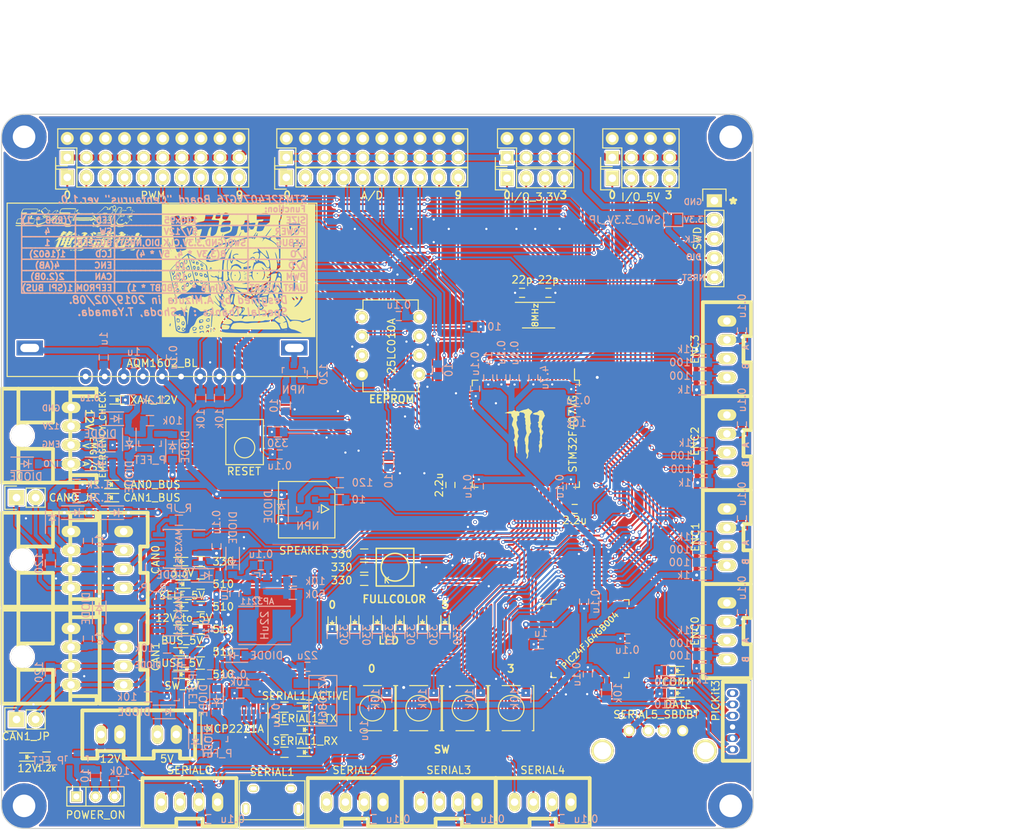
<source format=kicad_pcb>
(kicad_pcb (version 20171130) (host pcbnew "(5.0.0)")
  (layers (0 F.Cu signal) (31 B.Cu signal) (34 B.Paste user hide) (35 F.Paste user hide) (36 B.SilkS user) (37 F.SilkS user) (38 B.Mask user) (39 F.Mask user hide) (44 Edge.Cuts user))
  (net 0 "")
  (net 1 "Net-(C1-Pad1)")
  (net 2 GND)
  (net 3 +3.3V)
  (net 4 /CAN_BUS_5V)
  (net 5 +5V)
  (net 6 /OSC_OUT)
  (net 7 /NRST)
  (net 8 /OSC_IN)
  (net 9 "Net-(C18-Pad1)")
  (net 10 "Net-(C18-Pad2)")
  (net 11 +12V)
  (net 12 "Net-(D1-Pad2)")
  (net 13 "Net-(D2-Pad2)")
  (net 14 "Net-(D7-Pad1)")
  (net 15 "Net-(D8-Pad1)")
  (net 16 "Net-(D9-Pad1)")
  (net 17 "Net-(D10-Pad1)")
  (net 18 "Net-(D11-Pad1)")
  (net 19 /XA_5V)
  (net 20 /5V)
  (net 21 "Net-(D13-Pad2)")
  (net 22 /BUS_5V)
  (net 23 "Net-(D15-Pad1)")
  (net 24 +5C)
  (net 25 "Net-(D17-Pad2)")
  (net 26 "Net-(IC1-Pad1)")
  (net 27 /USART1_TX)
  (net 28 /USART1_RX)
  (net 29 "Net-(IC1-Pad4)")
  (net 30 "Net-(IC1-Pad5)")
  (net 31 /D+)
  (net 32 /D-)
  (net 33 "Net-(IC1-Pad11)")
  (net 34 "Net-(IC1-Pad12)")
  (net 35 "Net-(IC1-Pad13)")
  (net 36 "Net-(IC1-Pad14)")
  (net 37 "Net-(IC1-Pad15)")
  (net 38 /MCLR)
  (net 39 "Net-(IC1-Pad19)")
  (net 40 "Net-(IC1-Pad20)")
  (net 41 /PGED1)
  (net 42 /PGEC1)
  (net 43 "Net-(IC1-Pad23)")
  (net 44 "Net-(IC1-Pad24)")
  (net 45 "Net-(IC1-Pad25)")
  (net 46 "Net-(IC1-Pad26)")
  (net 47 "Net-(IC1-Pad27)")
  (net 48 "Net-(IC1-Pad30)")
  (net 49 "Net-(IC1-Pad31)")
  (net 50 "Net-(IC1-Pad32)")
  (net 51 "Net-(IC1-Pad33)")
  (net 52 "Net-(IC1-Pad34)")
  (net 53 "Net-(IC1-Pad35)")
  (net 54 "Net-(IC1-Pad36)")
  (net 55 "Net-(IC1-Pad37)")
  (net 56 "Net-(IC1-Pad38)")
  (net 57 "Net-(IC1-Pad41)")
  (net 58 "Net-(IC1-Pad43)")
  (net 59 "Net-(IC1-Pad44)")
  (net 60 "Net-(P1-Pad6)")
  (net 61 "Net-(P2-Pad5)")
  (net 62 /USART3_TX)
  (net 63 /USART3_RX)
  (net 64 /TIM8_CH4)
  (net 65 /USART4_TX)
  (net 66 /USART4_RX)
  (net 67 /UART5_TX)
  (net 68 /UART5_RX)
  (net 69 "Net-(R25-Pad1)")
  (net 70 "Net-(C26-Pad1)")
  (net 71 "Net-(C27-Pad1)")
  (net 72 "Net-(U7-Pad1)")
  (net 73 "Net-(Q4-Pad3)")
  (net 74 "Net-(C29-Pad1)")
  (net 75 "Net-(C30-Pad2)")
  (net 76 "Net-(C30-Pad1)")
  (net 77 "Net-(D18-Pad1)")
  (net 78 "Net-(D20-Pad1)")
  (net 79 /CAN0_H)
  (net 80 /CAN1_H)
  (net 81 "Net-(JP3-Pad2)")
  (net 82 "Net-(LED1-Pad3)")
  (net 83 "Net-(P3-Pad3)")
  (net 84 "Net-(P3-Pad4)")
  (net 85 "Net-(P4-Pad4)")
  (net 86 "Net-(P4-Pad3)")
  (net 87 /D-_USB)
  (net 88 /D+_USB)
  (net 89 "Net-(P5-Pad4)")
  (net 90 "Net-(P5-Pad6)")
  (net 91 "Net-(P6-Pad4)")
  (net 92 "Net-(P6-Pad3)")
  (net 93 "Net-(P7-Pad3)")
  (net 94 "Net-(P7-Pad4)")
  (net 95 /CAN0_L)
  (net 96 /CAN1_L)
  (net 97 /SWCLK)
  (net 98 /SWDIO)
  (net 99 "Net-(Q2-Pad1)")
  (net 100 "Net-(Q4-Pad2)")
  (net 101 "Net-(Q4-Pad1)")
  (net 102 "Net-(Q5-Pad1)")
  (net 103 "Net-(Q5-Pad2)")
  (net 104 /TIM2_CH2)
  (net 105 /TIM2_CH1)
  (net 106 /TIM3_CH2)
  (net 107 /TIM3_CH1)
  (net 108 "Net-(R12-Pad1)")
  (net 109 /TIM4_CH2)
  (net 110 /TIM4_CH1)
  (net 111 /TIM5_CH2)
  (net 112 /TIM5_CH1)
  (net 113 /GP0)
  (net 114 /GP1)
  (net 115 /GP2)
  (net 116 "Net-(R32-Pad1)")
  (net 117 "Net-(R34-Pad2)")
  (net 118 /FB)
  (net 119 "Net-(R38-Pad2)")
  (net 120 "Net-(R39-Pad2)")
  (net 121 /I2C1_SDA)
  (net 122 /TIM10_CH1)
  (net 123 /I2C1_SCL)
  (net 124 /ADC12_IN10)
  (net 125 /ADC12_IN11)
  (net 126 /ADC12_IN2)
  (net 127 /ADC12_IN3)
  (net 128 /ADC12_IN4)
  (net 129 /TIM8_CH1)
  (net 130 /ADC12_IN14)
  (net 131 /ADC12_IN15)
  (net 132 /TIM8_CH2)
  (net 133 /ADC12_IN9)
  (net 134 /TIM1_CH1)
  (net 135 /TIM1_CH2)
  (net 136 /TIM1_CH3)
  (net 137 /TIM1_CH4)
  (net 138 /TIM12_CH1)
  (net 139 /TIM12_CH2)
  (net 140 /TIM8_CH3)
  (net 141 /TIM11_CH1)
  (net 142 "Net-(U3-Pad8)")
  (net 143 "Net-(U3-Pad9)")
  (net 144 "Net-(U3-Pad10)")
  (net 145 "Net-(U5-Pad5)")
  (net 146 /CAN1_RX)
  (net 147 /CAN1_TX)
  (net 148 /CAN2_TX)
  (net 149 /CAN2_RX)
  (net 150 "Net-(U6-Pad5)")
  (net 151 /PC15)
  (net 152 /PC13)
  (net 153 /PD11)
  (net 154 /TIM9_CH2)
  (net 155 /TIM9_CH1)
  (net 156 /PD3)
  (net 157 /PD10)
  (net 158 /PD14)
  (net 159 /PD15)
  (net 160 /PD4)
  (net 161 /PD7)
  (net 162 /PE0)
  (net 163 /PE1)
  (net 164 /PC14)
  (net 165 /PE2)
  (net 166 /PE3)
  (net 167 /PE4)
  (net 168 /SPI2_MISO)
  (net 169 /SPI2_MOSI)
  (net 170 /ADC12_IN5)
  (net 171 /ADC12_IN6)
  (net 172 /PB2)
  (net 173 /PE7)
  (net 174 /PE8)
  (net 175 /PE10)
  (net 176 /PE12)
  (net 177 /PE15)
  (net 178 /SPI2_SCK)
  (net 179 /PB11)
  (net 180 /USART6_TX)
  (net 181 /USART6_RX)
  (net 182 /USART2_TX)
  (net 183 /USART2_RX)
  (net 184 "Net-(R62-Pad1)")
  (net 185 "Net-(R63-Pad2)")
  (net 186 "Net-(R64-Pad2)")
  (net 187 /PA8)
  (net 188 "Net-(JP2-Pad1)")
  (net 189 "Net-(D26-Pad2)")
  (net 190 "Net-(D19-Pad2)")
  (net 191 "Net-(D21-Pad2)")
  (net 192 "Net-(D22-Pad2)")
  (net 193 "Net-(D23-Pad2)")
  (net 194 "Net-(D24-Pad2)")
  (net 195 "Net-(D25-Pad2)")
  (net 196 "Net-(JP1-Pad2)")
  (net 197 "Net-(R46-Pad2)")
  (net 198 "Net-(R47-Pad2)")
  (net 199 "Net-(R48-Pad2)")
  (net 200 /PD0)
  (net 201 /PD1)
  (net 202 "Net-(D3-Pad2)")
  (net 203 "Net-(D4-Pad2)")
  (net 204 "Net-(D5-Pad2)")
  (net 205 "Net-(D6-Pad2)")
  (net 206 "Net-(C19-Pad1)")
  (net 207 /12V_TO_5V)
  (net 208 CAN0_BUS_Vdd)
  (net 209 CAN1_BUS_Vdd)
  (net 210 XA4_12V)
  (net 211 "Net-(D31-Pad2)")
  (net 212 /CAN_BUS_12V)
  (net 213 "Net-(D35-Pad1)")
  (net 214 /CAN0_BUS_12V)
  (net 215 /CAN1_BUS_12V)
  (net 216 "Net-(D36-Pad1)")
  (net 217 "Net-(D37-Pad1)")
  (net 218 /XA4-12V)
  (module RP_KiCAD_Connector:XA_4T (layer F.Cu) (at 69.25 106 90)
    (fp_text reference P11 hide)
    (fp_text value CAN0 (at 3.75 4.25 90) (layer F.SilkS))
    (pad 1 thru_hole oval (at 7.5 0 90) (size 1.5 2.5) (drill 1) (layers *.Cu *.Mask F.SilkS) (net 2 GND))
    (pad 2 thru_hole oval (at 5 0 90) (size 1.5 2.5) (drill 1) (layers *.Cu *.Mask F.SilkS) (net 208 CAN0_BUS_Vdd))
    (pad 3 thru_hole oval (at 2.5 0 90) (size 1.5 2.5) (drill 1) (layers *.Cu *.Mask F.SilkS) (net 79 /CAN0_H))
    (pad 4 thru_hole oval (at 0 0 90) (size 1.5 2.5) (drill 1) (layers *.Cu *.Mask F.SilkS) (net 95 /CAN0_L))
  )
  (module Mizz_lib:SOD-123 (layer B.Cu) (at 75.75 87.25 90)
    (fp_text reference D31)
    (fp_text value DIODE (at 0 1.7 90) (layer B.SilkS) (effects (justify mirror)))
    (pad 2 smd rect (at 1.635 0 90) (size 0.91 1.22) (layers B.Cu B.Paste B.Mask) (net 211 "Net-(D31-Pad2)"))
    (pad 1 smd rect (at -1.635 0 90) (size 0.91 1.22) (layers B.Cu B.Paste B.Mask) (net 212 /CAN_BUS_12V))
  )
  (module Resistors_SMD:R_0603 (layer B.Cu) (at 104.5 89.25 90)
    (fp_text reference R63 hide)
    (fp_text value 10 (at -2.55 0 90) (layer B.SilkS) (effects (justify mirror)))
    (pad 1 smd rect (at -0.78 0 90) (size 1 1.2) (layers B.Cu B.Paste B.Mask) (net 178 /SPI2_SCK))
    (pad 2 smd rect (at 0.78 0 90) (size 1 1.2) (layers B.Cu B.Paste B.Mask) (net 185 "Net-(R63-Pad2)"))
  )
  (module Resistors_SMD:R_0603 (layer B.Cu) (at 59.5 117.25 90)
    (fp_text reference R41 hide)
    (fp_text value 120 (at 0.03 -1.5 270) (layer B.SilkS) (effects (justify mirror)))
    (pad 2 smd rect (at 0.78 0 90) (size 1 1.2) (layers B.Cu B.Paste B.Mask) (net 80 /CAN1_H))
    (pad 1 smd rect (at -0.78 0 90) (size 1 1.2) (layers B.Cu B.Paste B.Mask) (net 188 "Net-(JP2-Pad1)"))
  )
  (module Housings_DIP:DIP-8_W7.62mm (layer F.Cu) (at 100.95 69.99)
    (fp_text reference U12 hide)
    (fp_text value 25LC010A (at 3.924999 3.85 90) (layer F.SilkS))
    (pad 1 thru_hole oval (at 0 0) (size 1.6 1.6) (drill 0.8) (layers *.Cu *.Mask F.SilkS) (net 174 /PE8))
    (pad 2 thru_hole oval (at 0 2.54) (size 1.6 1.6) (drill 0.8) (layers *.Cu *.Mask F.SilkS) (net 184 "Net-(R62-Pad1)"))
    (pad 3 thru_hole oval (at 0 5.08) (size 1.6 1.6) (drill 0.8) (layers *.Cu *.Mask F.SilkS) (net 173 /PE7))
    (pad 4 thru_hole oval (at 0 7.62) (size 1.6 1.6) (drill 0.8) (layers *.Cu *.Mask F.SilkS) (net 2 GND))
    (pad 5 thru_hole oval (at 7.62 7.62) (size 1.6 1.6) (drill 0.8) (layers *.Cu *.Mask F.SilkS) (net 186 "Net-(R64-Pad2)"))
    (pad 6 thru_hole oval (at 7.62 5.08) (size 1.6 1.6) (drill 0.8) (layers *.Cu *.Mask F.SilkS) (net 185 "Net-(R63-Pad2)"))
    (pad 7 thru_hole oval (at 7.62 2.54) (size 1.6 1.6) (drill 0.8) (layers *.Cu *.Mask F.SilkS) (net 172 /PB2))
    (pad 8 thru_hole oval (at 7.62 0) (size 1.6 1.6) (drill 0.8) (layers *.Cu *.Mask F.SilkS) (net 3 +3.3V))
  )
  (module Resistors_SMD:R_0603 (layer F.Cu) (at 59 128.5)
    (fp_text reference R44 hide)
    (fp_text value 1.2k (at 0 1.5) (layer F.SilkS) (effects (font (size 0.8 0.8))))
    (pad 2 smd rect (at 0.78 0) (size 1 1.2) (layers F.Cu F.Paste F.Mask) (net 11 +12V))
    (pad 1 smd rect (at -0.78 0) (size 1 1.2) (layers F.Cu F.Paste F.Mask) (net 77 "Net-(D18-Pad1)"))
  )
  (module Resistors_SMD:R_0603 (layer B.Cu) (at 82 80.75 90)
    (fp_text reference R52 hide)
    (fp_text value 10k (at -2.75 0 90) (layer B.SilkS) (effects (justify mirror)))
    (pad 1 smd rect (at -0.78 0 90) (size 1 1.2) (layers B.Cu B.Paste B.Mask) (net 3 +3.3V))
    (pad 2 smd rect (at 0.78 0 90) (size 1 1.2) (layers B.Cu B.Paste B.Mask) (net 123 /I2C1_SCL))
  )
  (module Pin_Headers:Pin_Header_Straight_1x04 (layer F.Cu) (at 120.25 51.5 90)
    (fp_text reference P28 hide)
    (fp_text value I/O_3.3V (at -2.5 3.75 180) (layer F.SilkS))
    (pad 4 thru_hole oval (at 0 7.62 90) (size 2.032 1.7272) (drill 1.016) (layers *.Cu *.Mask F.SilkS) (net 167 /PE4))
    (pad 3 thru_hole oval (at 0 5.08 90) (size 2.032 1.7272) (drill 1.016) (layers *.Cu *.Mask F.SilkS) (net 152 /PC13))
    (pad 2 thru_hole oval (at 0 2.54 90) (size 2.032 1.7272) (drill 1.016) (layers *.Cu *.Mask F.SilkS) (net 164 /PC14))
    (pad 1 thru_hole rect (at 0 0 90) (size 2.032 1.7272) (drill 1.016) (layers *.Cu *.Mask F.SilkS) (net 151 /PC15))
  )
  (module Pin_Headers:Pin_Header_Straight_2x04 (layer F.Cu) (at 134.25 48.75 90)
    (fp_text reference P31 hide)
    (fp_text value I/O_5V_batt)
    (pad 1 thru_hole rect (at 0 0 90) (size 1.7272 1.7272) (drill 1.016) (layers *.Cu *.Mask F.SilkS) (net 5 +5V))
    (pad 2 thru_hole oval (at 2.54 0 90) (size 1.7272 1.7272) (drill 1.016) (layers *.Cu *.Mask F.SilkS) (net 2 GND))
    (pad 3 thru_hole oval (at 0 2.54 90) (size 1.7272 1.7272) (drill 1.016) (layers *.Cu *.Mask F.SilkS) (net 5 +5V))
    (pad 4 thru_hole oval (at 2.54 2.54 90) (size 1.7272 1.7272) (drill 1.016) (layers *.Cu *.Mask F.SilkS) (net 2 GND))
    (pad 5 thru_hole oval (at 0 5.08 90) (size 1.7272 1.7272) (drill 1.016) (layers *.Cu *.Mask F.SilkS) (net 5 +5V))
    (pad 6 thru_hole oval (at 2.54 5.08 90) (size 1.7272 1.7272) (drill 1.016) (layers *.Cu *.Mask F.SilkS) (net 2 GND))
    (pad 7 thru_hole oval (at 0 7.62 90) (size 1.7272 1.7272) (drill 1.016) (layers *.Cu *.Mask F.SilkS) (net 5 +5V))
    (pad 8 thru_hole oval (at 2.54 7.62 90) (size 1.7272 1.7272) (drill 1.016) (layers *.Cu *.Mask F.SilkS) (net 2 GND))
  )
  (module Pin_Headers:Pin_Header_Straight_1x04 (layer F.Cu) (at 134.25 51.5 90)
    (fp_text reference P29 hide)
    (fp_text value I/O_5V (at -2.5 3.75 180) (layer F.SilkS))
    (pad 1 thru_hole rect (at 0 0 90) (size 2.032 1.7272) (drill 1.016) (layers *.Cu *.Mask F.SilkS) (net 166 /PE3))
    (pad 2 thru_hole oval (at 0 2.54 90) (size 2.032 1.7272) (drill 1.016) (layers *.Cu *.Mask F.SilkS) (net 165 /PE2))
    (pad 3 thru_hole oval (at 0 5.08 90) (size 2.032 1.7272) (drill 1.016) (layers *.Cu *.Mask F.SilkS) (net 163 /PE1))
    (pad 4 thru_hole oval (at 0 7.62 90) (size 2.032 1.7272) (drill 1.016) (layers *.Cu *.Mask F.SilkS) (net 162 /PE0))
  )
  (module Pin_Headers:Pin_Header_Straight_2x04 (layer F.Cu) (at 120.25 48.75 90)
    (fp_text reference P30 hide)
    (fp_text value I/O_3.3V_batt)
    (pad 8 thru_hole oval (at 2.54 7.62 90) (size 1.7272 1.7272) (drill 1.016) (layers *.Cu *.Mask F.SilkS) (net 2 GND))
    (pad 7 thru_hole oval (at 0 7.62 90) (size 1.7272 1.7272) (drill 1.016) (layers *.Cu *.Mask F.SilkS) (net 3 +3.3V))
    (pad 6 thru_hole oval (at 2.54 5.08 90) (size 1.7272 1.7272) (drill 1.016) (layers *.Cu *.Mask F.SilkS) (net 2 GND))
    (pad 5 thru_hole oval (at 0 5.08 90) (size 1.7272 1.7272) (drill 1.016) (layers *.Cu *.Mask F.SilkS) (net 3 +3.3V))
    (pad 4 thru_hole oval (at 2.54 2.54 90) (size 1.7272 1.7272) (drill 1.016) (layers *.Cu *.Mask F.SilkS) (net 2 GND))
    (pad 3 thru_hole oval (at 0 2.54 90) (size 1.7272 1.7272) (drill 1.016) (layers *.Cu *.Mask F.SilkS) (net 3 +3.3V))
    (pad 2 thru_hole oval (at 2.54 0 90) (size 1.7272 1.7272) (drill 1.016) (layers *.Cu *.Mask F.SilkS) (net 2 GND))
    (pad 1 thru_hole rect (at 0 0 90) (size 1.7272 1.7272) (drill 1.016) (layers *.Cu *.Mask F.SilkS) (net 3 +3.3V))
  )
  (module Resistors_SMD:R_0603 (layer F.Cu) (at 79.5 108.5)
    (fp_text reference R28 hide)
    (fp_text value 510 (at 3 0) (layer F.SilkS))
    (pad 2 smd rect (at 0.78 0) (size 1 1.2) (layers F.Cu F.Paste F.Mask) (net 207 /12V_TO_5V))
    (pad 1 smd rect (at -0.78 0) (size 1 1.2) (layers F.Cu F.Paste F.Mask) (net 15 "Net-(D8-Pad1)"))
  )
  (module Resistors_SMD:R_0603 (layer F.Cu) (at 79.5 114.5)
    (fp_text reference R30 hide)
    (fp_text value 510 (at 3 0) (layer F.SilkS))
    (pad 2 smd rect (at 0.78 0) (size 1 1.2) (layers F.Cu F.Paste F.Mask) (net 5 +5V))
    (pad 1 smd rect (at -0.78 0) (size 1 1.2) (layers F.Cu F.Paste F.Mask) (net 17 "Net-(D10-Pad1)"))
  )
  (module Resistors_SMD:R_0603 (layer F.Cu) (at 79.5 105.5 180)
    (fp_text reference R26 hide)
    (fp_text value 510 (at -3 0 180) (layer F.SilkS))
    (pad 2 smd rect (at 0.78 0 180) (size 1 1.2) (layers F.Cu F.Paste F.Mask) (net 205 "Net-(D6-Pad2)"))
    (pad 1 smd rect (at -0.78 0 180) (size 1 1.2) (layers F.Cu F.Paste F.Mask) (net 2 GND))
  )
  (module Resistors_SMD:R_0603 (layer F.Cu) (at 79.5 111.5)
    (fp_text reference R27 hide)
    (fp_text value 510 (at 3 0) (layer F.SilkS))
    (pad 1 smd rect (at -0.78 0) (size 1 1.2) (layers F.Cu F.Paste F.Mask) (net 14 "Net-(D7-Pad1)"))
    (pad 2 smd rect (at 0.78 0) (size 1 1.2) (layers F.Cu F.Paste F.Mask) (net 22 /BUS_5V))
  )
  (module Resistors_SMD:R_0603 (layer F.Cu) (at 79.5 117.5)
    (fp_text reference R29 hide)
    (fp_text value 510 (at 3 0) (layer F.SilkS))
    (pad 2 smd rect (at 0.78 0) (size 1 1.2) (layers F.Cu F.Paste F.Mask) (net 24 +5C))
    (pad 1 smd rect (at -0.78 0) (size 1 1.2) (layers F.Cu F.Paste F.Mask) (net 16 "Net-(D9-Pad1)"))
  )
  (module Resistors_SMD:R_0603 (layer F.Cu) (at 79.5 102.5)
    (fp_text reference R31 hide)
    (fp_text value 330 (at 3 0) (layer F.SilkS))
    (pad 1 smd rect (at -0.78 0) (size 1 1.2) (layers F.Cu F.Paste F.Mask) (net 18 "Net-(D11-Pad1)"))
    (pad 2 smd rect (at 0.78 0) (size 1 1.2) (layers F.Cu F.Paste F.Mask) (net 3 +3.3V))
  )
  (module LEDs:LED_0603 (layer F.Cu) (at 77 111.5)
    (fp_text reference D7 hide)
    (fp_text value BUS_5V (at 0 1.5) (layer F.SilkS))
    (pad 2 smd rect (at -0.88 0 180) (size 1 1.2) (layers F.Cu F.Paste F.Mask) (net 2 GND))
    (pad 1 smd rect (at 0.88 0 180) (size 1 1.2) (layers F.Cu F.Paste F.Mask) (net 14 "Net-(D7-Pad1)"))
  )
  (module LEDs:LED_0603 (layer F.Cu) (at 77 108.5)
    (fp_text reference D8 hide)
    (fp_text value 12V_to_5V (at 0.25 1.5) (layer F.SilkS))
    (pad 1 smd rect (at 0.88 0 180) (size 1 1.2) (layers F.Cu F.Paste F.Mask) (net 15 "Net-(D8-Pad1)"))
    (pad 2 smd rect (at -0.88 0 180) (size 1 1.2) (layers F.Cu F.Paste F.Mask) (net 2 GND))
  )
  (module LEDs:LED_0603 (layer F.Cu) (at 77 117.5)
    (fp_text reference D9 hide)
    (fp_text value SW_5V (at 0 1.5) (layer F.SilkS))
    (pad 2 smd rect (at -0.88 0 180) (size 1 1.2) (layers F.Cu F.Paste F.Mask) (net 2 GND))
    (pad 1 smd rect (at 0.88 0 180) (size 1 1.2) (layers F.Cu F.Paste F.Mask) (net 16 "Net-(D9-Pad1)"))
  )
  (module LEDs:LED_0603 (layer F.Cu) (at 77 102.5)
    (fp_text reference D11 hide)
    (fp_text value 3.3V (at 0 1.5) (layer F.SilkS))
    (pad 2 smd rect (at -0.88 0 180) (size 1 1.2) (layers F.Cu F.Paste F.Mask) (net 2 GND))
    (pad 1 smd rect (at 0.88 0 180) (size 1 1.2) (layers F.Cu F.Paste F.Mask) (net 18 "Net-(D11-Pad1)"))
  )
  (module LEDs:LED_0603 (layer F.Cu) (at 77 105.5 180)
    (fp_text reference D6 hide)
    (fp_text value SELF_5V (at 0 -1.5 180) (layer F.SilkS))
    (pad 1 smd rect (at 0.88 0) (size 1 1.2) (layers F.Cu F.Paste F.Mask) (net 19 /XA_5V))
    (pad 2 smd rect (at -0.88 0) (size 1 1.2) (layers F.Cu F.Paste F.Mask) (net 205 "Net-(D6-Pad2)"))
  )
  (module LEDs:LED_0603 (layer F.Cu) (at 77 114.5)
    (fp_text reference D10 hide)
    (fp_text value USE_5V (at 0 1.5) (layer F.SilkS))
    (pad 1 smd rect (at 0.88 0 180) (size 1 1.2) (layers F.Cu F.Paste F.Mask) (net 17 "Net-(D10-Pad1)"))
    (pad 2 smd rect (at -0.88 0 180) (size 1 1.2) (layers F.Cu F.Paste F.Mask) (net 2 GND))
  )
  (module LEDs:LED_0603 (layer F.Cu) (at 56.5 128.5)
    (fp_text reference D18 hide)
    (fp_text value 12V (at 0 1.5) (layer F.SilkS))
    (pad 2 smd rect (at -0.88 0 180) (size 1 1.2) (layers F.Cu F.Paste F.Mask) (net 2 GND))
    (pad 1 smd rect (at 0.88 0 180) (size 1 1.2) (layers F.Cu F.Paste F.Mask) (net 77 "Net-(D18-Pad1)"))
  )
  (module Housings_QFP:LQFP-100_14x14mm_Pitch0.5mm (layer F.Cu) (at 122.75 85.5 270)
    (fp_text reference U1 hide)
    (fp_text value STM32F407VG (at 0 -6.25 270) (layer F.SilkS))
    (pad 1 smd rect (at -7.9 -6 270) (size 1.5 0.28) (layers F.Cu F.Paste F.Mask) (net 165 /PE2))
    (pad 2 smd rect (at -7.9 -5.5 270) (size 1.5 0.28) (layers F.Cu F.Paste F.Mask) (net 166 /PE3))
    (pad 3 smd rect (at -7.9 -5 270) (size 1.5 0.28) (layers F.Cu F.Paste F.Mask) (net 167 /PE4))
    (pad 4 smd rect (at -7.9 -4.5 270) (size 1.5 0.28) (layers F.Cu F.Paste F.Mask) (net 155 /TIM9_CH1))
    (pad 5 smd rect (at -7.9 -4 270) (size 1.5 0.28) (layers F.Cu F.Paste F.Mask) (net 154 /TIM9_CH2))
    (pad 6 smd rect (at -7.9 -3.5 270) (size 1.5 0.28) (layers F.Cu F.Paste F.Mask) (net 3 +3.3V))
    (pad 7 smd rect (at -7.9 -3 270) (size 1.5 0.28) (layers F.Cu F.Paste F.Mask) (net 152 /PC13))
    (pad 8 smd rect (at -7.9 -2.5 270) (size 1.5 0.28) (layers F.Cu F.Paste F.Mask) (net 164 /PC14))
    (pad 9 smd rect (at -7.9 -2 270) (size 1.5 0.28) (layers F.Cu F.Paste F.Mask) (net 151 /PC15))
    (pad 10 smd rect (at -7.9 -1.5 270) (size 1.5 0.28) (layers F.Cu F.Paste F.Mask) (net 2 GND))
    (pad 11 smd rect (at -7.9 -1 270) (size 1.5 0.28) (layers F.Cu F.Paste F.Mask) (net 3 +3.3V))
    (pad 12 smd rect (at -7.9 -0.5 270) (size 1.5 0.28) (layers F.Cu F.Paste F.Mask) (net 8 /OSC_IN))
    (pad 13 smd rect (at -7.9 0 270) (size 1.5 0.28) (layers F.Cu F.Paste F.Mask) (net 6 /OSC_OUT))
    (pad 14 smd rect (at -7.9 0.5 270) (size 1.5 0.28) (layers F.Cu F.Paste F.Mask) (net 7 /NRST))
    (pad 15 smd rect (at -7.9 1 270) (size 1.5 0.28) (layers F.Cu F.Paste F.Mask) (net 124 /ADC12_IN10))
    (pad 16 smd rect (at -7.9 1.5 270) (size 1.5 0.28) (layers F.Cu F.Paste F.Mask) (net 125 /ADC12_IN11))
    (pad 17 smd rect (at -7.9 2 270) (size 1.5 0.28) (layers F.Cu F.Paste F.Mask) (net 168 /SPI2_MISO))
    (pad 18 smd rect (at -7.9 2.5 270) (size 1.5 0.28) (layers F.Cu F.Paste F.Mask) (net 169 /SPI2_MOSI))
    (pad 19 smd rect (at -7.9 3 270) (size 1.5 0.28) (layers F.Cu F.Paste F.Mask) (net 3 +3.3V))
    (pad 20 smd rect (at -7.9 3.5 270) (size 1.5 0.28) (layers F.Cu F.Paste F.Mask) (net 2 GND))
    (pad 21 smd rect (at -7.9 4 270) (size 1.5 0.28) (layers F.Cu F.Paste F.Mask) (net 3 +3.3V))
    (pad 22 smd rect (at -7.9 4.5 270) (size 1.5 0.28) (layers F.Cu F.Paste F.Mask) (net 3 +3.3V))
    (pad 23 smd rect (at -7.9 5 270) (size 1.5 0.28) (layers F.Cu F.Paste F.Mask) (net 112 /TIM5_CH1))
    (pad 24 smd rect (at -7.9 5.5 270) (size 1.5 0.28) (layers F.Cu F.Paste F.Mask) (net 111 /TIM5_CH2))
    (pad 25 smd rect (at -7.9 6 270) (size 1.5 0.28) (layers F.Cu F.Paste F.Mask) (net 126 /ADC12_IN2))
    (pad 26 smd rect (at -6 7.9) (size 1.5 0.28) (layers F.Cu F.Paste F.Mask) (net 127 /ADC12_IN3))
    (pad 27 smd rect (at -5.5 7.9) (size 1.5 0.28) (layers F.Cu F.Paste F.Mask) (net 2 GND))
    (pad 28 smd rect (at -5 7.9) (size 1.5 0.28) (layers F.Cu F.Paste F.Mask) (net 3 +3.3V))
    (pad 29 smd rect (at -4.5 7.9) (size 1.5 0.28) (layers F.Cu F.Paste F.Mask) (net 128 /ADC12_IN4))
    (pad 30 smd rect (at -4 7.9) (size 1.5 0.28) (layers F.Cu F.Paste F.Mask) (net 170 /ADC12_IN5))
    (pad 31 smd rect (at -3.5 7.9) (size 1.5 0.28) (layers F.Cu F.Paste F.Mask) (net 171 /ADC12_IN6))
    (pad 32 smd rect (at -3 7.9) (size 1.5 0.28) (layers F.Cu F.Paste F.Mask) (net 129 /TIM8_CH1))
    (pad 33 smd rect (at -2.5 7.9) (size 1.5 0.28) (layers F.Cu F.Paste F.Mask) (net 130 /ADC12_IN14))
    (pad 34 smd rect (at -2 7.9) (size 1.5 0.28) (layers F.Cu F.Paste F.Mask) (net 131 /ADC12_IN15))
    (pad 35 smd rect (at -1.5 7.9) (size 1.5 0.28) (layers F.Cu F.Paste F.Mask) (net 132 /TIM8_CH2))
    (pad 36 smd rect (at -1 7.9) (size 1.5 0.28) (layers F.Cu F.Paste F.Mask) (net 133 /ADC12_IN9))
    (pad 37 smd rect (at -0.5 7.9) (size 1.5 0.28) (layers F.Cu F.Paste F.Mask) (net 172 /PB2))
    (pad 38 smd rect (at 0 7.9) (size 1.5 0.28) (layers F.Cu F.Paste F.Mask) (net 173 /PE7))
    (pad 39 smd rect (at 0.5 7.9) (size 1.5 0.28) (layers F.Cu F.Paste F.Mask) (net 174 /PE8))
    (pad 40 smd rect (at 1 7.9) (size 1.5 0.28) (layers F.Cu F.Paste F.Mask) (net 134 /TIM1_CH1))
    (pad 41 smd rect (at 1.5 7.9) (size 1.5 0.28) (layers F.Cu F.Paste F.Mask) (net 175 /PE10))
    (pad 42 smd rect (at 2 7.9) (size 1.5 0.28) (layers F.Cu F.Paste F.Mask) (net 135 /TIM1_CH2))
    (pad 43 smd rect (at 2.5 7.9) (size 1.5 0.28) (layers F.Cu F.Paste F.Mask) (net 176 /PE12))
    (pad 44 smd rect (at 3 7.9) (size 1.5 0.28) (layers F.Cu F.Paste F.Mask) (net 136 /TIM1_CH3))
    (pad 45 smd rect (at 3.5 7.9) (size 1.5 0.28) (layers F.Cu F.Paste F.Mask) (net 137 /TIM1_CH4))
    (pad 46 smd rect (at 4 7.9) (size 1.5 0.28) (layers F.Cu F.Paste F.Mask) (net 177 /PE15))
    (pad 47 smd rect (at 4.5 7.9) (size 1.5 0.28) (layers F.Cu F.Paste F.Mask) (net 178 /SPI2_SCK))
    (pad 48 smd rect (at 5 7.9) (size 1.5 0.28) (layers F.Cu F.Paste F.Mask) (net 179 /PB11))
    (pad 49 smd rect (at 5.5 7.9) (size 1.5 0.28) (layers F.Cu F.Paste F.Mask) (net 70 "Net-(C26-Pad1)"))
    (pad 50 smd rect (at 6 7.9) (size 1.5 0.28) (layers F.Cu F.Paste F.Mask) (net 3 +3.3V))
    (pad 51 smd rect (at 7.9 6 270) (size 1.5 0.28) (layers F.Cu F.Paste F.Mask) (net 149 /CAN2_RX))
    (pad 52 smd rect (at 7.9 5.5 270) (size 1.5 0.28) (layers F.Cu F.Paste F.Mask) (net 148 /CAN2_TX))
    (pad 53 smd rect (at 7.9 5 270) (size 1.5 0.28) (layers F.Cu F.Paste F.Mask) (net 138 /TIM12_CH1))
    (pad 54 smd rect (at 7.9 4.5 270) (size 1.5 0.28) (layers F.Cu F.Paste F.Mask) (net 139 /TIM12_CH2))
    (pad 55 smd rect (at 7.9 4 270) (size 1.5 0.28) (layers F.Cu F.Paste F.Mask) (net 62 /USART3_TX))
    (pad 56 smd rect (at 7.9 3.5 270) (size 1.5 0.28) (layers F.Cu F.Paste F.Mask) (net 63 /USART3_RX))
    (pad 57 smd rect (at 7.9 3 270) (size 1.5 0.28) (layers F.Cu F.Paste F.Mask) (net 157 /PD10))
    (pad 58 smd rect (at 7.9 2.5 270) (size 1.5 0.28) (layers F.Cu F.Paste F.Mask) (net 153 /PD11))
    (pad 59 smd rect (at 7.9 2 270) (size 1.5 0.28) (layers F.Cu F.Paste F.Mask) (net 110 /TIM4_CH1))
    (pad 60 smd rect (at 7.9 1.5 270) (size 1.5 0.28) (layers F.Cu F.Paste F.Mask) (net 109 /TIM4_CH2))
    (pad 61 smd rect (at 7.9 1 270) (size 1.5 0.28) (layers F.Cu F.Paste F.Mask) (net 158 /PD14))
    (pad 62 smd rect (at 7.9 0.5 270) (size 1.5 0.28) (layers F.Cu F.Paste F.Mask) (net 159 /PD15))
    (pad 63 smd rect (at 7.9 0 270) (size 1.5 0.28) (layers F.Cu F.Paste F.Mask) (net 180 /USART6_TX))
    (pad 64 smd rect (at 7.9 -0.5 270) (size 1.5 0.28) (layers F.Cu F.Paste F.Mask) (net 181 /USART6_RX))
    (pad 65 smd rect (at 7.9 -1 270) (size 1.5 0.28) (layers F.Cu F.Paste F.Mask) (net 140 /TIM8_CH3))
    (pad 66 smd rect (at 7.9 -1.5 270) (size 1.5 0.28) (layers F.Cu F.Paste F.Mask) (net 64 /TIM8_CH4))
    (pad 67 smd rect (at 7.9 -2 270) (size 1.5 0.28) (layers F.Cu F.Paste F.Mask) (net 187 /PA8))
    (pad 68 smd rect (at 7.9 -2.5 270) (size 1.5 0.28) (layers F.Cu F.Paste F.Mask) (net 27 /USART1_TX))
    (pad 69 smd rect (at 7.9 -3 270) (size 1.5 0.28) (layers F.Cu F.Paste F.Mask) (net 28 /USART1_RX))
    (pad 70 smd rect (at 7.9 -3.5 270) (size 1.5 0.28) (layers F.Cu F.Paste F.Mask) (net 146 /CAN1_RX))
    (pad 71 smd rect (at 7.9 -4 270) (size 1.5 0.28) (layers F.Cu F.Paste F.Mask) (net 147 /CAN1_TX))
    (pad 72 smd rect (at 7.9 -4.5 270) (size 1.5 0.28) (layers F.Cu F.Paste F.Mask) (net 98 /SWDIO))
    (pad 73 smd rect (at 7.9 -5 270) (size 1.5 0.28) (layers F.Cu F.Paste F.Mask) (net 71 "Net-(C27-Pad1)"))
    (pad 74 smd rect (at 7.9 -5.5 270) (size 1.5 0.28) (layers F.Cu F.Paste F.Mask) (net 2 GND))
    (pad 75 smd rect (at 7.9 -6 270) (size 1.5 0.28) (layers F.Cu F.Paste F.Mask) (net 3 +3.3V))
    (pad 76 smd rect (at 6 -7.9) (size 1.5 0.28) (layers F.Cu F.Paste F.Mask) (net 97 /SWCLK))
    (pad 77 smd rect (at 5.5 -7.9) (size 1.5 0.28) (layers F.Cu F.Paste F.Mask) (net 105 /TIM2_CH1))
    (pad 78 smd rect (at 5 -7.9) (size 1.5 0.28) (layers F.Cu F.Paste F.Mask) (net 65 /USART4_TX))
    (pad 79 smd rect (at 4.5 -7.9) (size 1.5 0.28) (layers F.Cu F.Paste F.Mask) (net 66 /USART4_RX))
    (pad 80 smd rect (at 4 -7.9) (size 1.5 0.28) (layers F.Cu F.Paste F.Mask) (net 67 /UART5_TX))
    (pad 81 smd rect (at 3.5 -7.9) (size 1.5 0.28) (layers F.Cu F.Paste F.Mask) (net 200 /PD0))
    (pad 82 smd rect (at 3 -7.9) (size 1.5 0.28) (layers F.Cu F.Paste F.Mask) (net 201 /PD1))
    (pad 83 smd rect (at 2.5 -7.9) (size 1.5 0.28) (layers F.Cu F.Paste F.Mask) (net 68 /UART5_RX))
    (pad 84 smd rect (at 2 -7.9) (size 1.5 0.28) (layers F.Cu F.Paste F.Mask) (net 156 /PD3))
    (pad 85 smd rect (at 1.5 -7.9) (size 1.5 0.28) (layers F.Cu F.Paste F.Mask) (net 160 /PD4))
    (pad 86 smd rect (at 1 -7.9) (size 1.5 0.28) (layers F.Cu F.Paste F.Mask) (net 182 /USART2_TX))
    (pad 87 smd rect (at 0.5 -7.9) (size 1.5 0.28) (layers F.Cu F.Paste F.Mask) (net 183 /USART2_RX))
    (pad 88 smd rect (at 0 -7.9) (size 1.5 0.28) (layers F.Cu F.Paste F.Mask) (net 161 /PD7))
    (pad 89 smd rect (at -0.5 -7.9) (size 1.5 0.28) (layers F.Cu F.Paste F.Mask) (net 104 /TIM2_CH2))
    (pad 90 smd rect (at -1 -7.9) (size 1.5 0.28) (layers F.Cu F.Paste F.Mask) (net 107 /TIM3_CH1))
    (pad 91 smd rect (at -1.5 -7.9) (size 1.5 0.28) (layers F.Cu F.Paste F.Mask) (net 106 /TIM3_CH2))
    (pad 92 smd rect (at -2 -7.9) (size 1.5 0.28) (layers F.Cu F.Paste F.Mask) (net 123 /I2C1_SCL))
    (pad 93 smd rect (at -2.5 -7.9) (size 1.5 0.28) (layers F.Cu F.Paste F.Mask) (net 121 /I2C1_SDA))
    (pad 94 smd rect (at -3 -7.9) (size 1.5 0.28) (layers F.Cu F.Paste F.Mask) (net 69 "Net-(R25-Pad1)"))
    (pad 95 smd rect (at -3.5 -7.9) (size 1.5 0.28) (layers F.Cu F.Paste F.Mask) (net 122 /TIM10_CH1))
    (pad 96 smd rect (at -4 -7.9) (size 1.5 0.28) (layers F.Cu F.Paste F.Mask) (net 141 /TIM11_CH1))
    (pad 97 smd rect (at -4.5 -7.9) (size 1.5 0.28) (layers F.Cu F.Paste F.Mask) (net 162 /PE0))
    (pad 98 smd rect (at -5 -7.9) (size 1.5 0.28) (layers F.Cu F.Paste F.Mask) (net 163 /PE1))
    (pad 99 smd rect (at -5.5 -7.9) (size 1.5 0.28) (layers F.Cu F.Paste F.Mask) (net 2 GND))
    (pad 100 smd rect (at -6 -7.9) (size 1.5 0.28) (layers F.Cu F.Paste F.Mask) (net 3 +3.3V))
  )
  (module Capacitors_SMD:C_0603 (layer B.Cu) (at 123.75 78 270)
    (fp_text reference C35 hide)
    (fp_text value 4.7u (at 0 -1.5 270) (layer B.SilkS) (effects (justify mirror)))
    (pad 2 smd rect (at 0.93 0 270) (size 1 1.2) (layers B.Cu B.Paste B.Mask) (net 3 +3.3V))
    (pad 1 smd rect (at -0.95 0 270) (size 1 1.2) (layers B.Cu B.Paste B.Mask) (net 2 GND))
  )
  (module RP_KiCAD_Connector:XA_4LC (layer F.Cu) (at 62.25 111.4 270)
    (fp_text reference P14 hide)
    (fp_text value CAN1)
    (pad "" thru_hole circle (at 3.75 6.5 270) (size 3 3) (drill 3) (layers *.Cu *.Mask F.SilkS) (clearance -0.3))
    (pad 4 thru_hole oval (at 7.5 0 270) (size 1.5 2.5) (drill 1) (layers *.Cu *.Mask F.SilkS) (net 96 /CAN1_L))
    (pad 3 thru_hole oval (at 5 0 270) (size 1.5 2.5) (drill 1) (layers *.Cu *.Mask F.SilkS) (net 80 /CAN1_H))
    (pad 2 thru_hole oval (at 2.5 0 270) (size 1.5 2.5) (drill 1) (layers *.Cu *.Mask F.SilkS) (net 209 CAN1_BUS_Vdd))
    (pad 1 thru_hole oval (at 0 0 270) (size 1.5 2.5) (drill 1) (layers *.Cu *.Mask F.SilkS) (net 2 GND))
  )
  (module Resistors_SMD:R_0603 (layer F.Cu) (at 101.25 105)
    (fp_text reference R46 hide)
    (fp_text value 330 (at -3 0) (layer F.SilkS))
    (pad 1 smd rect (at -0.78 0) (size 1 1.2) (layers F.Cu F.Paste F.Mask) (net 2 GND))
    (pad 2 smd rect (at 0.78 0) (size 1 1.2) (layers F.Cu F.Paste F.Mask) (net 197 "Net-(R46-Pad2)"))
  )
  (module Resistors_SMD:R_0603 (layer F.Cu) (at 101.25 101.5)
    (fp_text reference R48 hide)
    (fp_text value 330 (at -3 0) (layer F.SilkS))
    (pad 1 smd rect (at -0.78 0) (size 1 1.2) (layers F.Cu F.Paste F.Mask) (net 2 GND))
    (pad 2 smd rect (at 0.78 0) (size 1 1.2) (layers F.Cu F.Paste F.Mask) (net 199 "Net-(R48-Pad2)"))
  )
  (module Resistors_SMD:R_0603 (layer F.Cu) (at 101.25 103.25)
    (fp_text reference R47 hide)
    (fp_text value 330 (at -3 0) (layer F.SilkS))
    (pad 2 smd rect (at 0.78 0) (size 1 1.2) (layers F.Cu F.Paste F.Mask) (net 198 "Net-(R47-Pad2)"))
    (pad 1 smd rect (at -0.78 0) (size 1 1.2) (layers F.Cu F.Paste F.Mask) (net 2 GND))
  )
  (module Mizz_lib:OSTBABS4C2B (layer F.Cu) (at 105.25 103.25 90)
    (fp_text reference U8 hide)
    (fp_text value OSTBABS4C2B hide)
    (pad 1 smd rect (at -1.6 2.6 90) (size 1 1.5) (layers F.Cu F.Paste F.Mask) (net 64 /TIM8_CH4))
    (pad 2 smd rect (at 0 2.6 90) (size 1 1.5) (layers F.Cu F.Paste F.Mask) (net 140 /TIM8_CH3))
    (pad 3 smd rect (at 1.6 2.6 90) (size 1 1.5) (layers F.Cu F.Paste F.Mask) (net 139 /TIM12_CH2))
    (pad 4 smd rect (at 1.6 -2.4 90) (size 1 1.5) (layers F.Cu F.Paste F.Mask) (net 199 "Net-(R48-Pad2)"))
    (pad 5 smd rect (at 0 -2.4 90) (size 1 1.5) (layers F.Cu F.Paste F.Mask) (net 198 "Net-(R47-Pad2)"))
    (pad 6 smd rect (at -1.6 -2.4 90) (size 1 1.5) (layers F.Cu F.Paste F.Mask) (net 197 "Net-(R46-Pad2)"))
  )
  (module Capacitors_SMD:C_0603 (layer B.Cu) (at 124.75 113.5)
    (fp_text reference C1 hide)
    (fp_text value 1u (at 0 -1.5) (layer B.SilkS) (effects (justify mirror)))
    (pad 1 smd rect (at -0.95 0) (size 1 1.2) (layers B.Cu B.Paste B.Mask) (net 1 "Net-(C1-Pad1)"))
    (pad 2 smd rect (at 0.93 0) (size 1 1.2) (layers B.Cu B.Paste B.Mask) (net 2 GND))
  )
  (module Capacitors_SMD:C_0603 (layer B.Cu) (at 136.25 112.75 180)
    (fp_text reference C2 hide)
    (fp_text value 0.1u (at 0 -1.5 180) (layer B.SilkS) (effects (justify mirror)))
    (pad 2 smd rect (at 0.93 0 180) (size 1 1.2) (layers B.Cu B.Paste B.Mask) (net 3 +3.3V))
    (pad 1 smd rect (at -0.95 0 180) (size 1 1.2) (layers B.Cu B.Paste B.Mask) (net 2 GND))
  )
  (module Capacitors_SMD:C_0603 (layer B.Cu) (at 130.5 107.82 270)
    (fp_text reference C3 hide)
    (fp_text value 0.1u (at 0 -1.5 270) (layer B.SilkS) (effects (justify mirror)))
    (pad 1 smd rect (at -0.95 0 270) (size 1 1.2) (layers B.Cu B.Paste B.Mask) (net 2 GND))
    (pad 2 smd rect (at 0.93 0 270) (size 1 1.2) (layers B.Cu B.Paste B.Mask) (net 3 +3.3V))
  )
  (module Capacitors_SMD:C_0603 (layer B.Cu) (at 131 117.5 90)
    (fp_text reference C4 hide)
    (fp_text value 0.1u (at 0 -1.5 90) (layer B.SilkS) (effects (justify mirror)))
    (pad 2 smd rect (at 0.93 0 90) (size 1 1.2) (layers B.Cu B.Paste B.Mask) (net 3 +3.3V))
    (pad 1 smd rect (at -0.95 0 90) (size 1 1.2) (layers B.Cu B.Paste B.Mask) (net 2 GND))
  )
  (module Capacitors_SMD:C_0603 (layer B.Cu) (at 80.75 117.5 180)
    (fp_text reference C5 hide)
    (fp_text value 0.1u (at -3.25 0 180) (layer B.SilkS) (effects (justify mirror)))
    (pad 1 smd rect (at -0.95 0 180) (size 1 1.2) (layers B.Cu B.Paste B.Mask) (net 207 /12V_TO_5V))
    (pad 2 smd rect (at 0.93 0 180) (size 1 1.2) (layers B.Cu B.Paste B.Mask) (net 2 GND))
  )
  (module Capacitors_SMD:C_0603 (layer B.Cu) (at 93.7 116.5)
    (fp_text reference C6 hide)
    (fp_text value 22u (at 0 -1.5) (layer B.SilkS) (effects (justify mirror)))
    (pad 1 smd rect (at -0.95 0) (size 1 1.2) (layers B.Cu B.Paste B.Mask) (net 5 +5V))
    (pad 2 smd rect (at 0.93 0) (size 1 1.2) (layers B.Cu B.Paste B.Mask) (net 2 GND))
  )
  (module Capacitors_SMD:C_0603 (layer B.Cu) (at 101.25 122 270)
    (fp_text reference C7 hide)
    (fp_text value 10u (at 3 0 270) (layer B.SilkS) (effects (justify mirror)))
    (pad 2 smd rect (at 0.93 0 270) (size 1 1.2) (layers B.Cu B.Paste B.Mask) (net 2 GND))
    (pad 1 smd rect (at -0.95 0 270) (size 1 1.2) (layers B.Cu B.Paste B.Mask) (net 3 +3.3V))
  )
  (module Capacitors_SMD:C_0603 (layer B.Cu) (at 151.5 96.75 270)
    (fp_text reference C8 hide)
    (fp_text value 0.1u (at -3.25 0 270) (layer B.SilkS) (effects (justify mirror)))
    (pad 2 smd rect (at 0.93 0 270) (size 1 1.2) (layers B.Cu B.Paste B.Mask) (net 5 +5V))
    (pad 1 smd rect (at -0.95 0 270) (size 1 1.2) (layers B.Cu B.Paste B.Mask) (net 2 GND))
  )
  (module Capacitors_SMD:C_0603 (layer B.Cu) (at 151.5 84.25 270)
    (fp_text reference C9 hide)
    (fp_text value 0.1u (at -3.25 0 270) (layer B.SilkS) (effects (justify mirror)))
    (pad 2 smd rect (at 0.93 0 270) (size 1 1.2) (layers B.Cu B.Paste B.Mask) (net 5 +5V))
    (pad 1 smd rect (at -0.95 0 270) (size 1 1.2) (layers B.Cu B.Paste B.Mask) (net 2 GND))
  )
  (module Capacitors_SMD:C_0603 (layer B.Cu) (at 88 123 270)
    (fp_text reference C10 hide)
    (fp_text value 0.1u (at 0 -1.5 270) (layer B.SilkS) (effects (justify mirror)))
    (pad 1 smd rect (at -0.95 0 270) (size 1 1.2) (layers B.Cu B.Paste B.Mask) (net 3 +3.3V))
    (pad 2 smd rect (at 0.93 0 270) (size 1 1.2) (layers B.Cu B.Paste B.Mask) (net 2 GND))
  )
  (module Capacitors_SMD:C_0603 (layer F.Cu) (at 122.25 66.75 180)
    (fp_text reference C11 hide)
    (fp_text value 22p (at 0 1.75 180) (layer F.SilkS))
    (pad 2 smd rect (at 0.93 0 180) (size 1 1.2) (layers F.Cu F.Paste F.Mask) (net 2 GND))
    (pad 1 smd rect (at -0.95 0 180) (size 1 1.2) (layers F.Cu F.Paste F.Mask) (net 6 /OSC_OUT))
  )
  (module Capacitors_SMD:C_0603 (layer B.Cu) (at 90 88.25)
    (fp_text reference C12 hide)
    (fp_text value 0.1u (at 0 1.5) (layer B.SilkS) (effects (justify mirror)))
    (pad 2 smd rect (at 0.93 0) (size 1 1.2) (layers B.Cu B.Paste B.Mask) (net 2 GND))
    (pad 1 smd rect (at -0.95 0) (size 1 1.2) (layers B.Cu B.Paste B.Mask) (net 7 /NRST))
  )
  (module Capacitors_SMD:C_0603 (layer F.Cu) (at 125.75 66.75)
    (fp_text reference C13 hide)
    (fp_text value 22p (at 0 -1.75) (layer F.SilkS))
    (pad 1 smd rect (at -0.95 0) (size 1 1.2) (layers F.Cu F.Paste F.Mask) (net 8 /OSC_IN))
    (pad 2 smd rect (at 0.93 0) (size 1 1.2) (layers F.Cu F.Paste F.Mask) (net 2 GND))
  )
  (module Capacitors_SMD:C_0603 (layer B.Cu) (at 151.5 71.75 270)
    (fp_text reference C14 hide)
    (fp_text value 0.1u (at -3.25 0 270) (layer B.SilkS) (effects (justify mirror)))
    (pad 1 smd rect (at -0.95 0 270) (size 1 1.2) (layers B.Cu B.Paste B.Mask) (net 2 GND))
    (pad 2 smd rect (at 0.93 0 270) (size 1 1.2) (layers B.Cu B.Paste B.Mask) (net 5 +5V))
  )
  (module Capacitors_SMD:C_0603 (layer B.Cu) (at 151.5 109.25 270)
    (fp_text reference C15 hide)
    (fp_text value 0.1u (at -3.25 0 270) (layer B.SilkS) (effects (justify mirror)))
    (pad 1 smd rect (at -0.95 0 270) (size 1 1.2) (layers B.Cu B.Paste B.Mask) (net 2 GND))
    (pad 2 smd rect (at 0.93 0 270) (size 1 1.2) (layers B.Cu B.Paste B.Mask) (net 5 +5V))
  )
  (module Capacitors_SMD:C_0603 (layer B.Cu) (at 127.5 136.75 180)
    (fp_text reference C16 hide)
    (fp_text value 0.1u (at -3.25 0 180) (layer B.SilkS) (effects (justify mirror)))
    (pad 2 smd rect (at 0.93 0 180) (size 1 1.2) (layers B.Cu B.Paste B.Mask) (net 5 +5V))
    (pad 1 smd rect (at -0.95 0 180) (size 1 1.2) (layers B.Cu B.Paste B.Mask) (net 2 GND))
  )
  (module Capacitors_SMD:C_0603 (layer B.Cu) (at 115 136.75 180)
    (fp_text reference C17 hide)
    (fp_text value 0.1u (at -3.32 0 180) (layer B.SilkS) (effects (justify mirror)))
    (pad 1 smd rect (at -0.95 0 180) (size 1 1.2) (layers B.Cu B.Paste B.Mask) (net 2 GND))
    (pad 2 smd rect (at 0.93 0 180) (size 1 1.2) (layers B.Cu B.Paste B.Mask) (net 5 +5V))
  )
  (module Capacitors_SMD:C_0603 (layer B.Cu) (at 87.5 103)
    (fp_text reference C18 hide)
    (fp_text value 0.1u (at 0 -1.5) (layer B.SilkS) (effects (justify mirror)))
    (pad 1 smd rect (at -0.95 0) (size 1 1.2) (layers B.Cu B.Paste B.Mask) (net 9 "Net-(C18-Pad1)"))
    (pad 2 smd rect (at 0.93 0) (size 1 1.2) (layers B.Cu B.Paste B.Mask) (net 10 "Net-(C18-Pad2)"))
  )
  (module Capacitors_SMD:C_0603 (layer B.Cu) (at 84 106.8 270)
    (fp_text reference C19 hide)
    (fp_text value 1u (at 0 1.4 270) (layer B.SilkS) (effects (justify mirror)))
    (pad 2 smd rect (at 0.93 0 270) (size 1 1.2) (layers B.Cu B.Paste B.Mask) (net 2 GND))
    (pad 1 smd rect (at -0.95 0 270) (size 1 1.2) (layers B.Cu B.Paste B.Mask) (net 206 "Net-(C19-Pad1)"))
  )
  (module Capacitors_SMD:C_0603 (layer B.Cu) (at 81.6 100.47 270)
    (fp_text reference C20 hide)
    (fp_text value 0.1u (at -3.2 0 270) (layer B.SilkS) (effects (justify mirror)))
    (pad 1 smd rect (at -0.95 0 270) (size 1 1.2) (layers B.Cu B.Paste B.Mask) (net 2 GND))
    (pad 2 smd rect (at 0.93 0 270) (size 1 1.2) (layers B.Cu B.Paste B.Mask) (net 3 +3.3V))
  )
  (module Capacitors_SMD:C_0603 (layer B.Cu) (at 81.6 111.5 90)
    (fp_text reference C21 hide)
    (fp_text value 0.1u (at 0 -1.4 90) (layer B.SilkS) (effects (font (size 0.8 0.8)) (justify mirror)))
    (pad 2 smd rect (at 0.93 0 90) (size 1 1.2) (layers B.Cu B.Paste B.Mask) (net 3 +3.3V))
    (pad 1 smd rect (at -0.95 0 90) (size 1 1.2) (layers B.Cu B.Paste B.Mask) (net 2 GND))
  )
  (module Capacitors_SMD:C_0603 (layer B.Cu) (at 102.5 136.75 180)
    (fp_text reference C24 hide)
    (fp_text value 0.1u (at -3.25 0 180) (layer B.SilkS) (effects (justify mirror)))
    (pad 2 smd rect (at 0.93 0 180) (size 1 1.2) (layers B.Cu B.Paste B.Mask) (net 5 +5V))
    (pad 1 smd rect (at -0.95 0 180) (size 1 1.2) (layers B.Cu B.Paste B.Mask) (net 2 GND))
  )
  (module Capacitors_SMD:C_0603 (layer B.Cu) (at 80.5 136.75 180)
    (fp_text reference C25 hide)
    (fp_text value 0.1u (at -3.25 0 180) (layer B.SilkS) (effects (justify mirror)))
    (pad 1 smd rect (at -0.95 0 180) (size 1 1.2) (layers B.Cu B.Paste B.Mask) (net 2 GND))
    (pad 2 smd rect (at 0.93 0 180) (size 1 1.2) (layers B.Cu B.Paste B.Mask) (net 5 +5V))
  )
  (module LEDs:LED_0603 (layer F.Cu) (at 143 120)
    (fp_text reference D1 hide)
    (fp_text value DATE (at 0 1.5) (layer F.SilkS))
    (pad 2 smd rect (at -0.88 0 180) (size 1 1.2) (layers F.Cu F.Paste F.Mask) (net 12 "Net-(D1-Pad2)"))
    (pad 1 smd rect (at 0.88 0 180) (size 1 1.2) (layers F.Cu F.Paste F.Mask) (net 5 +5V))
  )
  (module LEDs:LED_0603 (layer F.Cu) (at 143 117)
    (fp_text reference D2 hide)
    (fp_text value COMM (at 0 1.5) (layer F.SilkS))
    (pad 1 smd rect (at 0.88 0 180) (size 1 1.2) (layers F.Cu F.Paste F.Mask) (net 5 +5V))
    (pad 2 smd rect (at -0.88 0 180) (size 1 1.2) (layers F.Cu F.Paste F.Mask) (net 13 "Net-(D2-Pad2)"))
  )
  (module LEDs:LED_0603 (layer F.Cu) (at 93.42 127.87)
    (fp_text reference D3 hide)
    (fp_text value SERIAL1_RX (at 0 -1.5) (layer F.SilkS))
    (pad 1 smd rect (at 0.88 0 180) (size 1 1.2) (layers F.Cu F.Paste F.Mask) (net 3 +3.3V))
    (pad 2 smd rect (at -0.88 0 180) (size 1 1.2) (layers F.Cu F.Paste F.Mask) (net 202 "Net-(D3-Pad2)"))
  )
  (module LEDs:LED_0603 (layer F.Cu) (at 93.42 124.87)
    (fp_text reference D4 hide)
    (fp_text value SERIAL1_TX (at 0 -1.5) (layer F.SilkS))
    (pad 2 smd rect (at -0.88 0 180) (size 1 1.2) (layers F.Cu F.Paste F.Mask) (net 203 "Net-(D4-Pad2)"))
    (pad 1 smd rect (at 0.88 0 180) (size 1 1.2) (layers F.Cu F.Paste F.Mask) (net 3 +3.3V))
  )
  (module LEDs:LED_0603 (layer F.Cu) (at 93.42 121.87)
    (fp_text reference D5 hide)
    (fp_text value SERIAL1_ACTIVE (at 0 -1.5) (layer F.SilkS))
    (pad 1 smd rect (at 0.88 0 180) (size 1 1.2) (layers F.Cu F.Paste F.Mask) (net 3 +3.3V))
    (pad 2 smd rect (at -0.88 0 180) (size 1 1.2) (layers F.Cu F.Paste F.Mask) (net 204 "Net-(D5-Pad2)"))
  )
  (module Mizz_lib:SOD-123 (layer B.Cu) (at 75.135 122.5)
    (fp_text reference D12 hide)
    (fp_text value DIODE (at -4.5 0) (layer B.SilkS) (effects (justify mirror)))
    (pad 1 smd rect (at -1.635 0) (size 0.91 1.22) (layers B.Cu B.Paste B.Mask) (net 19 /XA_5V))
    (pad 2 smd rect (at 1.635 0) (size 0.91 1.22) (layers B.Cu B.Paste B.Mask) (net 20 /5V))
  )
  (module Mizz_lib:SOD-123 (layer B.Cu) (at 76.75 116.25 180)
    (fp_text reference D13 hide)
    (fp_text value DIODE (at 4.25 0 180) (layer B.SilkS) (effects (font (size 0.8 0.8)) (justify mirror)))
    (pad 2 smd rect (at 1.635 0 180) (size 0.91 1.22) (layers B.Cu B.Paste B.Mask) (net 21 "Net-(D13-Pad2)"))
    (pad 1 smd rect (at -1.635 0 180) (size 0.91 1.22) (layers B.Cu B.Paste B.Mask) (net 22 /BUS_5V))
  )
  (module Mizz_lib:SOD-123 (layer B.Cu) (at 83.75 102.6 270)
    (fp_text reference D14 hide)
    (fp_text value DIODE (at -4.6 -0.05 270) (layer B.SilkS) (effects (justify mirror)))
    (pad 2 smd rect (at 1.635 0 270) (size 0.91 1.22) (layers B.Cu B.Paste B.Mask) (net 9 "Net-(C18-Pad1)"))
    (pad 1 smd rect (at -1.635 0 270) (size 0.91 1.22) (layers B.Cu B.Paste B.Mask) (net 2 GND))
  )
  (module Mizz_lib:SOD-123 (layer B.Cu) (at 83.75 115 180)
    (fp_text reference D15 hide)
    (fp_text value DIODE (at -4.5 0 180) (layer B.SilkS) (effects (justify mirror)))
    (pad 1 smd rect (at -1.635 0 180) (size 0.91 1.22) (layers B.Cu B.Paste B.Mask) (net 23 "Net-(D15-Pad1)"))
    (pad 2 smd rect (at 1.635 0 180) (size 0.91 1.22) (layers B.Cu B.Paste B.Mask) (net 207 /12V_TO_5V))
  )
  (module Mizz_lib:SOD-123 (layer B.Cu) (at 78.8 126.4 270)
    (fp_text reference D16 hide)
    (fp_text value DIODE (at 0 -1.75 270) (layer B.SilkS) (effects (justify mirror)))
    (pad 2 smd rect (at 1.635 0 270) (size 0.91 1.22) (layers B.Cu B.Paste B.Mask) (net 24 +5C))
    (pad 1 smd rect (at -1.635 0 270) (size 0.91 1.22) (layers B.Cu B.Paste B.Mask) (net 20 /5V))
  )
  (module Mizz_lib:SOD-123 (layer B.Cu) (at 81.6 121 270)
    (fp_text reference D17 hide)
    (fp_text value DIODE (at 0 1.75 270) (layer B.SilkS) (effects (justify mirror)))
    (pad 1 smd rect (at -1.635 0 270) (size 0.91 1.22) (layers B.Cu B.Paste B.Mask) (net 4 /CAN_BUS_5V))
    (pad 2 smd rect (at 1.635 0 270) (size 0.91 1.22) (layers B.Cu B.Paste B.Mask) (net 25 "Net-(D17-Pad2)"))
  )
  (module Housings_QFP:LQFP-44_10x10mm_Pitch0.8mm (layer F.Cu) (at 131.3 112.75)
    (fp_text reference IC1 hide)
    (fp_text value PIC24FJ64GB004 (at 0 0.25 45) (layer F.SilkS) (effects (font (size 0.8 0.8))))
    (pad 1 smd rect (at -5.85 -4) (size 1.6 0.56) (layers F.Cu F.Paste F.Mask) (net 26 "Net-(IC1-Pad1)"))
    (pad 2 smd rect (at -5.85 -3.2) (size 1.6 0.56) (layers F.Cu F.Paste F.Mask) (net 182 /USART2_TX))
    (pad 3 smd rect (at -5.85 -2.4) (size 1.6 0.56) (layers F.Cu F.Paste F.Mask) (net 183 /USART2_RX))
    (pad 4 smd rect (at -5.85 -1.6) (size 1.6 0.56) (layers F.Cu F.Paste F.Mask) (net 29 "Net-(IC1-Pad4)"))
    (pad 5 smd rect (at -5.85 -0.8) (size 1.6 0.56) (layers F.Cu F.Paste F.Mask) (net 30 "Net-(IC1-Pad5)"))
    (pad 6 smd rect (at -5.85 0) (size 1.6 0.56) (layers F.Cu F.Paste F.Mask) (net 2 GND))
    (pad 7 smd rect (at -5.85 0.8) (size 1.6 0.56) (layers F.Cu F.Paste F.Mask) (net 1 "Net-(C1-Pad1)"))
    (pad 8 smd rect (at -5.85 1.6) (size 1.6 0.56) (layers F.Cu F.Paste F.Mask) (net 31 /D+))
    (pad 9 smd rect (at -5.85 2.4) (size 1.6 0.56) (layers F.Cu F.Paste F.Mask) (net 32 /D-))
    (pad 10 smd rect (at -5.85 3.2) (size 1.6 0.56) (layers F.Cu F.Paste F.Mask) (net 3 +3.3V))
    (pad 11 smd rect (at -5.85 4) (size 1.6 0.56) (layers F.Cu F.Paste F.Mask) (net 33 "Net-(IC1-Pad11)"))
    (pad 12 smd rect (at -4 5.85 90) (size 1.6 0.56) (layers F.Cu F.Paste F.Mask) (net 34 "Net-(IC1-Pad12)"))
    (pad 13 smd rect (at -3.2 5.85 90) (size 1.6 0.56) (layers F.Cu F.Paste F.Mask) (net 35 "Net-(IC1-Pad13)"))
    (pad 14 smd rect (at -2.4 5.85 90) (size 1.6 0.56) (layers F.Cu F.Paste F.Mask) (net 36 "Net-(IC1-Pad14)"))
    (pad 15 smd rect (at -1.6 5.85 90) (size 1.6 0.56) (layers F.Cu F.Paste F.Mask) (net 37 "Net-(IC1-Pad15)"))
    (pad 16 smd rect (at -0.8 5.85 90) (size 1.6 0.56) (layers F.Cu F.Paste F.Mask) (net 2 GND))
    (pad 17 smd rect (at 0 5.85 90) (size 1.6 0.56) (layers F.Cu F.Paste F.Mask) (net 3 +3.3V))
    (pad 18 smd rect (at 0.8 5.85 90) (size 1.6 0.56) (layers F.Cu F.Paste F.Mask) (net 38 /MCLR))
    (pad 19 smd rect (at 1.6 5.85 90) (size 1.6 0.56) (layers F.Cu F.Paste F.Mask) (net 39 "Net-(IC1-Pad19)"))
    (pad 20 smd rect (at 2.4 5.85 90) (size 1.6 0.56) (layers F.Cu F.Paste F.Mask) (net 40 "Net-(IC1-Pad20)"))
    (pad 21 smd rect (at 3.2 5.85 90) (size 1.6 0.56) (layers F.Cu F.Paste F.Mask) (net 41 /PGED1))
    (pad 22 smd rect (at 4 5.85 90) (size 1.6 0.56) (layers F.Cu F.Paste F.Mask) (net 42 /PGEC1))
    (pad 23 smd rect (at 5.85 4) (size 1.6 0.56) (layers F.Cu F.Paste F.Mask) (net 43 "Net-(IC1-Pad23)"))
    (pad 24 smd rect (at 5.85 3.2) (size 1.6 0.56) (layers F.Cu F.Paste F.Mask) (net 44 "Net-(IC1-Pad24)"))
    (pad 25 smd rect (at 5.85 2.4) (size 1.6 0.56) (layers F.Cu F.Paste F.Mask) (net 45 "Net-(IC1-Pad25)"))
    (pad 26 smd rect (at 5.85 1.6) (size 1.6 0.56) (layers F.Cu F.Paste F.Mask) (net 46 "Net-(IC1-Pad26)"))
    (pad 27 smd rect (at 5.85 0.8) (size 1.6 0.56) (layers F.Cu F.Paste F.Mask) (net 47 "Net-(IC1-Pad27)"))
    (pad 28 smd rect (at 5.85 0) (size 1.6 0.56) (layers F.Cu F.Paste F.Mask) (net 3 +3.3V))
    (pad 29 smd rect (at 5.85 -0.8) (size 1.6 0.56) (layers F.Cu F.Paste F.Mask) (net 2 GND))
    (pad 30 smd rect (at 5.85 -1.6) (size 1.6 0.56) (layers F.Cu F.Paste F.Mask) (net 48 "Net-(IC1-Pad30)"))
    (pad 31 smd rect (at 5.85 -2.4) (size 1.6 0.56) (layers F.Cu F.Paste F.Mask) (net 49 "Net-(IC1-Pad31)"))
    (pad 32 smd rect (at 5.85 -3.2) (size 1.6 0.56) (layers F.Cu F.Paste F.Mask) (net 50 "Net-(IC1-Pad32)"))
    (pad 33 smd rect (at 5.85 -4) (size 1.6 0.56) (layers F.Cu F.Paste F.Mask) (net 51 "Net-(IC1-Pad33)"))
    (pad 34 smd rect (at 4 -5.85 90) (size 1.6 0.56) (layers F.Cu F.Paste F.Mask) (net 52 "Net-(IC1-Pad34)"))
    (pad 35 smd rect (at 3.2 -5.85 90) (size 1.6 0.56) (layers F.Cu F.Paste F.Mask) (net 53 "Net-(IC1-Pad35)"))
    (pad 36 smd rect (at 2.4 -5.85 90) (size 1.6 0.56) (layers F.Cu F.Paste F.Mask) (net 54 "Net-(IC1-Pad36)"))
    (pad 37 smd rect (at 1.6 -5.85 90) (size 1.6 0.56) (layers F.Cu F.Paste F.Mask) (net 55 "Net-(IC1-Pad37)"))
    (pad 38 smd rect (at 0.8 -5.85 90) (size 1.6 0.56) (layers F.Cu F.Paste F.Mask) (net 56 "Net-(IC1-Pad38)"))
    (pad 39 smd rect (at 0 -5.85 90) (size 1.6 0.56) (layers F.Cu F.Paste F.Mask) (net 2 GND))
    (pad 40 smd rect (at -0.8 -5.85 90) (size 1.6 0.56) (layers F.Cu F.Paste F.Mask) (net 3 +3.3V))
    (pad 41 smd rect (at -1.6 -5.85 90) (size 1.6 0.56) (layers F.Cu F.Paste F.Mask) (net 57 "Net-(IC1-Pad41)"))
    (pad 42 smd rect (at -2.4 -5.85 90) (size 1.6 0.56) (layers F.Cu F.Paste F.Mask) (net 5 +5V))
    (pad 43 smd rect (at -3.2 -5.85 90) (size 1.6 0.56) (layers F.Cu F.Paste F.Mask) (net 58 "Net-(IC1-Pad43)"))
    (pad 44 smd rect (at -4 -5.85 90) (size 1.6 0.56) (layers F.Cu F.Paste F.Mask) (net 59 "Net-(IC1-Pad44)"))
  )
  (module Inductors:Inductor_Taiyo-Yuden_NR-50xx_HandSoldering (layer B.Cu) (at 88 111)
    (fp_text reference L1 hide)
    (fp_text value 22uH (at 0 0 -90) (layer B.SilkS) (effects (justify mirror)))
    (pad 2 smd rect (at 2.25 0) (size 2.4 4.2) (layers B.Cu B.Paste B.Mask) (net 23 "Net-(D15-Pad1)"))
    (pad 1 smd rect (at -2.25 0) (size 2.4 4.2) (layers B.Cu B.Paste B.Mask) (net 9 "Net-(C18-Pad1)"))
  )
  (module RP_KiCAD_Connector:ZH_6T (layer F.Cu) (at 150.25 127.5 90)
    (fp_text reference P1 hide)
    (fp_text value PICKit3 (at 6.5 -2.25 90) (layer F.SilkS))
    (pad 1 thru_hole oval (at 0 0 90) (size 1 1.524) (drill 0.7) (layers *.Cu *.Mask) (net 38 /MCLR))
    (pad 2 thru_hole oval (at 1.5 0 90) (size 1 1.524) (drill 0.7) (layers *.Cu *.Mask) (net 5 +5V))
    (pad 3 thru_hole oval (at 3 0 90) (size 1 1.524) (drill 0.7) (layers *.Cu *.Mask) (net 2 GND))
    (pad 4 thru_hole oval (at 4.5 0 90) (size 1 1.524) (drill 0.7) (layers *.Cu *.Mask) (net 41 /PGED1))
    (pad 5 thru_hole oval (at 6 0 90) (size 1 1.524) (drill 0.7) (layers *.Cu *.Mask) (net 42 /PGEC1))
    (pad 6 thru_hole oval (at 7.5 0 90) (size 1 1.524) (drill 0.7) (layers *.Cu *.Mask) (net 60 "Net-(P1-Pad6)"))
  )
  (module Mizz_lib:USB_A (layer F.Cu) (at 136.5 125)
    (fp_text reference P2 hide)
    (fp_text value SERIAL5_SBDBT (at 3.6 -2.15) (layer F.SilkS))
    (pad 4 thru_hole circle (at 7.11286 -0.00212 270) (size 1.50114 1.50114) (drill 1.00076) (layers *.Cu *.Mask F.SilkS) (net 2 GND))
    (pad 3 thru_hole circle (at 4.57286 -0.00212 270) (size 1.50114 1.50114) (drill 1.00076) (layers *.Cu *.Mask F.SilkS) (net 31 /D+))
    (pad 2 thru_hole circle (at 2.54086 -0.00212 270) (size 1.50114 1.50114) (drill 1.00076) (layers *.Cu *.Mask F.SilkS) (net 32 /D-))
    (pad 1 thru_hole circle (at 0.00086 -0.00212 270) (size 1.50114 1.50114) (drill 1.00076) (layers *.Cu *.Mask F.SilkS) (net 5 +5V))
    (pad 5 thru_hole circle (at 10.16086 2.66488 270) (size 2.99974 2.99974) (drill 2.30124) (layers *.Cu *.Mask F.SilkS) (net 61 "Net-(P2-Pad5)"))
    (pad 5 thru_hole circle (at -3.55514 2.66488 270) (size 2.99974 2.99974) (drill 2.30124) (layers *.Cu *.Mask F.SilkS) (net 61 "Net-(P2-Pad5)"))
  )
  (module Resistors_SMD:R_0603 (layer B.Cu) (at 133.5 120 90)
    (fp_text reference R1 hide)
    (fp_text value 10k (at 0 1.5 90) (layer B.SilkS) (effects (justify mirror)))
    (pad 1 smd rect (at -0.78 0 90) (size 1 1.2) (layers B.Cu B.Paste B.Mask) (net 38 /MCLR))
    (pad 2 smd rect (at 0.78 0 90) (size 1 1.2) (layers B.Cu B.Paste B.Mask) (net 3 +3.3V))
  )
  (module Resistors_SMD:R_0603 (layer B.Cu) (at 141.25 120 180)
    (fp_text reference R2 hide)
    (fp_text value 510 (at 0 -1.5 180) (layer B.SilkS) (effects (justify mirror)))
    (pad 1 smd rect (at -0.78 0 180) (size 1 1.2) (layers B.Cu B.Paste B.Mask) (net 12 "Net-(D1-Pad2)"))
    (pad 2 smd rect (at 0.78 0 180) (size 1 1.2) (layers B.Cu B.Paste B.Mask) (net 36 "Net-(IC1-Pad14)"))
  )
  (module Resistors_SMD:R_0603 (layer B.Cu) (at 141.25 117 180)
    (fp_text reference R3 hide)
    (fp_text value 510 (at 0 -1.5 180) (layer B.SilkS) (effects (justify mirror)))
    (pad 2 smd rect (at 0.78 0 180) (size 1 1.2) (layers B.Cu B.Paste B.Mask) (net 37 "Net-(IC1-Pad15)"))
    (pad 1 smd rect (at -0.78 0 180) (size 1 1.2) (layers B.Cu B.Paste B.Mask) (net 13 "Net-(D2-Pad2)"))
  )
  (module Mylib_Device:AZ1086H (layer B.Cu) (at 95.75 121 90)
    (fp_text reference U2 hide)
    (fp_text value AZ1086H (at 0 0 90) (layer B.SilkS) (effects (justify mirror)))
    (pad 2 smd rect (at 0 -2.9 90) (size 1.2 2) (layers B.Cu B.Paste B.Mask) (net 3 +3.3V))
    (pad 1 smd rect (at -2.3 -2.9 90) (size 1.2 2) (layers B.Cu B.Paste B.Mask) (net 2 GND))
    (pad 3 smd rect (at 2.3 -2.9 90) (size 1.2 2) (layers B.Cu B.Paste B.Mask) (net 5 +5V))
    (pad 2 smd rect (at 0 3.1 90) (size 3.5 2.5) (layers B.Cu B.Paste B.Mask) (net 3 +3.3V))
  )
  (module Capacitors_SMD:C_0603 (layer F.Cu) (at 112.72 92.31 270)
    (fp_text reference C26 hide)
    (fp_text value 2.2u (at 0 1.5 270) (layer F.SilkS))
    (pad 1 smd rect (at -0.95 0 270) (size 1 1.2) (layers F.Cu F.Paste F.Mask) (net 70 "Net-(C26-Pad1)"))
    (pad 2 smd rect (at 0.93 0 270) (size 1 1.2) (layers F.Cu F.Paste F.Mask) (net 2 GND))
  )
  (module Capacitors_SMD:C_0603 (layer F.Cu) (at 129.25 95.5)
    (fp_text reference C27 hide)
    (fp_text value 2.2u (at 0 1.5) (layer F.SilkS))
    (pad 2 smd rect (at 0.93 0) (size 1 1.2) (layers F.Cu F.Paste F.Mask) (net 2 GND))
    (pad 1 smd rect (at -0.95 0) (size 1 1.2) (layers F.Cu F.Paste F.Mask) (net 71 "Net-(C27-Pad1)"))
  )
  (module Capacitors_SMD:C_0603 (layer B.Cu) (at 74.35 75.35 270)
    (fp_text reference C28 hide)
    (fp_text value 0.1u (at 0 -1.5 270) (layer B.SilkS) (effects (justify mirror)))
    (pad 1 smd rect (at -0.95 0 270) (size 1 1.2) (layers B.Cu B.Paste B.Mask) (net 2 GND))
    (pad 2 smd rect (at 0.93 0 270) (size 1 1.2) (layers B.Cu B.Paste B.Mask) (net 3 +3.3V))
  )
  (module Capacitors_SMD:C_0603 (layer B.Cu) (at 66.6 75.35 90)
    (fp_text reference C29 hide)
    (fp_text value 1u (at 2.5 0 90) (layer B.SilkS) (effects (justify mirror)))
    (pad 1 smd rect (at -0.95 0 90) (size 1 1.2) (layers B.Cu B.Paste B.Mask) (net 74 "Net-(C29-Pad1)"))
    (pad 2 smd rect (at 0.93 0 90) (size 1 1.2) (layers B.Cu B.Paste B.Mask) (net 3 +3.3V))
  )
  (module Capacitors_SMD:C_0603 (layer B.Cu) (at 70.6 76.1)
    (fp_text reference C30 hide)
    (fp_text value 1u (at 0 -1.5) (layer B.SilkS) (effects (justify mirror)))
    (pad 2 smd rect (at 0.93 0) (size 1 1.2) (layers B.Cu B.Paste B.Mask) (net 75 "Net-(C30-Pad2)"))
    (pad 1 smd rect (at -0.95 0) (size 1 1.2) (layers B.Cu B.Paste B.Mask) (net 76 "Net-(C30-Pad1)"))
  )
  (module LEDs:LED_0603 (layer F.Cu) (at 96.988703 110.62 90)
    (fp_text reference D19 hide)
    (fp_text value LED)
    (pad 1 smd rect (at 0.88 0 270) (size 1 1.2) (layers F.Cu F.Paste F.Mask) (net 157 /PD10))
    (pad 2 smd rect (at -0.88 0 270) (size 1 1.2) (layers F.Cu F.Paste F.Mask) (net 190 "Net-(D19-Pad2)"))
  )
  (module Mizz_lib:SOD-123 (layer B.Cu) (at 90.25 95.25 90)
    (fp_text reference D20 hide)
    (fp_text value DIODE (at 0 -1.75 90) (layer B.SilkS) (effects (justify mirror)))
    (pad 1 smd rect (at -1.635 0 90) (size 0.91 1.22) (layers B.Cu B.Paste B.Mask) (net 78 "Net-(D20-Pad1)"))
    (pad 2 smd rect (at 1.635 0 90) (size 0.91 1.22) (layers B.Cu B.Paste B.Mask) (net 3 +3.3V))
  )
  (module Mizz_lib:TSHD (layer F.Cu) (at 85.25 86.5 90)
    (fp_text reference LED1 hide)
    (fp_text value RESET (at -4 0 -180) (layer F.SilkS))
    (pad 1 smd rect (at -1.6 3.04 90) (size 1.1 1.5) (layers F.Cu F.Paste F.Mask) (net 7 /NRST))
    (pad 3 smd rect (at 1.4 3.04 90) (size 1.1 1.5) (layers F.Cu F.Paste F.Mask) (net 82 "Net-(LED1-Pad3)"))
    (pad 2 smd rect (at -1.6 -2.86 90) (size 1.1 1.5) (layers F.Cu F.Paste F.Mask) (net 2 GND))
    (pad 4 smd rect (at 1.4 -2.86 90) (size 1.1 1.5) (layers F.Cu F.Paste F.Mask) (net 2 GND))
  )
  (module RP_KiCAD_Connector:XA_4T (layer F.Cu) (at 149.5 103 90)
    (fp_text reference P3 hide)
    (fp_text value ENC1 (at 3.759999 -4.200001 90) (layer F.SilkS))
    (pad 4 thru_hole oval (at 0 0 90) (size 1.5 2.5) (drill 1) (layers *.Cu *.Mask F.SilkS) (net 84 "Net-(P3-Pad4)"))
    (pad 3 thru_hole oval (at 2.5 0 90) (size 1.5 2.5) (drill 1) (layers *.Cu *.Mask F.SilkS) (net 83 "Net-(P3-Pad3)"))
    (pad 2 thru_hole oval (at 5 0 90) (size 1.5 2.5) (drill 1) (layers *.Cu *.Mask F.SilkS) (net 5 +5V))
    (pad 1 thru_hole oval (at 7.5 0 90) (size 1.5 2.5) (drill 1) (layers *.Cu *.Mask F.SilkS) (net 2 GND))
  )
  (module RP_KiCAD_Connector:XA_4T (layer F.Cu) (at 149.5 90.5 90)
    (fp_text reference P4 hide)
    (fp_text value ENC2 (at 4 -4.25 90) (layer F.SilkS))
    (pad 1 thru_hole oval (at 7.5 0 90) (size 1.5 2.5) (drill 1) (layers *.Cu *.Mask F.SilkS) (net 2 GND))
    (pad 2 thru_hole oval (at 5 0 90) (size 1.5 2.5) (drill 1) (layers *.Cu *.Mask F.SilkS) (net 5 +5V))
    (pad 3 thru_hole oval (at 2.5 0 90) (size 1.5 2.5) (drill 1) (layers *.Cu *.Mask F.SilkS) (net 86 "Net-(P4-Pad3)"))
    (pad 4 thru_hole oval (at 0 0 90) (size 1.5 2.5) (drill 1) (layers *.Cu *.Mask F.SilkS) (net 85 "Net-(P4-Pad4)"))
  )
  (module Connect:USB_Micro-B (layer F.Cu) (at 89 134.25)
    (fp_text reference P5 hide)
    (fp_text value SERIAL1 (at 0 -3.75) (layer F.SilkS))
    (pad 1 smd rect (at -1.3009 -1.56254 90) (size 1.35 0.4) (layers F.Cu F.Paste F.Mask) (net 22 /BUS_5V))
    (pad 2 smd rect (at -0.6509 -1.56254 90) (size 1.35 0.4) (layers F.Cu F.Paste F.Mask) (net 87 /D-_USB))
    (pad 3 smd rect (at -0.0009 -1.56254 90) (size 1.35 0.4) (layers F.Cu F.Paste F.Mask) (net 88 /D+_USB))
    (pad 4 smd rect (at 0.6491 -1.56254 90) (size 1.35 0.4) (layers F.Cu F.Paste F.Mask) (net 89 "Net-(P5-Pad4)"))
    (pad 5 smd rect (at 1.2991 -1.56254 90) (size 1.35 0.4) (layers F.Cu F.Paste F.Mask) (net 2 GND))
    (pad 6 thru_hole oval (at -2.5009 -1.56254 90) (size 0.95 1.25) (drill oval 0.55 0.85) (layers *.Cu *.Mask F.SilkS) (net 90 "Net-(P5-Pad6)"))
    (pad 6 thru_hole oval (at 2.4991 -1.56254 90) (size 0.95 1.25) (drill oval 0.55 0.85) (layers *.Cu *.Mask F.SilkS) (net 90 "Net-(P5-Pad6)"))
    (pad 6 thru_hole oval (at -3.5009 1.13746 90) (size 1.55 1) (drill oval 1.15 0.5) (layers *.Cu *.Mask F.SilkS) (net 90 "Net-(P5-Pad6)"))
    (pad 6 thru_hole oval (at 3.4991 1.13746 90) (size 1.55 1) (drill oval 1.15 0.5) (layers *.Cu *.Mask F.SilkS) (net 90 "Net-(P5-Pad6)"))
  )
  (module RP_KiCAD_Connector:XA_4T (layer F.Cu) (at 149.5 78 90)
    (fp_text reference P6 hide)
    (fp_text value ENC3 (at 3.75 -4.25 90) (layer F.SilkS))
    (pad 1 thru_hole oval (at 7.5 0 90) (size 1.5 2.5) (drill 1) (layers *.Cu *.Mask F.SilkS) (net 2 GND))
    (pad 2 thru_hole oval (at 5 0 90) (size 1.5 2.5) (drill 1) (layers *.Cu *.Mask F.SilkS) (net 5 +5V))
    (pad 3 thru_hole oval (at 2.5 0 90) (size 1.5 2.5) (drill 1) (layers *.Cu *.Mask F.SilkS) (net 92 "Net-(P6-Pad3)"))
    (pad 4 thru_hole oval (at 0 0 90) (size 1.5 2.5) (drill 1) (layers *.Cu *.Mask F.SilkS) (net 91 "Net-(P6-Pad4)"))
  )
  (module RP_KiCAD_Connector:XA_4T (layer F.Cu) (at 149.5 115.5 90)
    (fp_text reference P7 hide)
    (fp_text value ENC0 (at 3.75 -4.25 90) (layer F.SilkS))
    (pad 4 thru_hole oval (at 0 0 90) (size 1.5 2.5) (drill 1) (layers *.Cu *.Mask F.SilkS) (net 94 "Net-(P7-Pad4)"))
    (pad 3 thru_hole oval (at 2.5 0 90) (size 1.5 2.5) (drill 1) (layers *.Cu *.Mask F.SilkS) (net 93 "Net-(P7-Pad3)"))
    (pad 2 thru_hole oval (at 5 0 90) (size 1.5 2.5) (drill 1) (layers *.Cu *.Mask F.SilkS) (net 5 +5V))
    (pad 1 thru_hole oval (at 7.5 0 90) (size 1.5 2.5) (drill 1) (layers *.Cu *.Mask F.SilkS) (net 2 GND))
  )
  (module RP_KiCAD_Connector:XA_4T (layer F.Cu) (at 121.25 134.5)
    (fp_text reference P8 hide)
    (fp_text value SERIAL4 (at 3.75 -4.25) (layer F.SilkS))
    (pad 4 thru_hole oval (at 0 0) (size 1.5 2.5) (drill 1) (layers *.Cu *.Mask F.SilkS) (net 68 /UART5_RX))
    (pad 3 thru_hole oval (at 2.5 0) (size 1.5 2.5) (drill 1) (layers *.Cu *.Mask F.SilkS) (net 67 /UART5_TX))
    (pad 2 thru_hole oval (at 5 0) (size 1.5 2.5) (drill 1) (layers *.Cu *.Mask F.SilkS) (net 5 +5V))
    (pad 1 thru_hole oval (at 7.5 0) (size 1.5 2.5) (drill 1) (layers *.Cu *.Mask F.SilkS) (net 2 GND))
  )
  (module RP_KiCAD_Connector:XA_4T (layer F.Cu) (at 108.75 134.5)
    (fp_text reference P9 hide)
    (fp_text value SERIAL3 (at 3.75 -4.25) (layer F.SilkS))
    (pad 1 thru_hole oval (at 7.5 0) (size 1.5 2.5) (drill 1) (layers *.Cu *.Mask F.SilkS) (net 2 GND))
    (pad 2 thru_hole oval (at 5 0) (size 1.5 2.5) (drill 1) (layers *.Cu *.Mask F.SilkS) (net 5 +5V))
    (pad 3 thru_hole oval (at 2.5 0) (size 1.5 2.5) (drill 1) (layers *.Cu *.Mask F.SilkS) (net 65 /USART4_TX))
    (pad 4 thru_hole oval (at 0 0) (size 1.5 2.5) (drill 1) (layers *.Cu *.Mask F.SilkS) (net 66 /USART4_RX))
  )
  (module RP_KiCAD_Connector:XA_2T (layer F.Cu) (at 73.75 125.5)
    (fp_text reference P10 hide)
    (fp_text value 5V (at 1.25 3.25) (layer F.SilkS))
    (pad 1 thru_hole oval (at 2.5 0) (size 1.5 2.5) (drill 1) (layers *.Cu *.Mask F.SilkS) (net 2 GND))
    (pad 2 thru_hole oval (at 0 0) (size 1.5 2.5) (drill 1) (layers *.Cu *.Mask F.SilkS) (net 19 /XA_5V))
  )
  (module RP_KiCAD_Connector:XA_4T (layer F.Cu) (at 69.25 118.9 90)
    (fp_text reference P12 hide)
    (fp_text value CAN1 (at 3.75 4.25 90) (layer F.SilkS))
    (pad 4 thru_hole oval (at 0 0 90) (size 1.5 2.5) (drill 1) (layers *.Cu *.Mask F.SilkS) (net 96 /CAN1_L))
    (pad 3 thru_hole oval (at 2.5 0 90) (size 1.5 2.5) (drill 1) (layers *.Cu *.Mask F.SilkS) (net 80 /CAN1_H))
    (pad 2 thru_hole oval (at 5 0 90) (size 1.5 2.5) (drill 1) (layers *.Cu *.Mask F.SilkS) (net 209 CAN1_BUS_Vdd))
    (pad 1 thru_hole oval (at 7.5 0 90) (size 1.5 2.5) (drill 1) (layers *.Cu *.Mask F.SilkS) (net 2 GND))
  )
  (module RP_KiCAD_Connector:XA_4LC (layer F.Cu) (at 62.25 98.5 270)
    (fp_text reference P13 hide)
    (fp_text value CAN0)
    (pad 1 thru_hole oval (at 0 0 270) (size 1.5 2.5) (drill 1) (layers *.Cu *.Mask F.SilkS) (net 2 GND))
    (pad 2 thru_hole oval (at 2.5 0 270) (size 1.5 2.5) (drill 1) (layers *.Cu *.Mask F.SilkS) (net 208 CAN0_BUS_Vdd))
    (pad 3 thru_hole oval (at 5 0 270) (size 1.5 2.5) (drill 1) (layers *.Cu *.Mask F.SilkS) (net 79 /CAN0_H))
    (pad 4 thru_hole oval (at 7.5 0 270) (size 1.5 2.5) (drill 1) (layers *.Cu *.Mask F.SilkS) (net 95 /CAN0_L))
    (pad "" thru_hole circle (at 3.75 6.5 270) (size 3 3) (drill 3) (layers *.Cu *.Mask F.SilkS) (clearance -0.3))
  )
  (module RP_KiCAD_Connector:XA_4T (layer F.Cu) (at 96.25 134.5)
    (fp_text reference P15 hide)
    (fp_text value SERIAL2 (at 3.75 -4.25) (layer F.SilkS))
    (pad 1 thru_hole oval (at 7.5 0) (size 1.5 2.5) (drill 1) (layers *.Cu *.Mask F.SilkS) (net 2 GND))
    (pad 2 thru_hole oval (at 5 0) (size 1.5 2.5) (drill 1) (layers *.Cu *.Mask F.SilkS) (net 5 +5V))
    (pad 3 thru_hole oval (at 2.5 0) (size 1.5 2.5) (drill 1) (layers *.Cu *.Mask F.SilkS) (net 180 /USART6_TX))
    (pad 4 thru_hole oval (at 0 0) (size 1.5 2.5) (drill 1) (layers *.Cu *.Mask F.SilkS) (net 181 /USART6_RX))
  )
  (module RP_KiCAD_Connector:XA_4T (layer F.Cu) (at 74.25 134.5)
    (fp_text reference P16 hide)
    (fp_text value SERIAL0 (at 3.75 -4.25) (layer F.SilkS))
    (pad 4 thru_hole oval (at 0 0) (size 1.5 2.5) (drill 1) (layers *.Cu *.Mask F.SilkS) (net 28 /USART1_RX))
    (pad 3 thru_hole oval (at 2.5 0) (size 1.5 2.5) (drill 1) (layers *.Cu *.Mask F.SilkS) (net 27 /USART1_TX))
    (pad 2 thru_hole oval (at 5 0) (size 1.5 2.5) (drill 1) (layers *.Cu *.Mask F.SilkS) (net 5 +5V))
    (pad 1 thru_hole oval (at 7.5 0) (size 1.5 2.5) (drill 1) (layers *.Cu *.Mask F.SilkS) (net 2 GND))
  )
  (module RP_KiCAD_Connector:XA_2T (layer F.Cu) (at 66.25 125.5)
    (fp_text reference P17 hide)
    (fp_text value 12V (at 1.2 3.25) (layer F.SilkS))
    (pad 2 thru_hole oval (at 0 0) (size 1.5 2.5) (drill 1) (layers *.Cu *.Mask F.SilkS) (net 11 +12V))
    (pad 1 thru_hole oval (at 2.5 0) (size 1.5 2.5) (drill 1) (layers *.Cu *.Mask F.SilkS) (net 2 GND))
  )
  (module Pin_Headers:Pin_Header_Straight_1x05 (layer F.Cu) (at 147.83 54.5)
    (fp_text reference P18 hide)
    (fp_text value SWD (at -2.25 5 90) (layer F.SilkS))
    (pad 5 thru_hole oval (at 0 10.16) (size 2.032 1.7272) (drill 1.016) (layers *.Cu *.Mask F.SilkS) (net 7 /NRST))
    (pad 4 thru_hole oval (at 0 7.62) (size 2.032 1.7272) (drill 1.016) (layers *.Cu *.Mask F.SilkS) (net 98 /SWDIO))
    (pad 3 thru_hole oval (at 0 5.08) (size 2.032 1.7272) (drill 1.016) (layers *.Cu *.Mask F.SilkS) (net 97 /SWCLK))
    (pad 2 thru_hole oval (at 0 2.54) (size 2.032 1.7272) (drill 1.016) (layers *.Cu *.Mask F.SilkS) (net 81 "Net-(JP3-Pad2)"))
    (pad 1 thru_hole rect (at 0 0) (size 2.032 1.7272) (drill 1.016) (layers *.Cu *.Mask F.SilkS) (net 2 GND))
  )
  (module Pin_Headers:Pin_Header_Straight_1x10 (layer F.Cu) (at 90.89 51.4 90)
    (fp_text reference P23 hide)
    (fp_text value A/D (at -2.4 11.4 180) (layer F.SilkS))
    (pad 1 thru_hole rect (at 0 0 90) (size 2.032 1.7272) (drill 1.016) (layers *.Cu *.Mask F.SilkS) (net 133 /ADC12_IN9))
    (pad 2 thru_hole oval (at 0 2.54 90) (size 2.032 1.7272) (drill 1.016) (layers *.Cu *.Mask F.SilkS) (net 131 /ADC12_IN15))
    (pad 3 thru_hole oval (at 0 5.08 90) (size 2.032 1.7272) (drill 1.016) (layers *.Cu *.Mask F.SilkS) (net 130 /ADC12_IN14))
    (pad 4 thru_hole oval (at 0 7.62 90) (size 2.032 1.7272) (drill 1.016) (layers *.Cu *.Mask F.SilkS) (net 171 /ADC12_IN6))
    (pad 5 thru_hole oval (at 0 10.16 90) (size 2.032 1.7272) (drill 1.016) (layers *.Cu *.Mask F.SilkS) (net 170 /ADC12_IN5))
    (pad 6 thru_hole oval (at 0 12.7 90) (size 2.032 1.7272) (drill 1.016) (layers *.Cu *.Mask F.SilkS) (net 128 /ADC12_IN4))
    (pad 7 thru_hole oval (at 0 15.24 90) (size 2.032 1.7272) (drill 1.016) (layers *.Cu *.Mask F.SilkS) (net 127 /ADC12_IN3))
    (pad 8 thru_hole oval (at 0 17.78 90) (size 2.032 1.7272) (drill 1.016) (layers *.Cu *.Mask F.SilkS) (net 126 /ADC12_IN2))
    (pad 9 thru_hole oval (at 0 20.32 90) (size 2.032 1.7272) (drill 1.016) (layers *.Cu *.Mask F.SilkS) (net 125 /ADC12_IN11))
    (pad 10 thru_hole oval (at 0 22.86 90) (size 2.032 1.7272) (drill 1.016) (layers *.Cu *.Mask F.SilkS) (net 124 /ADC12_IN10))
  )
  (module Pin_Headers:Pin_Header_Straight_1x10 (layer F.Cu) (at 61.75 51.4 90)
    (fp_text reference P24 hide)
    (fp_text value PWM (at -2.4 11.4 180) (layer F.SilkS))
    (pad 10 thru_hole oval (at 0 22.86 90) (size 2.032 1.7272) (drill 1.016) (layers *.Cu *.Mask F.SilkS) (net 122 /TIM10_CH1))
    (pad 9 thru_hole oval (at 0 20.32 90) (size 2.032 1.7272) (drill 1.016) (layers *.Cu *.Mask F.SilkS) (net 141 /TIM11_CH1))
    (pad 8 thru_hole oval (at 0 17.78 90) (size 2.032 1.7272) (drill 1.016) (layers *.Cu *.Mask F.SilkS) (net 155 /TIM9_CH1))
    (pad 7 thru_hole oval (at 0 15.24 90) (size 2.032 1.7272) (drill 1.016) (layers *.Cu *.Mask F.SilkS) (net 154 /TIM9_CH2))
    (pad 6 thru_hole oval (at 0 12.7 90) (size 2.032 1.7272) (drill 1.016) (layers *.Cu *.Mask F.SilkS) (net 129 /TIM8_CH1))
    (pad 5 thru_hole oval (at 0 10.16 90) (size 2.032 1.7272) (drill 1.016) (layers *.Cu *.Mask F.SilkS) (net 132 /TIM8_CH2))
    (pad 4 thru_hole oval (at 0 7.62 90) (size 2.032 1.7272) (drill 1.016) (layers *.Cu *.Mask F.SilkS) (net 134 /TIM1_CH1))
    (pad 3 thru_hole oval (at 0 5.08 90) (size 2.032 1.7272) (drill 1.016) (layers *.Cu *.Mask F.SilkS) (net 135 /TIM1_CH2))
    (pad 2 thru_hole oval (at 0 2.54 90) (size 2.032 1.7272) (drill 1.016) (layers *.Cu *.Mask F.SilkS) (net 136 /TIM1_CH3))
    (pad 1 thru_hole rect (at 0 0 90) (size 2.032 1.7272) (drill 1.016) (layers *.Cu *.Mask F.SilkS) (net 137 /TIM1_CH4))
  )
  (module Pin_Headers:Pin_Header_Straight_2x10 (layer F.Cu) (at 90.89 48.75 90)
    (fp_text reference P25 hide)
    (fp_text value A/D_batt)
    (pad 20 thru_hole oval (at 2.54 22.86 90) (size 1.7272 1.7272) (drill 1.016) (layers *.Cu *.Mask F.SilkS) (net 2 GND))
    (pad 19 thru_hole oval (at 0 22.86 90) (size 1.7272 1.7272) (drill 1.016) (layers *.Cu *.Mask F.SilkS) (net 3 +3.3V))
    (pad 18 thru_hole oval (at 2.54 20.32 90) (size 1.7272 1.7272) (drill 1.016) (layers *.Cu *.Mask F.SilkS) (net 2 GND))
    (pad 17 thru_hole oval (at 0 20.32 90) (size 1.7272 1.7272) (drill 1.016) (layers *.Cu *.Mask F.SilkS) (net 3 +3.3V))
    (pad 16 thru_hole oval (at 2.54 17.78 90) (size 1.7272 1.7272) (drill 1.016) (layers *.Cu *.Mask F.SilkS) (net 2 GND))
    (pad 15 thru_hole oval (at 0 17.78 90) (size 1.7272 1.7272) (drill 1.016) (layers *.Cu *.Mask F.SilkS) (net 3 +3.3V))
    (pad 14 thru_hole oval (at 2.54 15.24 90) (size 1.7272 1.7272) (drill 1.016) (layers *.Cu *.Mask F.SilkS) (net 2 GND))
    (pad 13 thru_hole oval (at 0 15.24 90) (size 1.7272 1.7272) (drill 1.016) (layers *.Cu *.Mask F.SilkS) (net 3 +3.3V))
    (pad 12 thru_hole oval (at 2.54 12.7 90) (size 1.7272 1.7272) (drill 1.016) (layers *.Cu *.Mask F.SilkS) (net 2 GND))
    (pad 11 thru_hole oval (at 0 12.7 90) (size 1.7272 1.7272) (drill 1.016) (layers *.Cu *.Mask F.SilkS) (net 3 +3.3V))
    (pad 10 thru_hole oval (at 2.54 10.16 90) (size 1.7272 1.7272) (drill 1.016) (layers *.Cu *.Mask F.SilkS) (net 2 GND))
    (pad 9 thru_hole oval (at 0 10.16 90) (size 1.7272 1.7272) (drill 1.016) (layers *.Cu *.Mask F.SilkS) (net 3 +3.3V))
    (pad 8 thru_hole oval (at 2.54 7.62 90) (size 1.7272 1.7272) (drill 1.016) (layers *.Cu *.Mask F.SilkS) (net 2 GND))
    (pad 7 thru_hole oval (at 0 7.62 90) (size 1.7272 1.7272) (drill 1.016) (layers *.Cu *.Mask F.SilkS) (net 3 +3.3V))
    (pad 6 thru_hole oval (at 2.54 5.08 90) (size 1.7272 1.7272) (drill 1.016) (layers *.Cu *.Mask F.SilkS) (net 2 GND))
    (pad 5 thru_hole oval (at 0 5.08 90) (size 1.7272 1.7272) (drill 1.016) (layers *.Cu *.Mask F.SilkS) (net 3 +3.3V))
    (pad 4 thru_hole oval (at 2.54 2.54 90) (size 1.7272 1.7272) (drill 1.016) (layers *.Cu *.Mask F.SilkS) (net 2 GND))
    (pad 3 thru_hole oval (at 0 2.54 90) (size 1.7272 1.7272) (drill 1.016) (layers *.Cu *.Mask F.SilkS) (net 3 +3.3V))
    (pad 2 thru_hole oval (at 2.54 0 90) (size 1.7272 1.7272) (drill 1.016) (layers *.Cu *.Mask F.SilkS) (net 2 GND))
    (pad 1 thru_hole rect (at 0 0 90) (size 1.7272 1.7272) (drill 1.016) (layers *.Cu *.Mask F.SilkS) (net 3 +3.3V))
  )
  (module Pin_Headers:Pin_Header_Straight_2x10 (layer F.Cu) (at 61.75 48.75 90)
    (fp_text reference P26 hide)
    (fp_text value PWM_batt)
    (pad 1 thru_hole rect (at 0 0 90) (size 1.7272 1.7272) (drill 1.016) (layers *.Cu *.Mask F.SilkS) (net 5 +5V))
    (pad 2 thru_hole oval (at 2.54 0 90) (size 1.7272 1.7272) (drill 1.016) (layers *.Cu *.Mask F.SilkS) (net 2 GND))
    (pad 3 thru_hole oval (at 0 2.54 90) (size 1.7272 1.7272) (drill 1.016) (layers *.Cu *.Mask F.SilkS) (net 5 +5V))
    (pad 4 thru_hole oval (at 2.54 2.54 90) (size 1.7272 1.7272) (drill 1.016) (layers *.Cu *.Mask F.SilkS) (net 2 GND))
    (pad 5 thru_hole oval (at 0 5.08 90) (size 1.7272 1.7272) (drill 1.016) (layers *.Cu *.Mask F.SilkS) (net 5 +5V))
    (pad 6 thru_hole oval (at 2.54 5.08 90) (size 1.7272 1.7272) (drill 1.016) (layers *.Cu *.Mask F.SilkS) (net 2 GND))
    (pad 7 thru_hole oval (at 0 7.62 90) (size 1.7272 1.7272) (drill 1.016) (layers *.Cu *.Mask F.SilkS) (net 5 +5V))
    (pad 8 thru_hole oval (at 2.54 7.62 90) (size 1.7272 1.7272) (drill 1.016) (layers *.Cu *.Mask F.SilkS) (net 2 GND))
    (pad 9 thru_hole oval (at 0 10.16 90) (size 1.7272 1.7272) (drill 1.016) (layers *.Cu *.Mask F.SilkS) (net 5 +5V))
    (pad 10 thru_hole oval (at 2.54 10.16 90) (size 1.7272 1.7272) (drill 1.016) (layers *.Cu *.Mask F.SilkS) (net 2 GND))
    (pad 11 thru_hole oval (at 0 12.7 90) (size 1.7272 1.7272) (drill 1.016) (layers *.Cu *.Mask F.SilkS) (net 5 +5V))
    (pad 12 thru_hole oval (at 2.54 12.7 90) (size 1.7272 1.7272) (drill 1.016) (layers *.Cu *.Mask F.SilkS) (net 2 GND))
    (pad 13 thru_hole oval (at 0 15.24 90) (size 1.7272 1.7272) (drill 1.016) (layers *.Cu *.Mask F.SilkS) (net 5 +5V))
    (pad 14 thru_hole oval (at 2.54 15.24 90) (size 1.7272 1.7272) (drill 1.016) (layers *.Cu *.Mask F.SilkS) (net 2 GND))
    (pad 15 thru_hole oval (at 0 17.78 90) (size 1.7272 1.7272) (drill 1.016) (layers *.Cu *.Mask F.SilkS) (net 5 +5V))
    (pad 16 thru_hole oval (at 2.54 17.78 90) (size 1.7272 1.7272) (drill 1.016) (layers *.Cu *.Mask F.SilkS) (net 2 GND))
    (pad 17 thru_hole oval (at 0 20.32 90) (size 1.7272 1.7272) (drill 1.016) (layers *.Cu *.Mask F.SilkS) (net 5 +5V))
    (pad 18 thru_hole oval (at 2.54 20.32 90) (size 1.7272 1.7272) (drill 1.016) (layers *.Cu *.Mask F.SilkS) (net 2 GND))
    (pad 19 thru_hole oval (at 0 22.86 90) (size 1.7272 1.7272) (drill 1.016) (layers *.Cu *.Mask F.SilkS) (net 5 +5V))
    (pad 20 thru_hole oval (at 2.54 22.86 90) (size 1.7272 1.7272) (drill 1.016) (layers *.Cu *.Mask F.SilkS) (net 2 GND))
  )
  (module TO_SOT_Packages_SMD:SOT-23 (layer B.Cu) (at 76 119.5 90)
    (fp_text reference Q1 hide)
    (fp_text value P_FET (at 0 2.5 270) (layer B.SilkS) (effects (justify mirror)))
    (pad 1 smd rect (at -0.95 -1.00076 90) (size 0.8001 0.8001) (layers B.Cu B.Paste B.Mask) (net 19 /XA_5V))
    (pad 2 smd rect (at 0.95 -1.00076 90) (size 0.8001 0.8001) (layers B.Cu B.Paste B.Mask) (net 21 "Net-(D13-Pad2)"))
    (pad 3 smd rect (at 0 0.99822 90) (size 0.8001 0.8001) (layers B.Cu B.Paste B.Mask) (net 20 /5V))
  )
  (module TO_SOT_Packages_SMD:SOT-23 (layer B.Cu) (at 63 129 180)
    (fp_text reference Q2 hide)
    (fp_text value P_FET (at 3.8 0 180) (layer B.SilkS) (effects (justify mirror)))
    (pad 1 smd rect (at -0.95 -1.00076 180) (size 0.8001 0.8001) (layers B.Cu B.Paste B.Mask) (net 99 "Net-(Q2-Pad1)"))
    (pad 2 smd rect (at 0.95 -1.00076 180) (size 0.8001 0.8001) (layers B.Cu B.Paste B.Mask) (net 24 +5C))
    (pad 3 smd rect (at 0 0.99822 180) (size 0.8001 0.8001) (layers B.Cu B.Paste B.Mask) (net 5 +5V))
  )
  (module TO_SOT_Packages_SMD:SOT-23 (layer B.Cu) (at 81.6 125.8)
    (fp_text reference Q3 hide)
    (fp_text value P_FET (at 0 2.25) (layer B.SilkS) (effects (justify mirror)))
    (pad 3 smd rect (at 0 0.99822) (size 0.8001 0.8001) (layers B.Cu B.Paste B.Mask) (net 24 +5C))
    (pad 2 smd rect (at 0.95 -1.00076) (size 0.8001 0.8001) (layers B.Cu B.Paste B.Mask) (net 25 "Net-(D17-Pad2)"))
    (pad 1 smd rect (at -0.95 -1.00076) (size 0.8001 0.8001) (layers B.Cu B.Paste B.Mask) (net 20 /5V))
  )
  (module Mizz_lib:SOT-123 (layer B.Cu) (at 91.85 77.35 180)
    (fp_text reference Q4 hide)
    (fp_text value NPN (at 0 -2.3 180) (layer B.SilkS) (effects (justify mirror)))
    (pad 1 smd rect (at 0.95 -1.00076 180) (size 0.8001 0.8001) (layers B.Cu B.Paste B.Mask) (net 101 "Net-(Q4-Pad1)"))
    (pad 2 smd rect (at -0.95 -1.00076 180) (size 0.8001 0.8001) (layers B.Cu B.Paste B.Mask) (net 100 "Net-(Q4-Pad2)"))
    (pad 3 smd rect (at 0 0.99822 180) (size 0.8001 0.8001) (layers B.Cu B.Paste B.Mask) (net 73 "Net-(Q4-Pad3)"))
  )
  (module Mizz_lib:SOT-123 (layer B.Cu) (at 93.75 95.25)
    (fp_text reference Q5 hide)
    (fp_text value NPN (at 0 2.51) (layer B.SilkS) (effects (justify mirror)))
    (pad 1 smd rect (at 0.95 -1.00076) (size 0.8001 0.8001) (layers B.Cu B.Paste B.Mask) (net 102 "Net-(Q5-Pad1)"))
    (pad 2 smd rect (at -0.95 -1.00076) (size 0.8001 0.8001) (layers B.Cu B.Paste B.Mask) (net 103 "Net-(Q5-Pad2)"))
    (pad 3 smd rect (at 0 0.99822) (size 0.8001 0.8001) (layers B.Cu B.Paste B.Mask) (net 78 "Net-(D20-Pad1)"))
  )
  (module Resistors_SMD:R_0603 (layer B.Cu) (at 146.25 100.9 180)
    (fp_text reference R4 hide)
    (fp_text value 100 (at 3 0 180) (layer B.SilkS) (effects (justify mirror)))
    (pad 2 smd rect (at 0.78 0 180) (size 1 1.2) (layers B.Cu B.Paste B.Mask) (net 104 /TIM2_CH2))
    (pad 1 smd rect (at -0.78 0 180) (size 1 1.2) (layers B.Cu B.Paste B.Mask) (net 83 "Net-(P3-Pad3)"))
  )
  (module Resistors_SMD:R_0603 (layer B.Cu) (at 146.25 102.6 180)
    (fp_text reference R5 hide)
    (fp_text value 100 (at 3.06 0 180) (layer B.SilkS) (effects (justify mirror)))
    (pad 1 smd rect (at -0.78 0 180) (size 1 1.2) (layers B.Cu B.Paste B.Mask) (net 84 "Net-(P3-Pad4)"))
    (pad 2 smd rect (at 0.78 0 180) (size 1 1.2) (layers B.Cu B.Paste B.Mask) (net 105 /TIM2_CH1))
  )
  (module Resistors_SMD:R_0603 (layer B.Cu) (at 146.4 88.4 180)
    (fp_text reference R6 hide)
    (fp_text value 100 (at 3 0 180) (layer B.SilkS) (effects (justify mirror)))
    (pad 2 smd rect (at 0.78 0 180) (size 1 1.2) (layers B.Cu B.Paste B.Mask) (net 106 /TIM3_CH2))
    (pad 1 smd rect (at -0.78 0 180) (size 1 1.2) (layers B.Cu B.Paste B.Mask) (net 86 "Net-(P4-Pad3)"))
  )
  (module Resistors_SMD:R_0603 (layer B.Cu) (at 146.39 90.2 180)
    (fp_text reference R7 hide)
    (fp_text value 100 (at 2.97 0 180) (layer B.SilkS) (effects (justify mirror)))
    (pad 1 smd rect (at -0.78 0 180) (size 1 1.2) (layers B.Cu B.Paste B.Mask) (net 85 "Net-(P4-Pad4)"))
    (pad 2 smd rect (at 0.78 0 180) (size 1 1.2) (layers B.Cu B.Paste B.Mask) (net 107 /TIM3_CH1))
  )
  (module Resistors_SMD:R_0603 (layer B.Cu) (at 146.25 104.3 180)
    (fp_text reference R8 hide)
    (fp_text value 1k (at 2.5 0 180) (layer B.SilkS) (effects (justify mirror)))
    (pad 1 smd rect (at -0.78 0 180) (size 1 1.2) (layers B.Cu B.Paste B.Mask) (net 84 "Net-(P3-Pad4)"))
    (pad 2 smd rect (at 0.78 0 180) (size 1 1.2) (layers B.Cu B.Paste B.Mask) (net 3 +3.3V))
  )
  (module Resistors_SMD:R_0603 (layer B.Cu) (at 146.39 92 180)
    (fp_text reference R9 hide)
    (fp_text value 1k (at 2.5 0 180) (layer B.SilkS) (effects (justify mirror)))
    (pad 1 smd rect (at -0.78 0 180) (size 1 1.2) (layers B.Cu B.Paste B.Mask) (net 85 "Net-(P4-Pad4)"))
    (pad 2 smd rect (at 0.78 0 180) (size 1 1.2) (layers B.Cu B.Paste B.Mask) (net 3 +3.3V))
  )
  (module Resistors_SMD:R_0603 (layer B.Cu) (at 146.25 99.2 180)
    (fp_text reference R10 hide)
    (fp_text value 1k (at 2.47 0 180) (layer B.SilkS) (effects (justify mirror)))
    (pad 2 smd rect (at 0.78 0 180) (size 1 1.2) (layers B.Cu B.Paste B.Mask) (net 3 +3.3V))
    (pad 1 smd rect (at -0.78 0 180) (size 1 1.2) (layers B.Cu B.Paste B.Mask) (net 83 "Net-(P3-Pad3)"))
  )
  (module Resistors_SMD:R_0603 (layer B.Cu) (at 146.42 86.7 180)
    (fp_text reference R11 hide)
    (fp_text value 1k (at 2.47 0 180) (layer B.SilkS) (effects (justify mirror)))
    (pad 2 smd rect (at 0.78 0 180) (size 1 1.2) (layers B.Cu B.Paste B.Mask) (net 3 +3.3V))
    (pad 1 smd rect (at -0.78 0 180) (size 1 1.2) (layers B.Cu B.Paste B.Mask) (net 86 "Net-(P4-Pad3)"))
  )
  (module Resistors_SMD:R_0603 (layer B.Cu) (at 84.78 120)
    (fp_text reference R12 hide)
    (fp_text value 10k (at -0.03 -1.5) (layer B.SilkS) (effects (justify mirror)))
    (pad 2 smd rect (at 0.78 0) (size 1 1.2) (layers B.Cu B.Paste B.Mask) (net 3 +3.3V))
    (pad 1 smd rect (at -0.78 0) (size 1 1.2) (layers B.Cu B.Paste B.Mask) (net 108 "Net-(R12-Pad1)"))
  )
  (module Resistors_SMD:R_0603 (layer B.Cu) (at 146.25 76 180)
    (fp_text reference R13 hide)
    (fp_text value 100 (at 3 0 180) (layer B.SilkS) (effects (justify mirror)))
    (pad 1 smd rect (at -0.78 0 180) (size 1 1.2) (layers B.Cu B.Paste B.Mask) (net 92 "Net-(P6-Pad3)"))
    (pad 2 smd rect (at 0.78 0 180) (size 1 1.2) (layers B.Cu B.Paste B.Mask) (net 111 /TIM5_CH2))
  )
  (module Resistors_SMD:R_0603 (layer B.Cu) (at 146.25 77.8 180)
    (fp_text reference R14 hide)
    (fp_text value 100 (at 3 0 180) (layer B.SilkS) (effects (justify mirror)))
    (pad 2 smd rect (at 0.78 0 180) (size 1 1.2) (layers B.Cu B.Paste B.Mask) (net 112 /TIM5_CH1))
    (pad 1 smd rect (at -0.78 0 180) (size 1 1.2) (layers B.Cu B.Paste B.Mask) (net 91 "Net-(P6-Pad4)"))
  )
  (module Resistors_SMD:R_0603 (layer B.Cu) (at 146.25 113.35 180)
    (fp_text reference R15 hide)
    (fp_text value 100 (at 3 0 180) (layer B.SilkS) (effects (justify mirror)))
    (pad 1 smd rect (at -0.78 0 180) (size 1 1.2) (layers B.Cu B.Paste B.Mask) (net 93 "Net-(P7-Pad3)"))
    (pad 2 smd rect (at 0.78 0 180) (size 1 1.2) (layers B.Cu B.Paste B.Mask) (net 109 /TIM4_CH2))
  )
  (module Resistors_SMD:R_0603 (layer B.Cu) (at 146.25 115 180)
    (fp_text reference R16 hide)
    (fp_text value 100 (at 3 0 180) (layer B.SilkS) (effects (justify mirror)))
    (pad 2 smd rect (at 0.78 0 180) (size 1 1.2) (layers B.Cu B.Paste B.Mask) (net 110 /TIM4_CH1))
    (pad 1 smd rect (at -0.78 0 180) (size 1 1.2) (layers B.Cu B.Paste B.Mask) (net 94 "Net-(P7-Pad4)"))
  )
  (module Resistors_SMD:R_0603 (layer B.Cu) (at 89.75 85.25 180)
    (fp_text reference R17 hide)
    (fp_text value 330 (at 0 -1.5 180) (layer B.SilkS) (effects (justify mirror)))
    (pad 1 smd rect (at -0.78 0 180) (size 1 1.2) (layers B.Cu B.Paste B.Mask) (net 176 /PE12))
    (pad 2 smd rect (at 0.78 0 180) (size 1 1.2) (layers B.Cu B.Paste B.Mask) (net 82 "Net-(LED1-Pad3)"))
  )
  (module Resistors_SMD:R_0603 (layer B.Cu) (at 146.25 79.65 180)
    (fp_text reference R18 hide)
    (fp_text value 1k (at 2.464999 0.024999 180) (layer B.SilkS) (effects (justify mirror)))
    (pad 2 smd rect (at 0.78 0 180) (size 1 1.2) (layers B.Cu B.Paste B.Mask) (net 3 +3.3V))
    (pad 1 smd rect (at -0.78 0 180) (size 1 1.2) (layers B.Cu B.Paste B.Mask) (net 91 "Net-(P6-Pad4)"))
  )
  (module Resistors_SMD:R_0603 (layer B.Cu) (at 146.25 116.7 180)
    (fp_text reference R19 hide)
    (fp_text value 1k (at 0 -1.5 180) (layer B.SilkS) (effects (justify mirror)))
    (pad 1 smd rect (at -0.78 0 180) (size 1 1.2) (layers B.Cu B.Paste B.Mask) (net 94 "Net-(P7-Pad4)"))
    (pad 2 smd rect (at 0.78 0 180) (size 1 1.2) (layers B.Cu B.Paste B.Mask) (net 3 +3.3V))
  )
  (module Resistors_SMD:R_0603 (layer B.Cu) (at 146.25 74.25 180)
    (fp_text reference R20 hide)
    (fp_text value 1k (at 2.5 0 180) (layer B.SilkS) (effects (justify mirror)))
    (pad 1 smd rect (at -0.78 0 180) (size 1 1.2) (layers B.Cu B.Paste B.Mask) (net 92 "Net-(P6-Pad3)"))
    (pad 2 smd rect (at 0.78 0 180) (size 1 1.2) (layers B.Cu B.Paste B.Mask) (net 3 +3.3V))
  )
  (module Resistors_SMD:R_0603 (layer B.Cu) (at 146.25 111.65 180)
    (fp_text reference R21 hide)
    (fp_text value 1k (at 2.5 0 180) (layer B.SilkS) (effects (justify mirror)))
    (pad 1 smd rect (at -0.78 0 180) (size 1 1.2) (layers B.Cu B.Paste B.Mask) (net 93 "Net-(P7-Pad3)"))
    (pad 2 smd rect (at 0.78 0 180) (size 1 1.2) (layers B.Cu B.Paste B.Mask) (net 3 +3.3V))
  )
  (module Resistors_SMD:R_0603 (layer F.Cu) (at 90.64 127.87 180)
    (fp_text reference R22 hide)
    (fp_text value 330)
    (pad 1 smd rect (at -0.78 0 180) (size 1 1.2) (layers F.Cu F.Paste F.Mask) (net 202 "Net-(D3-Pad2)"))
    (pad 2 smd rect (at 0.78 0 180) (size 1 1.2) (layers F.Cu F.Paste F.Mask) (net 113 /GP0))
  )
  (module Resistors_SMD:R_0603 (layer F.Cu) (at 90.64 124.87 180)
    (fp_text reference R23 hide)
    (fp_text value 330)
    (pad 2 smd rect (at 0.78 0 180) (size 1 1.2) (layers F.Cu F.Paste F.Mask) (net 114 /GP1))
    (pad 1 smd rect (at -0.78 0 180) (size 1 1.2) (layers F.Cu F.Paste F.Mask) (net 203 "Net-(D4-Pad2)"))
  )
  (module Resistors_SMD:R_0603 (layer F.Cu) (at 90.64 121.87 180)
    (fp_text reference R24 hide)
    (fp_text value 330)
    (pad 1 smd rect (at -0.78 0 180) (size 1 1.2) (layers F.Cu F.Paste F.Mask) (net 204 "Net-(D5-Pad2)"))
    (pad 2 smd rect (at 0.78 0 180) (size 1 1.2) (layers F.Cu F.Paste F.Mask) (net 115 /GP2))
  )
  (module Resistors_SMD:R_0603 (layer B.Cu) (at 129.47 82.56)
    (fp_text reference R25 hide)
    (fp_text value 10k (at 0 1.5) (layer B.SilkS) (effects (justify mirror)))
    (pad 2 smd rect (at 0.78 0) (size 1 1.2) (layers B.Cu B.Paste B.Mask) (net 2 GND))
    (pad 1 smd rect (at -0.78 0) (size 1 1.2) (layers B.Cu B.Paste B.Mask) (net 69 "Net-(R25-Pad1)"))
  )
  (module Resistors_SMD:R_0603 (layer B.Cu) (at 68.75 131.75)
    (fp_text reference R32 hide)
    (fp_text value 10k (at -0.02 -1.4) (layer B.SilkS) (effects (justify mirror)))
    (pad 2 smd rect (at 0.78 0) (size 1 1.2) (layers B.Cu B.Paste B.Mask) (net 2 GND))
    (pad 1 smd rect (at -0.78 0) (size 1 1.2) (layers B.Cu B.Paste B.Mask) (net 116 "Net-(R32-Pad1)"))
  )
  (module Resistors_SMD:R_0603 (layer B.Cu) (at 72.5 120.5 180)
    (fp_text reference R33 hide)
    (fp_text value 10k (at 2.78 0 180) (layer B.SilkS) (effects (justify mirror)))
    (pad 2 smd rect (at 0.78 0 180) (size 1 1.2) (layers B.Cu B.Paste B.Mask) (net 2 GND))
    (pad 1 smd rect (at -0.78 0 180) (size 1 1.2) (layers B.Cu B.Paste B.Mask) (net 19 /XA_5V))
  )
  (module Resistors_SMD:R_0603 (layer B.Cu) (at 65.5 131 270)
    (fp_text reference R34 hide)
    (fp_text value 10 (at -0.02 1.4 270) (layer B.SilkS) (effects (justify mirror)))
    (pad 2 smd rect (at 0.78 0 270) (size 1 1.2) (layers B.Cu B.Paste B.Mask) (net 117 "Net-(R34-Pad2)"))
    (pad 1 smd rect (at -0.78 0 270) (size 1 1.2) (layers B.Cu B.Paste B.Mask) (net 99 "Net-(Q2-Pad1)"))
  )
  (module Resistors_SMD:R_0603 (layer B.Cu) (at 91.75 106.85 180)
    (fp_text reference R35 hide)
    (fp_text value 50k (at -3 0 180) (layer B.SilkS) (effects (justify mirror)))
    (pad 2 smd rect (at 0.78 0 180) (size 1 1.2) (layers B.Cu B.Paste B.Mask) (net 118 /FB))
    (pad 1 smd rect (at -0.78 0 180) (size 1 1.2) (layers B.Cu B.Paste B.Mask) (net 23 "Net-(D15-Pad1)"))
  )
  (module Resistors_SMD:R_0603 (layer B.Cu) (at 91.75 105.1)
    (fp_text reference R36 hide)
    (fp_text value 10k (at 3 0) (layer B.SilkS) (effects (justify mirror)))
    (pad 1 smd rect (at -0.78 0) (size 1 1.2) (layers B.Cu B.Paste B.Mask) (net 118 /FB))
    (pad 2 smd rect (at 0.78 0) (size 1 1.2) (layers B.Cu B.Paste B.Mask) (net 2 GND))
  )
  (module Resistors_SMD:R_0603 (layer B.Cu) (at 75.03 114 180)
    (fp_text reference R37 hide)
    (fp_text value 10k (at 2.97 0 180) (layer B.SilkS) (effects (justify mirror)))
    (pad 1 smd rect (at -0.78 0 180) (size 1 1.2) (layers B.Cu B.Paste B.Mask) (net 20 /5V))
    (pad 2 smd rect (at 0.78 0 180) (size 1 1.2) (layers B.Cu B.Paste B.Mask) (net 2 GND))
  )
  (module Resistors_SMD:R_0603 (layer B.Cu) (at 76.6 97 180)
    (fp_text reference R38 hide)
    (fp_text value R_JP (at 0 1.6 180) (layer B.SilkS) (effects (justify mirror)))
    (pad 2 smd rect (at 0.78 0 180) (size 1 1.2) (layers B.Cu B.Paste B.Mask) (net 119 "Net-(R38-Pad2)"))
    (pad 1 smd rect (at -0.78 0 180) (size 1 1.2) (layers B.Cu B.Paste B.Mask) (net 2 GND))
  )
  (module Resistors_SMD:R_0603 (layer B.Cu) (at 76.6 106 180)
    (fp_text reference R39 hide)
    (fp_text value R_JP (at 3.35 0 180) (layer B.SilkS) (effects (justify mirror)))
    (pad 1 smd rect (at -0.78 0 180) (size 1 1.2) (layers B.Cu B.Paste B.Mask) (net 2 GND))
    (pad 2 smd rect (at 0.78 0 180) (size 1 1.2) (layers B.Cu B.Paste B.Mask) (net 120 "Net-(R39-Pad2)"))
  )
  (module Resistors_SMD:R_0603 (layer B.Cu) (at 59.5 102.75 90)
    (fp_text reference R40 hide)
    (fp_text value 120 (at 0 -1.5 90) (layer B.SilkS) (effects (justify mirror)))
    (pad 2 smd rect (at 0.78 0 90) (size 1 1.2) (layers B.Cu B.Paste B.Mask) (net 196 "Net-(JP1-Pad2)"))
    (pad 1 smd rect (at -0.78 0 90) (size 1 1.2) (layers B.Cu B.Paste B.Mask) (net 79 /CAN0_H))
  )
  (module Resistors_SMD:R_0603 (layer B.Cu) (at 90.75 81.75 270)
    (fp_text reference R42 hide)
    (fp_text value 10 (at 0 1.5 270) (layer B.SilkS) (effects (justify mirror)))
    (pad 2 smd rect (at 0.78 0 270) (size 1 1.2) (layers B.Cu B.Paste B.Mask) (net 175 /PE10))
    (pad 1 smd rect (at -0.78 0 270) (size 1 1.2) (layers B.Cu B.Paste B.Mask) (net 101 "Net-(Q4-Pad1)"))
  )
  (module Resistors_SMD:R_0603 (layer B.Cu) (at 94.35 77.6 90)
    (fp_text reference R43 hide)
    (fp_text value 120 (at 0 1.5 90) (layer B.SilkS) (effects (justify mirror)))
    (pad 1 smd rect (at -0.78 0 90) (size 1 1.2) (layers B.Cu B.Paste B.Mask) (net 100 "Net-(Q4-Pad2)"))
    (pad 2 smd rect (at 0.78 0 90) (size 1 1.2) (layers B.Cu B.Paste B.Mask) (net 2 GND))
  )
  (module Resistors_SMD:R_0603 (layer B.Cu) (at 110.5 120.75 90)
    (fp_text reference R45 hide)
    (fp_text value 10k (at 0 -1.5 90) (layer B.SilkS) (effects (justify mirror)))
    (pad 1 smd rect (at -0.78 0 90) (size 1 1.2) (layers B.Cu B.Paste B.Mask) (net 3 +3.3V))
    (pad 2 smd rect (at 0.78 0 90) (size 1 1.2) (layers B.Cu B.Paste B.Mask) (net 156 /PD3))
  )
  (module Resistors_SMD:R_0603 (layer B.Cu) (at 97 112.25 270)
    (fp_text reference R49 hide)
    (fp_text value 330 (at -0.02 -1.6 270) (layer B.SilkS) (effects (justify mirror)))
    (pad 2 smd rect (at 0.78 0 270) (size 1 1.2) (layers B.Cu B.Paste B.Mask) (net 2 GND))
    (pad 1 smd rect (at -0.78 0 270) (size 1 1.2) (layers B.Cu B.Paste B.Mask) (net 190 "Net-(D19-Pad2)"))
  )
  (module Resistors_SMD:R_0603 (layer B.Cu) (at 79.5 80.75 90)
    (fp_text reference R50 hide)
    (fp_text value 10k (at -2.78 0 90) (layer B.SilkS) (effects (justify mirror)))
    (pad 1 smd rect (at -0.78 0 90) (size 1 1.2) (layers B.Cu B.Paste B.Mask) (net 3 +3.3V))
    (pad 2 smd rect (at 0.78 0 90) (size 1 1.2) (layers B.Cu B.Paste B.Mask) (net 121 /I2C1_SDA))
  )
  (module Resistors_SMD:R_0603 (layer B.Cu) (at 98 94.25)
    (fp_text reference R51 hide)
    (fp_text value 10 (at 2.53 0) (layer B.SilkS) (effects (justify mirror)))
    (pad 1 smd rect (at -0.78 0) (size 1 1.2) (layers B.Cu B.Paste B.Mask) (net 102 "Net-(Q5-Pad1)"))
    (pad 2 smd rect (at 0.78 0) (size 1 1.2) (layers B.Cu B.Paste B.Mask) (net 138 /TIM12_CH1))
  )
  (module Resistors_SMD:R_0603 (layer B.Cu) (at 98 92)
    (fp_text reference R53 hide)
    (fp_text value 120 (at 3.02 0) (layer B.SilkS) (effects (justify mirror)))
    (pad 1 smd rect (at -0.78 0) (size 1 1.2) (layers B.Cu B.Paste B.Mask) (net 103 "Net-(Q5-Pad2)"))
    (pad 2 smd rect (at 0.78 0) (size 1 1.2) (layers B.Cu B.Paste B.Mask) (net 2 GND))
  )
  (module Mizz_lib:UGCT7525AN4 (layer F.Cu) (at 93.25 95.25)
    (fp_text reference SP1 hide)
    (fp_text value SPEAKER (at 0 5.8) (layer F.SilkS))
    (pad 1 smd rect (at -3 -3) (size 2.3 2.3) (layers F.Cu F.Paste F.Mask) (net 3 +3.3V))
    (pad 2 smd rect (at -3 3.6) (size 2.3 2.3) (layers F.Cu F.Paste F.Mask) (net 78 "Net-(D20-Pad1)"))
    (pad 3 smd rect (at 3.6 3.6) (size 2.3 2.3) (layers F.Cu F.Paste F.Mask))
  )
  (module Housings_SOIC:SOIC-14_3.9x8.7mm_Pitch1.27mm (layer F.Cu) (at 84 124.75 270)
    (fp_text reference U3 hide)
    (fp_text value MCP2221A (at 0 0) (layer F.SilkS))
    (pad 1 smd rect (at -2.7 -3.81 270) (size 1.5 0.6) (layers F.Cu F.Paste F.Mask) (net 3 +3.3V))
    (pad 2 smd rect (at -2.7 -2.54 270) (size 1.5 0.6) (layers F.Cu F.Paste F.Mask) (net 113 /GP0))
    (pad 3 smd rect (at -2.7 -1.27 270) (size 1.5 0.6) (layers F.Cu F.Paste F.Mask) (net 114 /GP1))
    (pad 4 smd rect (at -2.7 0 270) (size 1.5 0.6) (layers F.Cu F.Paste F.Mask) (net 108 "Net-(R12-Pad1)"))
    (pad 5 smd rect (at -2.7 1.27 270) (size 1.5 0.6) (layers F.Cu F.Paste F.Mask) (net 62 /USART3_TX))
    (pad 6 smd rect (at -2.7 2.54 270) (size 1.5 0.6) (layers F.Cu F.Paste F.Mask) (net 63 /USART3_RX))
    (pad 7 smd rect (at -2.7 3.81 270) (size 1.5 0.6) (layers F.Cu F.Paste F.Mask) (net 115 /GP2))
    (pad 8 smd rect (at 2.7 3.81 270) (size 1.5 0.6) (layers F.Cu F.Paste F.Mask) (net 142 "Net-(U3-Pad8)"))
    (pad 9 smd rect (at 2.7 2.54 270) (size 1.5 0.6) (layers F.Cu F.Paste F.Mask) (net 143 "Net-(U3-Pad9)"))
    (pad 10 smd rect (at 2.7 1.27 270) (size 1.5 0.6) (layers F.Cu F.Paste F.Mask) (net 144 "Net-(U3-Pad10)"))
    (pad 11 smd rect (at 2.7 0 270) (size 1.5 0.6) (layers F.Cu F.Paste F.Mask) (net 3 +3.3V))
    (pad 12 smd rect (at 2.7 -1.27 270) (size 1.5 0.6) (layers F.Cu F.Paste F.Mask) (net 87 /D-_USB))
    (pad 13 smd rect (at 2.7 -2.54 270) (size 1.5 0.6) (layers F.Cu F.Paste F.Mask) (net 88 /D+_USB))
    (pad 14 smd rect (at 2.7 -3.81 270) (size 1.5 0.6) (layers F.Cu F.Paste F.Mask) (net 2 GND))
  )
  (module Mizz_lib:TSOT-6-MK06A (layer B.Cu) (at 87 105.6 270)
    (fp_text reference U4 hide)
    (fp_text value AP3211 (at 2.2 0 180) (layer B.SilkS) (effects (font (size 0.8 0.8)) (justify mirror)))
    (pad 1 smd rect (at -0.94996 -1.30048 270) (size 0.69088 1.00076) (layers B.Cu B.Paste B.Mask) (net 10 "Net-(C18-Pad2)"))
    (pad 2 smd rect (at 0 -1.30048 270) (size 0.69088 1.00076) (layers B.Cu B.Paste B.Mask) (net 2 GND))
    (pad 3 smd rect (at 0.94996 -1.30048 270) (size 0.69088 1.00076) (layers B.Cu B.Paste B.Mask) (net 118 /FB))
    (pad 4 smd rect (at 0.94996 1.30048 270) (size 0.69088 1.00076) (layers B.Cu B.Paste B.Mask) (net 206 "Net-(C19-Pad1)"))
    (pad 5 smd rect (at 0 1.30048 270) (size 0.69088 1.00076) (layers B.Cu B.Paste B.Mask) (net 206 "Net-(C19-Pad1)"))
    (pad 6 smd rect (at -0.94996 1.30048 270) (size 0.69088 1.00076) (layers B.Cu B.Paste B.Mask) (net 9 "Net-(C18-Pad1)"))
  )
  (module Housings_SOIC:SOIC-8_3.9x4.9mm_Pitch1.27mm (layer B.Cu) (at 76.6 100.8 180)
    (fp_text reference U5 hide)
    (fp_text value MAX3051 (at 0 0 270) (layer B.SilkS) (effects (font (size 0.8 0.8)) (justify mirror)))
    (pad 8 smd rect (at 2.7 1.905 180) (size 1.55 0.6) (layers B.Cu B.Paste B.Mask) (net 119 "Net-(R38-Pad2)"))
    (pad 7 smd rect (at 2.7 0.635 180) (size 1.55 0.6) (layers B.Cu B.Paste B.Mask) (net 79 /CAN0_H))
    (pad 6 smd rect (at 2.7 -0.635 180) (size 1.55 0.6) (layers B.Cu B.Paste B.Mask) (net 95 /CAN0_L))
    (pad 5 smd rect (at 2.7 -1.905 180) (size 1.55 0.6) (layers B.Cu B.Paste B.Mask) (net 145 "Net-(U5-Pad5)"))
    (pad 4 smd rect (at -2.7 -1.905 180) (size 1.55 0.6) (layers B.Cu B.Paste B.Mask) (net 146 /CAN1_RX))
    (pad 3 smd rect (at -2.7 -0.635 180) (size 1.55 0.6) (layers B.Cu B.Paste B.Mask) (net 3 +3.3V))
    (pad 2 smd rect (at -2.7 0.635 180) (size 1.55 0.6) (layers B.Cu B.Paste B.Mask) (net 2 GND))
    (pad 1 smd rect (at -2.7 1.905 180) (size 1.55 0.6) (layers B.Cu B.Paste B.Mask) (net 147 /CAN1_TX))
  )
  (module Housings_SOIC:SOIC-8_3.9x4.9mm_Pitch1.27mm (layer B.Cu) (at 76.6 109.8 180)
    (fp_text reference U6 hide)
    (fp_text value MAX3051 (at 0 0 270) (layer B.SilkS) (effects (font (size 0.8 0.8)) (justify mirror)))
    (pad 1 smd rect (at -2.7 1.905 180) (size 1.55 0.6) (layers B.Cu B.Paste B.Mask) (net 148 /CAN2_TX))
    (pad 2 smd rect (at -2.7 0.635 180) (size 1.55 0.6) (layers B.Cu B.Paste B.Mask) (net 2 GND))
    (pad 3 smd rect (at -2.7 -0.635 180) (size 1.55 0.6) (layers B.Cu B.Paste B.Mask) (net 3 +3.3V))
    (pad 4 smd rect (at -2.7 -1.905 180) (size 1.55 0.6) (layers B.Cu B.Paste B.Mask) (net 149 /CAN2_RX))
    (pad 5 smd rect (at 2.7 -1.905 180) (size 1.55 0.6) (layers B.Cu B.Paste B.Mask) (net 150 "Net-(U6-Pad5)"))
    (pad 6 smd rect (at 2.7 -0.635 180) (size 1.55 0.6) (layers B.Cu B.Paste B.Mask) (net 96 /CAN1_L))
    (pad 7 smd rect (at 2.7 0.635 180) (size 1.55 0.6) (layers B.Cu B.Paste B.Mask) (net 80 /CAN1_H))
    (pad 8 smd rect (at 2.7 1.905 180) (size 1.55 0.6) (layers B.Cu B.Paste B.Mask) (net 120 "Net-(R39-Pad2)"))
  )
  (module Mizz_lib:Mini_Monster (layer F.Cu) (at 122.75 85.5)
    (fp_text reference U9 hide)
    (fp_text value LOGO hide)
  )
  (module Crystals:Crystal_SMD_5032_2Pads (layer F.Cu) (at 124 69.72)
    (fp_text reference X1 hide)
    (fp_text value 8MHz (at 0 0 -270) (layer F.SilkS) (effects (font (size 0.8 0.8))))
    (pad 1 smd rect (at -2.05 0) (size 2 2.4) (layers F.Cu F.Paste F.Mask) (net 6 /OSC_OUT))
    (pad 2 smd rect (at 2.05 0) (size 2 2.4) (layers F.Cu F.Paste F.Mask) (net 8 /OSC_IN))
  )
  (module Mizz_lib:kitLogo_Mask_5.0x5.0 (layer B.Cu) (at 59.75 68.75 180)
    (fp_text reference U10 hide)
    (fp_text value LOGO hide)
  )
  (module Capacitors_SMD:C_0603 (layer B.Cu) (at 119.5 78 270)
    (fp_text reference C33 hide)
    (fp_text value 0.1u (at -3.32 0 270) (layer B.SilkS) (effects (justify mirror)))
    (pad 1 smd rect (at -0.95 0 270) (size 1 1.2) (layers B.Cu B.Paste B.Mask) (net 2 GND))
    (pad 2 smd rect (at 0.93 0 270) (size 1 1.2) (layers B.Cu B.Paste B.Mask) (net 3 +3.3V))
  )
  (module Capacitors_SMD:C_0603 (layer B.Cu) (at 117.75 78 270)
    (fp_text reference C34 hide)
    (fp_text value 1u (at -2.57 0 270) (layer B.SilkS) (effects (justify mirror)))
    (pad 2 smd rect (at 0.93 0 270) (size 1 1.2) (layers B.Cu B.Paste B.Mask) (net 3 +3.3V))
    (pad 1 smd rect (at -0.95 0 270) (size 1 1.2) (layers B.Cu B.Paste B.Mask) (net 2 GND))
  )
  (module Capacitors_SMD:C_0603 (layer B.Cu) (at 121.25 78 270)
    (fp_text reference C36 hide)
    (fp_text value 0.1u (at -3.25 0 270) (layer B.SilkS) (effects (justify mirror)))
    (pad 1 smd rect (at -0.95 0 270) (size 1 1.2) (layers B.Cu B.Paste B.Mask) (net 2 GND))
    (pad 2 smd rect (at 0.93 0 270) (size 1 1.2) (layers B.Cu B.Paste B.Mask) (net 3 +3.3V))
  )
  (module Capacitors_SMD:C_0603 (layer B.Cu) (at 116 79.5 270)
    (fp_text reference C37 hide)
    (fp_text value 0.1u (at -3.32 0 270) (layer B.SilkS) (effects (justify mirror)))
    (pad 2 smd rect (at 0.93 0 270) (size 1 1.2) (layers B.Cu B.Paste B.Mask) (net 3 +3.3V))
    (pad 1 smd rect (at -0.95 0 270) (size 1 1.2) (layers B.Cu B.Paste B.Mask) (net 2 GND))
  )
  (module Capacitors_SMD:C_0603 (layer B.Cu) (at 116.5 92.5 90)
    (fp_text reference C38 hide)
    (fp_text value 0.1u (at 0 -1.5 90) (layer B.SilkS) (effects (justify mirror)))
    (pad 1 smd rect (at -0.95 0 90) (size 1 1.2) (layers B.Cu B.Paste B.Mask) (net 2 GND))
    (pad 2 smd rect (at 0.93 0 90) (size 1 1.2) (layers B.Cu B.Paste B.Mask) (net 3 +3.3V))
  )
  (module Capacitors_SMD:C_0603 (layer B.Cu) (at 128.75 92.5 90)
    (fp_text reference C39 hide)
    (fp_text value 0.1u (at 0 -1.5 90) (layer B.SilkS) (effects (justify mirror)))
    (pad 2 smd rect (at 0.93 0 90) (size 1 1.2) (layers B.Cu B.Paste B.Mask) (net 3 +3.3V))
    (pad 1 smd rect (at -0.95 0 90) (size 1 1.2) (layers B.Cu B.Paste B.Mask) (net 2 GND))
  )
  (module Capacitors_SMD:C_0603 (layer B.Cu) (at 129.72 79.56 180)
    (fp_text reference C40 hide)
    (fp_text value 0.1u (at 0 -1.5 180) (layer B.SilkS) (effects (justify mirror)))
    (pad 1 smd rect (at -0.95 0 180) (size 1 1.2) (layers B.Cu B.Paste B.Mask) (net 2 GND))
    (pad 2 smd rect (at 0.93 0 180) (size 1 1.2) (layers B.Cu B.Paste B.Mask) (net 3 +3.3V))
  )
  (module LEDs:LED_0603 (layer F.Cu) (at 100 110.5 90)
    (fp_text reference D21 hide)
    (fp_text value LED)
    (pad 2 smd rect (at -0.88 0 270) (size 1 1.2) (layers F.Cu F.Paste F.Mask) (net 191 "Net-(D21-Pad2)"))
    (pad 1 smd rect (at 0.88 0 270) (size 1 1.2) (layers F.Cu F.Paste F.Mask) (net 153 /PD11))
  )
  (module LEDs:LED_0603 (layer F.Cu) (at 103 110.5 90)
    (fp_text reference D22 hide)
    (fp_text value LED)
    (pad 1 smd rect (at 0.88 0 270) (size 1 1.2) (layers F.Cu F.Paste F.Mask) (net 158 /PD14))
    (pad 2 smd rect (at -0.88 0 270) (size 1 1.2) (layers F.Cu F.Paste F.Mask) (net 192 "Net-(D22-Pad2)"))
  )
  (module LEDs:LED_0603 (layer F.Cu) (at 109 110.5 90)
    (fp_text reference D23 hide)
    (fp_text value LED)
    (pad 1 smd rect (at 0.88 0 270) (size 1 1.2) (layers F.Cu F.Paste F.Mask) (net 187 /PA8))
    (pad 2 smd rect (at -0.88 0 270) (size 1 1.2) (layers F.Cu F.Paste F.Mask) (net 193 "Net-(D23-Pad2)"))
  )
  (module LEDs:LED_0603 (layer F.Cu) (at 106 110.5 90)
    (fp_text reference D24 hide)
    (fp_text value LED)
    (pad 2 smd rect (at -0.88 0 270) (size 1 1.2) (layers F.Cu F.Paste F.Mask) (net 194 "Net-(D24-Pad2)"))
    (pad 1 smd rect (at 0.88 0 270) (size 1 1.2) (layers F.Cu F.Paste F.Mask) (net 159 /PD15))
  )
  (module LEDs:LED_0603 (layer F.Cu) (at 112 110.5 90)
    (fp_text reference D25 hide)
    (fp_text value LED)
    (pad 1 smd rect (at 0.88 0 270) (size 1 1.2) (layers F.Cu F.Paste F.Mask) (net 200 /PD0))
    (pad 2 smd rect (at -0.88 0 270) (size 1 1.2) (layers F.Cu F.Paste F.Mask) (net 195 "Net-(D25-Pad2)"))
  )
  (module Pin_Headers:Pin_Header_Straight_1x02 (layer F.Cu) (at 55 94 90)
    (fp_text reference JP1 hide)
    (fp_text value CAN0_JP (at 0 7.5 180) (layer F.SilkS))
    (pad 1 thru_hole rect (at 0 0 90) (size 2.032 2.032) (drill 1.016) (layers *.Cu *.Mask F.SilkS) (net 95 /CAN0_L))
    (pad 2 thru_hole oval (at 0 2.54 90) (size 2.032 2.032) (drill 1.016) (layers *.Cu *.Mask F.SilkS) (net 196 "Net-(JP1-Pad2)"))
  )
  (module Pin_Headers:Pin_Header_Straight_1x02 (layer F.Cu) (at 55 123.5 90)
    (fp_text reference JP2 hide)
    (fp_text value CAN1_JP (at -2.25 1.25 180) (layer F.SilkS))
    (pad 2 thru_hole oval (at 0 2.54 90) (size 2.032 2.032) (drill 1.016) (layers *.Cu *.Mask F.SilkS) (net 96 /CAN1_L))
    (pad 1 thru_hole rect (at 0 0 90) (size 2.032 2.032) (drill 1.016) (layers *.Cu *.Mask F.SilkS) (net 188 "Net-(JP2-Pad1)"))
  )
  (module Resistors_SMD:R_0603 (layer B.Cu) (at 104.25 120.75 90)
    (fp_text reference R54 hide)
    (fp_text value 10k (at 0 -1.5 90) (layer B.SilkS) (effects (justify mirror)))
    (pad 2 smd rect (at 0.78 0 90) (size 1 1.2) (layers B.Cu B.Paste B.Mask) (net 201 /PD1))
    (pad 1 smd rect (at -0.78 0 90) (size 1 1.2) (layers B.Cu B.Paste B.Mask) (net 3 +3.3V))
  )
  (module Resistors_SMD:R_0603 (layer B.Cu) (at 116.75 120.75 90)
    (fp_text reference R55 hide)
    (fp_text value 10k (at 0 -1.5 90) (layer B.SilkS) (effects (justify mirror)))
    (pad 1 smd rect (at -0.78 0 90) (size 1 1.2) (layers B.Cu B.Paste B.Mask) (net 3 +3.3V))
    (pad 2 smd rect (at 0.78 0 90) (size 1 1.2) (layers B.Cu B.Paste B.Mask) (net 160 /PD4))
  )
  (module Resistors_SMD:R_0603 (layer B.Cu) (at 122.75 120.75 90)
    (fp_text reference R56 hide)
    (fp_text value 10k (at 0 -1.5 90) (layer B.SilkS) (effects (justify mirror)))
    (pad 2 smd rect (at 0.78 0 90) (size 1 1.2) (layers B.Cu B.Paste B.Mask) (net 161 /PD7))
    (pad 1 smd rect (at -0.78 0 90) (size 1 1.2) (layers B.Cu B.Paste B.Mask) (net 3 +3.3V))
  )
  (module Resistors_SMD:R_0603 (layer B.Cu) (at 100 112.25 270)
    (fp_text reference R57 hide)
    (fp_text value 330 (at 0.02 -1.6 270) (layer B.SilkS) (effects (justify mirror)))
    (pad 1 smd rect (at -0.78 0 270) (size 1 1.2) (layers B.Cu B.Paste B.Mask) (net 191 "Net-(D21-Pad2)"))
    (pad 2 smd rect (at 0.78 0 270) (size 1 1.2) (layers B.Cu B.Paste B.Mask) (net 2 GND))
  )
  (module Resistors_SMD:R_0603 (layer B.Cu) (at 103 112.25 270)
    (fp_text reference R58 hide)
    (fp_text value 330 (at -0.02 -1.6 270) (layer B.SilkS) (effects (justify mirror)))
    (pad 2 smd rect (at 0.78 0 270) (size 1 1.2) (layers B.Cu B.Paste B.Mask) (net 2 GND))
    (pad 1 smd rect (at -0.78 0 270) (size 1 1.2) (layers B.Cu B.Paste B.Mask) (net 192 "Net-(D22-Pad2)"))
  )
  (module Resistors_SMD:R_0603 (layer B.Cu) (at 109 112.25 270)
    (fp_text reference R59 hide)
    (fp_text value 330 (at 0 -1.5 270) (layer B.SilkS) (effects (justify mirror)))
    (pad 1 smd rect (at -0.78 0 270) (size 1 1.2) (layers B.Cu B.Paste B.Mask) (net 193 "Net-(D23-Pad2)"))
    (pad 2 smd rect (at 0.78 0 270) (size 1 1.2) (layers B.Cu B.Paste B.Mask) (net 2 GND))
  )
  (module Resistors_SMD:R_0603 (layer B.Cu) (at 106 112.25 270)
    (fp_text reference R60 hide)
    (fp_text value 330 (at -0.03 -1.5 270) (layer B.SilkS) (effects (justify mirror)))
    (pad 2 smd rect (at 0.78 0 270) (size 1 1.2) (layers B.Cu B.Paste B.Mask) (net 2 GND))
    (pad 1 smd rect (at -0.78 0 270) (size 1 1.2) (layers B.Cu B.Paste B.Mask) (net 194 "Net-(D24-Pad2)"))
  )
  (module Resistors_SMD:R_0603 (layer B.Cu) (at 112 112.25 270)
    (fp_text reference R61 hide)
    (fp_text value 330 (at 0 -1.674999 270) (layer B.SilkS) (effects (justify mirror)))
    (pad 1 smd rect (at -0.78 0 270) (size 1 1.2) (layers B.Cu B.Paste B.Mask) (net 195 "Net-(D25-Pad2)"))
    (pad 2 smd rect (at 0.78 0 270) (size 1 1.2) (layers B.Cu B.Paste B.Mask) (net 2 GND))
  )
  (module Capacitors_SMD:C_0603 (layer B.Cu) (at 105.85 69.84)
    (fp_text reference C41 hide)
    (fp_text value 0.1u (at 0 -1.5) (layer B.SilkS) (effects (justify mirror)))
    (pad 1 smd rect (at -0.95 0) (size 1 1.2) (layers B.Cu B.Paste B.Mask) (net 2 GND))
    (pad 2 smd rect (at 0.93 0) (size 1 1.2) (layers B.Cu B.Paste B.Mask) (net 3 +3.3V))
  )
  (module Resistors_SMD:R_0603 (layer B.Cu) (at 115.97 71.25)
    (fp_text reference R62 hide)
    (fp_text value 10 (at 2.6 0) (layer B.SilkS) (effects (justify mirror)))
    (pad 2 smd rect (at 0.78 0) (size 1 1.2) (layers B.Cu B.Paste B.Mask) (net 168 /SPI2_MISO))
    (pad 1 smd rect (at -0.78 0) (size 1 1.2) (layers B.Cu B.Paste B.Mask) (net 184 "Net-(R62-Pad1)"))
  )
  (module Resistors_SMD:R_0603 (layer B.Cu) (at 111 77 270)
    (fp_text reference R64 hide)
    (fp_text value 10 (at 0 -1.5 270) (layer B.SilkS) (effects (justify mirror)))
    (pad 1 smd rect (at -0.78 0 270) (size 1 1.2) (layers B.Cu B.Paste B.Mask) (net 169 /SPI2_MOSI))
    (pad 2 smd rect (at 0.78 0 270) (size 1 1.2) (layers B.Cu B.Paste B.Mask) (net 186 "Net-(R64-Pad2)"))
  )
  (module Capacitors_SMD:C_0603 (layer B.Cu) (at 64.75 83 270)
    (fp_text reference C42 hide)
    (fp_text value 0.1u (at -2.25 0) (layer B.SilkS) (effects (font (size 0.8 0.8)) (justify mirror)))
    (pad 1 smd rect (at -0.95 0 270) (size 1 1.2) (layers B.Cu B.Paste B.Mask) (net 2 GND))
    (pad 2 smd rect (at 0.93 0 270) (size 1 1.2) (layers B.Cu B.Paste B.Mask) (net 210 XA4_12V))
  )
  (module Mizz_lib:SOD-123 (layer B.Cu) (at 66.135 87 180)
    (fp_text reference D26 hide)
    (fp_text value DIODE (at 0 1.5 180) (layer B.SilkS) (effects (justify mirror)))
    (pad 1 smd rect (at -1.635 0 180) (size 0.91 1.22) (layers B.Cu B.Paste B.Mask) (net 177 /PE15))
    (pad 2 smd rect (at 1.635 0 180) (size 0.91 1.22) (layers B.Cu B.Paste B.Mask) (net 189 "Net-(D26-Pad2)"))
  )
  (module Mizz_lib:SOD-123 (layer B.Cu) (at 66.135 89.5)
    (fp_text reference D27 hide)
    (fp_text value DIODE hide)
    (pad 2 smd rect (at 1.635 0) (size 0.91 1.22) (layers B.Cu B.Paste B.Mask) (net 3 +3.3V))
    (pad 1 smd rect (at -1.635 0) (size 0.91 1.22) (layers B.Cu B.Paste B.Mask) (net 179 /PB11))
  )
  (module Mizz_lib:SOD-123 (layer B.Cu) (at 56.25 89.5)
    (fp_text reference D28 hide)
    (fp_text value DIODE (at 0 1.7) (layer B.SilkS) (effects (justify mirror)))
    (pad 1 smd rect (at -1.635 0) (size 0.91 1.22) (layers B.Cu B.Paste B.Mask) (net 2 GND))
    (pad 2 smd rect (at 1.635 0) (size 0.91 1.22) (layers B.Cu B.Paste B.Mask) (net 179 /PB11))
  )
  (module RP_KiCAD_Connector:XA_4LC (layer F.Cu) (at 62.25 82 270)
    (fp_text reference P27 hide)
    (fp_text value EMERGENCY_CHECK (at 3.6 -4.2 270) (layer F.SilkS) (effects (font (size 0.8 0.8))))
    (pad 1 thru_hole oval (at 0 0 270) (size 1.5 2.5) (drill 1) (layers *.Cu *.Mask F.SilkS) (net 2 GND))
    (pad 2 thru_hole oval (at 2.5 0 270) (size 1.5 2.5) (drill 1) (layers *.Cu *.Mask F.SilkS) (net 210 XA4_12V))
    (pad 3 thru_hole oval (at 5 0 270) (size 1.5 2.5) (drill 1) (layers *.Cu *.Mask F.SilkS) (net 189 "Net-(D26-Pad2)"))
    (pad 4 thru_hole oval (at 7.5 0 270) (size 1.5 2.5) (drill 1) (layers *.Cu *.Mask F.SilkS) (net 179 /PB11))
    (pad "" thru_hole circle (at 3.75 6.5 270) (size 3 3) (drill 3) (layers *.Cu *.Mask F.SilkS) (clearance -0.3))
  )
  (module Buttons_Switches_SMD:SW_SPST_EVPBF (layer F.Cu) (at 108.5 122 90)
    (fp_text reference SW2 hide)
    (fp_text value SW1)
    (pad 2 smd rect (at 2.875 2 90) (size 2.75 1) (layers F.Cu F.Paste F.Mask) (net 156 /PD3))
    (pad 2 smd rect (at -2.875 2 90) (size 2.75 1) (layers F.Cu F.Paste F.Mask) (net 156 /PD3))
    (pad 1 smd rect (at -2.875 -2 90) (size 2.75 1) (layers F.Cu F.Paste F.Mask) (net 2 GND))
    (pad 1 smd rect (at 2.875 -2 90) (size 2.75 1) (layers F.Cu F.Paste F.Mask) (net 2 GND))
  )
  (module Buttons_Switches_SMD:SW_SPST_EVPBF (layer F.Cu) (at 102.35 122 90)
    (fp_text reference SW3 hide)
    (fp_text value SW0)
    (pad 1 smd rect (at 2.875 -2 90) (size 2.75 1) (layers F.Cu F.Paste F.Mask) (net 2 GND))
    (pad 1 smd rect (at -2.875 -2 90) (size 2.75 1) (layers F.Cu F.Paste F.Mask) (net 2 GND))
    (pad 2 smd rect (at -2.875 2 90) (size 2.75 1) (layers F.Cu F.Paste F.Mask) (net 201 /PD1))
    (pad 2 smd rect (at 2.875 2 90) (size 2.75 1) (layers F.Cu F.Paste F.Mask) (net 201 /PD1))
  )
  (module Buttons_Switches_SMD:SW_SPST_EVPBF (layer F.Cu) (at 114.65 122 90)
    (fp_text reference SW4 hide)
    (fp_text value SW2)
    (pad 2 smd rect (at 2.875 2 90) (size 2.75 1) (layers F.Cu F.Paste F.Mask) (net 160 /PD4))
    (pad 2 smd rect (at -2.875 2 90) (size 2.75 1) (layers F.Cu F.Paste F.Mask) (net 160 /PD4))
    (pad 1 smd rect (at -2.875 -2 90) (size 2.75 1) (layers F.Cu F.Paste F.Mask) (net 2 GND))
    (pad 1 smd rect (at 2.875 -2 90) (size 2.75 1) (layers F.Cu F.Paste F.Mask) (net 2 GND))
  )
  (module Buttons_Switches_SMD:SW_SPST_EVPBF (layer F.Cu) (at 120.8 122 90)
    (fp_text reference SW5 hide)
    (fp_text value SW3)
    (pad 1 smd rect (at 2.875 -2 90) (size 2.75 1) (layers F.Cu F.Paste F.Mask) (net 2 GND))
    (pad 1 smd rect (at -2.875 -2 90) (size 2.75 1) (layers F.Cu F.Paste F.Mask) (net 2 GND))
    (pad 2 smd rect (at -2.875 2 90) (size 2.75 1) (layers F.Cu F.Paste F.Mask) (net 161 /PD7))
    (pad 2 smd rect (at 2.875 2 90) (size 2.75 1) (layers F.Cu F.Paste F.Mask) (net 161 /PD7))
  )
  (module Connect:GS2 (layer B.Cu) (at 142.35 57.04 270)
    (fp_text reference JP3 hide)
    (fp_text value SWD_3.3V_JP (at 0.01 6.44 180) (layer B.SilkS) (effects (justify mirror)))
    (pad 1 smd rect (at 0 0.635 270) (size 1.27 0.9652) (layers B.Cu B.Paste B.Mask) (net 3 +3.3V))
    (pad 2 smd rect (at 0 -0.635 270) (size 1.27 0.9652) (layers B.Cu B.Paste B.Mask) (net 81 "Net-(JP3-Pad2)"))
  )
  (module Mizz_lib:AQM1602_BL_Fad (layer F.Cu) (at 74.35 66.35)
    (fp_text reference U7 hide)
    (fp_text value AQM1602_BL (at 0 9.75) (layer F.SilkS))
    (pad 1 thru_hole oval (at -10.16 11.535) (size 1.5 2) (drill 0.762) (layers *.Cu *.Mask) (net 72 "Net-(U7-Pad1)"))
    (pad 2 thru_hole oval (at -7.62 11.535) (size 1.5 2) (drill 0.762) (layers *.Cu *.Mask) (net 74 "Net-(C29-Pad1)"))
    (pad 3 thru_hole oval (at -5.08 11.535) (size 1.5 2) (drill 0.762) (layers *.Cu *.Mask) (net 76 "Net-(C30-Pad1)"))
    (pad 4 thru_hole oval (at -2.54 11.535) (size 1.5 2) (drill 0.762) (layers *.Cu *.Mask) (net 75 "Net-(C30-Pad2)"))
    (pad 5 thru_hole oval (at 0 11.535) (size 1.5 2) (drill 0.762) (layers *.Cu *.Mask) (net 3 +3.3V))
    (pad 6 thru_hole oval (at 2.54 11.535) (size 1.5 2) (drill 0.762) (layers *.Cu *.Mask) (net 2 GND))
    (pad 7 thru_hole oval (at 5.08 11.535) (size 1.5 2) (drill 0.762) (layers *.Cu *.Mask) (net 121 /I2C1_SDA))
    (pad 8 thru_hole oval (at 7.62 11.535) (size 1.5 2) (drill 0.762) (layers *.Cu *.Mask) (net 123 /I2C1_SCL))
    (pad 9 thru_hole oval (at 10.16 11.535) (size 1.5 2) (drill 0.762) (layers *.Cu *.Mask) (net 3 +3.3V))
    (pad 10 thru_hole rect (at -17.6 7.735) (size 3.5 2) (drill oval 2.5 1.1) (layers *.Cu *.Mask) (net 3 +3.3V))
    (pad 11 thru_hole rect (at 17.6 7.735) (size 3.5 2) (drill oval 2.5 1.1) (layers *.Cu *.Mask) (net 73 "Net-(Q4-Pad3)"))
  )
  (module Mizz_lib:PPTP_uva_silk_20x18 (layer F.Cu) (at 84.5 63.75)
    (fp_text reference U11 hide)
    (fp_text value LOGO hide)
  )
  (module Mizz_lib:Enc_19.3x7.0_silk (layer F.Cu) (at 63.75 58.5)
    (fp_text reference U13 hide)
    (fp_text value LOGO hide)
  )
  (module Mizz_lib:SOD-123 (layer B.Cu) (at 80.28 104.34)
    (fp_text reference D29)
    (fp_text value DIODE (at -4.53 -0.09) (layer B.SilkS) (effects (justify mirror)))
    (pad 1 smd rect (at -1.635 0) (size 0.91 1.22) (layers B.Cu B.Paste B.Mask) (net 11 +12V))
    (pad 2 smd rect (at 1.635 0) (size 0.91 1.22) (layers B.Cu B.Paste B.Mask) (net 206 "Net-(C19-Pad1)"))
  )
  (module Buttons_Switches_ThroughHole:SW_Micro_SPST (layer F.Cu) (at 65.5 133.75)
    (fp_text reference SW1 hide)
    (fp_text value POWER_ON (at 0.025 2.45) (layer F.SilkS))
    (pad 1 thru_hole rect (at -2.54 0) (size 1.397 1.397) (drill 0.8128) (layers *.Cu *.Mask F.SilkS) (net 24 +5C))
    (pad 2 thru_hole circle (at 0 0) (size 1.397 1.397) (drill 0.8128) (layers *.Cu *.Mask F.SilkS) (net 117 "Net-(R34-Pad2)"))
    (pad 3 thru_hole circle (at 2.54 0) (size 1.397 1.397) (drill 0.8128) (layers *.Cu *.Mask F.SilkS) (net 116 "Net-(R32-Pad1)"))
  )
  (module Mizz_lib:SOD-123 (layer B.Cu) (at 70 86.75 270)
    (fp_text reference D30)
    (fp_text value DIODE (at 4.5 0 270) (layer B.SilkS) (effects (justify mirror)))
    (pad 1 smd rect (at -1.635 0 270) (size 0.91 1.22) (layers B.Cu B.Paste B.Mask) (net 218 /XA4-12V))
    (pad 2 smd rect (at 1.635 0 270) (size 0.91 1.22) (layers B.Cu B.Paste B.Mask) (net 11 +12V))
  )
  (module Mizz_lib:SOD-123 (layer B.Cu) (at 68.25 83.5)
    (fp_text reference D32)
    (fp_text value DIODE hide)
    (pad 1 smd rect (at -1.635 0) (size 0.91 1.22) (layers B.Cu B.Paste B.Mask) (net 210 XA4_12V))
    (pad 2 smd rect (at 1.635 0) (size 0.91 1.22) (layers B.Cu B.Paste B.Mask) (net 218 /XA4-12V))
  )
  (module LEDs:LED_0603 (layer F.Cu) (at 68.5 81)
    (fp_text reference D35 hide)
    (fp_text value XA4_12V (at 4.75 0) (layer F.SilkS))
    (pad 1 smd rect (at 0.88 0 180) (size 1 1.2) (layers F.Cu F.Paste F.Mask) (net 213 "Net-(D35-Pad1)"))
    (pad 2 smd rect (at -0.88 0 180) (size 1 1.2) (layers F.Cu F.Paste F.Mask) (net 2 GND))
  )
  (module TO_SOT_Packages_SMD:SOT-23 (layer B.Cu) (at 72.75 86.5)
    (fp_text reference Q6 hide)
    (fp_text value P_FET (at 0 2.5) (layer B.SilkS) (effects (justify mirror)))
    (pad 1 smd rect (at -0.95 -1.00076) (size 0.8001 0.8001) (layers B.Cu B.Paste B.Mask) (net 218 /XA4-12V))
    (pad 2 smd rect (at 0.95 -1.00076) (size 0.8001 0.8001) (layers B.Cu B.Paste B.Mask) (net 211 "Net-(D31-Pad2)"))
    (pad 3 smd rect (at 0 0.99822) (size 0.8001 0.8001) (layers B.Cu B.Paste B.Mask) (net 11 +12V))
  )
  (module Resistors_SMD:R_0603 (layer B.Cu) (at 70.25 81)
    (fp_text reference R66 hide)
    (fp_text value 1.2k (at 3 0) (layer B.SilkS) (effects (justify mirror)))
    (pad 1 smd rect (at -0.78 0) (size 1 1.2) (layers B.Cu B.Paste B.Mask) (net 213 "Net-(D35-Pad1)"))
    (pad 2 smd rect (at 0.78 0) (size 1 1.2) (layers B.Cu B.Paste B.Mask) (net 218 /XA4-12V))
  )
  (module Mizz_lib:SOD-123 (layer B.Cu) (at 63 96)
    (fp_text reference D33)
    (fp_text value DIODE hide)
    (pad 2 smd rect (at 1.635 0) (size 0.91 1.22) (layers B.Cu B.Paste B.Mask) (net 212 /CAN_BUS_12V))
    (pad 1 smd rect (at -1.635 0) (size 0.91 1.22) (layers B.Cu B.Paste B.Mask) (net 214 /CAN0_BUS_12V))
  )
  (module Mizz_lib:SOD-123 (layer B.Cu) (at 68.25 96)
    (fp_text reference D34)
    (fp_text value DIODE hide)
    (pad 1 smd rect (at -1.635 0) (size 0.91 1.22) (layers B.Cu B.Paste B.Mask) (net 215 /CAN1_BUS_12V))
    (pad 2 smd rect (at 1.635 0) (size 0.91 1.22) (layers B.Cu B.Paste B.Mask) (net 212 /CAN_BUS_12V))
  )
  (module Mizz_lib:LED_0603 (layer F.Cu) (at 67.5 92.25 180)
    (fp_text reference D36 hide)
    (fp_text value CAN0_BUS (at -5.5 0 180) (layer F.SilkS))
    (pad 2 smd rect (at -0.88 0) (size 1 1.2) (layers F.Cu F.Paste F.Mask) (net 2 GND))
    (pad 1 smd rect (at 0.88 0) (size 1 1.2) (layers F.Cu F.Paste F.Mask) (net 216 "Net-(D36-Pad1)"))
  )
  (module Mizz_lib:LED_0603 (layer F.Cu) (at 67.5 94 180)
    (fp_text reference D37 hide)
    (fp_text value CAN1_BUS (at -5.5 0 180) (layer F.SilkS))
    (pad 1 smd rect (at 0.88 0) (size 1 1.2) (layers F.Cu F.Paste F.Mask) (net 217 "Net-(D37-Pad1)"))
    (pad 2 smd rect (at -0.88 0) (size 1 1.2) (layers F.Cu F.Paste F.Mask) (net 2 GND))
  )
  (module Mizz_lib:SOD-123 (layer B.Cu) (at 59.75 96.75 90)
    (fp_text reference D38)
    (fp_text value DIODE hide)
    (pad 2 smd rect (at 1.635 0 90) (size 0.91 1.22) (layers B.Cu B.Paste B.Mask) (net 214 /CAN0_BUS_12V))
    (pad 1 smd rect (at -1.635 0 90) (size 0.91 1.22) (layers B.Cu B.Paste B.Mask) (net 208 CAN0_BUS_Vdd))
  )
  (module Mizz_lib:SOD-123 (layer B.Cu) (at 66 108.75 90)
    (fp_text reference D39)
    (fp_text value DIODE (at 0 -1.75 90) (layer B.SilkS) (effects (justify mirror)))
    (pad 1 smd rect (at -1.635 0 90) (size 0.91 1.22) (layers B.Cu B.Paste B.Mask) (net 209 CAN1_BUS_Vdd))
    (pad 2 smd rect (at 1.635 0 90) (size 0.91 1.22) (layers B.Cu B.Paste B.Mask) (net 215 /CAN1_BUS_12V))
  )
  (module Resistors_SMD:R_0603 (layer B.Cu) (at 72.75 83.75)
    (fp_text reference R65 hide)
    (fp_text value 10k (at 3 0) (layer B.SilkS) (effects (justify mirror)))
    (pad 1 smd rect (at -0.78 0) (size 1 1.2) (layers B.Cu B.Paste B.Mask) (net 218 /XA4-12V))
    (pad 2 smd rect (at 0.78 0) (size 1 1.2) (layers B.Cu B.Paste B.Mask) (net 2 GND))
  )
  (module Resistors_SMD:R_0603 (layer B.Cu) (at 63 92.25 180)
    (fp_text reference R67 hide)
    (fp_text value 1.2k (at -2.97 0 180) (layer B.SilkS) (effects (justify mirror)))
    (pad 1 smd rect (at -0.78 0 180) (size 1 1.2) (layers B.Cu B.Paste B.Mask) (net 216 "Net-(D36-Pad1)"))
    (pad 2 smd rect (at 0.78 0 180) (size 1 1.2) (layers B.Cu B.Paste B.Mask) (net 214 /CAN0_BUS_12V))
  )
  (module Resistors_SMD:R_0603 (layer B.Cu) (at 63 94)
    (fp_text reference R68 hide)
    (fp_text value 1.2k (at 3 0) (layer B.SilkS) (effects (justify mirror)))
    (pad 2 smd rect (at 0.78 0) (size 1 1.2) (layers B.Cu B.Paste B.Mask) (net 215 /CAN1_BUS_12V))
    (pad 1 smd rect (at -0.78 0) (size 1 1.2) (layers B.Cu B.Paste B.Mask) (net 217 "Net-(D37-Pad1)"))
  )
  (module Capacitors_SMD:C_0603 (layer B.Cu) (at 64.5 99.75 270)
    (fp_text reference C22 hide)
    (fp_text value 1u (at 0 -1.5 270) (layer B.SilkS) (effects (justify mirror)))
    (pad 2 smd rect (at 0.93 0 270) (size 1 1.2) (layers B.Cu B.Paste B.Mask) (net 208 CAN0_BUS_Vdd))
    (pad 1 smd rect (at -0.95 0 270) (size 1 1.2) (layers B.Cu B.Paste B.Mask) (net 2 GND))
  )
  (module Capacitors_SMD:C_0603 (layer B.Cu) (at 64.5 112.75 270)
    (fp_text reference C23 hide)
    (fp_text value 1u (at 0 -1.5 270) (layer B.SilkS) (effects (justify mirror)))
    (pad 1 smd rect (at -0.95 0 270) (size 1 1.2) (layers B.Cu B.Paste B.Mask) (net 2 GND))
    (pad 2 smd rect (at 0.93 0 270) (size 1 1.2) (layers B.Cu B.Paste B.Mask) (net 209 CAN1_BUS_Vdd))
  )
  (gr_text 3 (at 141.75 53.75) (layer F.SilkS) (effects (font (size 1 1) (thickness 0.2))))
  (gr_text 0 (at 134.25 53.75) (layer F.SilkS) (effects (font (size 1 1) (thickness 0.2))))
  (gr_text 3 (at 127.75 53.75) (layer F.SilkS) (effects (font (size 1 1) (thickness 0.2))))
  (gr_text 0 (at 120.25 53.75) (layer F.SilkS) (effects (font (size 1 1) (thickness 0.2))))
  (gr_text 9 (at 113.75 53.75) (layer F.SilkS) (effects (font (size 1 1) (thickness 0.2))))
  (gr_text 0 (at 91 53.75) (layer F.SilkS) (effects (font (size 1 1) (thickness 0.2))))
  (gr_text 9 (at 84.65 53.75) (layer F.SilkS) (effects (font (size 1 1) (thickness 0.2))))
  (gr_text 0 (at 61.75 53.75) (layer F.SilkS) (effects (font (size 1 1) (thickness 0.2))))
  (gr_line (start 56 138) (end 150 138) (layer Edge.Cuts) (width 0.15))
  (gr_line (start 53 46) (end 53 135) (layer Edge.Cuts) (width 0.15))
  (gr_line (start 153 135) (end 153 46) (layer Edge.Cuts) (width 0.15))
  (gr_arc (start 150 135) (end 150 138) (angle -90) (layer Edge.Cuts) (width 0.15))
  (gr_arc (start 56 135) (end 53 135) (angle -90) (layer Edge.Cuts) (width 0.15))
  (gr_arc (start 56 46) (end 56 43) (angle -90) (layer Edge.Cuts) (width 0.15))
  (gr_line (start 150 43) (end 56 43) (layer Edge.Cuts) (width 0.15))
  (gr_arc (start 150 46) (end 153 46) (angle -90) (layer Edge.Cuts) (width 0.2))
  (gr_text 3 (at 120.75 116.75) (layer F.SilkS) (effects (font (size 1 1) (thickness 0.2))))
  (gr_text 0 (at 102.25 116.75) (layer F.SilkS) (effects (font (size 1 1) (thickness 0.2))))
  (gr_text SW (at 111.575 127.5) (layer F.SilkS) (effects (font (size 1 1) (thickness 0.2))))
  (gr_text LED (at 104.5 113) (layer F.SilkS) (effects (font (size 1 1) (thickness 0.2))))
  (gr_text K (at 104.25 105) (layer F.SilkS) (effects (font (size 0.8 0.8))))
  (gr_text 5 (at 112 108.25) (layer F.SilkS) (effects (font (size 1 1) (thickness 0.2))))
  (gr_text 0 (at 97 108.25) (layer F.SilkS) (effects (font (size 1 1) (thickness 0.2))))
  (gr_text * (at 150.33 55) (layer F.SilkS) (effects (font (size 1.5 1.5) (thickness 0.375))))
  (gr_text B (at 152 115.5 90) (layer B.SilkS) (effects (font (size 0.8 0.8) (thickness 0.2)) (justify mirror)))
  (gr_text A (at 152 113 90) (layer B.SilkS) (effects (font (size 0.8 0.8) (thickness 0.2)) (justify mirror)))
  (gr_text B (at 152 102.5 90) (layer B.SilkS) (effects (font (size 0.8 0.8) (thickness 0.2)) (justify mirror)))
  (gr_text A (at 152 100 90) (layer B.SilkS) (effects (font (size 0.8 0.8) (thickness 0.2)) (justify mirror)))
  (gr_text B (at 152 89.5 90) (layer B.SilkS) (effects (font (size 0.8 0.8) (thickness 0.2)) (justify mirror)))
  (gr_text A (at 152 87 90) (layer B.SilkS) (effects (font (size 0.8 0.8) (thickness 0.2)) (justify mirror)))
  (gr_text "1(SPI BUS)" (at 59.1 66.1) (layer B.SilkS) (effects (font (size 0.8 0.8) (thickness 0.2)) (justify mirror)))
  (gr_text "2(2.0B)" (at 59.1 64.6) (layer B.SilkS) (effects (font (size 0.8 0.8) (thickness 0.2)) (justify mirror)))
  (gr_text _________________ (at 62.4 56.3 90) (layer B.SilkS) (effects (font (size 0.8 0.8) (thickness 0.2)) (justify left mirror)))
  (gr_text _________________ (at 93.2 56.2 90) (layer B.SilkS) (effects (font (size 0.8 0.8) (thickness 0.2)) (justify left mirror)))
  (gr_text ______________________________________________________________ (at 93.6 66.35) (layer B.SilkS) (effects (font (size 0.8 0.8) (thickness 0.2)) (justify left mirror)))
  (gr_text ______________________________________________________________ (at 93.6 64.85) (layer B.SilkS) (effects (font (size 0.8 0.8) (thickness 0.2)) (justify left mirror)))
  (gr_text ______________________________________________________________ (at 93.6 63.35) (layer B.SilkS) (effects (font (size 0.8 0.8) (thickness 0.2)) (justify left mirror)))
  (gr_text ______________________________________________________________ (at 93.6 61.85) (layer B.SilkS) (effects (font (size 0.8 0.8) (thickness 0.2)) (justify left mirror)))
  (gr_text ______________________________________________________________ (at 93.6 60.35) (layer B.SilkS) (effects (font (size 0.8 0.8) (thickness 0.2)) (justify left mirror)))
  (gr_text ______________________________________________________________ (at 93.6 58.85) (layer B.SilkS) (effects (font (size 0.8 0.8) (thickness 0.2)) (justify left mirror)))
  (gr_text ______________________________________________________________ (at 93.6 57.35) (layer B.SilkS) (effects (font (size 0.8 0.8) (thickness 0.2)) (justify left mirror)))
  (gr_text ______________________________________________________________ (at 93.6 55.85) (layer B.SilkS) (effects (font (size 0.8 0.8) (thickness 0.2)) (justify left mirror)))
  (gr_text _________________ (at 55.25 56.25 90) (layer B.SilkS) (effects (font (size 0.8 0.8) (thickness 0.2)) (justify left mirror)))
  (gr_text "4(AB)" (at 59.1 63.1) (layer B.SilkS) (effects (font (size 0.8 0.8) (thickness 0.2)) (justify mirror)))
  (gr_text "1(1602)" (at 59.1 61.6) (layer B.SilkS) (effects (font (size 0.8 0.8) (thickness 0.2)) (justify mirror)))
  (gr_text 1 (at 59.1 60.1) (layer B.SilkS) (effects (font (size 0.8 0.8) (thickness 0.2)) (justify mirror)))
  (gr_text 4 (at 59.1 58.6) (layer B.SilkS) (effects (font (size 0.8 0.8) (thickness 0.2)) (justify mirror)))
  (gr_text "7(RGB * 1)" (at 59.1 57.1) (layer B.SilkS) (effects (font (size 0.8 0.8) (thickness 0.2)) (justify mirror)))
  (gr_text _________________ (at 67.6 56.2 90) (layer B.SilkS) (effects (font (size 0.8 0.8) (thickness 0.2)) (justify left mirror)))
  (gr_text _________________ (at 85.35 56.2 90) (layer B.SilkS) (effects (font (size 0.8 0.8) (thickness 0.2)) (justify left mirror)))
  (gr_text "6(MiniB * 1,SBDBT * 1)" (at 76.85 66.1) (layer B.SilkS) (effects (font (size 0.8 0.8) (thickness 0.2)) (justify mirror)))
  (gr_text 10 (at 76.85 64.6) (layer B.SilkS) (effects (font (size 0.8 0.8) (thickness 0.2)) (justify mirror)))
  (gr_text 10 (at 76.85 63.1) (layer B.SilkS) (effects (font (size 0.8 0.8) (thickness 0.2)) (justify mirror)))
  (gr_text "8(3.3V * 4, 5V * 4)" (at 76.85 61.6) (layer B.SilkS) (effects (font (size 0.8 0.8) (thickness 0.2)) (justify mirror)))
  (gr_text "SWD(GND,3.3V,CLK,DIO,NRST)" (at 76.85 60.1) (layer B.SilkS) (effects (font (size 0.8 0.8) (thickness 0.2)) (justify mirror)))
  (gr_text 5V/12V (at 76.85 58.6) (layer B.SilkS) (effects (font (size 0.8 0.8) (thickness 0.2)) (justify mirror)))
  (gr_text 100x95 (at 76.85 57.1) (layer B.SilkS) (effects (font (size 0.8 0.8) (thickness 0.2)) (justify mirror)))
  (gr_text EEPROM (at 67.85 66.1) (layer B.SilkS) (effects (font (size 0.8 0.8) (thickness 0.2)) (justify left mirror)))
  (gr_text CAN (at 67.85 64.6) (layer B.SilkS) (effects (font (size 0.8 0.8) (thickness 0.2)) (justify left mirror)))
  (gr_text ENC (at 67.85 63.1) (layer B.SilkS) (effects (font (size 0.8 0.8) (thickness 0.2)) (justify left mirror)))
  (gr_text LCD (at 67.85 61.6) (layer B.SilkS) (effects (font (size 0.8 0.8) (thickness 0.2)) (justify left mirror)))
  (gr_text BUZZER (at 67.85 60.1) (layer B.SilkS) (effects (font (size 0.8 0.8) (thickness 0.2)) (justify left mirror)))
  (gr_text SW (at 67.85 58.6) (layer B.SilkS) (effects (font (size 0.8 0.8) (thickness 0.2)) (justify left mirror)))
  (gr_text LED (at 67.85 57.1) (layer B.SilkS) (effects (font (size 0.8 0.8) (thickness 0.2)) (justify left mirror)))
  (gr_text UART/USART (at 93.6 66.1) (layer B.SilkS) (effects (font (size 0.8 0.8) (thickness 0.2)) (justify left mirror)))
  (gr_text PWM (at 93.6 64.6) (layer B.SilkS) (effects (font (size 0.8 0.8) (thickness 0.2)) (justify left mirror)))
  (gr_text A/D (at 93.6 63.1) (layer B.SilkS) (effects (font (size 0.8 0.8) (thickness 0.2)) (justify left mirror)))
  (gr_text I/O (at 93.6 61.6) (layer B.SilkS) (effects (font (size 0.8 0.8) (thickness 0.2)) (justify left mirror)))
  (gr_text DEBUG (at 93.6 60.1) (layer B.SilkS) (effects (font (size 0.8 0.8) (thickness 0.2)) (justify left mirror)))
  (gr_text POWER (at 93.6 58.6) (layer B.SilkS) (effects (font (size 0.8 0.8) (thickness 0.2)) (justify left mirror)))
  (gr_text SIZE (at 93.6 57.1) (layer B.SilkS) (effects (font (size 0.8 0.8) (thickness 0.2)) (justify left mirror)))
  (gr_text FULLCOLOR (at 105.25 107.5) (layer F.SilkS) (effects (font (size 1 1) (thickness 0.2))))
  (gr_text Function: (at 93.6 55.6) (layer B.SilkS) (effects (font (size 0.8 0.8) (thickness 0.2)) (justify left mirror)))
  (gr_text "STM32F407VGT6 Board \"Centaurus\" ver.1.0." (at 93.85 54.35) (layer B.SilkS) (effects (font (size 1 1) (thickness 0.2) italic) (justify left mirror)))
  (gr_text "Desgined by A.Mizuta in 2019/02/08.\nSpecial Thanks : Y.Shoda, T.Yamada." (at 91.25 68.5) (layer B.SilkS) (effects (font (size 1 1) (thickness 0.2) italic) (justify left mirror)))
  (gr_text B (at 152 76.5 90) (layer B.SilkS) (effects (font (size 0.8 0.8)) (justify mirror)))
  (gr_text A (at 152 74 90) (layer B.SilkS) (effects (font (size 0.8 0.8)) (justify mirror)))
  (gr_text EEPROM (at 104.9 80.89) (layer F.SilkS) (effects (font (size 1 1) (thickness 0.2))))
  (gr_text NRST (at 145.08 64.75) (layer B.SilkS) (effects (font (size 0.8 0.8)) (justify mirror)))
  (gr_text 3.3V (at 145.08 57) (layer B.SilkS) (effects (font (size 0.8 0.8)) (justify mirror)))
  (gr_text GND (at 144.98 54.65) (layer B.SilkS) (effects (font (size 0.8 0.8)) (justify mirror)))
  (gr_text DIO (at 145.08 62) (layer B.SilkS) (effects (font (size 0.8 0.8)) (justify mirror)))
  (gr_text CLK (at 144.98 59.65) (layer B.SilkS) (effects (font (size 0.8 0.8)) (justify mirror)))
  (gr_text I/O (at 59.6 89.5) (layer B.SilkS) (effects (font (size 0.8 0.8)) (justify mirror)))
  (gr_text EMG (at 59.6 86.9) (layer B.SilkS) (effects (font (size 0.8 0.8)) (justify mirror)))
  (gr_text 12V (at 59.6 84.5) (layer B.SilkS) (effects (font (size 0.8 0.8)) (justify mirror)))
  (gr_text GND (at 59.6 82.1) (layer B.SilkS) (effects (font (size 0.8 0.8)) (justify mirror)))
  (gr_text A (at 64.2 89.5 -90) (layer F.SilkS) (effects (font (size 0.8 0.8))))
  (gr_text I/O (at 65.174677 89.5 -90) (layer F.SilkS) (effects (font (size 0.8 0.8))))
  (gr_text V (at 64.2 87.1 -90) (layer F.SilkS) (effects (font (size 0.8 0.8))))
  (gr_text EMG (at 65.174677 87.1 -90) (layer F.SilkS) (effects (font (size 0.8 0.8))))
  (gr_text 12V (at 64.674677 83.613547 -90) (layer F.SilkS) (effects (font (size 1 1) (thickness 0.2))))
  (via (at 56 135) (size 6) (drill 3) (layers F.Cu B.Cu) (net 0))
  (via (at 150 135) (size 6) (drill 3) (layers F.Cu B.Cu) (net 0))
  (via (at 150 46) (size 6) (drill 3) (layers F.Cu B.Cu) (net 0))
  (via (at 56 46) (size 6) (drill 3) (layers F.Cu B.Cu) (net 0))
  (via (at 116 97.25) (size 0.5) (drill 0.3) (layers F.Cu B.Cu) (net 0))
  (via (at 123.8 113.5) (size 0.5) (drill 0.3) (layers F.Cu B.Cu) (net 1))
  (segment (start 125.45 113.55) (end 123.85 113.55) (width 0.25) (layer F.Cu) (net 1))
  (segment (start 123.85 113.55) (end 123.8 113.5) (width 0.25) (layer F.Cu) (net 1))
  (via (at 106.5 119.25) (size 0.8) (drill 0.4) (layers F.Cu B.Cu) (net 2))
  (via (at 118.79 118.11) (size 0.5) (drill 0.3) (layers F.Cu B.Cu) (net 2))
  (segment (start 124.25 77.6) (end 124.25 76.49) (width 0.25) (layer F.Cu) (net 2))
  (segment (start 119.25 77.29) (end 119.25 77.6) (width 0.25) (layer F.Cu) (net 2))
  (segment (start 119.25 76.6) (end 119.25 77.29) (width 0.25) (layer F.Cu) (net 2))
  (via (at 119.142347 76.274999) (size 0.5) (drill 0.3) (layers F.Cu B.Cu) (net 2))
  (segment (start 119.5 77.05) (end 119.5 76.632652) (width 0.25) (layer B.Cu) (net 2))
  (segment (start 119.5 76.632652) (end 119.142347 76.274999) (width 0.25) (layer B.Cu) (net 2))
  (via (at 118.77 81.44) (size 0.5) (drill 0.3) (layers F.Cu B.Cu) (net 2))
  (via (at 113.457653 80.112347) (size 0.5) (drill 0.3) (layers F.Cu B.Cu) (net 2))
  (segment (start 114.85 80) (end 113.57 80) (width 0.25) (layer F.Cu) (net 2))
  (segment (start 113.57 80) (end 113.457653 80.112347) (width 0.25) (layer F.Cu) (net 2))
  (segment (start 130.65 80) (end 132.41 80) (width 0.25) (layer F.Cu) (net 2))
  (segment (start 128.25 93.4) (end 128.25 92.4) (width 0.25) (layer F.Cu) (net 2))
  (via (at 80.75 76) (size 0.5) (drill 0.3) (layers F.Cu B.Cu) (net 2))
  (via (at 106.87 73.24) (size 0.5) (drill 0.3) (layers F.Cu B.Cu) (net 2))
  (via (at 107.73 76.45) (size 0.5) (drill 0.3) (layers F.Cu B.Cu) (net 2))
  (via (at 109.7 73.65) (size 0.5) (drill 0.3) (layers F.Cu B.Cu) (net 2))
  (via (at 109.66 79.25) (size 0.5) (drill 0.3) (layers F.Cu B.Cu) (net 2))
  (via (at 106.68 83.2) (size 0.5) (drill 0.3) (layers F.Cu B.Cu) (net 2))
  (via (at 105.28 79.6) (size 0.5) (drill 0.3) (layers F.Cu B.Cu) (net 2))
  (via (at 117.5 58.25) (size 0.5) (drill 0.3) (layers F.Cu B.Cu) (net 2))
  (via (at 107.6 63.41) (size 0.5) (drill 0.3) (layers F.Cu B.Cu) (net 2))
  (via (at 105.67 64.32) (size 0.5) (drill 0.3) (layers F.Cu B.Cu) (net 2))
  (via (at 99.66 73.91) (size 0.5) (drill 0.3) (layers F.Cu B.Cu) (net 2))
  (via (at 60.25 104.75) (size 0.5) (drill 0.3) (layers F.Cu B.Cu) (net 2))
  (via (at 67.25 104.75) (size 0.5) (drill 0.3) (layers F.Cu B.Cu) (net 2))
  (via (at 64 117.75) (size 0.5) (drill 0.3) (layers F.Cu B.Cu) (net 2))
  (via (at 83.25 99.25) (size 0.5) (drill 0.3) (layers F.Cu B.Cu) (net 2))
  (via (at 85.25 100.75) (size 0.5) (drill 0.3) (layers F.Cu B.Cu) (net 2))
  (via (at 85.25 99.25) (size 0.5) (drill 0.3) (layers F.Cu B.Cu) (net 2))
  (via (at 87.34 119.78) (size 0.5) (drill 0.3) (layers F.Cu B.Cu) (net 2))
  (via (at 85.47 125.87) (size 0.5) (drill 0.3) (layers F.Cu B.Cu) (net 2))
  (segment (start 80.29 105.75) (end 80.28 105.75) (width 0.8) (layer F.Cu) (net 2))
  (via (at 117.82 105.78) (size 0.5) (drill 0.3) (layers F.Cu B.Cu) (net 2))
  (via (at 115.05 97.89) (size 0.5) (drill 0.3) (layers F.Cu B.Cu) (net 2))
  (via (at 96.25 86) (size 0.5) (drill 0.3) (layers F.Cu B.Cu) (net 2))
  (via (at 92 82.25) (size 0.5) (drill 0.3) (layers F.Cu B.Cu) (net 2))
  (via (at 100.5 87.75) (size 0.5) (drill 0.3) (layers F.Cu B.Cu) (net 2))
  (via (at 98.75 88) (size 0.5) (drill 0.3) (layers F.Cu B.Cu) (net 2))
  (via (at 97.75 82.5) (size 0.5) (drill 0.3) (layers F.Cu B.Cu) (net 2))
  (via (at 106 90.75) (size 0.5) (drill 0.3) (layers F.Cu B.Cu) (net 2))
  (via (at 109.25 90.75) (size 0.5) (drill 0.3) (layers F.Cu B.Cu) (net 2))
  (via (at 110.5 57) (size 0.5) (drill 0.3) (layers F.Cu B.Cu) (net 2))
  (via (at 110.5 60) (size 0.5) (drill 0.3) (layers F.Cu B.Cu) (net 2))
  (via (at 109.5 103.25) (size 0.5) (drill 0.3) (layers F.Cu B.Cu) (net 2))
  (via (at 113 103) (size 0.5) (drill 0.3) (layers F.Cu B.Cu) (net 2))
  (via (at 112.65 119.145) (size 0.5) (drill 0.3) (layers F.Cu B.Cu) (net 2))
  (segment (start 112.65 119.125) (end 112.65 119.145) (width 0.25) (layer F.Cu) (net 2))
  (via (at 130.91 120.13) (size 0.5) (drill 0.3) (layers F.Cu B.Cu) (net 2))
  (via (at 128.08 120.17) (size 0.5) (drill 0.3) (layers F.Cu B.Cu) (net 2))
  (via (at 126.13 117.84) (size 0.5) (drill 0.3) (layers F.Cu B.Cu) (net 2))
  (via (at 129.81 101.49) (size 0.5) (drill 0.3) (layers F.Cu B.Cu) (net 2))
  (via (at 133.75 101.19) (size 0.5) (drill 0.3) (layers F.Cu B.Cu) (net 2))
  (via (at 136.04 99.3) (size 0.5) (drill 0.3) (layers F.Cu B.Cu) (net 2))
  (via (at 89.7 105.04) (size 0.5) (drill 0.3) (layers F.Cu B.Cu) (net 2))
  (via (at 83.17 109.56) (size 0.8) (drill 0.4) (layers F.Cu B.Cu) (net 2))
  (segment (start 131.3 108.05) (end 131.52 108.27) (width 0.35) (layer F.Cu) (net 2))
  (segment (start 131.3 106.9) (end 131.3 108.05) (width 0.35) (layer F.Cu) (net 2))
  (segment (start 126.6 112.75) (end 126.67 112.82) (width 0.35) (layer F.Cu) (net 2))
  (segment (start 125.45 112.75) (end 126.6 112.75) (width 0.35) (layer F.Cu) (net 2))
  (segment (start 130.5 117.45) (end 129.86 116.81) (width 0.35) (layer F.Cu) (net 2))
  (segment (start 130.5 118.6) (end 130.5 117.45) (width 0.35) (layer F.Cu) (net 2))
  (segment (start 137.15 111.95) (end 135.56 111.95) (width 0.35) (layer F.Cu) (net 2))
  (segment (start 130.65 80) (end 129.46 80) (width 0.25) (layer F.Cu) (net 2))
  (segment (start 129.46 80) (end 129.07 80.39) (width 0.25) (layer F.Cu) (net 2))
  (via (at 132.25 78) (size 0.8) (drill 0.4) (layers F.Cu B.Cu) (net 2))
  (via (at 121.5 58.25) (size 0.5) (drill 0.3) (layers F.Cu B.Cu) (net 2))
  (via (at 124 58.25) (size 0.5) (drill 0.3) (layers F.Cu B.Cu) (net 2))
  (via (at 127.25 58.25) (size 0.5) (drill 0.3) (layers F.Cu B.Cu) (net 2))
  (via (at 112.5 58.25) (size 0.5) (drill 0.3) (layers F.Cu B.Cu) (net 2))
  (via (at 107.5 58.25) (size 0.5) (drill 0.3) (layers F.Cu B.Cu) (net 2))
  (via (at 100 58.25) (size 0.5) (drill 0.3) (layers F.Cu B.Cu) (net 2))
  (via (at 126.68 66.75) (size 0.5) (drill 0.3) (layers F.Cu B.Cu) (net 2))
  (via (at 121.32 66.75) (size 0.5) (drill 0.3) (layers F.Cu B.Cu) (net 2))
  (via (at 57.25 121.5) (size 0.5) (drill 0.3) (layers F.Cu B.Cu) (net 2))
  (via (at 56.25 96.75) (size 0.5) (drill 0.3) (layers F.Cu B.Cu) (net 2))
  (segment (start 74.25 76.28) (end 74.35 76.28) (width 0.8) (layer B.Cu) (net 3))
  (segment (start 72.38 74.41) (end 74.25 76.28) (width 0.8) (layer B.Cu) (net 3))
  (segment (start 68.01 74.41) (end 72.38 74.41) (width 0.8) (layer B.Cu) (net 3))
  (segment (start 68 74.42) (end 68.01 74.41) (width 0.8) (layer B.Cu) (net 3))
  (segment (start 66.6 74.42) (end 68 74.42) (width 0.8) (layer B.Cu) (net 3))
  (segment (start 57.085 74.42) (end 56.75 74.085) (width 0.8) (layer B.Cu) (net 3))
  (segment (start 66.6 74.42) (end 57.085 74.42) (width 0.8) (layer B.Cu) (net 3))
  (segment (start 74.35 77.885) (end 74.35 76.28) (width 0.8) (layer B.Cu) (net 3))
  (segment (start 101.2 121) (end 101.25 121.05) (width 0.8) (layer B.Cu) (net 3))
  (segment (start 98.85 121) (end 101.2 121) (width 0.8) (layer B.Cu) (net 3))
  (segment (start 101.73 121.53) (end 104.25 121.53) (width 0.8) (layer B.Cu) (net 3))
  (segment (start 101.25 121.05) (end 101.73 121.53) (width 0.8) (layer B.Cu) (net 3))
  (segment (start 104.25 121.53) (end 110.5 121.53) (width 0.8) (layer B.Cu) (net 3))
  (segment (start 110.5 121.53) (end 116.75 121.53) (width 0.8) (layer B.Cu) (net 3))
  (segment (start 116.75 121.53) (end 122.75 121.53) (width 0.8) (layer B.Cu) (net 3))
  (segment (start 90.89 48.75) (end 93.43 48.75) (width 0.8) (layer B.Cu) (net 3))
  (segment (start 93.43 48.75) (end 95.97 48.75) (width 0.8) (layer B.Cu) (net 3))
  (segment (start 95.97 48.75) (end 98.51 48.75) (width 0.8) (layer B.Cu) (net 3))
  (segment (start 113.75 48.75) (end 111.21 48.75) (width 0.8) (layer B.Cu) (net 3))
  (segment (start 111.21 48.75) (end 108.67 48.75) (width 0.8) (layer B.Cu) (net 3))
  (segment (start 108.67 48.75) (end 106.13 48.75) (width 0.8) (layer B.Cu) (net 3))
  (segment (start 98.51 48.75) (end 101.05 48.75) (width 0.8) (layer B.Cu) (net 3))
  (segment (start 101.05 48.75) (end 103.59 48.75) (width 0.8) (layer B.Cu) (net 3))
  (segment (start 103.59 48.75) (end 106.13 48.75) (width 0.8) (layer B.Cu) (net 3))
  (segment (start 106.93 69.99) (end 106.78 69.84) (width 0.8) (layer B.Cu) (net 3))
  (segment (start 108.57 69.99) (end 106.93 69.99) (width 0.8) (layer B.Cu) (net 3))
  (segment (start 120.25 48.75) (end 122.79 48.75) (width 0.8) (layer B.Cu) (net 3))
  (segment (start 122.79 48.75) (end 125.33 48.75) (width 0.8) (layer B.Cu) (net 3))
  (segment (start 125.33 48.75) (end 127.87 48.75) (width 0.8) (layer B.Cu) (net 3))
  (via (at 131 116.57) (size 0.5) (drill 0.3) (layers F.Cu B.Cu) (net 3))
  (segment (start 131.3 116.87) (end 131 116.57) (width 0.5) (layer F.Cu) (net 3))
  (segment (start 131.3 118.6) (end 131.3 116.87) (width 0.5) (layer F.Cu) (net 3))
  (via (at 130.5 108.75) (size 0.5) (drill 0.3) (layers F.Cu B.Cu) (net 3))
  (segment (start 130.5 106.9) (end 130.5 108.75) (width 0.5) (layer F.Cu) (net 3))
  (via (at 135.32 112.75) (size 0.5) (drill 0.3) (layers F.Cu B.Cu) (net 3))
  (segment (start 128.66 79.43) (end 128.79 79.56) (width 1) (layer B.Cu) (net 3))
  (segment (start 128.16 78.93) (end 128.79 79.56) (width 1) (layer B.Cu) (net 3))
  (via (at 127.28 115.95) (size 0.5) (drill 0.3) (layers F.Cu B.Cu) (net 3))
  (segment (start 128.42 117.75) (end 128.42 117.09) (width 0.8) (layer B.Cu) (net 3))
  (segment (start 128.42 117.09) (end 127.28 115.95) (width 0.8) (layer B.Cu) (net 3))
  (segment (start 125.45 115.95) (end 127.28 115.95) (width 0.5) (layer F.Cu) (net 3))
  (segment (start 126.395 94.285) (end 126.395 92.555) (width 0.8) (layer B.Cu) (net 3))
  (segment (start 126.395 94.285) (end 120.84 88.73) (width 0.8) (layer B.Cu) (net 3))
  (segment (start 123.68 91.57) (end 126.395 94.285) (width 0.8) (layer B.Cu) (net 3))
  (segment (start 116.5 91.57) (end 123.68 91.57) (width 0.8) (layer B.Cu) (net 3))
  (segment (start 126.395 92.525) (end 126.395 92.555) (width 0.8) (layer B.Cu) (net 3))
  (segment (start 127.35 91.57) (end 126.395 92.525) (width 0.8) (layer B.Cu) (net 3))
  (segment (start 128.75 91.57) (end 127.35 91.57) (width 0.8) (layer B.Cu) (net 3))
  (segment (start 123.65 78.93) (end 123.75 78.93) (width 0.8) (layer B.Cu) (net 3))
  (segment (start 120.84 81.74) (end 123.65 78.93) (width 0.8) (layer B.Cu) (net 3))
  (via (at 145.47 111.65) (size 0.5) (drill 0.3) (layers F.Cu B.Cu) (net 3))
  (via (at 145.47 116.7) (size 0.5) (drill 0.3) (layers F.Cu B.Cu) (net 3))
  (segment (start 67.77 89.5) (end 67.77 89.41) (width 0.8) (layer B.Cu) (net 3))
  (segment (start 120.84 80.51) (end 120.84 81.74) (width 0.8) (layer B.Cu) (net 3))
  (segment (start 119.5 78.93) (end 120.84 80.27) (width 0.8) (layer B.Cu) (net 3))
  (segment (start 120.84 80.27) (end 120.84 80.51) (width 0.8) (layer B.Cu) (net 3))
  (segment (start 119.5 78.93) (end 117.75 78.93) (width 0.8) (layer B.Cu) (net 3))
  (segment (start 120.84 79.34) (end 121.25 78.93) (width 0.8) (layer B.Cu) (net 3))
  (segment (start 120.84 80.27) (end 120.84 79.34) (width 0.8) (layer B.Cu) (net 3))
  (segment (start 120.84 86.57) (end 120.84 87.23) (width 0.8) (layer B.Cu) (net 3))
  (segment (start 116 81.73) (end 120.84 86.57) (width 0.8) (layer B.Cu) (net 3))
  (segment (start 116 80.43) (end 116 81.73) (width 0.8) (layer B.Cu) (net 3))
  (segment (start 120.84 88.73) (end 120.84 87.23) (width 0.8) (layer B.Cu) (net 3))
  (segment (start 120.84 87.23) (end 120.84 81.74) (width 0.8) (layer B.Cu) (net 3))
  (via (at 116.085768 80.492182) (size 0.5) (drill 0.3) (layers F.Cu B.Cu) (net 3))
  (segment (start 116 80.43) (end 116.023586 80.43) (width 0.25) (layer B.Cu) (net 3))
  (segment (start 116.023586 80.43) (end 116.085768 80.492182) (width 0.25) (layer B.Cu) (net 3))
  (segment (start 116.07795 80.5) (end 116.085768 80.492182) (width 0.25) (layer F.Cu) (net 3))
  (segment (start 114.85 80.5) (end 116.07795 80.5) (width 0.25) (layer F.Cu) (net 3))
  (via (at 117.75 78.950002) (size 0.5) (drill 0.3) (layers F.Cu B.Cu) (net 3))
  (segment (start 117.75 78.93) (end 117.75 78.950002) (width 0.25) (layer B.Cu) (net 3))
  (via (at 119.5018 78.939494) (size 0.5) (drill 0.3) (layers F.Cu B.Cu) (net 3))
  (segment (start 119.5 78.93) (end 119.5 78.937694) (width 0.25) (layer B.Cu) (net 3))
  (segment (start 119.5 78.937694) (end 119.5018 78.939494) (width 0.25) (layer B.Cu) (net 3))
  (via (at 121.25 78.950002) (size 0.5) (drill 0.3) (layers F.Cu B.Cu) (net 3))
  (segment (start 121.25 78.93) (end 121.25 78.950002) (width 0.25) (layer B.Cu) (net 3))
  (via (at 123.75 78.93) (size 0.5) (drill 0.3) (layers F.Cu B.Cu) (net 3))
  (via (at 128.79 79.56) (size 0.5) (drill 0.3) (layers F.Cu B.Cu) (net 3))
  (via (at 128.75 91.57) (size 0.5) (drill 0.3) (layers F.Cu B.Cu) (net 3))
  (via (at 116.5 91.57) (size 0.5) (drill 0.3) (layers F.Cu B.Cu) (net 3))
  (segment (start 116.43 91.5) (end 116.5 91.57) (width 0.25) (layer F.Cu) (net 3))
  (segment (start 114.85 91.5) (end 116.43 91.5) (width 0.25) (layer F.Cu) (net 3))
  (segment (start 128.75 93.4) (end 128.75 91.57) (width 0.25) (layer F.Cu) (net 3))
  (segment (start 128.85 79.5) (end 128.79 79.56) (width 0.25) (layer F.Cu) (net 3))
  (segment (start 130.65 79.5) (end 128.85 79.5) (width 0.25) (layer F.Cu) (net 3))
  (via (at 126.26 78.93) (size 0.5) (drill 0.3) (layers F.Cu B.Cu) (net 3))
  (segment (start 126.26 78.93) (end 128.16 78.93) (width 1) (layer B.Cu) (net 3))
  (segment (start 123.75 78.93) (end 126.26 78.93) (width 1) (layer B.Cu) (net 3))
  (segment (start 126.26 77.61) (end 126.25 77.6) (width 0.25) (layer F.Cu) (net 3))
  (segment (start 126.26 78.93) (end 126.26 77.61) (width 0.25) (layer F.Cu) (net 3))
  (segment (start 123.75 77.6) (end 123.75 78.93) (width 0.25) (layer F.Cu) (net 3))
  (segment (start 120.684315 78.950002) (end 121.25 78.950002) (width 0.25) (layer F.Cu) (net 3))
  (segment (start 120.100002 78.950002) (end 120.684315 78.950002) (width 0.25) (layer F.Cu) (net 3))
  (segment (start 119.75 78.6) (end 120.100002 78.950002) (width 0.25) (layer F.Cu) (net 3))
  (segment (start 119.75 77.6) (end 119.75 78.6) (width 0.25) (layer F.Cu) (net 3))
  (segment (start 118.75 78.6) (end 118.75 77.6) (width 0.25) (layer F.Cu) (net 3))
  (segment (start 118.75 78.753379) (end 118.75 78.6) (width 0.25) (layer F.Cu) (net 3))
  (segment (start 118.936115 78.939494) (end 118.75 78.753379) (width 0.25) (layer F.Cu) (net 3))
  (segment (start 119.5018 78.939494) (end 118.936115 78.939494) (width 0.25) (layer F.Cu) (net 3))
  (segment (start 118.25 78.450002) (end 117.75 78.950002) (width 0.25) (layer F.Cu) (net 3))
  (segment (start 118.25 77.6) (end 118.25 78.450002) (width 0.25) (layer F.Cu) (net 3))
  (segment (start 113.75 48.75) (end 120.25 48.75) (width 0.8) (layer B.Cu) (net 3))
  (segment (start 129.091314 48.75) (end 130.86 50.518686) (width 0.8) (layer B.Cu) (net 3))
  (segment (start 127.87 48.75) (end 129.091314 48.75) (width 0.8) (layer B.Cu) (net 3))
  (segment (start 130.86 50.518686) (end 130.86 53.08) (width 0.8) (layer B.Cu) (net 3))
  (segment (start 130.86 53.08) (end 133.03 55.25) (width 0.8) (layer B.Cu) (net 3))
  (segment (start 140.0774 55.25) (end 138.41 55.25) (width 0.8) (layer B.Cu) (net 3))
  (segment (start 141.715 56.8876) (end 140.0774 55.25) (width 0.8) (layer B.Cu) (net 3))
  (segment (start 141.715 57.04) (end 141.715 56.8876) (width 0.8) (layer B.Cu) (net 3))
  (segment (start 133.03 55.25) (end 138.41 55.25) (width 0.8) (layer B.Cu) (net 3))
  (segment (start 106.78 68.44) (end 105.41 67.07) (width 0.8) (layer B.Cu) (net 3))
  (segment (start 106.78 69.84) (end 106.78 68.44) (width 0.8) (layer B.Cu) (net 3))
  (segment (start 105.41 67.07) (end 91.51 67.07) (width 0.8) (layer B.Cu) (net 3))
  (segment (start 84.51 74.07) (end 84.51 77.885) (width 0.8) (layer B.Cu) (net 3))
  (segment (start 91.51 67.07) (end 84.51 74.07) (width 0.8) (layer B.Cu) (net 3))
  (segment (start 122.75 121.53) (end 124.15 121.53) (width 0.8) (layer B.Cu) (net 3))
  (segment (start 124.64 121.53) (end 128.42 117.75) (width 0.8) (layer B.Cu) (net 3))
  (segment (start 124.15 121.53) (end 124.64 121.53) (width 0.8) (layer B.Cu) (net 3))
  (segment (start 128.42 117.75) (end 130.5 115.67) (width 0.8) (layer B.Cu) (net 3))
  (segment (start 130.5 115.67) (end 130.5 114.84) (width 0.8) (layer B.Cu) (net 3))
  (segment (start 129.6 116.57) (end 128.42 117.75) (width 0.8) (layer B.Cu) (net 3))
  (segment (start 131 116.57) (end 129.6 116.57) (width 0.8) (layer B.Cu) (net 3))
  (segment (start 130.5 114.84) (end 130.5 113.78) (width 0.8) (layer B.Cu) (net 3))
  (segment (start 131.53 112.75) (end 135.32 112.75) (width 0.8) (layer B.Cu) (net 3))
  (segment (start 130.5 113.78) (end 131.53 112.75) (width 0.8) (layer B.Cu) (net 3))
  (segment (start 135.32 112.75) (end 135.32 112.65) (width 0.8) (layer B.Cu) (net 3))
  (segment (start 130.5 114.84) (end 130.5 112.51) (width 0.8) (layer B.Cu) (net 3))
  (segment (start 131 116.57) (end 132.1 116.57) (width 0.5) (layer B.Cu) (net 3))
  (segment (start 133.5 117.97) (end 132.1 116.57) (width 0.5) (layer B.Cu) (net 3))
  (segment (start 133.5 119.22) (end 133.5 117.97) (width 0.5) (layer B.Cu) (net 3))
  (segment (start 88 122.05) (end 89.05 121) (width 0.8) (layer B.Cu) (net 3))
  (segment (start 87.81 122.05) (end 88 122.05) (width 0.35) (layer B.Cu) (net 3))
  (segment (start 89.05 121) (end 86.56 121) (width 0.8) (layer B.Cu) (net 3))
  (segment (start 86.56 121) (end 85.56 120) (width 0.8) (layer B.Cu) (net 3))
  (segment (start 87.81 122.81) (end 87.81 122.05) (width 0.5) (layer F.Cu) (net 3))
  (segment (start 81.505 110.435) (end 81.6 110.53) (width 0.8) (layer B.Cu) (net 3))
  (segment (start 79.3 110.435) (end 81.505 110.435) (width 0.8) (layer B.Cu) (net 3))
  (via (at 81.6 110.53) (size 0.8) (drill 0.4) (layers F.Cu B.Cu) (net 3))
  (segment (start 81.565 101.435) (end 81.6 101.4) (width 0.8) (layer B.Cu) (net 3))
  (segment (start 79.3 101.435) (end 81.565 101.435) (width 0.8) (layer B.Cu) (net 3))
  (via (at 81.6 101.4) (size 0.8) (drill 0.4) (layers F.Cu B.Cu) (net 3))
  (segment (start 98.85 121) (end 95.37 121) (width 0.8) (layer B.Cu) (net 3))
  (segment (start 81.615 93.515) (end 80.42 92.32) (width 0.8) (layer B.Cu) (net 3))
  (segment (start 81.62 93.52) (end 81.615 93.515) (width 0.8) (layer B.Cu) (net 3))
  (segment (start 80.42 92.32) (end 81.62 93.52) (width 0.8) (layer B.Cu) (net 3))
  (via (at 81.62 93.52) (size 0.8) (drill 0.4) (layers F.Cu B.Cu) (net 3))
  (via (at 94.3 121.87) (size 0.5) (drill 0.3) (layers F.Cu B.Cu) (net 3))
  (segment (start 94.3 121.61) (end 94.91 121) (width 0.5) (layer B.Cu) (net 3))
  (segment (start 94.3 121.87) (end 94.3 121.61) (width 0.5) (layer B.Cu) (net 3))
  (segment (start 95.37 121) (end 94.91 121) (width 0.8) (layer B.Cu) (net 3))
  (segment (start 94.91 121) (end 92.85 121) (width 0.8) (layer B.Cu) (net 3))
  (via (at 94.3 124.87) (size 0.5) (drill 0.3) (layers F.Cu B.Cu) (net 3))
  (via (at 94.3 127.87) (size 0.5) (drill 0.3) (layers F.Cu B.Cu) (net 3))
  (segment (start 94.3 127.87) (end 94.3 124.87) (width 0.5) (layer B.Cu) (net 3))
  (segment (start 94.3 124.87) (end 94.3 121.87) (width 0.5) (layer B.Cu) (net 3))
  (segment (start 137.15 112.75) (end 135.32 112.75) (width 0.5) (layer F.Cu) (net 3))
  (segment (start 81.6 111.889998) (end 81.6 111.83) (width 0.8) (layer F.Cu) (net 3))
  (segment (start 81.6 111.83) (end 81.6 110.53) (width 0.8) (layer F.Cu) (net 3))
  (segment (start 84 127.45) (end 84 125.26) (width 0.5) (layer F.Cu) (net 3))
  (segment (start 85.26 124) (end 86.62 124) (width 0.5) (layer F.Cu) (net 3))
  (segment (start 84 125.26) (end 85.26 124) (width 0.5) (layer F.Cu) (net 3))
  (segment (start 86.62 124) (end 87.81 122.81) (width 0.5) (layer F.Cu) (net 3))
  (segment (start 81.62 96.21) (end 81.62 93.52) (width 0.8) (layer F.Cu) (net 3))
  (segment (start 81.6 96.23) (end 81.62 96.21) (width 0.8) (layer F.Cu) (net 3))
  (segment (start 80.28 102.6) (end 80.28 102.5) (width 0.8) (layer F.Cu) (net 3))
  (segment (start 81.6 103.92) (end 80.28 102.6) (width 0.8) (layer F.Cu) (net 3))
  (segment (start 81.6 104.55) (end 81.6 103.92) (width 0.8) (layer F.Cu) (net 3))
  (segment (start 81.6 104.55) (end 81.6 96.23) (width 0.8) (layer F.Cu) (net 3))
  (segment (start 81.6 112.48) (end 81.6 111.83) (width 0.8) (layer F.Cu) (net 3))
  (segment (start 81.6 113.16) (end 81.6 112.48) (width 0.8) (layer F.Cu) (net 3))
  (segment (start 82.07 113.63) (end 81.6 113.16) (width 0.8) (layer F.Cu) (net 3))
  (segment (start 81.715 93.615) (end 81.62 93.52) (width 0.8) (layer B.Cu) (net 3))
  (via (at 90.25 93.615) (size 0.8) (drill 0.4) (layers F.Cu B.Cu) (net 3))
  (segment (start 90.155 93.52) (end 90.25 93.615) (width 0.8) (layer B.Cu) (net 3))
  (segment (start 81.62 93.52) (end 90.155 93.52) (width 0.8) (layer B.Cu) (net 3))
  (segment (start 90.25 93.615) (end 90.25 92.25) (width 0.8) (layer F.Cu) (net 3))
  (segment (start 126.395 94.285) (end 132.34 100.23) (width 0.8) (layer B.Cu) (net 3))
  (segment (start 136.82 108.2) (end 134.81 108.2) (width 0.8) (layer B.Cu) (net 3))
  (via (at 81.6 106.86) (size 0.8) (drill 0.4) (layers F.Cu B.Cu) (net 3))
  (segment (start 81.6 106.86) (end 81.6 104.55) (width 0.8) (layer F.Cu) (net 3))
  (segment (start 81.6 110.53) (end 81.6 106.86) (width 0.8) (layer B.Cu) (net 3))
  (segment (start 82.07 113.63) (end 82.08 113.63) (width 0.8) (layer F.Cu) (net 3))
  (segment (start 87.73 117.69) (end 91.04 121) (width 0.8) (layer B.Cu) (net 3))
  (segment (start 86.92 117.69) (end 87.73 117.69) (width 0.8) (layer B.Cu) (net 3))
  (segment (start 91.04 121) (end 92.85 121) (width 0.8) (layer B.Cu) (net 3))
  (segment (start 89.05 121) (end 91.04 121) (width 0.8) (layer B.Cu) (net 3))
  (segment (start 86.92 117.69) (end 85.4 117.69) (width 0.8) (layer B.Cu) (net 3))
  (segment (start 85.4 117.69) (end 84.59 117.69) (width 0.8) (layer B.Cu) (net 3))
  (segment (start 82.76 113.63) (end 82.07 113.63) (width 0.8) (layer F.Cu) (net 3))
  (segment (start 82.76 113.63) (end 82.76 113.69) (width 0.8) (layer F.Cu) (net 3))
  (segment (start 85.4 117.69) (end 84.53 117.69) (width 0.8) (layer B.Cu) (net 3))
  (via (at 83.21 114.14) (size 0.8) (drill 0.4) (layers F.Cu B.Cu) (net 3))
  (segment (start 83.21 116.37) (end 83.21 114.14) (width 0.8) (layer B.Cu) (net 3))
  (segment (start 84.53 117.69) (end 83.21 116.37) (width 0.8) (layer B.Cu) (net 3))
  (segment (start 82.76 113.69) (end 83.21 114.14) (width 0.8) (layer F.Cu) (net 3))
  (segment (start 131.56 110.66) (end 130.5 111.72) (width 0.8) (layer B.Cu) (net 3))
  (segment (start 132.35 110.66) (end 131.56 110.66) (width 0.8) (layer B.Cu) (net 3))
  (segment (start 130.5 112.51) (end 130.5 111.72) (width 0.8) (layer B.Cu) (net 3))
  (segment (start 130.5 111.72) (end 130.5 108.75) (width 0.8) (layer B.Cu) (net 3))
  (segment (start 132.34 100.23) (end 132.34 101.99) (width 0.8) (layer B.Cu) (net 3))
  (segment (start 134.81 108.2) (end 133.56 109.45) (width 0.8) (layer B.Cu) (net 3))
  (segment (start 133.2 106.7) (end 132.34 105.84) (width 0.8) (layer B.Cu) (net 3))
  (segment (start 133.2 109.81) (end 133.2 106.7) (width 0.8) (layer B.Cu) (net 3))
  (segment (start 132.34 105.84) (end 132.34 101.99) (width 0.8) (layer B.Cu) (net 3))
  (segment (start 133.2 109.81) (end 132.35 110.66) (width 0.8) (layer B.Cu) (net 3))
  (segment (start 133.56 109.45) (end 133.2 109.81) (width 0.8) (layer B.Cu) (net 3))
  (via (at 87.81 122.05) (size 0.5) (drill 0.3) (layers F.Cu B.Cu) (net 3))
  (via (at 145.47 104.3) (size 0.8) (drill 0.4) (layers F.Cu B.Cu) (net 3))
  (via (at 145.47 99.2) (size 0.8) (drill 0.4) (layers F.Cu B.Cu) (net 3))
  (via (at 145.47 74.25) (size 0.8) (drill 0.4) (layers F.Cu B.Cu) (net 3))
  (segment (start 141.715 58.475) (end 141.715 57.04) (width 0.8) (layer B.Cu) (net 3))
  (segment (start 145.47 74.25) (end 145.47 62.23) (width 0.8) (layer B.Cu) (net 3))
  (segment (start 145.47 62.23) (end 141.715 58.475) (width 0.8) (layer B.Cu) (net 3))
  (segment (start 145.47 74.25) (end 145.47 77.9) (width 0.8) (layer F.Cu) (net 3))
  (via (at 145.47 79.65) (size 0.8) (drill 0.4) (layers F.Cu B.Cu) (net 3))
  (via (at 145.64 86.7) (size 0.8) (drill 0.4) (layers F.Cu B.Cu) (net 3))
  (segment (start 145.64 79.82) (end 145.47 79.65) (width 0.8) (layer F.Cu) (net 3))
  (segment (start 145.64 86.7) (end 145.64 79.82) (width 0.8) (layer F.Cu) (net 3))
  (segment (start 145.47 79.65) (end 145.47 77.9) (width 0.8) (layer F.Cu) (net 3))
  (via (at 145.61 92) (size 0.8) (drill 0.4) (layers F.Cu B.Cu) (net 3))
  (segment (start 145.61 86.73) (end 145.64 86.7) (width 0.8) (layer F.Cu) (net 3))
  (segment (start 145.61 92) (end 145.61 86.73) (width 0.8) (layer F.Cu) (net 3))
  (segment (start 145.47 92.14) (end 145.61 92) (width 0.8) (layer F.Cu) (net 3))
  (segment (start 145.47 116.65) (end 145.47 92.14) (width 0.8) (layer F.Cu) (net 3))
  (segment (start 140.72 104.3) (end 139.88 105.14) (width 0.8) (layer B.Cu) (net 3))
  (segment (start 145.47 104.3) (end 140.72 104.3) (width 0.8) (layer B.Cu) (net 3))
  (segment (start 139.88 105.14) (end 136.82 108.2) (width 0.8) (layer B.Cu) (net 3))
  (segment (start 77.9 89.8) (end 80.42 92.32) (width 0.8) (layer B.Cu) (net 3))
  (segment (start 79.4 81.53) (end 79.5 81.53) (width 0.8) (layer B.Cu) (net 3))
  (segment (start 77.9 83.03) (end 79.4 81.53) (width 0.8) (layer B.Cu) (net 3))
  (segment (start 77.9 89.8) (end 77.9 83.03) (width 0.8) (layer B.Cu) (net 3))
  (segment (start 79.5 81.53) (end 82 81.53) (width 0.8) (layer B.Cu) (net 3))
  (segment (start 84.51 79.685) (end 84.51 77.885) (width 0.8) (layer B.Cu) (net 3))
  (segment (start 84.51 80.42) (end 84.51 79.685) (width 0.8) (layer B.Cu) (net 3))
  (segment (start 83.4 81.53) (end 84.51 80.42) (width 0.8) (layer B.Cu) (net 3))
  (segment (start 82 81.53) (end 83.4 81.53) (width 0.8) (layer B.Cu) (net 3))
  (segment (start 74.35 78.135) (end 74.35 77.885) (width 0.8) (layer B.Cu) (net 3))
  (segment (start 77.9 81.685) (end 74.35 78.135) (width 0.8) (layer B.Cu) (net 3))
  (segment (start 77.9 83.03) (end 77.9 81.685) (width 0.8) (layer B.Cu) (net 3))
  (segment (start 80.42 92.32) (end 69.03 92.32) (width 0.8) (layer B.Cu) (net 3))
  (segment (start 67.77 91.06) (end 67.77 89.5) (width 0.8) (layer B.Cu) (net 3))
  (segment (start 69.03 92.32) (end 67.77 91.06) (width 0.8) (layer B.Cu) (net 3))
  (segment (start 79.57 134.82) (end 79.25 134.5) (width 0.8) (layer B.Cu) (net 5))
  (segment (start 79.57 136.75) (end 79.57 134.82) (width 0.8) (layer B.Cu) (net 5))
  (via (at 79.57 136.75) (size 0.5) (drill 0.3) (layers F.Cu B.Cu) (net 5))
  (via (at 101.57 136.75) (size 0.5) (drill 0.3) (layers F.Cu B.Cu) (net 5))
  (segment (start 100.27 136.75) (end 101.57 136.75) (width 0.8) (layer F.Cu) (net 5))
  (segment (start 100.25753 136.76247) (end 100.27 136.75) (width 0.8) (layer F.Cu) (net 5))
  (segment (start 80.88247 136.76247) (end 100.25753 136.76247) (width 0.8) (layer F.Cu) (net 5))
  (segment (start 80.87 136.75) (end 80.88247 136.76247) (width 0.8) (layer F.Cu) (net 5))
  (segment (start 79.57 136.75) (end 80.87 136.75) (width 0.8) (layer F.Cu) (net 5))
  (segment (start 101.57 134.82) (end 101.25 134.5) (width 0.8) (layer B.Cu) (net 5))
  (segment (start 101.57 136.75) (end 101.57 134.82) (width 0.8) (layer B.Cu) (net 5))
  (segment (start 101.57 136.75) (end 114.57 136.75) (width 0.8) (layer F.Cu) (net 5))
  (segment (start 114.57 136.75) (end 127.57 136.75) (width 0.8) (layer F.Cu) (net 5))
  (segment (start 127.57 136.75) (end 132.67 136.75) (width 0.8) (layer F.Cu) (net 5))
  (segment (start 136.50086 132.91914) (end 136.50086 124.99788) (width 0.8) (layer F.Cu) (net 5))
  (segment (start 132.67 136.75) (end 136.50086 132.91914) (width 0.8) (layer F.Cu) (net 5))
  (via (at 151.5 110.18) (size 0.5) (drill 0.3) (layers F.Cu B.Cu) (net 5))
  (segment (start 151.5 110.18) (end 151.18 110.5) (width 0.8) (layer B.Cu) (net 5))
  (segment (start 151.18 110.5) (end 149.5 110.5) (width 0.8) (layer B.Cu) (net 5))
  (segment (start 151.5 71.18) (end 151.5 84.18) (width 0.8) (layer F.Cu) (net 5))
  (segment (start 151.5 97.18) (end 151.5 84.18) (width 0.8) (layer F.Cu) (net 5))
  (segment (start 151.5 108.88) (end 151.5 97.18) (width 0.8) (layer F.Cu) (net 5))
  (segment (start 151.5 110.18) (end 151.5 108.88) (width 0.8) (layer F.Cu) (net 5))
  (segment (start 61.75 48.75) (end 64.29 48.75) (width 0.8) (layer F.Cu) (net 5))
  (segment (start 64.29 48.75) (end 66.83 48.75) (width 0.8) (layer F.Cu) (net 5))
  (segment (start 66.83 48.75) (end 69.37 48.75) (width 0.8) (layer F.Cu) (net 5))
  (segment (start 69.37 48.75) (end 71.91 48.75) (width 0.8) (layer F.Cu) (net 5))
  (segment (start 71.91 48.75) (end 74.45 48.75) (width 0.8) (layer F.Cu) (net 5))
  (segment (start 74.45 48.75) (end 76.99 48.75) (width 0.8) (layer F.Cu) (net 5))
  (segment (start 76.99 48.75) (end 79.53 48.75) (width 0.8) (layer F.Cu) (net 5))
  (segment (start 79.53 48.75) (end 82.07 48.75) (width 0.8) (layer F.Cu) (net 5))
  (segment (start 82.07 48.75) (end 84.61 48.75) (width 0.8) (layer F.Cu) (net 5))
  (segment (start 150.567649 126) (end 150.25 126) (width 0.8) (layer F.Cu) (net 5))
  (segment (start 151.61201 124.955639) (end 150.567649 126) (width 0.8) (layer F.Cu) (net 5))
  (segment (start 151.61201 111.59201) (end 151.61201 124.955639) (width 0.8) (layer F.Cu) (net 5))
  (segment (start 151.5 111.48) (end 151.61201 111.59201) (width 0.8) (layer F.Cu) (net 5))
  (segment (start 151.5 110.18) (end 151.5 111.48) (width 0.8) (layer F.Cu) (net 5))
  (segment (start 150.25 126) (end 148.688 126) (width 0.8) (layer F.Cu) (net 5))
  (via (at 145.21 122.522) (size 0.5) (drill 0.3) (layers F.Cu B.Cu) (net 5))
  (segment (start 138.97674 122.522) (end 145.21 122.522) (width 0.8) (layer B.Cu) (net 5))
  (segment (start 136.50086 124.99788) (end 138.97674 122.522) (width 0.8) (layer B.Cu) (net 5))
  (segment (start 148.688 126) (end 145.21 122.522) (width 0.8) (layer F.Cu) (net 5))
  (segment (start 151.5 54.93) (end 145.32 48.75) (width 0.8) (layer F.Cu) (net 5))
  (segment (start 151.5 71.18) (end 151.5 54.93) (width 0.8) (layer F.Cu) (net 5))
  (segment (start 145.32 48.75) (end 141.87 48.75) (width 0.8) (layer F.Cu) (net 5))
  (segment (start 141.87 48.75) (end 139.33 48.75) (width 0.8) (layer F.Cu) (net 5))
  (segment (start 139.33 48.75) (end 136.79 48.75) (width 0.8) (layer F.Cu) (net 5))
  (segment (start 136.79 48.75) (end 134.25 48.75) (width 0.8) (layer F.Cu) (net 5))
  (segment (start 134.24 48.76) (end 134.25 48.75) (width 0.8) (layer F.Cu) (net 5))
  (segment (start 133.3 48.76) (end 134.24 48.76) (width 0.8) (layer F.Cu) (net 5))
  (segment (start 129.286399 44.746399) (end 133.3 48.76) (width 0.8) (layer F.Cu) (net 5))
  (segment (start 85.473599 47.886401) (end 85.473599 47.8828) (width 0.8) (layer F.Cu) (net 5))
  (segment (start 84.61 48.75) (end 85.473599 47.886401) (width 0.8) (layer F.Cu) (net 5))
  (segment (start 85.473599 47.8828) (end 88.61 44.746399) (width 0.8) (layer F.Cu) (net 5))
  (segment (start 88.61 44.746399) (end 129.286399 44.746399) (width 0.8) (layer F.Cu) (net 5))
  (segment (start 92.85 118.7) (end 96.29 118.7) (width 0.8) (layer B.Cu) (net 5))
  (segment (start 96.29 129.54) (end 101.25 134.5) (width 0.8) (layer F.Cu) (net 5))
  (segment (start 96.29 118.7) (end 96.29 129.54) (width 0.8) (layer F.Cu) (net 5))
  (via (at 96.29 118.7) (size 0.8) (drill 0.4) (layers F.Cu B.Cu) (net 5))
  (segment (start 92.85 118.7) (end 92.85 116.6) (width 0.8) (layer B.Cu) (net 5))
  (segment (start 92.85 116.6) (end 92.75 116.5) (width 0.8) (layer B.Cu) (net 5))
  (via (at 128.87 108.74) (size 0.5) (drill 0.3) (layers F.Cu B.Cu) (net 5))
  (segment (start 128.87 106.93) (end 128.9 106.9) (width 0.5) (layer F.Cu) (net 5))
  (segment (start 128.87 108.74) (end 128.87 106.93) (width 0.5) (layer F.Cu) (net 5))
  (segment (start 79.25 132.44) (end 79.25 134.5) (width 0.8) (layer B.Cu) (net 5))
  (segment (start 71.95 131.46) (end 78.27 131.46) (width 0.8) (layer B.Cu) (net 5))
  (segment (start 78.27 131.46) (end 79.25 132.44) (width 0.8) (layer B.Cu) (net 5))
  (segment (start 68.49178 128.00178) (end 71.95 131.46) (width 0.8) (layer B.Cu) (net 5))
  (segment (start 63 128.00178) (end 68.49178 128.00178) (width 0.8) (layer B.Cu) (net 5))
  (segment (start 80.28 114.5) (end 81.28 114.5) (width 0.5) (layer F.Cu) (net 5))
  (segment (start 92.75 116.5) (end 92.75 116.41) (width 0.35) (layer B.Cu) (net 5))
  (segment (start 81.28 114.5) (end 81.87 115.09) (width 0.5) (layer F.Cu) (net 5))
  (segment (start 81.87 115.09) (end 82.34 115.56) (width 0.5) (layer F.Cu) (net 5))
  (segment (start 82.34 115.56) (end 90.96 115.56) (width 0.5) (layer F.Cu) (net 5))
  (via (at 90.96 115.56) (size 0.8) (drill 0.4) (layers F.Cu B.Cu) (net 5))
  (segment (start 91.9 116.5) (end 90.96 115.56) (width 0.5) (layer B.Cu) (net 5))
  (segment (start 92.75 116.5) (end 91.9 116.5) (width 0.5) (layer B.Cu) (net 5))
  (segment (start 143.88 117) (end 143.88 120) (width 0.8) (layer F.Cu) (net 5))
  (segment (start 143.88 121.192) (end 144.41 121.722) (width 0.8) (layer F.Cu) (net 5))
  (segment (start 143.88 120.7) (end 143.88 121.192) (width 0.8) (layer F.Cu) (net 5))
  (segment (start 144.41 121.722) (end 144.13 121.442) (width 0.8) (layer F.Cu) (net 5))
  (segment (start 145.21 122.522) (end 144.41 121.722) (width 0.8) (layer F.Cu) (net 5))
  (segment (start 143.88 120) (end 143.88 120.7) (width 0.8) (layer F.Cu) (net 5))
  (via (at 122.76 110.86) (size 0.8) (drill 0.4) (layers F.Cu B.Cu) (net 5))
  (segment (start 127.68 109.93) (end 128.87 108.74) (width 0.5) (layer B.Cu) (net 5))
  (segment (start 122.76 110.86) (end 126.75 110.86) (width 0.5) (layer B.Cu) (net 5))
  (segment (start 126.75 110.86) (end 127.68 109.93) (width 0.5) (layer B.Cu) (net 5))
  (segment (start 122.09 113.37) (end 122.76 112.7) (width 0.5) (layer F.Cu) (net 5))
  (segment (start 122.09 115.92) (end 122.09 113.37) (width 0.5) (layer F.Cu) (net 5))
  (segment (start 127.66212 124.99788) (end 124.91 127.75) (width 0.5) (layer F.Cu) (net 5))
  (segment (start 136.50086 124.99788) (end 127.66212 124.99788) (width 0.5) (layer F.Cu) (net 5))
  (segment (start 122.76 112.7) (end 122.76 110.86) (width 0.5) (layer F.Cu) (net 5))
  (segment (start 124.91 127.75) (end 122.07 127.75) (width 0.5) (layer F.Cu) (net 5))
  (segment (start 121.46 127.14) (end 122.07 127.75) (width 0.5) (layer F.Cu) (net 5))
  (segment (start 121.46 116.55) (end 121.46 127.14) (width 0.5) (layer F.Cu) (net 5))
  (segment (start 121.46 116.55) (end 122.09 115.92) (width 0.5) (layer F.Cu) (net 5))
  (via (at 151.5 72.68) (size 0.8) (drill 0.4) (layers F.Cu B.Cu) (net 5))
  (segment (start 151.18 73) (end 151.5 72.68) (width 0.8) (layer B.Cu) (net 5))
  (segment (start 149.5 73) (end 151.18 73) (width 0.8) (layer B.Cu) (net 5))
  (via (at 151.5 85.18) (size 0.8) (drill 0.4) (layers F.Cu B.Cu) (net 5))
  (segment (start 151.18 85.5) (end 151.5 85.18) (width 0.8) (layer B.Cu) (net 5))
  (segment (start 149.5 85.5) (end 151.18 85.5) (width 0.8) (layer B.Cu) (net 5))
  (via (at 151.5 97.68) (size 0.8) (drill 0.4) (layers F.Cu B.Cu) (net 5))
  (segment (start 151.18 98) (end 151.5 97.68) (width 0.8) (layer B.Cu) (net 5))
  (segment (start 149.5 98) (end 151.18 98) (width 0.8) (layer B.Cu) (net 5))
  (via (at 114.07 136.75) (size 0.8) (drill 0.4) (layers F.Cu B.Cu) (net 5))
  (via (at 126.57 136.75) (size 0.8) (drill 0.4) (layers F.Cu B.Cu) (net 5))
  (segment (start 126.57 134.82) (end 126.25 134.5) (width 0.8) (layer B.Cu) (net 5))
  (segment (start 126.57 136.75) (end 126.57 134.82) (width 0.8) (layer B.Cu) (net 5))
  (segment (start 114.07 134.82) (end 113.75 134.5) (width 0.8) (layer B.Cu) (net 5))
  (segment (start 114.07 136.75) (end 114.07 134.82) (width 0.8) (layer B.Cu) (net 5))
  (segment (start 121.95 71.17) (end 121.95 69.72) (width 0.25) (layer F.Cu) (net 6))
  (segment (start 122.70001 71.92001) (end 121.95 71.17) (width 0.25) (layer F.Cu) (net 6))
  (segment (start 122.70001 76.39001) (end 122.70001 71.92001) (width 0.25) (layer F.Cu) (net 6))
  (segment (start 122.75 76.44) (end 122.70001 76.39001) (width 0.25) (layer F.Cu) (net 6))
  (segment (start 122.75 77.6) (end 122.75 76.44) (width 0.25) (layer F.Cu) (net 6))
  (segment (start 123.2 68.47) (end 121.95 69.72) (width 0.25) (layer F.Cu) (net 6))
  (segment (start 123.2 66.75) (end 123.2 68.47) (width 0.25) (layer F.Cu) (net 6))
  (segment (start 147.83 64.66) (end 143.96 64.66) (width 0.25) (layer F.Cu) (net 7))
  (via (at 88.97 79.23) (size 0.5) (drill 0.3) (layers F.Cu B.Cu) (net 7))
  (segment (start 88.97 79.23) (end 88.97 78.876447) (width 0.25) (layer F.Cu) (net 7))
  (via (at 92.56 65.26) (size 0.5) (drill 0.3) (layers F.Cu B.Cu) (net 7))
  (segment (start 88.97 78.876447) (end 88.97 68.85) (width 0.25) (layer F.Cu) (net 7))
  (segment (start 88.97 68.85) (end 92.56 65.26) (width 0.25) (layer F.Cu) (net 7))
  (via (at 107.37 65.26) (size 0.5) (drill 0.3) (layers F.Cu B.Cu) (net 7))
  (segment (start 92.56 65.26) (end 107.37 65.26) (width 0.25) (layer B.Cu) (net 7))
  (segment (start 107.37 65.26) (end 107.619999 65.010001) (width 0.25) (layer F.Cu) (net 7))
  (via (at 110.58 62.05) (size 0.5) (drill 0.3) (layers F.Cu B.Cu) (net 7))
  (segment (start 107.619999 65.010001) (end 110.58 62.05) (width 0.25) (layer F.Cu) (net 7))
  (via (at 89.05 88.25) (size 0.5) (drill 0.3) (layers F.Cu B.Cu) (net 7))
  (segment (start 87.65 80.55) (end 88.97 79.23) (width 0.25) (layer B.Cu) (net 7))
  (segment (start 87.65 87.6) (end 87.65 80.55) (width 0.25) (layer B.Cu) (net 7))
  (segment (start 88.3 88.25) (end 87.65 87.6) (width 0.25) (layer B.Cu) (net 7))
  (segment (start 89.05 88.25) (end 88.3 88.25) (width 0.25) (layer B.Cu) (net 7))
  (segment (start 88.44 88.25) (end 88.29 88.1) (width 0.25) (layer F.Cu) (net 7))
  (segment (start 89.05 88.25) (end 88.44 88.25) (width 0.25) (layer F.Cu) (net 7))
  (via (at 143.32 65.3) (size 0.5) (drill 0.3) (layers F.Cu B.Cu) (net 7))
  (segment (start 143.96 64.66) (end 143.32 65.3) (width 0.25) (layer F.Cu) (net 7))
  (segment (start 122.25 75.51) (end 122.25 77.6) (width 0.25) (layer F.Cu) (net 7))
  (segment (start 119.55 72.81) (end 122.25 75.51) (width 0.25) (layer F.Cu) (net 7))
  (segment (start 119.55 66.45) (end 119.55 72.81) (width 0.25) (layer F.Cu) (net 7))
  (segment (start 123.844694 65.3) (end 120.7 65.3) (width 0.25) (layer F.Cu) (net 7))
  (segment (start 120.7 65.3) (end 119.55 66.45) (width 0.25) (layer F.Cu) (net 7))
  (via (at 124 65.3) (size 0.5) (drill 0.3) (layers F.Cu B.Cu) (net 7))
  (segment (start 143.32 65.3) (end 124 65.3) (width 0.25) (layer B.Cu) (net 7))
  (segment (start 120.75 62.05) (end 124 65.3) (width 0.25) (layer B.Cu) (net 7))
  (segment (start 110.58 62.05) (end 120.75 62.05) (width 0.25) (layer B.Cu) (net 7))
  (segment (start 126.04 69.72) (end 126.05 69.72) (width 0.25) (layer F.Cu) (net 8))
  (segment (start 123.25 77.6) (end 123.25 72.51) (width 0.25) (layer F.Cu) (net 8))
  (segment (start 123.25 72.51) (end 126.04 69.72) (width 0.25) (layer F.Cu) (net 8))
  (segment (start 124.8 68.47) (end 126.05 69.72) (width 0.25) (layer F.Cu) (net 8))
  (segment (start 124.8 66.75) (end 124.8 68.47) (width 0.25) (layer F.Cu) (net 8))
  (segment (start 85.69952 104.65004) (end 86.56004 104.65004) (width 0.5) (layer B.Cu) (net 9))
  (segment (start 86.97 109.78) (end 85.75 111) (width 0.5) (layer B.Cu) (net 9))
  (segment (start 86.97 105.06) (end 86.97 109.78) (width 0.5) (layer B.Cu) (net 9))
  (segment (start 86.56004 104.65004) (end 86.97 105.06) (width 0.5) (layer B.Cu) (net 9))
  (segment (start 84.16504 104.65004) (end 83.75 104.235) (width 0.5) (layer B.Cu) (net 9))
  (segment (start 85.69952 104.65004) (end 84.16504 104.65004) (width 0.5) (layer B.Cu) (net 9))
  (segment (start 85.69952 103.85048) (end 86.55 103) (width 0.5) (layer B.Cu) (net 9))
  (segment (start 85.69952 104.65004) (end 85.69952 103.85048) (width 0.5) (layer B.Cu) (net 9))
  (segment (start 88.43 104.52052) (end 88.30048 104.65004) (width 0.5) (layer B.Cu) (net 10))
  (segment (start 88.43 103) (end 88.43 104.52052) (width 0.5) (layer B.Cu) (net 10))
  (segment (start 71.76 96.17) (end 71.76 103.06) (width 0.8) (layer F.Cu) (net 11))
  (segment (start 71.76 102.4) (end 71.76 103.06) (width 0.8) (layer F.Cu) (net 11))
  (via (at 71.76 107.13) (size 0.8) (drill 0.4) (layers F.Cu B.Cu) (net 11))
  (segment (start 71.76 103.06) (end 71.76 107.13) (width 0.8) (layer F.Cu) (net 11))
  (segment (start 74.55 104.34) (end 71.76 107.13) (width 1) (layer B.Cu) (net 11))
  (segment (start 78.645 104.34) (end 74.55 104.34) (width 1) (layer B.Cu) (net 11))
  (segment (start 71.76 119.49) (end 71.76 118.71) (width 0.8) (layer F.Cu) (net 11))
  (segment (start 66.25 125) (end 71.76 119.49) (width 0.8) (layer F.Cu) (net 11))
  (segment (start 66.25 125.5) (end 66.25 125) (width 0.8) (layer F.Cu) (net 11))
  (segment (start 71.76 107.13) (end 71.76 118.71) (width 0.8) (layer F.Cu) (net 11))
  (segment (start 61.08 128.5) (end 59.78 128.5) (width 0.8) (layer F.Cu) (net 11))
  (segment (start 65.3 128.5) (end 61.08 128.5) (width 0.8) (layer F.Cu) (net 11))
  (segment (start 66.25 127.55) (end 65.3 128.5) (width 0.8) (layer F.Cu) (net 11))
  (segment (start 66.25 125.5) (end 66.25 127.55) (width 0.8) (layer F.Cu) (net 11))
  (segment (start 70.88678 87.49822) (end 70 88.385) (width 0.8) (layer B.Cu) (net 11))
  (segment (start 72.75 87.49822) (end 70.88678 87.49822) (width 0.8) (layer B.Cu) (net 11))
  (segment (start 70 88.385) (end 70 90.86) (width 0.8) (layer B.Cu) (net 11))
  (via (at 70 90.86) (size 0.8) (drill 0.4) (layers F.Cu B.Cu) (net 11))
  (segment (start 71.76 92.62) (end 70 90.86) (width 0.8) (layer F.Cu) (net 11))
  (segment (start 71.76 96.17) (end 71.76 92.62) (width 0.8) (layer F.Cu) (net 11))
  (via (at 142.12 120) (size 0.5) (drill 0.3) (layers F.Cu B.Cu) (net 12))
  (via (at 142.12 117) (size 0.5) (drill 0.3) (layers F.Cu B.Cu) (net 13))
  (segment (start 78.72 111.5) (end 77.88 111.5) (width 0.5) (layer F.Cu) (net 14))
  (segment (start 78.72 108.5) (end 77.88 108.5) (width 0.5) (layer F.Cu) (net 15))
  (segment (start 78.72 117.5) (end 77.88 117.5) (width 0.5) (layer F.Cu) (net 16))
  (segment (start 78.72 114.5) (end 77.88 114.5) (width 0.5) (layer F.Cu) (net 17))
  (segment (start 78.72 102.5) (end 77.88 102.5) (width 0.5) (layer F.Cu) (net 18))
  (segment (start 73.75 125.5) (end 73.75 122.75) (width 0.8) (layer B.Cu) (net 19))
  (segment (start 73.75 122.75) (end 73.5 122.5) (width 0.8) (layer B.Cu) (net 19))
  (segment (start 73.5 122.5) (end 73.5 120.72) (width 0.8) (layer B.Cu) (net 19))
  (segment (start 73.5 120.72) (end 73.28 120.5) (width 0.8) (layer B.Cu) (net 19))
  (segment (start 74.99924 120.45) (end 73.33 120.45) (width 0.8) (layer B.Cu) (net 19))
  (segment (start 74.99 120.46) (end 74.99 120.45924) (width 0.8) (layer F.Cu) (net 19))
  (segment (start 74.99924 120.45) (end 74.99 120.45924) (width 0.8) (layer F.Cu) (net 19))
  (via (at 74.99924 120.45) (size 0.5) (drill 0.3) (layers F.Cu B.Cu) (net 19))
  (segment (start 73.33 120.45) (end 73.28 120.5) (width 0.8) (layer B.Cu) (net 19))
  (segment (start 74.99924 119.54995) (end 73.73 118.28071) (width 0.5) (layer F.Cu) (net 19))
  (segment (start 74.99924 120.45) (end 74.99924 119.54995) (width 0.5) (layer F.Cu) (net 19))
  (segment (start 73.73 118.28071) (end 73.73 107.1) (width 0.5) (layer F.Cu) (net 19))
  (segment (start 73.73 107.1) (end 75.33 105.5) (width 0.5) (layer F.Cu) (net 19))
  (segment (start 75.33 105.5) (end 76.12 105.5) (width 0.5) (layer F.Cu) (net 19))
  (segment (start 80.65 124.79924) (end 78.83424 124.79924) (width 0.8) (layer B.Cu) (net 20))
  (segment (start 78.83424 124.79924) (end 78.8 124.765) (width 0.8) (layer B.Cu) (net 20))
  (segment (start 76.77 122.5) (end 76.77 119.72822) (width 0.8) (layer B.Cu) (net 20))
  (segment (start 76.77 119.72822) (end 76.99822 119.5) (width 0.8) (layer B.Cu) (net 20))
  (segment (start 76.99822 119.5) (end 76.99822 115.18822) (width 0.8) (layer B.Cu) (net 20))
  (segment (start 76.99822 115.18822) (end 75.81 114) (width 0.8) (layer B.Cu) (net 20))
  (segment (start 78.645 124.765) (end 78.8 124.765) (width 0.8) (layer B.Cu) (net 20))
  (segment (start 76.77 122.89) (end 78.645 124.765) (width 0.8) (layer B.Cu) (net 20))
  (segment (start 76.77 122.5) (end 76.77 122.89) (width 0.8) (layer B.Cu) (net 20))
  (segment (start 74.99924 118.55) (end 74.99924 116.61576) (width 0.8) (layer B.Cu) (net 21))
  (segment (start 87.6991 132.68746) (end 87.6991 131.5509) (width 0.5) (layer F.Cu) (net 22))
  (segment (start 87.6991 131.5509) (end 87.6991 131.5191) (width 0.5) (layer F.Cu) (net 22))
  (segment (start 87.6991 131.5509) (end 87.6991 131.4591) (width 0.5) (layer F.Cu) (net 22))
  (via (at 80.81 130.22) (size 0.8) (drill 0.4) (layers F.Cu B.Cu) (net 22))
  (segment (start 87.6991 131.4591) (end 86.46 130.22) (width 0.5) (layer F.Cu) (net 22))
  (segment (start 86.46 130.22) (end 80.81 130.22) (width 0.5) (layer F.Cu) (net 22))
  (segment (start 80.410001 129.820001) (end 78.220001 129.820001) (width 0.5) (layer B.Cu) (net 22))
  (segment (start 80.81 130.22) (end 80.410001 129.820001) (width 0.5) (layer B.Cu) (net 22))
  (segment (start 78.220001 129.820001) (end 78.22 129.82) (width 0.5) (layer B.Cu) (net 22))
  (via (at 75.44 129.82) (size 0.8) (drill 0.4) (layers F.Cu B.Cu) (net 22))
  (segment (start 78.22 129.82) (end 75.44 129.82) (width 0.5) (layer B.Cu) (net 22))
  (via (at 80.28 113.04) (size 0.8) (drill 0.4) (layers F.Cu B.Cu) (net 22))
  (segment (start 78.385 116.25) (end 78.385 114.935) (width 0.5) (layer B.Cu) (net 22))
  (segment (start 78.385 114.935) (end 80.28 113.04) (width 0.5) (layer B.Cu) (net 22))
  (segment (start 80.28 113.04) (end 80.28 111.5) (width 0.5) (layer F.Cu) (net 22))
  (segment (start 75.44 129.82) (end 75.44 129.254315) (width 0.5) (layer F.Cu) (net 22))
  (segment (start 75.44 129.254315) (end 75.44 129.23) (width 0.5) (layer F.Cu) (net 22))
  (segment (start 75.44 129.23) (end 77.7 126.97) (width 0.5) (layer F.Cu) (net 22))
  (segment (start 77.7 126.97) (end 77.7 119.82) (width 0.5) (layer F.Cu) (net 22))
  (segment (start 78.385 117.36) (end 78.4 117.375) (width 0.5) (layer B.Cu) (net 22))
  (segment (start 78.385 116.25) (end 78.385 117.36) (width 0.5) (layer B.Cu) (net 22))
  (via (at 78.39 118.92) (size 0.8) (drill 0.4) (layers F.Cu B.Cu) (net 22))
  (segment (start 78.385 117.36) (end 78.385 118.915) (width 0.5) (layer B.Cu) (net 22))
  (segment (start 78.385 118.915) (end 78.39 118.92) (width 0.5) (layer B.Cu) (net 22))
  (segment (start 77.7 119.61) (end 78.39 118.92) (width 0.5) (layer F.Cu) (net 22))
  (segment (start 77.7 119.82) (end 77.7 119.61) (width 0.5) (layer F.Cu) (net 22))
  (segment (start 90.25 111) (end 91.1 111) (width 0.8) (layer B.Cu) (net 23))
  (segment (start 92.53 109.57) (end 92.53 106.85) (width 0.8) (layer B.Cu) (net 23))
  (segment (start 91.1 111) (end 92.53 109.57) (width 0.8) (layer B.Cu) (net 23))
  (segment (start 90.25 111) (end 90.25 112) (width 0.8) (layer B.Cu) (net 23))
  (segment (start 90.25 112) (end 88.25 114) (width 0.8) (layer B.Cu) (net 23))
  (segment (start 87.25 114) (end 86.25 115) (width 0.8) (layer B.Cu) (net 23))
  (segment (start 88.25 114) (end 87.25 114) (width 0.8) (layer B.Cu) (net 23))
  (segment (start 85.385 115) (end 86.25 115) (width 0.8) (layer B.Cu) (net 23))
  (segment (start 78.8 128.035) (end 80.36322 128.035) (width 0.8) (layer B.Cu) (net 24))
  (segment (start 80.36322 128.035) (end 81.6 126.79822) (width 0.8) (layer B.Cu) (net 24))
  (segment (start 78.8 128.47) (end 78.8 128.035) (width 0.8) (layer B.Cu) (net 24))
  (segment (start 78.45 128.82) (end 78.8 128.47) (width 0.8) (layer B.Cu) (net 24))
  (via (at 78.45 128.82) (size 0.8) (drill 0.4) (layers F.Cu B.Cu) (net 24))
  (segment (start 78.44 128.81) (end 78.45 128.82) (width 0.8) (layer F.Cu) (net 24))
  (segment (start 62.05 130.00076) (end 62.05 131.29) (width 0.8) (layer B.Cu) (net 24))
  (segment (start 62.96 132.2) (end 62.96 133.75) (width 0.8) (layer B.Cu) (net 24))
  (segment (start 62.05 131.29) (end 62.96 132.2) (width 0.8) (layer B.Cu) (net 24))
  (segment (start 62.96 132.335787) (end 64.175787 131.12) (width 0.8) (layer F.Cu) (net 24))
  (segment (start 62.96 133.75) (end 62.96 132.335787) (width 0.8) (layer F.Cu) (net 24))
  (segment (start 76.15 131.12) (end 78.45 128.82) (width 0.8) (layer F.Cu) (net 24))
  (segment (start 64.175787 131.12) (end 76.15 131.12) (width 0.8) (layer F.Cu) (net 24))
  (segment (start 78.45 128.82) (end 78.45 120.46) (width 0.5) (layer F.Cu) (net 24))
  (segment (start 80.28 118.63) (end 80.28 117.5) (width 0.5) (layer F.Cu) (net 24))
  (segment (start 78.45 120.46) (end 80.28 118.63) (width 0.5) (layer F.Cu) (net 24))
  (segment (start 81.6 122.635) (end 81.6 122.83) (width 0.8) (layer B.Cu) (net 25))
  (segment (start 81.6 122.83) (end 82.55 123.78) (width 0.8) (layer B.Cu) (net 25))
  (segment (start 82.55 123.78) (end 82.55 124.79924) (width 0.8) (layer B.Cu) (net 25))
  (segment (start 76.75 134.5) (end 76.75 134) (width 0.25) (layer F.Cu) (net 27))
  (segment (start 78.49 132.26) (end 80.85 132.26) (width 0.25) (layer F.Cu) (net 27))
  (segment (start 80.85 132.26) (end 80.94 132.26) (width 0.25) (layer F.Cu) (net 27))
  (segment (start 76.75 134) (end 78.49 132.26) (width 0.25) (layer F.Cu) (net 27))
  (segment (start 80.85 132.26) (end 81.89 132.26) (width 0.25) (layer F.Cu) (net 27))
  (via (at 81.89 132.26) (size 0.5) (drill 0.3) (layers F.Cu B.Cu) (net 27))
  (segment (start 81.89 132.26) (end 82.35 131.8) (width 0.25) (layer B.Cu) (net 27))
  (segment (start 82.35 131.8) (end 82.35 130.85) (width 0.25) (layer B.Cu) (net 27))
  (segment (start 82.35 130.85) (end 82.82 130.38) (width 0.25) (layer B.Cu) (net 27))
  (segment (start 86.55999 130.35001) (end 95.90999 130.35001) (width 0.25) (layer B.Cu) (net 27))
  (segment (start 82.82 130.38) (end 86.53 130.38) (width 0.25) (layer B.Cu) (net 27))
  (segment (start 86.53 130.38) (end 86.55999 130.35001) (width 0.25) (layer B.Cu) (net 27))
  (segment (start 96.89 129.37) (end 97.14 129.37) (width 0.25) (layer B.Cu) (net 27))
  (segment (start 95.90999 130.35001) (end 96.89 129.37) (width 0.25) (layer B.Cu) (net 27))
  (via (at 98.54 129.37) (size 0.5) (drill 0.3) (layers F.Cu B.Cu) (net 27))
  (segment (start 97.5 129.37) (end 98.54 129.37) (width 0.25) (layer B.Cu) (net 27))
  (segment (start 97.5 129.37) (end 98.11 129.37) (width 0.25) (layer B.Cu) (net 27))
  (segment (start 97.14 129.37) (end 97.5 129.37) (width 0.25) (layer B.Cu) (net 27))
  (segment (start 98.54 128.3) (end 98.54 129.37) (width 0.25) (layer F.Cu) (net 27))
  (segment (start 99.5 127.34) (end 98.54 128.3) (width 0.25) (layer F.Cu) (net 27))
  (segment (start 101.98 116.5) (end 101.98 126.66) (width 0.25) (layer F.Cu) (net 27))
  (segment (start 105.18 113.3) (end 101.98 116.5) (width 0.25) (layer F.Cu) (net 27))
  (segment (start 112.64 113.3) (end 105.18 113.3) (width 0.25) (layer F.Cu) (net 27))
  (segment (start 115.81 110.13) (end 112.64 113.3) (width 0.25) (layer F.Cu) (net 27))
  (segment (start 125.25 100.07) (end 122.44 102.88) (width 0.25) (layer F.Cu) (net 27))
  (segment (start 101.3 127.34) (end 99.5 127.34) (width 0.25) (layer F.Cu) (net 27))
  (segment (start 125.25 93.4) (end 125.25 100.07) (width 0.25) (layer F.Cu) (net 27))
  (segment (start 101.98 126.66) (end 101.3 127.34) (width 0.25) (layer F.Cu) (net 27))
  (segment (start 122.44 102.88) (end 122.19 102.88) (width 0.25) (layer F.Cu) (net 27))
  (segment (start 122.19 102.88) (end 121.51 103.56) (width 0.25) (layer F.Cu) (net 27))
  (segment (start 115.81 108.63) (end 115.81 110.13) (width 0.25) (layer F.Cu) (net 27))
  (segment (start 121.51 103.56) (end 120.88 103.56) (width 0.25) (layer F.Cu) (net 27))
  (segment (start 120.88 103.56) (end 115.81 108.63) (width 0.25) (layer F.Cu) (net 27))
  (segment (start 74.25 134) (end 75.81 132.44) (width 0.25) (layer F.Cu) (net 28))
  (via (at 81.57 131.59) (size 0.5) (drill 0.3) (layers F.Cu B.Cu) (net 28))
  (segment (start 81.57 131.59) (end 81.36 131.8) (width 0.25) (layer F.Cu) (net 28))
  (segment (start 80.86 131.8) (end 81.36 131.8) (width 0.25) (layer F.Cu) (net 28))
  (segment (start 78.01 131.8) (end 80.86 131.8) (width 0.25) (layer F.Cu) (net 28))
  (segment (start 77.37 132.44) (end 77.62 132.19) (width 0.25) (layer F.Cu) (net 28))
  (segment (start 77.62 132.19) (end 78.01 131.8) (width 0.25) (layer F.Cu) (net 28))
  (segment (start 75.81 132.44) (end 77.37 132.44) (width 0.25) (layer F.Cu) (net 28))
  (segment (start 74.25 134) (end 74.25 134.5) (width 0.25) (layer F.Cu) (net 28))
  (segment (start 81.819999 131.340001) (end 81.819999 130.630001) (width 0.25) (layer B.Cu) (net 28))
  (segment (start 81.57 131.59) (end 81.819999 131.340001) (width 0.25) (layer B.Cu) (net 28))
  (segment (start 81.819999 130.630001) (end 82.55 129.9) (width 0.25) (layer B.Cu) (net 28))
  (segment (start 82.55 129.9) (end 95.71 129.9) (width 0.25) (layer B.Cu) (net 28))
  (segment (start 95.71 129.9) (end 96.94 128.67) (width 0.25) (layer B.Cu) (net 28))
  (segment (start 96.94 128.67) (end 97.19 128.42) (width 0.25) (layer B.Cu) (net 28))
  (segment (start 97.19 128.42) (end 98.82 128.42) (width 0.25) (layer B.Cu) (net 28))
  (via (at 100.86 128.42) (size 0.5) (drill 0.3) (layers F.Cu B.Cu) (net 28))
  (segment (start 100.86 128.42) (end 98.82 128.42) (width 0.25) (layer B.Cu) (net 28))
  (segment (start 112.79641 113.78) (end 105.33641 113.78) (width 0.25) (layer F.Cu) (net 28))
  (segment (start 116.260009 110.316401) (end 112.79641 113.78) (width 0.25) (layer F.Cu) (net 28))
  (segment (start 102.46 116.65641) (end 102.46 126.82) (width 0.25) (layer F.Cu) (net 28))
  (segment (start 116.26001 108.8164) (end 116.260009 110.316401) (width 0.25) (layer F.Cu) (net 28))
  (segment (start 125.75 100.20641) (end 122.36641 103.59) (width 0.25) (layer F.Cu) (net 28))
  (segment (start 105.33641 113.78) (end 102.46 116.65641) (width 0.25) (layer F.Cu) (net 28))
  (segment (start 125.75 93.4) (end 125.75 100.20641) (width 0.25) (layer F.Cu) (net 28))
  (segment (start 122.36641 103.59) (end 122.11641 103.59) (width 0.25) (layer F.Cu) (net 28))
  (segment (start 102.46 126.82) (end 100.86 128.42) (width 0.25) (layer F.Cu) (net 28))
  (segment (start 122.11641 103.59) (end 121.6964 104.01001) (width 0.25) (layer F.Cu) (net 28))
  (segment (start 121.6964 104.01001) (end 121.0664 104.01001) (width 0.25) (layer F.Cu) (net 28))
  (segment (start 121.0664 104.01001) (end 116.26001 108.8164) (width 0.25) (layer F.Cu) (net 28))
  (segment (start 123.39 117.26) (end 128.065 121.935) (width 0.35) (layer F.Cu) (net 31))
  (segment (start 123.39 114.96) (end 123.39 117.26) (width 0.35) (layer F.Cu) (net 31))
  (segment (start 124 114.35) (end 123.39 114.96) (width 0.35) (layer F.Cu) (net 31))
  (segment (start 125.45 114.35) (end 124 114.35) (width 0.35) (layer F.Cu) (net 31))
  (segment (start 140.99788 124.99788) (end 141.07286 124.99788) (width 0.35) (layer F.Cu) (net 31))
  (segment (start 140.99788 124.99788) (end 139.565 123.565) (width 0.35) (layer F.Cu) (net 31))
  (segment (start 128.065 121.935) (end 128.065 121.955) (width 0.35) (layer F.Cu) (net 31))
  (segment (start 138.635 123.565) (end 139.565 123.565) (width 0.35) (layer F.Cu) (net 31))
  (segment (start 137.64 122.57) (end 138.635 123.565) (width 0.35) (layer F.Cu) (net 31))
  (via (at 137.64 122.57) (size 0.5) (drill 0.3) (layers F.Cu B.Cu) (net 31))
  (segment (start 135.92 122.57) (end 137.64 122.57) (width 0.35) (layer B.Cu) (net 31))
  (segment (start 135.45 123.04) (end 135.92 122.57) (width 0.35) (layer B.Cu) (net 31))
  (via (at 135.45 123.04) (size 0.5) (drill 0.3) (layers F.Cu B.Cu) (net 31))
  (segment (start 129.15 123.04) (end 135.45 123.04) (width 0.35) (layer F.Cu) (net 31))
  (segment (start 128.065 121.955) (end 129.15 123.04) (width 0.35) (layer F.Cu) (net 31))
  (segment (start 136.38149 122.33851) (end 139.04086 124.99788) (width 0.35) (layer F.Cu) (net 32))
  (segment (start 124.4 115.15) (end 125.45 115.15) (width 0.35) (layer F.Cu) (net 32))
  (segment (start 128.61351 121.65351) (end 123.99 117.03) (width 0.35) (layer F.Cu) (net 32))
  (segment (start 123.99 117.03) (end 123.99 115.56) (width 0.35) (layer F.Cu) (net 32))
  (segment (start 123.99 115.56) (end 124.4 115.15) (width 0.35) (layer F.Cu) (net 32))
  (segment (start 136.38149 122.33851) (end 129.29851 122.33851) (width 0.35) (layer F.Cu) (net 32))
  (segment (start 129.29851 122.33851) (end 128.61351 121.65351) (width 0.35) (layer F.Cu) (net 32))
  (segment (start 128.9 118.6) (end 128.9 120.58) (width 0.35) (layer F.Cu) (net 36))
  (segment (start 128.9 120.58) (end 130.04 121.72) (width 0.35) (layer F.Cu) (net 36))
  (via (at 140.566942 120.096942) (size 0.5) (drill 0.3) (layers F.Cu B.Cu) (net 36))
  (segment (start 138.943884 121.72) (end 140.566942 120.096942) (width 0.35) (layer F.Cu) (net 36))
  (segment (start 137.88 121.72) (end 138.943884 121.72) (width 0.35) (layer F.Cu) (net 36))
  (segment (start 130.04 121.72) (end 137.88 121.72) (width 0.35) (layer F.Cu) (net 36))
  (segment (start 129.7 118.6) (end 129.7 119.65) (width 0.35) (layer F.Cu) (net 37))
  (segment (start 134.36 121.05) (end 130.46 121.05) (width 0.35) (layer F.Cu) (net 37))
  (segment (start 134.36 121.05) (end 133.23 121.05) (width 0.35) (layer F.Cu) (net 37))
  (segment (start 138.73 121.05) (end 134.36 121.05) (width 0.35) (layer F.Cu) (net 37))
  (segment (start 129.7 120.29) (end 129.7 119.65) (width 0.35) (layer F.Cu) (net 37))
  (segment (start 130.46 121.05) (end 129.7 120.29) (width 0.35) (layer F.Cu) (net 37))
  (via (at 140.47 117) (size 0.5) (drill 0.3) (layers F.Cu B.Cu) (net 37))
  (segment (start 140.47 119.31) (end 140.36 119.42) (width 0.35) (layer F.Cu) (net 37))
  (segment (start 140.47 117) (end 140.47 119.31) (width 0.35) (layer F.Cu) (net 37))
  (segment (start 140.36 119.42) (end 138.73 121.05) (width 0.35) (layer F.Cu) (net 37))
  (segment (start 150.25 127.5) (end 149.238 127.5) (width 0.35) (layer B.Cu) (net 38))
  (segment (start 133.93 121.39) (end 135.36 121.39) (width 0.35) (layer B.Cu) (net 38))
  (segment (start 133.5 120.96) (end 133.93 121.39) (width 0.35) (layer B.Cu) (net 38))
  (segment (start 133.5 120.96) (end 133.5 120.78) (width 0.35) (layer B.Cu) (net 38))
  (segment (start 147.05 125.312) (end 149.238 127.5) (width 0.35) (layer B.Cu) (net 38))
  (segment (start 147.05 122.72) (end 147.05 125.312) (width 0.35) (layer B.Cu) (net 38))
  (segment (start 145.72 121.39) (end 147.05 122.72) (width 0.35) (layer B.Cu) (net 38))
  (segment (start 135.36 121.39) (end 145.72 121.39) (width 0.35) (layer B.Cu) (net 38))
  (via (at 132.1 119.96) (size 0.5) (drill 0.3) (layers F.Cu B.Cu) (net 38))
  (segment (start 132.1 119.62) (end 132.1 119.96) (width 0.35) (layer F.Cu) (net 38))
  (segment (start 132.1 119.62) (end 132.1 118.6) (width 0.35) (layer F.Cu) (net 38))
  (segment (start 132.92 120.78) (end 132.1 119.96) (width 0.35) (layer B.Cu) (net 38))
  (segment (start 150.25 123) (end 149.138 123) (width 0.35) (layer B.Cu) (net 41))
  (via (at 139.07 118.99) (size 0.5) (drill 0.3) (layers F.Cu B.Cu) (net 41))
  (segment (start 145.128 118.99) (end 139.07 118.99) (width 0.35) (layer B.Cu) (net 41))
  (segment (start 149.138 123) (end 145.128 118.99) (width 0.35) (layer B.Cu) (net 41))
  (segment (start 134.5 119.75) (end 134.9 120.15) (width 0.35) (layer F.Cu) (net 41))
  (segment (start 134.5 118.6) (end 134.5 119.75) (width 0.35) (layer F.Cu) (net 41))
  (segment (start 137.91 120.15) (end 139.07 118.99) (width 0.35) (layer F.Cu) (net 41))
  (segment (start 134.9 120.15) (end 137.91 120.15) (width 0.35) (layer F.Cu) (net 41))
  (segment (start 150.25 121.5) (end 148.49 121.5) (width 0.35) (layer B.Cu) (net 42))
  (segment (start 145.45 118.46) (end 145.38 118.39) (width 0.35) (layer B.Cu) (net 42))
  (segment (start 148.49 121.5) (end 145.45 118.46) (width 0.35) (layer B.Cu) (net 42))
  (via (at 138.77 118.32) (size 0.5) (drill 0.3) (layers F.Cu B.Cu) (net 42))
  (segment (start 145.38 118.39) (end 145.31 118.32) (width 0.35) (layer B.Cu) (net 42))
  (segment (start 145.31 118.32) (end 138.77 118.32) (width 0.35) (layer B.Cu) (net 42))
  (segment (start 135.3 118.6) (end 135.3 119.21) (width 0.35) (layer F.Cu) (net 42))
  (segment (start 135.3 119.21) (end 135.58 119.49) (width 0.35) (layer F.Cu) (net 42))
  (segment (start 137.6 119.49) (end 138.77 118.32) (width 0.35) (layer F.Cu) (net 42))
  (segment (start 135.58 119.49) (end 137.6 119.49) (width 0.35) (layer F.Cu) (net 42))
  (segment (start 118.75 93.4) (end 118.75 96.15) (width 0.25) (layer F.Cu) (net 62))
  (segment (start 118.75 96.15) (end 118.3 96.6) (width 0.25) (layer F.Cu) (net 62))
  (segment (start 118.3 96.6) (end 117.33 97.57) (width 0.25) (layer F.Cu) (net 62))
  (segment (start 116.57 98.33) (end 115.95 98.95) (width 0.25) (layer F.Cu) (net 62))
  (segment (start 117.33 97.57) (end 116.57 98.33) (width 0.25) (layer F.Cu) (net 62))
  (segment (start 82.73 121.05) (end 82.28 120.6) (width 0.25) (layer F.Cu) (net 62))
  (segment (start 82.73 122.05) (end 82.73 121.05) (width 0.25) (layer F.Cu) (net 62))
  (segment (start 82.28 118.668998) (end 82.748998 118.2) (width 0.25) (layer F.Cu) (net 62))
  (segment (start 82.28 120.6) (end 82.28 118.668998) (width 0.25) (layer F.Cu) (net 62))
  (segment (start 87.11 118.2) (end 87.76 117.55) (width 0.25) (layer F.Cu) (net 62))
  (segment (start 82.748998 118.2) (end 87.11 118.2) (width 0.25) (layer F.Cu) (net 62))
  (segment (start 87.76 117.55) (end 94.12 117.55) (width 0.25) (layer F.Cu) (net 62))
  (segment (start 99.64 102.75) (end 95.26 107.13) (width 0.25) (layer B.Cu) (net 62))
  (segment (start 100.15 102.24) (end 99.64 102.75) (width 0.25) (layer B.Cu) (net 62))
  (segment (start 115.95 98.95) (end 115.84 99.06) (width 0.25) (layer F.Cu) (net 62))
  (via (at 112.64 101.83) (size 0.5) (drill 0.3) (layers F.Cu B.Cu) (net 62))
  (segment (start 115.84 99.06) (end 115.41 99.06) (width 0.25) (layer F.Cu) (net 62))
  (segment (start 115.41 99.06) (end 112.64 101.83) (width 0.25) (layer F.Cu) (net 62))
  (segment (start 100.56 101.83) (end 100.15 102.24) (width 0.25) (layer B.Cu) (net 62))
  (segment (start 112.64 101.83) (end 100.56 101.83) (width 0.25) (layer B.Cu) (net 62))
  (via (at 95.26 113.81) (size 0.5) (drill 0.3) (layers F.Cu B.Cu) (net 62))
  (segment (start 95.26 107.13) (end 95.26 113.81) (width 0.25) (layer B.Cu) (net 62))
  (segment (start 95.26 116.41) (end 94.36 117.31) (width 0.25) (layer F.Cu) (net 62))
  (segment (start 95.26 113.81) (end 95.26 116.41) (width 0.25) (layer F.Cu) (net 62))
  (segment (start 94.12 117.55) (end 94.36 117.31) (width 0.25) (layer F.Cu) (net 62))
  (segment (start 119.25 93.4) (end 119.25 96.28641) (width 0.25) (layer F.Cu) (net 63))
  (segment (start 99.73 103.49) (end 97.27 105.95) (width 0.25) (layer B.Cu) (net 63))
  (segment (start 100.33 102.89) (end 99.73 103.49) (width 0.25) (layer B.Cu) (net 63))
  (segment (start 119.25 96.28641) (end 116.08 99.45641) (width 0.25) (layer F.Cu) (net 63))
  (segment (start 100.33 102.89) (end 100.61 102.61) (width 0.25) (layer B.Cu) (net 63))
  (via (at 112.11 102.41) (size 0.5) (drill 0.3) (layers F.Cu B.Cu) (net 63))
  (segment (start 100.61 102.61) (end 100.81 102.41) (width 0.25) (layer B.Cu) (net 63))
  (segment (start 100.81 102.41) (end 112.11 102.41) (width 0.25) (layer B.Cu) (net 63))
  (segment (start 116.0264 99.51001) (end 116.08 99.45641) (width 0.25) (layer F.Cu) (net 63))
  (segment (start 112.11 102.41) (end 112.42 102.41) (width 0.25) (layer F.Cu) (net 63))
  (segment (start 112.42 102.41) (end 112.424999 102.405001) (width 0.25) (layer F.Cu) (net 63))
  (segment (start 112.424999 102.405001) (end 112.916001 102.405001) (width 0.25) (layer F.Cu) (net 63))
  (segment (start 115.80999 99.51001) (end 116.0264 99.51001) (width 0.25) (layer F.Cu) (net 63))
  (segment (start 112.916001 102.405001) (end 113.25 102.071002) (width 0.25) (layer F.Cu) (net 63))
  (segment (start 113.25 102.071002) (end 113.25 102.07) (width 0.25) (layer F.Cu) (net 63))
  (segment (start 113.25 102.07) (end 115.80999 99.51001) (width 0.25) (layer F.Cu) (net 63))
  (segment (start 97.27 105.95) (end 96.57 106.65) (width 0.25) (layer B.Cu) (net 63))
  (via (at 95.9 107.32) (size 0.5) (drill 0.3) (layers F.Cu B.Cu) (net 63))
  (segment (start 96.57 106.65) (end 95.9 107.32) (width 0.25) (layer B.Cu) (net 63))
  (segment (start 81.46 121.05) (end 81.46 122.05) (width 0.25) (layer F.Cu) (net 63))
  (segment (start 81.46 118.8) (end 81.46 121.05) (width 0.25) (layer F.Cu) (net 63))
  (segment (start 82.57 117.69) (end 81.46 118.8) (width 0.25) (layer F.Cu) (net 63))
  (segment (start 86.87 117.69) (end 82.57 117.69) (width 0.25) (layer F.Cu) (net 63))
  (segment (start 95 107.32) (end 94.61 107.71) (width 0.25) (layer F.Cu) (net 63))
  (segment (start 95.9 107.32) (end 95 107.32) (width 0.25) (layer F.Cu) (net 63))
  (segment (start 94.61 107.71) (end 94.61 116.3) (width 0.25) (layer F.Cu) (net 63))
  (segment (start 94.61 116.3) (end 93.87 117.04) (width 0.25) (layer F.Cu) (net 63))
  (segment (start 93.87 117.04) (end 87.52 117.04) (width 0.25) (layer F.Cu) (net 63))
  (segment (start 87.52 117.04) (end 86.87 117.69) (width 0.25) (layer F.Cu) (net 63))
  (segment (start 124.25 98.44) (end 124.25 93.4) (width 0.25) (layer F.Cu) (net 64))
  (segment (start 117.29 105.4) (end 124.25 98.44) (width 0.25) (layer F.Cu) (net 64))
  (segment (start 108.65 105.4) (end 117.29 105.4) (width 0.25) (layer F.Cu) (net 64))
  (segment (start 108.1 104.85) (end 108.65 105.4) (width 0.25) (layer F.Cu) (net 64))
  (segment (start 107.85 104.85) (end 108.1 104.85) (width 0.25) (layer F.Cu) (net 64))
  (segment (start 130.65 90.5) (end 132.99 90.5) (width 0.25) (layer F.Cu) (net 65))
  (segment (start 132.99 90.5) (end 134.62 92.13) (width 0.25) (layer F.Cu) (net 65))
  (via (at 134.63 94.08) (size 0.5) (drill 0.3) (layers F.Cu B.Cu) (net 65))
  (segment (start 134.62 92.13) (end 134.63 92.14) (width 0.25) (layer F.Cu) (net 65))
  (segment (start 134.63 92.14) (end 134.63 94.08) (width 0.25) (layer F.Cu) (net 65))
  (segment (start 134.63 94.08) (end 136.05 94.08) (width 0.25) (layer B.Cu) (net 65))
  (segment (start 139.42001 97.5636) (end 139.42001 100.63999) (width 0.25) (layer B.Cu) (net 65))
  (segment (start 139.42 97.56359) (end 139.42001 97.5636) (width 0.25) (layer B.Cu) (net 65))
  (segment (start 139.42 97.45) (end 139.42 97.56359) (width 0.25) (layer B.Cu) (net 65))
  (segment (start 136.05 94.08) (end 139.42 97.45) (width 0.25) (layer B.Cu) (net 65))
  (segment (start 139.42001 100.63999) (end 135.61 104.45) (width 0.25) (layer B.Cu) (net 65))
  (via (at 134.48 104.45) (size 0.5) (drill 0.3) (layers F.Cu B.Cu) (net 65))
  (segment (start 134.9 104.45) (end 134.48 104.45) (width 0.25) (layer B.Cu) (net 65))
  (segment (start 135.61 104.45) (end 134.9 104.45) (width 0.25) (layer B.Cu) (net 65))
  (via (at 127.52 104.45) (size 0.5) (drill 0.3) (layers F.Cu B.Cu) (net 65))
  (segment (start 134.48 104.45) (end 127.52 104.45) (width 0.25) (layer F.Cu) (net 65))
  (via (at 122.03 108.16) (size 0.5) (drill 0.3) (layers F.Cu B.Cu) (net 65))
  (segment (start 126.80641 104.45) (end 127.52 104.45) (width 0.25) (layer B.Cu) (net 65))
  (segment (start 123.11 108.14641) (end 126.80641 104.45) (width 0.25) (layer B.Cu) (net 65))
  (segment (start 122.03 108.16) (end 123.11 108.16) (width 0.25) (layer B.Cu) (net 65))
  (segment (start 123.11 108.16) (end 123.11 108.14641) (width 0.25) (layer B.Cu) (net 65))
  (segment (start 120.54001 109.64999) (end 122.03 108.16) (width 0.25) (layer F.Cu) (net 65))
  (segment (start 120.54001 111.9964) (end 120.54001 109.64999) (width 0.25) (layer F.Cu) (net 65))
  (segment (start 113.97001 118.5664) (end 120.54001 111.9964) (width 0.25) (layer F.Cu) (net 65))
  (segment (start 113.97001 129.06999) (end 113.97001 118.5664) (width 0.25) (layer F.Cu) (net 65))
  (segment (start 111.25 134.5) (end 111.25 131.79) (width 0.25) (layer F.Cu) (net 65))
  (segment (start 111.25 131.79) (end 113.97001 129.06999) (width 0.25) (layer F.Cu) (net 65))
  (via (at 135.2 94.67) (size 0.5) (drill 0.3) (layers F.Cu B.Cu) (net 66))
  (segment (start 133.17 90) (end 130.65 90) (width 0.25) (layer F.Cu) (net 66))
  (segment (start 135.205001 92.035001) (end 133.17 90) (width 0.25) (layer F.Cu) (net 66))
  (segment (start 135.2 94.67) (end 135.205001 94.664999) (width 0.25) (layer F.Cu) (net 66))
  (segment (start 135.205001 94.664999) (end 135.205001 92.035001) (width 0.25) (layer F.Cu) (net 66))
  (segment (start 135.2 94.67) (end 135.553553 94.67) (width 0.25) (layer B.Cu) (net 66))
  (segment (start 135.553553 94.67) (end 135.89 94.67) (width 0.25) (layer B.Cu) (net 66))
  (segment (start 138.97 100.331002) (end 135.451002 103.85) (width 0.25) (layer B.Cu) (net 66))
  (segment (start 138.97 97.75) (end 138.97 100.331002) (width 0.25) (layer B.Cu) (net 66))
  (segment (start 135.89 94.67) (end 138.97 97.75) (width 0.25) (layer B.Cu) (net 66))
  (segment (start 121.83 107.5) (end 122.03 107.5) (width 0.25) (layer F.Cu) (net 66))
  (via (at 134.05 103.85) (size 0.5) (drill 0.3) (layers F.Cu B.Cu) (net 66))
  (segment (start 135.14 103.85) (end 134.05 103.85) (width 0.25) (layer B.Cu) (net 66))
  (segment (start 135.451002 103.85) (end 135.14 103.85) (width 0.25) (layer B.Cu) (net 66))
  (via (at 127.1 103.85) (size 0.5) (drill 0.3) (layers F.Cu B.Cu) (net 66))
  (segment (start 134.05 103.85) (end 127.1 103.85) (width 0.25) (layer F.Cu) (net 66))
  (via (at 121.826995 107.490081) (size 0.5) (drill 0.3) (layers F.Cu B.Cu) (net 66))
  (segment (start 121.826995 107.490081) (end 121.83 107.5) (width 0.25) (layer F.Cu) (net 66))
  (segment (start 127.09 103.84) (end 127.1 103.85) (width 0.25) (layer B.Cu) (net 66))
  (segment (start 126.78 103.84) (end 127.09 103.84) (width 0.25) (layer B.Cu) (net 66))
  (segment (start 123.12 107.5) (end 126.78 103.84) (width 0.25) (layer B.Cu) (net 66))
  (segment (start 121.826995 107.490081) (end 121.836914 107.5) (width 0.25) (layer B.Cu) (net 66))
  (segment (start 121.836914 107.5) (end 123.12 107.5) (width 0.25) (layer B.Cu) (net 66))
  (segment (start 121.826995 107.490081) (end 120.969919 107.490081) (width 0.25) (layer B.Cu) (net 66))
  (via (at 120.09 108.37) (size 0.5) (drill 0.3) (layers F.Cu B.Cu) (net 66))
  (segment (start 120.969919 107.490081) (end 120.09 108.37) (width 0.25) (layer B.Cu) (net 66))
  (segment (start 108.75 133.57) (end 108.75 134.5) (width 0.25) (layer F.Cu) (net 66))
  (segment (start 113.52 128.8) (end 108.75 133.57) (width 0.25) (layer F.Cu) (net 66))
  (segment (start 113.52 118.38) (end 113.52 128.8) (width 0.25) (layer F.Cu) (net 66))
  (segment (start 120.09 108.37) (end 120.09 111.81) (width 0.25) (layer F.Cu) (net 66))
  (segment (start 120.09 111.81) (end 113.52 118.38) (width 0.25) (layer F.Cu) (net 66))
  (segment (start 130.65 89.5) (end 133.30641 89.5) (width 0.25) (layer F.Cu) (net 67))
  (segment (start 133.30641 89.5) (end 135.82641 92.02) (width 0.25) (layer F.Cu) (net 67))
  (via (at 135.82641 92.19) (size 0.5) (drill 0.3) (layers F.Cu B.Cu) (net 67))
  (segment (start 135.82 92.18359) (end 135.82641 92.19) (width 0.25) (layer F.Cu) (net 67))
  (segment (start 135.82 92.02641) (end 135.82 92.18359) (width 0.25) (layer F.Cu) (net 67))
  (segment (start 135.82641 92.02) (end 135.82 92.02641) (width 0.25) (layer F.Cu) (net 67))
  (segment (start 135.82641 92.19) (end 136.41 92.19) (width 0.25) (layer B.Cu) (net 67))
  (segment (start 136.41 92.19) (end 137.435001 93.215001) (width 0.25) (layer B.Cu) (net 67))
  (segment (start 137.435001 93.215001) (end 140.07 95.85) (width 0.25) (layer B.Cu) (net 67))
  (segment (start 140.07 95.85) (end 140.27 96.05) (width 0.25) (layer B.Cu) (net 67))
  (segment (start 140.27 96.05) (end 140.36 96.14) (width 0.25) (layer B.Cu) (net 67))
  (segment (start 140.36 96.14) (end 140.69 96.14) (width 0.25) (layer B.Cu) (net 67))
  (segment (start 140.69 96.14) (end 141.51 96.14) (width 0.25) (layer B.Cu) (net 67))
  (segment (start 141.51 96.14) (end 141.71 96.14) (width 0.25) (layer B.Cu) (net 67))
  (segment (start 141.71 96.14) (end 141.88 96.14) (width 0.25) (layer B.Cu) (net 67))
  (via (at 142.74 97) (size 0.5) (drill 0.3) (layers F.Cu B.Cu) (net 67))
  (segment (start 141.88 96.14) (end 142.25 96.51) (width 0.25) (layer B.Cu) (net 67))
  (segment (start 142.25 96.51) (end 142.74 97) (width 0.25) (layer B.Cu) (net 67))
  (via (at 139.15 101.91) (size 0.5) (drill 0.3) (layers F.Cu B.Cu) (net 67))
  (segment (start 142.74 97) (end 142.74 98.32) (width 0.25) (layer F.Cu) (net 67))
  (segment (start 142.74 98.32) (end 139.15 101.91) (width 0.25) (layer F.Cu) (net 67))
  (via (at 133.92 105.04) (size 0.5) (drill 0.3) (layers F.Cu B.Cu) (net 67))
  (segment (start 133.94 105.06) (end 133.92 105.04) (width 0.25) (layer B.Cu) (net 67))
  (segment (start 139.15 101.91) (end 136 105.06) (width 0.25) (layer B.Cu) (net 67))
  (segment (start 136 105.06) (end 133.94 105.06) (width 0.25) (layer B.Cu) (net 67))
  (segment (start 133.92 105.04) (end 127.33 105.04) (width 0.25) (layer F.Cu) (net 67))
  (via (at 124.66 107.7) (size 0.5) (drill 0.3) (layers F.Cu B.Cu) (net 67))
  (segment (start 127.33 105.04) (end 124.67 107.7) (width 0.25) (layer F.Cu) (net 67))
  (segment (start 124.67 107.7) (end 124.66 107.7) (width 0.25) (layer F.Cu) (net 67))
  (segment (start 123.624999 108.735001) (end 121.624999 108.735001) (width 0.25) (layer B.Cu) (net 67))
  (segment (start 124.66 107.7) (end 123.624999 108.735001) (width 0.25) (layer B.Cu) (net 67))
  (via (at 119.93 115.14) (size 0.5) (drill 0.3) (layers F.Cu B.Cu) (net 67))
  (segment (start 119.93 110.43) (end 119.93 115.14) (width 0.25) (layer B.Cu) (net 67))
  (segment (start 121.624999 108.735001) (end 119.93 110.43) (width 0.25) (layer B.Cu) (net 67))
  (segment (start 119.93 115.73) (end 119.93 115.14) (width 0.25) (layer F.Cu) (net 67))
  (segment (start 119.625001 116.034999) (end 119.93 115.73) (width 0.25) (layer F.Cu) (net 67))
  (segment (start 119.625001 128.46) (end 119.625001 128.685001) (width 0.25) (layer F.Cu) (net 67))
  (segment (start 119.625001 128.46) (end 119.625001 116.034999) (width 0.25) (layer F.Cu) (net 67))
  (segment (start 123.75 132.81) (end 123.75 134.5) (width 0.25) (layer F.Cu) (net 67))
  (segment (start 119.625001 128.685001) (end 123.75 132.81) (width 0.25) (layer F.Cu) (net 67))
  (segment (start 130.65 88) (end 133.22 88) (width 0.25) (layer F.Cu) (net 68))
  (segment (start 133.22 88) (end 133.91 88) (width 0.25) (layer F.Cu) (net 68))
  (via (at 137.72 92.64) (size 0.5) (drill 0.3) (layers F.Cu B.Cu) (net 68))
  (segment (start 137.72 91.81) (end 137.72 92.64) (width 0.25) (layer F.Cu) (net 68))
  (segment (start 136.9 90.99) (end 137.72 91.81) (width 0.25) (layer F.Cu) (net 68))
  (segment (start 133.91 88) (end 136.9 90.99) (width 0.25) (layer F.Cu) (net 68))
  (segment (start 137.72 92.64) (end 140.72 95.64) (width 0.25) (layer B.Cu) (net 68))
  (segment (start 141.67 95.64) (end 142.06 95.64) (width 0.25) (layer B.Cu) (net 68))
  (segment (start 140.72 95.64) (end 141.67 95.64) (width 0.25) (layer B.Cu) (net 68))
  (via (at 143.59 96.96) (size 0.5) (drill 0.3) (layers F.Cu B.Cu) (net 68))
  (segment (start 142.06 95.64) (end 142.27 95.64) (width 0.25) (layer B.Cu) (net 68))
  (segment (start 142.27 95.64) (end 143.59 96.96) (width 0.25) (layer B.Cu) (net 68))
  (segment (start 143.59 96.96) (end 143.59 97.313553) (width 0.25) (layer F.Cu) (net 68))
  (segment (start 143.59 97.313553) (end 143.59 98.43) (width 0.25) (layer F.Cu) (net 68))
  (segment (start 143.59 98.43) (end 141.97 100.05) (width 0.25) (layer F.Cu) (net 68))
  (segment (start 141.97 100.05) (end 141.97 100.06) (width 0.25) (layer F.Cu) (net 68))
  (via (at 139.83 102.19) (size 0.5) (drill 0.3) (layers F.Cu B.Cu) (net 68))
  (segment (start 141.97 100.06) (end 139.84 102.19) (width 0.25) (layer F.Cu) (net 68))
  (segment (start 139.84 102.19) (end 139.83 102.19) (width 0.25) (layer F.Cu) (net 68))
  (via (at 134.97 105.635) (size 0.5) (drill 0.3) (layers F.Cu B.Cu) (net 68))
  (segment (start 139.83 102.19) (end 136.385 105.635) (width 0.25) (layer B.Cu) (net 68))
  (segment (start 136.385 105.635) (end 134.97 105.635) (width 0.25) (layer B.Cu) (net 68))
  (via (at 127.59 105.615) (size 0.5) (drill 0.3) (layers F.Cu B.Cu) (net 68))
  (segment (start 134.97 105.635) (end 127.61 105.635) (width 0.25) (layer F.Cu) (net 68))
  (segment (start 127.61 105.635) (end 127.59 105.615) (width 0.25) (layer F.Cu) (net 68))
  (segment (start 127.340001 105.864999) (end 127.335001 105.864999) (width 0.25) (layer B.Cu) (net 68))
  (segment (start 127.59 105.615) (end 127.340001 105.864999) (width 0.25) (layer B.Cu) (net 68))
  (segment (start 127.335001 105.864999) (end 123.94 109.26) (width 0.25) (layer B.Cu) (net 68))
  (segment (start 123.94 109.26) (end 121.76 109.26) (width 0.25) (layer B.Cu) (net 68))
  (via (at 120.57 114.52) (size 0.5) (drill 0.3) (layers F.Cu B.Cu) (net 68))
  (segment (start 121.76 109.26) (end 120.57 110.45) (width 0.25) (layer B.Cu) (net 68))
  (segment (start 120.57 110.45) (end 120.57 114.52) (width 0.25) (layer B.Cu) (net 68))
  (via (at 120.59 128.72) (size 0.5) (drill 0.3) (layers F.Cu B.Cu) (net 68))
  (segment (start 120.57 115.62) (end 120.57 114.52) (width 0.25) (layer F.Cu) (net 68))
  (segment (start 120.57 115.72641) (end 120.57 115.62) (width 0.25) (layer F.Cu) (net 68))
  (segment (start 120.075011 116.221399) (end 120.57 115.72641) (width 0.25) (layer F.Cu) (net 68))
  (segment (start 120.075011 128.205011) (end 120.075011 116.221399) (width 0.25) (layer F.Cu) (net 68))
  (segment (start 120.59 128.72) (end 120.075011 128.205011) (width 0.25) (layer F.Cu) (net 68))
  (segment (start 121.25 129.38) (end 120.59 128.72) (width 0.25) (layer B.Cu) (net 68))
  (segment (start 121.25 134.5) (end 121.25 129.38) (width 0.25) (layer B.Cu) (net 68))
  (via (at 128.69 82.56) (size 0.5) (drill 0.3) (layers F.Cu B.Cu) (net 69))
  (segment (start 128.75 82.5) (end 128.69 82.56) (width 0.25) (layer F.Cu) (net 69))
  (segment (start 130.65 82.5) (end 128.75 82.5) (width 0.25) (layer F.Cu) (net 69))
  (segment (start 113.08 91) (end 112.72 91.36) (width 0.25) (layer F.Cu) (net 70))
  (segment (start 114.85 91) (end 113.08 91) (width 0.25) (layer F.Cu) (net 70))
  (segment (start 127.75 94.95) (end 128.3 95.5) (width 0.25) (layer F.Cu) (net 71))
  (segment (start 127.75 93.4) (end 127.75 94.95) (width 0.25) (layer F.Cu) (net 71))
  (segment (start 91.95 76.25178) (end 91.85 76.35178) (width 0.8) (layer B.Cu) (net 73))
  (segment (start 91.95 74.085) (end 91.95 76.25178) (width 0.8) (layer B.Cu) (net 73))
  (segment (start 66.6 77.755) (end 66.73 77.885) (width 0.8) (layer B.Cu) (net 74))
  (segment (start 66.6 76.3) (end 66.6 77.755) (width 0.8) (layer B.Cu) (net 74))
  (segment (start 71.81 76.38) (end 71.53 76.1) (width 0.5) (layer B.Cu) (net 75))
  (segment (start 71.81 77.885) (end 71.81 76.38) (width 0.5) (layer B.Cu) (net 75))
  (segment (start 69.27 76.48) (end 69.65 76.1) (width 0.5) (layer B.Cu) (net 76))
  (segment (start 69.27 77.885) (end 69.27 76.48) (width 0.5) (layer B.Cu) (net 76))
  (segment (start 58.22 128.5) (end 57.38 128.5) (width 0.5) (layer F.Cu) (net 77))
  (via (at 90.25 96.885) (size 0.8) (drill 0.4) (layers F.Cu B.Cu) (net 78))
  (segment (start 93.11322 96.885) (end 93.75 96.24822) (width 0.8) (layer B.Cu) (net 78))
  (segment (start 90.25 96.885) (end 93.11322 96.885) (width 0.8) (layer B.Cu) (net 78))
  (segment (start 90.25 96.885) (end 90.25 98.85) (width 0.8) (layer F.Cu) (net 78))
  (segment (start 68.85 103.8) (end 69.25 103.4) (width 0.8) (layer B.Cu) (net 79))
  (segment (start 62.25 103.5) (end 69.25 103.5) (width 0.5) (layer B.Cu) (net 79))
  (segment (start 59.78 103.5) (end 59.75 103.53) (width 0.5) (layer B.Cu) (net 79))
  (segment (start 69.25 103.5) (end 69.75 103.5) (width 0.5) (layer B.Cu) (net 79))
  (segment (start 73.085 100.165) (end 73.9 100.165) (width 0.5) (layer B.Cu) (net 79))
  (segment (start 69.75 103.5) (end 73.085 100.165) (width 0.5) (layer B.Cu) (net 79))
  (segment (start 59.53 103.5) (end 59.5 103.53) (width 0.5) (layer B.Cu) (net 79))
  (segment (start 62.25 103.5) (end 59.53 103.5) (width 0.5) (layer B.Cu) (net 79))
  (segment (start 62.25 116.4) (end 69.25 116.4) (width 0.5) (layer B.Cu) (net 80))
  (segment (start 73.9 109.165) (end 72.915 109.165) (width 0.5) (layer B.Cu) (net 80))
  (segment (start 71.54 110.54) (end 71.54 114.91) (width 0.5) (layer B.Cu) (net 80))
  (segment (start 72.915 109.165) (end 71.54 110.54) (width 0.5) (layer B.Cu) (net 80))
  (segment (start 69.25 116.4) (end 70.05 116.4) (width 0.5) (layer B.Cu) (net 80))
  (segment (start 70.05 116.4) (end 71.54 114.91) (width 0.5) (layer B.Cu) (net 80))
  (segment (start 59.57 116.4) (end 59.5 116.47) (width 0.5) (layer B.Cu) (net 80))
  (segment (start 62.25 116.4) (end 59.57 116.4) (width 0.5) (layer B.Cu) (net 80))
  (segment (start 142.985 57.04) (end 147.83 57.04) (width 0.8) (layer B.Cu) (net 81))
  (via (at 88.97 85.25) (size 0.5) (drill 0.3) (layers F.Cu B.Cu) (net 82))
  (segment (start 147.03 100.9) (end 147.03 99.2) (width 0.5) (layer B.Cu) (net 83))
  (segment (start 149.1 100.4) (end 149.5 100) (width 0.25) (layer B.Cu) (net 83))
  (segment (start 149.1 100.9) (end 149.5 100.5) (width 0.25) (layer B.Cu) (net 83))
  (segment (start 147.03 100.9) (end 149.1 100.9) (width 0.25) (layer B.Cu) (net 83))
  (segment (start 147.03 104.3) (end 147.03 102.6) (width 0.5) (layer B.Cu) (net 84))
  (segment (start 149.1 102.6) (end 149.5 103) (width 0.25) (layer B.Cu) (net 84))
  (segment (start 147.03 102.6) (end 149.1 102.6) (width 0.25) (layer B.Cu) (net 84))
  (segment (start 147.17 92) (end 147.17 90.2) (width 0.5) (layer B.Cu) (net 85))
  (segment (start 149.2 90.2) (end 149.5 90.5) (width 0.25) (layer B.Cu) (net 85))
  (segment (start 147.17 90.2) (end 149.2 90.2) (width 0.25) (layer B.Cu) (net 85))
  (segment (start 147.18 88.4) (end 147.18 86.72) (width 0.5) (layer B.Cu) (net 86))
  (segment (start 149.1 88.4) (end 149.5 88) (width 0.25) (layer B.Cu) (net 86))
  (segment (start 147.18 88.4) (end 149.1 88.4) (width 0.25) (layer B.Cu) (net 86))
  (segment (start 88.3491 132.68746) (end 88.3491 131.1291) (width 0.35) (layer F.Cu) (net 87))
  (segment (start 85.27 128.05) (end 85.27 127.45) (width 0.35) (layer F.Cu) (net 87))
  (segment (start 88.3491 131.1291) (end 85.27 128.05) (width 0.35) (layer F.Cu) (net 87))
  (segment (start 88.9991 132.68746) (end 88.9991 130.8291) (width 0.35) (layer F.Cu) (net 88))
  (segment (start 86.54 128.37) (end 86.54 127.45) (width 0.35) (layer F.Cu) (net 88))
  (segment (start 88.9991 130.8291) (end 86.54 128.37) (width 0.35) (layer F.Cu) (net 88))
  (segment (start 147.03 77.8) (end 147.03 79.65) (width 0.5) (layer B.Cu) (net 91))
  (segment (start 149.3 77.8) (end 149.5 78) (width 0.25) (layer B.Cu) (net 91))
  (segment (start 147.03 77.8) (end 149.3 77.8) (width 0.25) (layer B.Cu) (net 91))
  (segment (start 147.03 74.25) (end 147.03 76) (width 0.5) (layer B.Cu) (net 92))
  (segment (start 149 76) (end 149.5 75.5) (width 0.25) (layer B.Cu) (net 92))
  (segment (start 147.03 76) (end 149 76) (width 0.25) (layer B.Cu) (net 92))
  (segment (start 147.03 113.35) (end 149.15 113.35) (width 0.25) (layer B.Cu) (net 93))
  (segment (start 149.15 113.35) (end 149.5 113) (width 0.25) (layer B.Cu) (net 93))
  (segment (start 147.03 113.35) (end 147.03 111.65) (width 0.5) (layer B.Cu) (net 93))
  (segment (start 147.03 115) (end 149 115) (width 0.25) (layer B.Cu) (net 94))
  (segment (start 149 115) (end 149.5 115.5) (width 0.25) (layer B.Cu) (net 94))
  (segment (start 147.03 116.7) (end 147.03 115) (width 0.5) (layer B.Cu) (net 94))
  (segment (start 69.25 106) (end 62.25 106) (width 0.5) (layer B.Cu) (net 95))
  (segment (start 73.9 101.435) (end 73.115 101.435) (width 0.5) (layer B.Cu) (net 95))
  (segment (start 70.86 106) (end 69.25 106) (width 0.5) (layer B.Cu) (net 95))
  (segment (start 71.81 105.05) (end 70.86 106) (width 0.5) (layer B.Cu) (net 95))
  (segment (start 71.81 102.74) (end 71.81 105.05) (width 0.5) (layer B.Cu) (net 95))
  (segment (start 73.115 101.435) (end 71.81 102.74) (width 0.5) (layer B.Cu) (net 95))
  (segment (start 55 97.66) (end 55 94) (width 0.5) (layer B.Cu) (net 95))
  (segment (start 58.14 100.8) (end 55 97.66) (width 0.5) (layer B.Cu) (net 95))
  (segment (start 58.14 105) (end 58.14 100.8) (width 0.5) (layer B.Cu) (net 95))
  (segment (start 62.25 106) (end 59.14 106) (width 0.5) (layer B.Cu) (net 95))
  (segment (start 59.14 106) (end 58.14 105) (width 0.5) (layer B.Cu) (net 95))
  (segment (start 64 118.9) (end 69.25 118.9) (width 0.5) (layer B.Cu) (net 96))
  (segment (start 62.25 118.9) (end 64 118.9) (width 0.5) (layer B.Cu) (net 96))
  (segment (start 69.25 118.9) (end 71.03 118.9) (width 0.5) (layer B.Cu) (net 96))
  (segment (start 71.03 118.9) (end 72.15 117.78) (width 0.5) (layer B.Cu) (net 96))
  (segment (start 73.9 110.435) (end 72.875 110.435) (width 0.5) (layer B.Cu) (net 96))
  (segment (start 72.35 117.58) (end 72.15 117.78) (width 0.5) (layer B.Cu) (net 96))
  (segment (start 72.35 110.96) (end 72.35 117.58) (width 0.5) (layer B.Cu) (net 96))
  (segment (start 72.875 110.435) (end 72.35 110.96) (width 0.5) (layer B.Cu) (net 96))
  (segment (start 57.54 122.86) (end 57.54 123.5) (width 0.5) (layer B.Cu) (net 96))
  (segment (start 62.25 118.9) (end 61.5 118.9) (width 0.5) (layer B.Cu) (net 96))
  (segment (start 61.5 118.9) (end 57.54 122.86) (width 0.5) (layer B.Cu) (net 96))
  (segment (start 147.83 59.58) (end 143.5 59.58) (width 0.25) (layer F.Cu) (net 97))
  (segment (start 138.795 64.285) (end 143.5 59.58) (width 0.25) (layer F.Cu) (net 97))
  (segment (start 138.795 64.285) (end 138.795 84.285) (width 0.25) (layer F.Cu) (net 97))
  (segment (start 133.48 89.61) (end 133.62 89.47) (width 0.25) (layer B.Cu) (net 97))
  (segment (start 133.48 89.61) (end 133.48 90.14) (width 0.25) (layer B.Cu) (net 97))
  (via (at 138.8 84.29) (size 0.5) (drill 0.3) (layers F.Cu B.Cu) (net 97))
  (segment (start 138.795 84.285) (end 138.8 84.29) (width 0.25) (layer F.Cu) (net 97))
  (segment (start 138.8 84.29) (end 136.35 86.74) (width 0.25) (layer B.Cu) (net 97))
  (segment (start 136.35 86.74) (end 134.28 88.81) (width 0.25) (layer B.Cu) (net 97))
  (segment (start 134.28 88.81) (end 133.62 89.47) (width 0.25) (layer B.Cu) (net 97))
  (via (at 132.11 92.35) (size 0.5) (drill 0.3) (layers F.Cu B.Cu) (net 97))
  (segment (start 130.65 91.5) (end 131.26 91.5) (width 0.25) (layer F.Cu) (net 97))
  (segment (start 131.26 91.5) (end 132.11 92.35) (width 0.25) (layer F.Cu) (net 97))
  (segment (start 132.91 92.35) (end 133.48 91.78) (width 0.25) (layer B.Cu) (net 97))
  (segment (start 132.11 92.35) (end 132.91 92.35) (width 0.25) (layer B.Cu) (net 97))
  (segment (start 133.48 90.14) (end 133.48 91.78) (width 0.25) (layer B.Cu) (net 97))
  (segment (start 147.83 62.12) (end 142.49 62.12) (width 0.25) (layer F.Cu) (net 98))
  (segment (start 133.949499 90.250501) (end 136.15 88.05) (width 0.25) (layer B.Cu) (net 98))
  (segment (start 133.949499 92.689499) (end 133.949499 90.250501) (width 0.25) (layer B.Cu) (net 98))
  (segment (start 133.28 93.358998) (end 133.949499 92.689499) (width 0.25) (layer B.Cu) (net 98))
  (segment (start 142.49 62.12) (end 139.48 65.13) (width 0.25) (layer F.Cu) (net 98))
  (segment (start 138.63 85.57) (end 136.15 88.05) (width 0.25) (layer B.Cu) (net 98))
  (segment (start 139.48 65.13) (end 139.48 84.72) (width 0.25) (layer F.Cu) (net 98))
  (segment (start 139.48 84.72) (end 138.63 85.57) (width 0.25) (layer B.Cu) (net 98))
  (via (at 139.48 84.72) (size 0.5) (drill 0.3) (layers F.Cu B.Cu) (net 98))
  (segment (start 127.25 93.4) (end 127.25 94.4) (width 0.25) (layer F.Cu) (net 98))
  (segment (start 127.25 94.4) (end 127.25 95.29) (width 0.25) (layer F.Cu) (net 98))
  (segment (start 127.25 95.29) (end 127.25 96.25) (width 0.25) (layer F.Cu) (net 98))
  (segment (start 131.9 94.738998) (end 133.28 93.358998) (width 0.25) (layer B.Cu) (net 98))
  (segment (start 131.9 96.6) (end 131.9 94.738998) (width 0.25) (layer B.Cu) (net 98))
  (segment (start 127.25 96.25) (end 127.6 96.6) (width 0.25) (layer F.Cu) (net 98))
  (segment (start 127.6 96.6) (end 131.9 96.6) (width 0.25) (layer F.Cu) (net 98))
  (via (at 131.9 96.6) (size 0.5) (drill 0.3) (layers F.Cu B.Cu) (net 98))
  (segment (start 65.28076 130.00076) (end 65.5 130.22) (width 0.8) (layer B.Cu) (net 99))
  (segment (start 63.95 130.00076) (end 65.28076 130.00076) (width 0.8) (layer B.Cu) (net 99))
  (segment (start 94.32076 78.35076) (end 94.35 78.38) (width 0.8) (layer B.Cu) (net 100))
  (segment (start 92.8 78.35076) (end 94.32076 78.35076) (width 0.8) (layer B.Cu) (net 100))
  (segment (start 90.75 80.97) (end 90.75 78.50076) (width 0.8) (layer B.Cu) (net 101))
  (segment (start 90.75 78.50076) (end 90.9 78.35076) (width 0.8) (layer B.Cu) (net 101))
  (segment (start 94.7 94.24924) (end 97.21924 94.24924) (width 0.25) (layer B.Cu) (net 102))
  (segment (start 97.21924 94.24924) (end 97.22 94.25) (width 0.25) (layer B.Cu) (net 102))
  (segment (start 92.8 94.24924) (end 92.8 93.61) (width 0.8) (layer B.Cu) (net 103))
  (segment (start 94.41 92) (end 97.22 92) (width 0.8) (layer B.Cu) (net 103))
  (segment (start 92.8 93.61) (end 94.41 92) (width 0.8) (layer B.Cu) (net 103))
  (segment (start 130.65 85) (end 134.42 85) (width 0.25) (layer F.Cu) (net 104))
  (segment (start 134.42 85) (end 135.05 85) (width 0.25) (layer F.Cu) (net 104))
  (segment (start 141.36 91.01) (end 141.36 97.39) (width 0.25) (layer F.Cu) (net 104))
  (segment (start 135.35 85) (end 141.36 91.01) (width 0.25) (layer F.Cu) (net 104))
  (segment (start 135.05 85) (end 135.35 85) (width 0.25) (layer F.Cu) (net 104))
  (via (at 141.36 97.39) (size 0.5) (drill 0.3) (layers F.Cu B.Cu) (net 104))
  (segment (start 144.87 100.9) (end 145.47 100.9) (width 0.25) (layer B.Cu) (net 104))
  (segment (start 141.36 97.39) (end 144.87 100.9) (width 0.25) (layer B.Cu) (net 104))
  (via (at 134.051086 93.401086) (size 0.5) (drill 0.3) (layers F.Cu B.Cu) (net 105))
  (segment (start 130.65 91) (end 131.65 91) (width 0.25) (layer F.Cu) (net 105))
  (segment (start 131.65 91) (end 134.051086 93.401086) (width 0.25) (layer F.Cu) (net 105))
  (segment (start 136.031086 93.401086) (end 136.22 93.59) (width 0.25) (layer B.Cu) (net 105))
  (segment (start 136.371086 93.401086) (end 135.8 93.401086) (width 0.25) (layer B.Cu) (net 105))
  (segment (start 145.47 102.5) (end 136.371086 93.401086) (width 0.25) (layer B.Cu) (net 105))
  (segment (start 145.47 102.6) (end 145.47 102.5) (width 0.25) (layer B.Cu) (net 105))
  (segment (start 134.051086 93.401086) (end 135.8 93.401086) (width 0.25) (layer B.Cu) (net 105))
  (segment (start 135.8 93.401086) (end 136.031086 93.401086) (width 0.25) (layer B.Cu) (net 105))
  (via (at 139.51 87.35) (size 0.5) (drill 0.3) (layers F.Cu B.Cu) (net 106))
  (segment (start 136.16 84) (end 139.51 87.35) (width 0.25) (layer F.Cu) (net 106))
  (segment (start 130.65 84) (end 136.16 84) (width 0.25) (layer F.Cu) (net 106))
  (segment (start 145.62 88.4) (end 141.65 88.4) (width 0.25) (layer B.Cu) (net 106))
  (via (at 140.53 88.4) (size 0.5) (drill 0.3) (layers F.Cu B.Cu) (net 106))
  (segment (start 139.51 87.35) (end 139.51 87.38) (width 0.25) (layer F.Cu) (net 106))
  (segment (start 139.51 87.38) (end 140.53 88.4) (width 0.25) (layer F.Cu) (net 106))
  (segment (start 140.53 88.4) (end 141.65 88.4) (width 0.25) (layer B.Cu) (net 106))
  (segment (start 130.65 84.5) (end 134.7 84.5) (width 0.25) (layer F.Cu) (net 107))
  (segment (start 135.46 84.5) (end 134.7 84.5) (width 0.25) (layer F.Cu) (net 107))
  (segment (start 135.7 84.5) (end 139.17 87.97) (width 0.25) (layer F.Cu) (net 107))
  (segment (start 135.46 84.5) (end 135.7 84.5) (width 0.25) (layer F.Cu) (net 107))
  (segment (start 142.04 90.2) (end 145.61 90.2) (width 0.25) (layer B.Cu) (net 107))
  (segment (start 139.17 87.97) (end 139.419999 88.219999) (width 0.25) (layer F.Cu) (net 107))
  (via (at 141.4 90.2) (size 0.5) (drill 0.3) (layers F.Cu B.Cu) (net 107))
  (segment (start 139.419999 88.219999) (end 141.4 90.2) (width 0.25) (layer F.Cu) (net 107))
  (segment (start 141.4 90.2) (end 142.04 90.2) (width 0.25) (layer B.Cu) (net 107))
  (via (at 84 120) (size 0.5) (drill 0.3) (layers F.Cu B.Cu) (net 108))
  (segment (start 84 122.05) (end 84 120) (width 0.35) (layer F.Cu) (net 108))
  (via (at 121.13 97.35) (size 0.5) (drill 0.3) (layers F.Cu B.Cu) (net 109))
  (segment (start 121.25 93.4) (end 121.25 97.23) (width 0.25) (layer F.Cu) (net 109))
  (segment (start 121.25 97.23) (end 121.13 97.35) (width 0.25) (layer F.Cu) (net 109))
  (via (at 127.41 97.35) (size 0.5) (drill 0.3) (layers F.Cu B.Cu) (net 109))
  (segment (start 121.13 97.35) (end 127.41 97.35) (width 0.25) (layer B.Cu) (net 109))
  (via (at 141.23 106.11) (size 0.5) (drill 0.3) (layers F.Cu B.Cu) (net 109))
  (segment (start 145.47 113.35) (end 144.72 113.35) (width 0.25) (layer B.Cu) (net 109))
  (segment (start 144.72 113.35) (end 141.23 109.86) (width 0.25) (layer B.Cu) (net 109))
  (segment (start 141.23 109.86) (end 141.23 106.463553) (width 0.25) (layer B.Cu) (net 109))
  (segment (start 141.23 106.463553) (end 141.23 106.11) (width 0.25) (layer B.Cu) (net 109))
  (segment (start 127.41 97.35) (end 132.47 97.35) (width 0.25) (layer F.Cu) (net 109))
  (segment (start 132.47 97.35) (end 132.97 97.35) (width 0.25) (layer F.Cu) (net 109))
  (segment (start 132.97 97.35) (end 136.32 100.7) (width 0.25) (layer F.Cu) (net 109))
  (segment (start 141.23 105.61) (end 136.32 100.7) (width 0.25) (layer F.Cu) (net 109))
  (segment (start 141.23 106.11) (end 141.23 105.61) (width 0.25) (layer F.Cu) (net 109))
  (segment (start 145.47 115) (end 145.38 115) (width 0.25) (layer B.Cu) (net 110))
  (via (at 140.32 106.96) (size 0.5) (drill 0.3) (layers F.Cu B.Cu) (net 110))
  (segment (start 140.32 109.94) (end 140.32 106.96) (width 0.25) (layer B.Cu) (net 110))
  (segment (start 145.38 115) (end 140.32 109.94) (width 0.25) (layer B.Cu) (net 110))
  (segment (start 120.75 93.4) (end 120.75 96.88) (width 0.25) (layer F.Cu) (net 110))
  (segment (start 120.75 96.88) (end 120.52 97.11) (width 0.25) (layer F.Cu) (net 110))
  (via (at 127.463413 98.216587) (size 0.5) (drill 0.3) (layers F.Cu B.Cu) (net 110))
  (segment (start 127.446826 98.2) (end 127.463413 98.216587) (width 0.25) (layer B.Cu) (net 110))
  (segment (start 127.306826 98.06) (end 127.463413 98.216587) (width 0.25) (layer B.Cu) (net 110))
  (via (at 120.52 97.77) (size 0.5) (drill 0.3) (layers F.Cu B.Cu) (net 110))
  (segment (start 120.52 97.54) (end 120.52 97.77) (width 0.25) (layer F.Cu) (net 110))
  (segment (start 120.52 97.11) (end 120.52 97.54) (width 0.25) (layer F.Cu) (net 110))
  (segment (start 120.81 98.06) (end 121.67 98.06) (width 0.25) (layer B.Cu) (net 110))
  (segment (start 120.52 97.77) (end 120.81 98.06) (width 0.25) (layer B.Cu) (net 110))
  (segment (start 121.67 98.06) (end 127.306826 98.06) (width 0.25) (layer B.Cu) (net 110))
  (segment (start 140.32 106.16) (end 140.32 106.96) (width 0.25) (layer F.Cu) (net 110))
  (segment (start 140.32 105.43) (end 140.32 106.16) (width 0.25) (layer F.Cu) (net 110))
  (segment (start 132.69001 97.80001) (end 140.32 105.43) (width 0.25) (layer F.Cu) (net 110))
  (segment (start 127.463413 98.216587) (end 127.87999 97.80001) (width 0.25) (layer F.Cu) (net 110))
  (segment (start 127.87999 97.80001) (end 132.69001 97.80001) (width 0.25) (layer F.Cu) (net 110))
  (segment (start 117.25 77.6) (end 117.25 75.564564) (width 0.25) (layer F.Cu) (net 111))
  (via (at 117.234076 75.54864) (size 0.5) (drill 0.3) (layers F.Cu B.Cu) (net 111))
  (segment (start 117.25 75.564564) (end 117.234076 75.54864) (width 0.25) (layer F.Cu) (net 111))
  (segment (start 117.234076 75.54864) (end 117.24136 75.54864) (width 0.25) (layer B.Cu) (net 111))
  (segment (start 117.24136 75.54864) (end 117.78 75.01) (width 0.25) (layer B.Cu) (net 111))
  (segment (start 117.78 75.01) (end 142.58 75.01) (width 0.25) (layer B.Cu) (net 111))
  (segment (start 143.57 76) (end 145.47 76) (width 0.25) (layer B.Cu) (net 111))
  (segment (start 142.58 75.01) (end 143.57 76) (width 0.25) (layer B.Cu) (net 111))
  (via (at 118.15 75.949998) (size 0.5) (drill 0.3) (layers F.Cu B.Cu) (net 112))
  (segment (start 117.75 77.6) (end 117.75 76.349998) (width 0.25) (layer F.Cu) (net 112))
  (segment (start 117.75 76.349998) (end 118.15 75.949998) (width 0.25) (layer F.Cu) (net 112))
  (segment (start 118.549999 75.549999) (end 118.15 75.949998) (width 0.25) (layer B.Cu) (net 112))
  (segment (start 142.469999 75.549999) (end 118.549999 75.549999) (width 0.25) (layer B.Cu) (net 112))
  (segment (start 144.72 77.8) (end 142.469999 75.549999) (width 0.25) (layer B.Cu) (net 112))
  (segment (start 145.47 77.8) (end 144.72 77.8) (width 0.25) (layer B.Cu) (net 112))
  (via (at 86.54 122.05) (size 0.5) (drill 0.3) (layers F.Cu B.Cu) (net 113))
  (segment (start 86.54 122.05) (end 86.54 125.52) (width 0.35) (layer B.Cu) (net 113))
  (via (at 89.86 127.87) (size 0.5) (drill 0.3) (layers F.Cu B.Cu) (net 113))
  (segment (start 86.54 125.52) (end 88.89 127.87) (width 0.35) (layer B.Cu) (net 113))
  (segment (start 88.89 127.87) (end 89.86 127.87) (width 0.35) (layer B.Cu) (net 113))
  (via (at 85.27 122.05) (size 0.5) (drill 0.3) (layers F.Cu B.Cu) (net 114))
  (segment (start 85.83 124.2) (end 85.27 123.64) (width 0.35) (layer B.Cu) (net 114))
  (segment (start 85.27 123.64) (end 85.27 122.05) (width 0.35) (layer B.Cu) (net 114))
  (segment (start 89.86 124.87) (end 86.82 124.87) (width 0.35) (layer F.Cu) (net 114))
  (via (at 85.83 124.87) (size 0.5) (drill 0.3) (layers F.Cu B.Cu) (net 114))
  (segment (start 86.82 124.87) (end 85.83 124.87) (width 0.35) (layer F.Cu) (net 114))
  (segment (start 85.83 124.87) (end 85.83 124.2) (width 0.35) (layer B.Cu) (net 114))
  (segment (start 89.86 120.92) (end 87.77 118.83) (width 0.35) (layer F.Cu) (net 115))
  (segment (start 89.86 121.87) (end 89.86 120.92) (width 0.35) (layer F.Cu) (net 115))
  (via (at 82.97 118.83) (size 0.5) (drill 0.3) (layers F.Cu B.Cu) (net 115))
  (segment (start 83.77 118.83) (end 82.97 118.83) (width 0.35) (layer F.Cu) (net 115))
  (segment (start 83.77 118.83) (end 83.23 118.83) (width 0.35) (layer F.Cu) (net 115))
  (segment (start 87.77 118.83) (end 83.77 118.83) (width 0.35) (layer F.Cu) (net 115))
  (segment (start 80.19 121.6) (end 80.19 122.05) (width 0.35) (layer B.Cu) (net 115))
  (segment (start 80.71 121.08) (end 80.19 121.6) (width 0.35) (layer B.Cu) (net 115))
  (segment (start 82.3 121.08) (end 80.71 121.08) (width 0.35) (layer B.Cu) (net 115))
  (segment (start 82.97 120.41) (end 82.3 121.08) (width 0.35) (layer B.Cu) (net 115))
  (segment (start 82.97 118.83) (end 82.97 120.41) (width 0.35) (layer B.Cu) (net 115))
  (via (at 80.19 122.05) (size 0.5) (drill 0.3) (layers F.Cu B.Cu) (net 115))
  (segment (start 67.97 133.44) (end 68.03 133.5) (width 0.8) (layer B.Cu) (net 116))
  (segment (start 67.97 133.69) (end 68.03 133.75) (width 0.8) (layer B.Cu) (net 116))
  (segment (start 67.97 131.75) (end 67.97 133.69) (width 0.8) (layer B.Cu) (net 116))
  (segment (start 65.5 133.75) (end 65.5 131.78) (width 0.8) (layer B.Cu) (net 117))
  (segment (start 90.97 106.85) (end 90.97 105.1) (width 0.8) (layer B.Cu) (net 118))
  (segment (start 88.30048 106.54996) (end 90.66996 106.54996) (width 0.8) (layer B.Cu) (net 118))
  (segment (start 90.66996 106.54996) (end 90.97 106.85) (width 0.8) (layer B.Cu) (net 118))
  (segment (start 75.82 97) (end 74.74 97) (width 0.5) (layer B.Cu) (net 119))
  (segment (start 73.9 97.84) (end 73.9 98.895) (width 0.5) (layer B.Cu) (net 119))
  (segment (start 74.74 97) (end 73.9 97.84) (width 0.5) (layer B.Cu) (net 119))
  (segment (start 75.82 106) (end 74.71 106) (width 0.5) (layer B.Cu) (net 120))
  (segment (start 73.9 106.81) (end 73.9 107.895) (width 0.5) (layer B.Cu) (net 120))
  (segment (start 74.71 106) (end 73.9 106.81) (width 0.5) (layer B.Cu) (net 120))
  (segment (start 79.35 77.805) (end 79.43 77.885) (width 0.8) (layer B.Cu) (net 121))
  (segment (start 130.65 83) (end 134.87 83) (width 0.25) (layer F.Cu) (net 121))
  (via (at 109.47 60.64) (size 0.5) (drill 0.3) (layers F.Cu B.Cu) (net 121))
  (segment (start 106.26 60.64) (end 109.47 60.64) (width 0.25) (layer F.Cu) (net 121))
  (segment (start 103.95 62.95) (end 106.26 60.64) (width 0.25) (layer F.Cu) (net 121))
  (segment (start 103.95 62.96) (end 103.95 62.95) (width 0.25) (layer F.Cu) (net 121))
  (segment (start 79.43 73.22) (end 89.69 62.96) (width 0.25) (layer B.Cu) (net 121))
  (segment (start 89.69 62.96) (end 103.95 62.96) (width 0.25) (layer B.Cu) (net 121))
  (via (at 103.95 62.96) (size 0.5) (drill 0.3) (layers F.Cu B.Cu) (net 121))
  (segment (start 109.47 60.64) (end 132.82 60.64) (width 0.25) (layer B.Cu) (net 121))
  (via (at 132.82 60.64) (size 0.5) (drill 0.3) (layers F.Cu B.Cu) (net 121))
  (segment (start 79.43 73.22) (end 79.43 77.885) (width 0.25) (layer B.Cu) (net 121))
  (segment (start 137.31 62.22) (end 133.64 58.55) (width 0.25) (layer B.Cu) (net 121))
  (segment (start 137.31 62.47) (end 137.31 62.22) (width 0.25) (layer B.Cu) (net 121))
  (segment (start 134.87 83) (end 137.31 80.56) (width 0.25) (layer F.Cu) (net 121))
  (segment (start 137.31 80.56) (end 137.31 62.47) (width 0.25) (layer F.Cu) (net 121))
  (via (at 137.31 62.47) (size 0.5) (drill 0.3) (layers F.Cu B.Cu) (net 121))
  (via (at 133.64 58.55) (size 0.5) (drill 0.3) (layers F.Cu B.Cu) (net 121))
  (segment (start 132.82 60.64) (end 132.82 59.37) (width 0.25) (layer F.Cu) (net 121))
  (segment (start 132.82 59.37) (end 133.64 58.55) (width 0.25) (layer F.Cu) (net 121))
  (segment (start 79.5 77.955) (end 79.43 77.885) (width 0.5) (layer B.Cu) (net 121))
  (segment (start 79.5 79.97) (end 79.5 77.955) (width 0.5) (layer B.Cu) (net 121))
  (segment (start 130.65 82) (end 131.65 82) (width 0.25) (layer F.Cu) (net 122))
  (segment (start 131.65 82) (end 134.24 82) (width 0.25) (layer F.Cu) (net 122))
  (segment (start 134.24 82) (end 135.08 81.16) (width 0.25) (layer F.Cu) (net 122))
  (segment (start 135.08 81.16) (end 135.92 80.32) (width 0.25) (layer F.Cu) (net 122))
  (via (at 136.7 63.14) (size 0.5) (drill 0.3) (layers F.Cu B.Cu) (net 122))
  (segment (start 136.702643 63.142643) (end 136.7 63.14) (width 0.25) (layer F.Cu) (net 122))
  (segment (start 135.92 80.32) (end 136.702643 79.537357) (width 0.25) (layer F.Cu) (net 122))
  (segment (start 136.702643 79.537357) (end 136.702643 63.142643) (width 0.25) (layer F.Cu) (net 122))
  (segment (start 136.7 63.14) (end 136.7 62.49) (width 0.25) (layer B.Cu) (net 122))
  (segment (start 136.7 62.49) (end 128.57 54.36) (width 0.25) (layer B.Cu) (net 122))
  (segment (start 128.57 54.36) (end 110.62 54.36) (width 0.25) (layer B.Cu) (net 122))
  (segment (start 96.550001 54.110001) (end 85.710001 54.110001) (width 0.25) (layer B.Cu) (net 122))
  (segment (start 84.61 53.01) (end 84.61 51.4) (width 0.25) (layer B.Cu) (net 122))
  (segment (start 85.710001 54.110001) (end 84.61 53.01) (width 0.25) (layer B.Cu) (net 122))
  (via (at 109.69 54.36) (size 0.5) (drill 0.3) (layers F.Cu B.Cu) (net 122))
  (segment (start 109.36 54.36) (end 109.69 54.36) (width 0.25) (layer F.Cu) (net 122))
  (segment (start 109.69 54.36) (end 110.62 54.36) (width 0.25) (layer B.Cu) (net 122))
  (via (at 97.61 54.36) (size 0.5) (drill 0.3) (layers F.Cu B.Cu) (net 122))
  (segment (start 109.36 54.36) (end 97.61 54.36) (width 0.25) (layer F.Cu) (net 122))
  (segment (start 97.360001 54.110001) (end 96.550001 54.110001) (width 0.25) (layer B.Cu) (net 122))
  (segment (start 97.61 54.36) (end 97.360001 54.110001) (width 0.25) (layer B.Cu) (net 122))
  (segment (start 81.85 77.765) (end 81.97 77.885) (width 0.8) (layer B.Cu) (net 123))
  (segment (start 130.65 83.5) (end 135.17 83.5) (width 0.25) (layer F.Cu) (net 123))
  (via (at 133.65 57.54) (size 0.5) (drill 0.3) (layers F.Cu B.Cu) (net 123))
  (segment (start 131.8 59.39) (end 133.65 57.54) (width 0.25) (layer F.Cu) (net 123))
  (segment (start 131.8 61.42) (end 131.8 59.39) (width 0.25) (layer F.Cu) (net 123))
  (via (at 109.71 61.42) (size 0.5) (drill 0.3) (layers F.Cu B.Cu) (net 123))
  (segment (start 106.81 61.42) (end 109.71 61.42) (width 0.25) (layer F.Cu) (net 123))
  (segment (start 106.02 62.21) (end 106.81 61.42) (width 0.25) (layer F.Cu) (net 123))
  (segment (start 105.34 62.89) (end 106.02 62.21) (width 0.25) (layer F.Cu) (net 123))
  (segment (start 104.57 63.66) (end 105.34 62.89) (width 0.25) (layer F.Cu) (net 123))
  (segment (start 81.97 71.34) (end 89.65 63.66) (width 0.25) (layer B.Cu) (net 123))
  (segment (start 89.65 63.66) (end 104.57 63.66) (width 0.25) (layer B.Cu) (net 123))
  (via (at 104.57 63.66) (size 0.5) (drill 0.3) (layers F.Cu B.Cu) (net 123))
  (segment (start 109.71 61.42) (end 131.8 61.42) (width 0.25) (layer B.Cu) (net 123))
  (via (at 131.8 61.42) (size 0.5) (drill 0.3) (layers F.Cu B.Cu) (net 123))
  (segment (start 81.97 71.34) (end 81.97 77.885) (width 0.25) (layer B.Cu) (net 123))
  (via (at 137.98 61.87) (size 0.5) (drill 0.3) (layers F.Cu B.Cu) (net 123))
  (segment (start 137.98 80.69) (end 137.98 61.87) (width 0.25) (layer F.Cu) (net 123))
  (segment (start 135.17 83.5) (end 137.98 80.69) (width 0.25) (layer F.Cu) (net 123))
  (segment (start 137.98 61.87) (end 137.26 61.15) (width 0.25) (layer B.Cu) (net 123))
  (segment (start 137.26 61.15) (end 135.43 59.32) (width 0.25) (layer B.Cu) (net 123))
  (segment (start 135.43 59.32) (end 134.1 57.99) (width 0.25) (layer B.Cu) (net 123))
  (segment (start 134.1 57.99) (end 133.65 57.54) (width 0.25) (layer B.Cu) (net 123))
  (segment (start 82 77.915) (end 81.97 77.885) (width 0.5) (layer B.Cu) (net 123))
  (segment (start 82 79.97) (end 82 77.915) (width 0.5) (layer B.Cu) (net 123))
  (segment (start 113.75 62.8) (end 113.75 51.4) (width 0.25) (layer F.Cu) (net 124))
  (segment (start 121.75 77.6) (end 121.75 75.68) (width 0.25) (layer F.Cu) (net 124))
  (segment (start 118.86 70.66) (end 113.75 65.55) (width 0.25) (layer F.Cu) (net 124))
  (segment (start 118.86 72.79) (end 118.86 70.66) (width 0.25) (layer F.Cu) (net 124))
  (segment (start 113.75 65.55) (end 113.75 62.8) (width 0.25) (layer F.Cu) (net 124))
  (segment (start 121.75 75.68) (end 118.86 72.79) (width 0.25) (layer F.Cu) (net 124))
  (segment (start 121.25 76.6) (end 121.23 76.58) (width 0.25) (layer F.Cu) (net 125))
  (segment (start 121.25 77.6) (end 121.25 76.6) (width 0.25) (layer F.Cu) (net 125))
  (segment (start 121.23 76.58) (end 121.23 75.84) (width 0.25) (layer F.Cu) (net 125))
  (segment (start 118.38 71.92) (end 111.21 64.75) (width 0.25) (layer F.Cu) (net 125))
  (segment (start 118.38 72.99) (end 118.38 71.92) (width 0.25) (layer F.Cu) (net 125))
  (segment (start 111.21 64.75) (end 111.21 51.4) (width 0.25) (layer F.Cu) (net 125))
  (segment (start 121.23 75.84) (end 118.38 72.99) (width 0.25) (layer F.Cu) (net 125))
  (segment (start 108.67 61.29) (end 108.67 51.4) (width 0.25) (layer B.Cu) (net 126))
  (segment (start 114.16 66.78) (end 108.67 61.29) (width 0.25) (layer B.Cu) (net 126))
  (segment (start 114.16 66.78) (end 114.16 74.53) (width 0.25) (layer B.Cu) (net 126))
  (segment (start 116.75 77.6) (end 116.75 77.12) (width 0.25) (layer F.Cu) (net 126))
  (via (at 114.16 74.53) (size 0.5) (drill 0.3) (layers F.Cu B.Cu) (net 126))
  (segment (start 116.75 77.12) (end 114.16 74.53) (width 0.25) (layer F.Cu) (net 126))
  (segment (start 113.85 79.5) (end 113.42 79.07) (width 0.25) (layer F.Cu) (net 127))
  (segment (start 114.85 79.5) (end 113.85 79.5) (width 0.25) (layer F.Cu) (net 127))
  (via (at 113.42 75.045) (size 0.5) (drill 0.3) (layers F.Cu B.Cu) (net 127))
  (segment (start 113.42 79.07) (end 113.42 75.045) (width 0.25) (layer F.Cu) (net 127))
  (segment (start 113.42 75.045) (end 113.42 66.7) (width 0.25) (layer B.Cu) (net 127))
  (segment (start 106.13 59.41) (end 106.13 59.13) (width 0.25) (layer B.Cu) (net 127))
  (segment (start 113.42 66.7) (end 106.13 59.41) (width 0.25) (layer B.Cu) (net 127))
  (segment (start 106.13 51.4) (end 106.13 59.13) (width 0.25) (layer B.Cu) (net 127))
  (segment (start 103.59 51.4) (end 103.59 57.58) (width 0.25) (layer B.Cu) (net 128))
  (via (at 112.67 75.8) (size 0.5) (drill 0.3) (layers F.Cu B.Cu) (net 128))
  (segment (start 103.59 57.58) (end 112.67 66.66) (width 0.25) (layer B.Cu) (net 128))
  (segment (start 112.67 66.66) (end 112.67 75.8) (width 0.25) (layer B.Cu) (net 128))
  (segment (start 112.67 76.365685) (end 112.67 75.8) (width 0.25) (layer F.Cu) (net 128))
  (segment (start 112.67 80.35) (end 112.67 76.365685) (width 0.25) (layer F.Cu) (net 128))
  (segment (start 114.85 81) (end 113.32 81) (width 0.25) (layer F.Cu) (net 128))
  (segment (start 113.32 81) (end 112.67 80.35) (width 0.25) (layer F.Cu) (net 128))
  (segment (start 114.85 82.5) (end 113.85 82.5) (width 0.25) (layer F.Cu) (net 129))
  (segment (start 113.85 82.5) (end 112.53 82.5) (width 0.25) (layer F.Cu) (net 129))
  (segment (start 112.53 82.5) (end 112 82.5) (width 0.25) (layer F.Cu) (net 129))
  (segment (start 74.45 51.4) (end 74.45 54.53) (width 0.25) (layer B.Cu) (net 129))
  (segment (start 74.45 54.53) (end 76.98 57.06) (width 0.25) (layer B.Cu) (net 129))
  (segment (start 76.98 57.06) (end 95.39 57.06) (width 0.25) (layer B.Cu) (net 129))
  (segment (start 95.39 57.06) (end 95.94 57.61) (width 0.25) (layer B.Cu) (net 129))
  (segment (start 105 65.06) (end 97.95 58.01) (width 0.25) (layer F.Cu) (net 129))
  (segment (start 105 76.64) (end 105 65.06) (width 0.25) (layer F.Cu) (net 129))
  (segment (start 114.85 82.5) (end 110.86 82.5) (width 0.25) (layer F.Cu) (net 129))
  (segment (start 110.86 82.5) (end 105 76.64) (width 0.25) (layer F.Cu) (net 129))
  (via (at 97.95 58.01) (size 0.5) (drill 0.3) (layers F.Cu B.Cu) (net 129))
  (segment (start 96.34 58.01) (end 95.94 57.61) (width 0.25) (layer B.Cu) (net 129))
  (segment (start 97.95 58.01) (end 96.34 58.01) (width 0.25) (layer B.Cu) (net 129))
  (segment (start 114.85 83) (end 113.97 83) (width 0.25) (layer F.Cu) (net 130))
  (segment (start 110.61 83) (end 114.85 83) (width 0.25) (layer F.Cu) (net 130))
  (segment (start 103.93 76.32) (end 110.61 83) (width 0.25) (layer F.Cu) (net 130))
  (segment (start 103.93 65.94) (end 103.93 76.32) (width 0.25) (layer F.Cu) (net 130))
  (segment (start 95.97 51.4) (end 95.97 57.98) (width 0.25) (layer F.Cu) (net 130))
  (segment (start 95.97 57.98) (end 103.93 65.94) (width 0.25) (layer F.Cu) (net 130))
  (segment (start 110.121002 83.5) (end 114.85 83.5) (width 0.25) (layer F.Cu) (net 131))
  (segment (start 103.47 76.848998) (end 110.121002 83.5) (width 0.25) (layer F.Cu) (net 131))
  (segment (start 103.47 67.14) (end 103.47 76.848998) (width 0.25) (layer F.Cu) (net 131))
  (segment (start 93.43 51.4) (end 93.43 57.1) (width 0.25) (layer F.Cu) (net 131))
  (segment (start 93.43 57.1) (end 103.47 67.14) (width 0.25) (layer F.Cu) (net 131))
  (segment (start 110.09 84) (end 109.77 84) (width 0.25) (layer F.Cu) (net 132))
  (segment (start 111.85 84) (end 109.75 84) (width 0.25) (layer F.Cu) (net 132))
  (segment (start 114.85 84) (end 111.85 84) (width 0.25) (layer F.Cu) (net 132))
  (via (at 107.41 81.66) (size 0.5) (drill 0.3) (layers F.Cu B.Cu) (net 132))
  (segment (start 109.75 84) (end 110.27 84) (width 0.25) (layer F.Cu) (net 132))
  (segment (start 107.41 81.66) (end 109.75 84) (width 0.25) (layer F.Cu) (net 132))
  (segment (start 111.85 84) (end 110.27 84) (width 0.25) (layer F.Cu) (net 132))
  (segment (start 110.27 84) (end 110.09 84) (width 0.25) (layer F.Cu) (net 132))
  (segment (start 106.16 81.66) (end 105.46 81.66) (width 0.25) (layer B.Cu) (net 132))
  (segment (start 107.41 81.66) (end 106.16 81.66) (width 0.25) (layer B.Cu) (net 132))
  (via (at 105.46 81.66) (size 0.5) (drill 0.3) (layers F.Cu B.Cu) (net 132))
  (segment (start 105.91 81.66) (end 105.46 81.66) (width 0.25) (layer B.Cu) (net 132))
  (via (at 103.04 79.6) (size 0.5) (drill 0.3) (layers F.Cu B.Cu) (net 132))
  (segment (start 105.46 81.66) (end 105.1 81.66) (width 0.25) (layer F.Cu) (net 132))
  (segment (start 105.1 81.66) (end 103.04 79.6) (width 0.25) (layer F.Cu) (net 132))
  (segment (start 103.04 79.6) (end 99.95 79.6) (width 0.25) (layer B.Cu) (net 132))
  (segment (start 99.95 79.6) (end 97.5 77.15) (width 0.25) (layer B.Cu) (net 132))
  (segment (start 87.62 58.47) (end 75.57 58.47) (width 0.25) (layer F.Cu) (net 132))
  (segment (start 71.91 54.81) (end 71.91 51.4) (width 0.25) (layer F.Cu) (net 132))
  (segment (start 75.57 58.47) (end 71.91 54.81) (width 0.25) (layer F.Cu) (net 132))
  (via (at 96.84 76.49) (size 0.5) (drill 0.3) (layers F.Cu B.Cu) (net 132))
  (segment (start 97.5 77.15) (end 96.84 76.49) (width 0.25) (layer B.Cu) (net 132))
  (segment (start 96.84 67.69) (end 96.55 67.4) (width 0.25) (layer F.Cu) (net 132))
  (segment (start 96.84 76.49) (end 96.84 67.69) (width 0.25) (layer F.Cu) (net 132))
  (segment (start 96.55 67.4) (end 87.62 58.47) (width 0.25) (layer F.Cu) (net 132))
  (segment (start 90.89 56.53) (end 90.89 51.4) (width 0.25) (layer F.Cu) (net 133))
  (segment (start 102.65 68.29) (end 90.89 56.53) (width 0.25) (layer F.Cu) (net 133))
  (segment (start 102.65 78.02) (end 102.65 68.29) (width 0.25) (layer F.Cu) (net 133))
  (segment (start 109.13 84.5) (end 102.65 78.02) (width 0.25) (layer F.Cu) (net 133))
  (segment (start 114.85 84.5) (end 109.13 84.5) (width 0.25) (layer F.Cu) (net 133))
  (segment (start 69.37 55.36) (end 69.37 54.77) (width 0.25) (layer F.Cu) (net 134))
  (segment (start 69.37 54.77) (end 69.37 51.4) (width 0.25) (layer F.Cu) (net 134))
  (segment (start 114.85 86.5) (end 103 86.5) (width 0.25) (layer F.Cu) (net 134))
  (segment (start 103 86.5) (end 98.16 81.66) (width 0.25) (layer F.Cu) (net 134))
  (segment (start 98.16 81.66) (end 90.2 81.66) (width 0.25) (layer F.Cu) (net 134))
  (segment (start 90.2 81.66) (end 88.09 79.55) (width 0.25) (layer F.Cu) (net 134))
  (segment (start 88.09 79.55) (end 88.09 74.08) (width 0.25) (layer F.Cu) (net 134))
  (segment (start 88.09 74.08) (end 69.37 55.36) (width 0.25) (layer F.Cu) (net 134))
  (segment (start 75.51 66.69) (end 66.83 58.01) (width 0.25) (layer F.Cu) (net 135))
  (segment (start 79.12 66.69) (end 75.51 66.69) (width 0.25) (layer F.Cu) (net 135))
  (segment (start 102.4 87.5) (end 98.94 84.04) (width 0.25) (layer F.Cu) (net 135))
  (segment (start 98.94 84.04) (end 91.81 84.04) (width 0.25) (layer F.Cu) (net 135))
  (segment (start 91.81 84.04) (end 87.57 79.8) (width 0.25) (layer F.Cu) (net 135))
  (segment (start 66.83 58.01) (end 66.83 51.4) (width 0.25) (layer F.Cu) (net 135))
  (segment (start 114.85 87.5) (end 102.4 87.5) (width 0.25) (layer F.Cu) (net 135))
  (segment (start 87.57 79.8) (end 87.57 75.14) (width 0.25) (layer F.Cu) (net 135))
  (segment (start 87.57 75.14) (end 79.12 66.69) (width 0.25) (layer F.Cu) (net 135))
  (segment (start 74.52 69.08) (end 64.29 58.85) (width 0.25) (layer F.Cu) (net 136))
  (segment (start 79.95 69.08) (end 74.52 69.08) (width 0.25) (layer F.Cu) (net 136))
  (segment (start 100.3 88.5) (end 96.43 84.63) (width 0.25) (layer F.Cu) (net 136))
  (segment (start 96.43 84.63) (end 91.52 84.63) (width 0.25) (layer F.Cu) (net 136))
  (segment (start 114.85 88.5) (end 100.3 88.5) (width 0.25) (layer F.Cu) (net 136))
  (segment (start 91.52 84.63) (end 87.02 80.13) (width 0.25) (layer F.Cu) (net 136))
  (segment (start 64.29 58.85) (end 64.29 51.4) (width 0.25) (layer F.Cu) (net 136))
  (segment (start 87.02 80.13) (end 87.02 76.15) (width 0.25) (layer F.Cu) (net 136))
  (segment (start 87.02 76.15) (end 79.95 69.08) (width 0.25) (layer F.Cu) (net 136))
  (segment (start 61.75 59.6) (end 61.75 51.4) (width 0.25) (layer F.Cu) (net 137))
  (segment (start 73.33 71.18) (end 61.75 59.6) (width 0.25) (layer F.Cu) (net 137))
  (segment (start 80.42 71.18) (end 73.33 71.18) (width 0.25) (layer F.Cu) (net 137))
  (segment (start 114.85 89) (end 98.4 89) (width 0.25) (layer F.Cu) (net 137))
  (segment (start 98.4 89) (end 94.52 85.12) (width 0.25) (layer F.Cu) (net 137))
  (segment (start 94.52 85.12) (end 91.25 85.12) (width 0.25) (layer F.Cu) (net 137))
  (segment (start 91.25 85.12) (end 86.51 80.38) (width 0.25) (layer F.Cu) (net 137))
  (segment (start 86.51 80.38) (end 86.51 77.27) (width 0.25) (layer F.Cu) (net 137))
  (segment (start 86.51 77.27) (end 80.42 71.18) (width 0.25) (layer F.Cu) (net 137))
  (segment (start 117.75 93.4) (end 117.75 94.4) (width 0.25) (layer F.Cu) (net 138))
  (segment (start 117.75 95.65) (end 117.3 96.1) (width 0.25) (layer F.Cu) (net 138))
  (segment (start 117.75 94.4) (end 117.75 95.65) (width 0.25) (layer F.Cu) (net 138))
  (via (at 117.3 96.1) (size 0.5) (drill 0.3) (layers F.Cu B.Cu) (net 138))
  (segment (start 117.3 96.1) (end 105.425 96.1) (width 0.25) (layer B.Cu) (net 138))
  (segment (start 103.575 94.25) (end 104.185 94.86) (width 0.25) (layer B.Cu) (net 138))
  (segment (start 98.78 94.25) (end 103.575 94.25) (width 0.25) (layer B.Cu) (net 138))
  (segment (start 105.425 96.1) (end 104.185 94.86) (width 0.25) (layer B.Cu) (net 138))
  (segment (start 118.25 93.4) (end 118.25 94.98) (width 0.25) (layer F.Cu) (net 139))
  (segment (start 118.25 94.98) (end 118.25 95.97) (width 0.25) (layer F.Cu) (net 139))
  (segment (start 107.85 101.65) (end 108.3 101.65) (width 0.25) (layer F.Cu) (net 139))
  (segment (start 108.62999 101.32001) (end 112.27999 101.32001) (width 0.25) (layer F.Cu) (net 139))
  (segment (start 108.3 101.65) (end 108.62999 101.32001) (width 0.25) (layer F.Cu) (net 139))
  (segment (start 115.05 98.55) (end 115.67 98.55) (width 0.25) (layer F.Cu) (net 139))
  (segment (start 112.27999 101.32001) (end 115.05 98.55) (width 0.25) (layer F.Cu) (net 139))
  (segment (start 118.25 95.97) (end 115.67 98.55) (width 0.25) (layer F.Cu) (net 139))
  (segment (start 123.75 98.22) (end 123.75 93.4) (width 0.25) (layer F.Cu) (net 140))
  (segment (start 117.02001 104.94999) (end 123.75 98.22) (width 0.25) (layer F.Cu) (net 140))
  (segment (start 109.86999 104.94999) (end 117.02001 104.94999) (width 0.25) (layer F.Cu) (net 140))
  (segment (start 107.85 103.25) (end 108.17 103.25) (width 0.25) (layer F.Cu) (net 140))
  (segment (start 108.17 103.25) (end 109.86999 104.94999) (width 0.25) (layer F.Cu) (net 140))
  (segment (start 130.65 81.5) (end 133.67 81.5) (width 0.25) (layer F.Cu) (net 141))
  (segment (start 133.67 81.5) (end 134.02 81.15) (width 0.25) (layer F.Cu) (net 141))
  (segment (start 134.02 81.15) (end 134.76 80.41) (width 0.25) (layer F.Cu) (net 141))
  (segment (start 134.76 80.41) (end 135.6 79.57) (width 0.25) (layer F.Cu) (net 141))
  (via (at 135.98 63.8) (size 0.5) (drill 0.3) (layers F.Cu B.Cu) (net 141))
  (segment (start 135.6 79.57) (end 135.98 79.19) (width 0.25) (layer F.Cu) (net 141))
  (segment (start 135.98 79.19) (end 135.98 63.8) (width 0.25) (layer F.Cu) (net 141))
  (segment (start 82.07 53.5) (end 82.07 51.4) (width 0.25) (layer B.Cu) (net 141))
  (segment (start 83.66 55.09) (end 82.07 53.5) (width 0.25) (layer B.Cu) (net 141))
  (via (at 109.245 54.95) (size 0.5) (drill 0.3) (layers F.Cu B.Cu) (net 141))
  (segment (start 108.47 54.95) (end 109.245 54.95) (width 0.25) (layer F.Cu) (net 141))
  (segment (start 135.98 62.65) (end 135.98 63.8) (width 0.25) (layer B.Cu) (net 141))
  (segment (start 109.245 54.95) (end 128.28 54.95) (width 0.25) (layer B.Cu) (net 141))
  (segment (start 128.28 54.95) (end 135.98 62.65) (width 0.25) (layer B.Cu) (net 141))
  (segment (start 96.58 55.09) (end 83.66 55.09) (width 0.25) (layer B.Cu) (net 141))
  (via (at 97.31 55.1) (size 0.5) (drill 0.3) (layers F.Cu B.Cu) (net 141))
  (segment (start 97.46 54.95) (end 97.31 55.1) (width 0.25) (layer F.Cu) (net 141))
  (segment (start 98.16 54.95) (end 97.46 54.95) (width 0.25) (layer F.Cu) (net 141))
  (segment (start 108.47 54.95) (end 98.16 54.95) (width 0.25) (layer F.Cu) (net 141))
  (segment (start 97.3 55.09) (end 97.31 55.1) (width 0.25) (layer B.Cu) (net 141))
  (segment (start 96.58 55.09) (end 97.3 55.09) (width 0.25) (layer B.Cu) (net 141))
  (segment (start 79.775 102.705) (end 79.3 102.705) (width 0.25) (layer B.Cu) (net 146))
  (segment (start 80.27 103.2) (end 79.775 102.705) (width 0.25) (layer B.Cu) (net 146))
  (segment (start 82.4 103.2) (end 80.27 103.2) (width 0.25) (layer B.Cu) (net 146))
  (segment (start 84.62 102.47) (end 83.13 102.47) (width 0.25) (layer B.Cu) (net 146))
  (segment (start 83.13 102.47) (end 82.4 103.2) (width 0.25) (layer B.Cu) (net 146))
  (segment (start 89.48 100.95) (end 86.14 100.95) (width 0.25) (layer B.Cu) (net 146))
  (segment (start 86.14 100.95) (end 84.62 102.47) (width 0.25) (layer B.Cu) (net 146))
  (via (at 126.325 99.33) (size 0.5) (drill 0.3) (layers F.Cu B.Cu) (net 146))
  (segment (start 126.25 99.255) (end 126.325 99.33) (width 0.25) (layer F.Cu) (net 146))
  (segment (start 126.25 99.03) (end 126.25 99.255) (width 0.25) (layer F.Cu) (net 146))
  (segment (start 126.25 93.4) (end 126.25 99.03) (width 0.25) (layer F.Cu) (net 146))
  (segment (start 125.971447 99.33) (end 126.325 99.33) (width 0.25) (layer B.Cu) (net 146))
  (segment (start 100.68641 99.33) (end 125.971447 99.33) (width 0.25) (layer B.Cu) (net 146))
  (segment (start 89.48 100.95) (end 99.06641 100.95) (width 0.25) (layer B.Cu) (net 146))
  (segment (start 99.06641 100.95) (end 100.68641 99.33) (width 0.25) (layer B.Cu) (net 146))
  (segment (start 126.75 98.645) (end 126.825 98.72) (width 0.25) (layer F.Cu) (net 147))
  (segment (start 126.75 93.4) (end 126.75 98.645) (width 0.25) (layer F.Cu) (net 147))
  (via (at 126.825 98.72) (size 0.5) (drill 0.3) (layers F.Cu B.Cu) (net 147))
  (segment (start 100.66 98.72) (end 126.825 98.72) (width 0.25) (layer B.Cu) (net 147))
  (segment (start 80.325 98.895) (end 80.89 98.33) (width 0.25) (layer B.Cu) (net 147))
  (segment (start 79.3 98.895) (end 80.325 98.895) (width 0.25) (layer B.Cu) (net 147))
  (segment (start 80.89 98.33) (end 85.9 98.33) (width 0.25) (layer B.Cu) (net 147))
  (segment (start 85.9 98.33) (end 88.07 100.5) (width 0.25) (layer B.Cu) (net 147))
  (segment (start 88.07 100.5) (end 98.88 100.5) (width 0.25) (layer B.Cu) (net 147))
  (segment (start 98.88 100.5) (end 100.66 98.72) (width 0.25) (layer B.Cu) (net 147))
  (via (at 80.29 107.39) (size 0.5) (drill 0.3) (layers F.Cu B.Cu) (net 148))
  (segment (start 79.3 107.895) (end 79.785 107.895) (width 0.25) (layer B.Cu) (net 148))
  (segment (start 79.785 107.895) (end 80.29 107.39) (width 0.25) (layer B.Cu) (net 148))
  (segment (start 113.99 98.05) (end 117.25 94.79) (width 0.25) (layer F.Cu) (net 148))
  (segment (start 102.1 98.05) (end 113.99 98.05) (width 0.25) (layer F.Cu) (net 148))
  (segment (start 117.25 94.79) (end 117.25 93.4) (width 0.25) (layer F.Cu) (net 148))
  (segment (start 80.29 107.39) (end 80.855001 107.39) (width 0.25) (layer F.Cu) (net 148))
  (segment (start 80.855001 107.39) (end 81.050002 107.585001) (width 0.25) (layer F.Cu) (net 148))
  (segment (start 81.050002 107.585001) (end 82.574999 107.585001) (width 0.25) (layer F.Cu) (net 148))
  (segment (start 82.574999 107.585001) (end 85.8 104.36) (width 0.25) (layer F.Cu) (net 148))
  (segment (start 85.8 104.36) (end 95.79 104.36) (width 0.25) (layer F.Cu) (net 148))
  (segment (start 95.79 104.36) (end 102.1 98.05) (width 0.25) (layer F.Cu) (net 148))
  (via (at 94.67 103.77) (size 0.5) (drill 0.3) (layers F.Cu B.Cu) (net 149))
  (segment (start 95.023553 103.77) (end 94.67 103.77) (width 0.25) (layer F.Cu) (net 149))
  (segment (start 95.66 103.77) (end 95.023553 103.77) (width 0.25) (layer F.Cu) (net 149))
  (segment (start 101.93 97.5) (end 95.66 103.77) (width 0.25) (layer F.Cu) (net 149))
  (segment (start 113.83 97.5) (end 101.93 97.5) (width 0.25) (layer F.Cu) (net 149))
  (segment (start 116.75 94.58) (end 113.83 97.5) (width 0.25) (layer F.Cu) (net 149))
  (segment (start 116.75 93.4) (end 116.75 94.58) (width 0.25) (layer F.Cu) (net 149))
  (via (at 94.67 105.72) (size 0.5) (drill 0.3) (layers F.Cu B.Cu) (net 149))
  (segment (start 94.67 104.84) (end 94.67 105.72) (width 0.25) (layer B.Cu) (net 149))
  (segment (start 94.67 104.84) (end 94.67 103.77) (width 0.25) (layer B.Cu) (net 149))
  (segment (start 94.67 105.21) (end 94.67 104.84) (width 0.25) (layer B.Cu) (net 149))
  (segment (start 94.67 105.72) (end 94.316447 105.72) (width 0.25) (layer F.Cu) (net 149))
  (segment (start 80.325 111.705) (end 79.3 111.705) (width 0.25) (layer B.Cu) (net 149))
  (segment (start 80.52 111.51) (end 80.325 111.705) (width 0.25) (layer B.Cu) (net 149))
  (segment (start 82.91 111.51) (end 83.3 111.51) (width 0.25) (layer B.Cu) (net 149))
  (segment (start 82.91 111.51) (end 80.52 111.51) (width 0.25) (layer B.Cu) (net 149))
  (via (at 83.3 111.51) (size 0.5) (drill 0.3) (layers F.Cu B.Cu) (net 149))
  (segment (start 83.98 110.83) (end 83.3 111.51) (width 0.25) (layer F.Cu) (net 149))
  (segment (start 83.98 107.3) (end 83.98 110.83) (width 0.25) (layer F.Cu) (net 149))
  (segment (start 94.67 105.72) (end 85.56 105.72) (width 0.25) (layer F.Cu) (net 149))
  (segment (start 85.56 105.72) (end 83.98 107.3) (width 0.25) (layer F.Cu) (net 149))
  (segment (start 120.25 57.29) (end 120.25 51.5) (width 0.25) (layer F.Cu) (net 151))
  (segment (start 120.25 58.2) (end 120.25 57.29) (width 0.25) (layer F.Cu) (net 151))
  (segment (start 127.98 65.93) (end 120.25 58.2) (width 0.25) (layer F.Cu) (net 151))
  (segment (start 127.98 72.99359) (end 127.98 65.93) (width 0.25) (layer F.Cu) (net 151))
  (segment (start 124.75 76.22359) (end 127.98 72.99359) (width 0.25) (layer F.Cu) (net 151))
  (segment (start 124.75 77.6) (end 124.75 76.22359) (width 0.25) (layer F.Cu) (net 151))
  (segment (start 125.33 60.27) (end 125.33 51.5) (width 0.25) (layer F.Cu) (net 152))
  (segment (start 128.91 63.85) (end 125.33 60.27) (width 0.25) (layer F.Cu) (net 152))
  (segment (start 128.91 73.37) (end 128.91 63.85) (width 0.25) (layer F.Cu) (net 152))
  (segment (start 125.75 77.6) (end 125.75 76.53) (width 0.25) (layer F.Cu) (net 152))
  (segment (start 125.75 76.53) (end 128.91 73.37) (width 0.25) (layer F.Cu) (net 152))
  (segment (start 120.25 93.4) (end 120.25 96.68) (width 0.25) (layer F.Cu) (net 153))
  (segment (start 120.25 96.68) (end 119.92 97.01) (width 0.25) (layer F.Cu) (net 153))
  (segment (start 119.92 97.01) (end 119.26 97.67) (width 0.25) (layer F.Cu) (net 153))
  (segment (start 119.26 97.67) (end 119.17 97.76) (width 0.25) (layer F.Cu) (net 153))
  (segment (start 119.17 97.76) (end 117.86 99.07) (width 0.25) (layer F.Cu) (net 153))
  (segment (start 117.86 99.07) (end 117.34 99.59) (width 0.25) (layer F.Cu) (net 153))
  (segment (start 100 108.87) (end 101.99 106.88) (width 0.25) (layer F.Cu) (net 153))
  (segment (start 100 109.62) (end 100 108.87) (width 0.25) (layer F.Cu) (net 153))
  (segment (start 117.34 99.59) (end 116.28 100.65) (width 0.25) (layer F.Cu) (net 153))
  (segment (start 116.28 100.65) (end 116.19 100.74) (width 0.25) (layer F.Cu) (net 153))
  (segment (start 116.19 100.74) (end 115.76 101.17) (width 0.25) (layer F.Cu) (net 153))
  (via (at 115.24 102.47) (size 0.5) (drill 0.3) (layers F.Cu B.Cu) (net 153))
  (segment (start 115.241002 102.47) (end 115.24 102.47) (width 0.25) (layer F.Cu) (net 153))
  (segment (start 115.76 101.17) (end 115.76 101.951002) (width 0.25) (layer F.Cu) (net 153))
  (segment (start 115.76 101.951002) (end 115.241002 102.47) (width 0.25) (layer F.Cu) (net 153))
  (via (at 111.8 105.98) (size 0.5) (drill 0.3) (layers F.Cu B.Cu) (net 153))
  (segment (start 101.99 106.88) (end 110.9 106.88) (width 0.25) (layer F.Cu) (net 153))
  (segment (start 110.9 106.88) (end 111.8 105.98) (width 0.25) (layer F.Cu) (net 153))
  (segment (start 115.24 102.54) (end 115.24 102.47) (width 0.25) (layer B.Cu) (net 153))
  (segment (start 111.8 105.98) (end 115.24 102.54) (width 0.25) (layer B.Cu) (net 153))
  (segment (start 126.75 76.19077) (end 129.38 73.56077) (width 0.25) (layer F.Cu) (net 154))
  (segment (start 126.75 77.6) (end 126.75 76.19077) (width 0.25) (layer F.Cu) (net 154))
  (segment (start 129.38 73.56077) (end 129.38 65) (width 0.25) (layer F.Cu) (net 154))
  (via (at 127.74 56.31) (size 0.5) (drill 0.3) (layers F.Cu B.Cu) (net 154))
  (segment (start 129.38 65) (end 129.38 57.95) (width 0.25) (layer F.Cu) (net 154))
  (segment (start 129.38 57.95) (end 127.74 56.31) (width 0.25) (layer F.Cu) (net 154))
  (via (at 109.79 56.31) (size 0.5) (drill 0.3) (layers F.Cu B.Cu) (net 154))
  (segment (start 127.74 56.31) (end 109.79 56.31) (width 0.25) (layer B.Cu) (net 154))
  (via (at 97.51 56.47) (size 0.5) (drill 0.3) (layers F.Cu B.Cu) (net 154))
  (segment (start 76.99 54.8) (end 76.99 51.4) (width 0.25) (layer B.Cu) (net 154))
  (segment (start 97.51 56.47) (end 78.66 56.47) (width 0.25) (layer B.Cu) (net 154))
  (segment (start 78.66 56.47) (end 76.99 54.8) (width 0.25) (layer B.Cu) (net 154))
  (segment (start 109.63 56.47) (end 109.79 56.31) (width 0.25) (layer F.Cu) (net 154))
  (segment (start 97.51 56.47) (end 109.63 56.47) (width 0.25) (layer F.Cu) (net 154))
  (segment (start 127.25 76.32718) (end 129.83 73.74718) (width 0.25) (layer F.Cu) (net 155))
  (segment (start 127.25 77.6) (end 127.25 76.32718) (width 0.25) (layer F.Cu) (net 155))
  (segment (start 129.83 73.74718) (end 129.83 64.31) (width 0.25) (layer F.Cu) (net 155))
  (segment (start 129.83 64.31) (end 129.83 57.44) (width 0.25) (layer F.Cu) (net 155))
  (segment (start 129.83 57.44) (end 128.17 55.78) (width 0.25) (layer F.Cu) (net 155))
  (via (at 127.92 55.53) (size 0.5) (drill 0.3) (layers F.Cu B.Cu) (net 155))
  (segment (start 128.17 55.78) (end 127.92 55.53) (width 0.25) (layer F.Cu) (net 155))
  (segment (start 127.92 55.53) (end 127.566447 55.53) (width 0.25) (layer B.Cu) (net 155))
  (segment (start 79.53 54.66) (end 79.53 51.4) (width 0.25) (layer B.Cu) (net 155))
  (segment (start 80.74 55.87) (end 79.53 54.66) (width 0.25) (layer B.Cu) (net 155))
  (via (at 109.245 55.87) (size 0.5) (drill 0.3) (layers F.Cu B.Cu) (net 155))
  (segment (start 108.586447 55.87) (end 109.245 55.87) (width 0.25) (layer F.Cu) (net 155))
  (segment (start 109.585 55.53) (end 109.81 55.53) (width 0.25) (layer B.Cu) (net 155))
  (segment (start 109.245 55.87) (end 109.585 55.53) (width 0.25) (layer B.Cu) (net 155))
  (segment (start 127.566447 55.53) (end 109.81 55.53) (width 0.25) (layer B.Cu) (net 155))
  (via (at 97.89 55.87) (size 0.5) (drill 0.3) (layers F.Cu B.Cu) (net 155))
  (segment (start 98.23 55.87) (end 97.89 55.87) (width 0.25) (layer F.Cu) (net 155))
  (segment (start 108.586447 55.87) (end 98.23 55.87) (width 0.25) (layer F.Cu) (net 155))
  (segment (start 96.65 55.87) (end 97.89 55.87) (width 0.25) (layer B.Cu) (net 155))
  (segment (start 96.65 55.87) (end 80.74 55.87) (width 0.25) (layer B.Cu) (net 155))
  (segment (start 97.01 55.87) (end 96.65 55.87) (width 0.25) (layer B.Cu) (net 155))
  (segment (start 130.65 87.5) (end 133.29 87.5) (width 0.25) (layer F.Cu) (net 156))
  (segment (start 138.71 94.63) (end 138.71 95.91) (width 0.25) (layer F.Cu) (net 156))
  (segment (start 134.22 87.5) (end 138.71 91.99) (width 0.25) (layer F.Cu) (net 156))
  (segment (start 138.71 91.99) (end 138.71 94.63) (width 0.25) (layer F.Cu) (net 156))
  (segment (start 133.6 87.5) (end 134.22 87.5) (width 0.25) (layer F.Cu) (net 156))
  (segment (start 133.29 87.5) (end 133.6 87.5) (width 0.25) (layer F.Cu) (net 156))
  (via (at 110.5 119.97) (size 0.5) (drill 0.3) (layers F.Cu B.Cu) (net 156))
  (via (at 130.17 100.11) (size 0.5) (drill 0.3) (layers F.Cu B.Cu) (net 156))
  (via (at 136.679199 97.938562) (size 0.5) (drill 0.3) (layers F.Cu B.Cu) (net 156))
  (segment (start 136.947761 97.67) (end 136.679199 97.938562) (width 0.25) (layer F.Cu) (net 156))
  (segment (start 136.95 97.67) (end 136.947761 97.67) (width 0.25) (layer F.Cu) (net 156))
  (segment (start 136.95 97.67) (end 136.84 97.78) (width 0.25) (layer F.Cu) (net 156))
  (segment (start 138.71 95.91) (end 136.95 97.67) (width 0.25) (layer F.Cu) (net 156))
  (segment (start 136.679199 97.938562) (end 136.64 97.977761) (width 0.25) (layer B.Cu) (net 156))
  (segment (start 130.17 100.11) (end 130.419999 99.860001) (width 0.25) (layer F.Cu) (net 156))
  (segment (start 130.419999 99.860001) (end 130.419999 99.850001) (width 0.25) (layer F.Cu) (net 156))
  (via (at 133.28 99.68) (size 0.5) (drill 0.3) (layers F.Cu B.Cu) (net 156))
  (segment (start 130.59 99.68) (end 133.28 99.68) (width 0.25) (layer F.Cu) (net 156))
  (segment (start 130.419999 99.850001) (end 130.59 99.68) (width 0.25) (layer F.Cu) (net 156))
  (segment (start 135.021438 97.938562) (end 136.27 97.938562) (width 0.25) (layer B.Cu) (net 156))
  (segment (start 133.28 99.68) (end 135.021438 97.938562) (width 0.25) (layer B.Cu) (net 156))
  (segment (start 136.27 97.938562) (end 136.679199 97.938562) (width 0.25) (layer B.Cu) (net 156))
  (segment (start 110.5 119.22) (end 110.5 119.97) (width 0.25) (layer B.Cu) (net 156))
  (segment (start 110.49 119.21) (end 110.5 119.22) (width 0.25) (layer B.Cu) (net 156))
  (segment (start 110.49 117.24) (end 110.49 119.21) (width 0.25) (layer B.Cu) (net 156))
  (segment (start 128.283602 100.11) (end 122.55 105.843602) (width 0.25) (layer B.Cu) (net 156))
  (segment (start 130.17 100.11) (end 128.283602 100.11) (width 0.25) (layer B.Cu) (net 156))
  (segment (start 122.55 105.843602) (end 119.356398 105.843602) (width 0.25) (layer B.Cu) (net 156))
  (segment (start 119.356398 105.843602) (end 113.84 111.36) (width 0.25) (layer B.Cu) (net 156))
  (segment (start 113.84 111.36) (end 113.84 113.89) (width 0.25) (layer B.Cu) (net 156))
  (segment (start 113.84 113.89) (end 110.49 117.24) (width 0.25) (layer B.Cu) (net 156))
  (segment (start 110.5 119.97) (end 110.5 119.125) (width 0.25) (layer F.Cu) (net 156))
  (segment (start 119.75 96.51) (end 119.75 93.4) (width 0.25) (layer F.Cu) (net 157))
  (segment (start 115.08 101.18) (end 115.44 100.82) (width 0.25) (layer F.Cu) (net 157))
  (segment (start 115.38 100.88) (end 115.44 100.82) (width 0.25) (layer F.Cu) (net 157))
  (segment (start 115.44 100.82) (end 119.75 96.51) (width 0.25) (layer F.Cu) (net 157))
  (segment (start 96.988703 109.74) (end 96.988703 108.99) (width 0.25) (layer F.Cu) (net 157))
  (segment (start 96.988703 108.99) (end 99.558703 106.42) (width 0.25) (layer F.Cu) (net 157))
  (segment (start 99.558703 106.42) (end 109.28 106.42) (width 0.25) (layer F.Cu) (net 157))
  (via (at 110.683413 106.283413) (size 0.5) (drill 0.3) (layers F.Cu B.Cu) (net 157))
  (segment (start 110.546826 106.42) (end 110.683413 106.283413) (width 0.25) (layer F.Cu) (net 157))
  (segment (start 109.94 106.42) (end 110.546826 106.42) (width 0.25) (layer F.Cu) (net 157))
  (segment (start 109.28 106.42) (end 109.94 106.42) (width 0.25) (layer F.Cu) (net 157))
  (segment (start 110.683413 106.283413) (end 112.286826 104.68) (width 0.25) (layer B.Cu) (net 157))
  (segment (start 112.286826 104.68) (end 112.29 104.68) (width 0.25) (layer B.Cu) (net 157))
  (via (at 114.545084 102.385768) (size 0.5) (drill 0.3) (layers F.Cu B.Cu) (net 157))
  (segment (start 114.549316 102.39) (end 114.545084 102.385768) (width 0.25) (layer B.Cu) (net 157))
  (segment (start 114.58 102.39) (end 114.549316 102.39) (width 0.25) (layer B.Cu) (net 157))
  (segment (start 112.29 104.68) (end 114.545084 102.385768) (width 0.25) (layer B.Cu) (net 157))
  (segment (start 114.545084 101.714916) (end 115.08 101.18) (width 0.25) (layer F.Cu) (net 157))
  (segment (start 114.545084 102.385768) (end 114.545084 101.714916) (width 0.25) (layer F.Cu) (net 157))
  (segment (start 121.75 93.4) (end 121.75 97.62) (width 0.25) (layer F.Cu) (net 158))
  (segment (start 121.75 97.62) (end 121.66 97.71) (width 0.25) (layer F.Cu) (net 158))
  (segment (start 121.66 97.71) (end 121.2 98.17) (width 0.25) (layer F.Cu) (net 158))
  (segment (start 121.2 98.17) (end 120.65 98.72) (width 0.25) (layer F.Cu) (net 158))
  (segment (start 120.65 98.72) (end 120.57 98.8) (width 0.25) (layer F.Cu) (net 158))
  (segment (start 120.57 98.8) (end 119.48 98.8) (width 0.25) (layer F.Cu) (net 158))
  (segment (start 112.909999 105.700001) (end 112.66 105.95) (width 0.25) (layer B.Cu) (net 158))
  (segment (start 116.150001 102.459999) (end 112.909999 105.700001) (width 0.25) (layer B.Cu) (net 158))
  (via (at 111.376656 107.228714) (size 0.5) (drill 0.3) (layers F.Cu B.Cu) (net 158))
  (segment (start 111.23537 107.37) (end 111.376656 107.228714) (width 0.25) (layer F.Cu) (net 158))
  (segment (start 104.5 107.37) (end 111.23537 107.37) (width 0.25) (layer F.Cu) (net 158))
  (segment (start 103 108.87) (end 104.5 107.37) (width 0.25) (layer F.Cu) (net 158))
  (segment (start 103 109.62) (end 103 108.87) (width 0.25) (layer F.Cu) (net 158))
  (segment (start 112.905369 105.700001) (end 112.909999 105.700001) (width 0.25) (layer B.Cu) (net 158))
  (segment (start 111.376656 107.228714) (end 112.905369 105.700001) (width 0.25) (layer B.Cu) (net 158))
  (via (at 116.335 101.56) (size 0.5) (drill 0.3) (layers F.Cu B.Cu) (net 158))
  (segment (start 116.150001 101.744999) (end 116.335 101.56) (width 0.25) (layer B.Cu) (net 158))
  (segment (start 116.150001 102.28) (end 116.150001 101.744999) (width 0.25) (layer B.Cu) (net 158))
  (segment (start 116.150001 102.28) (end 116.150001 102.459999) (width 0.25) (layer B.Cu) (net 158))
  (segment (start 116.150001 102.129999) (end 116.150001 102.28) (width 0.25) (layer B.Cu) (net 158))
  (segment (start 119.095 98.8) (end 116.335 101.56) (width 0.25) (layer F.Cu) (net 158))
  (segment (start 119.48 98.8) (end 119.095 98.8) (width 0.25) (layer F.Cu) (net 158))
  (segment (start 122.25 93.4) (end 122.25 97.77) (width 0.25) (layer F.Cu) (net 159))
  (segment (start 122.25 97.77) (end 122.05 97.97) (width 0.25) (layer F.Cu) (net 159))
  (segment (start 113.54 105.97) (end 113.789999 105.720001) (width 0.25) (layer B.Cu) (net 159))
  (segment (start 122.03641 97.97) (end 120.7564 99.25001) (width 0.25) (layer F.Cu) (net 159))
  (segment (start 122.05 97.97) (end 122.03641 97.97) (width 0.25) (layer F.Cu) (net 159))
  (segment (start 120.7564 99.25001) (end 120.25999 99.25001) (width 0.25) (layer F.Cu) (net 159))
  (via (at 112.03 107.48) (size 0.5) (drill 0.3) (layers F.Cu B.Cu) (net 159))
  (segment (start 111.66 107.85) (end 112.03 107.48) (width 0.25) (layer F.Cu) (net 159))
  (segment (start 107.02 107.85) (end 111.66 107.85) (width 0.25) (layer F.Cu) (net 159))
  (segment (start 106 108.87) (end 107.02 107.85) (width 0.25) (layer F.Cu) (net 159))
  (segment (start 106 109.62) (end 106 108.87) (width 0.25) (layer F.Cu) (net 159))
  (segment (start 112.03 107.48) (end 113.54 105.97) (width 0.25) (layer B.Cu) (net 159))
  (via (at 117.018586 101.710711) (size 0.5) (drill 0.3) (layers F.Cu B.Cu) (net 159))
  (segment (start 116.95 101.779297) (end 117.018586 101.710711) (width 0.25) (layer B.Cu) (net 159))
  (segment (start 116.95 102.56) (end 116.95 101.779297) (width 0.25) (layer B.Cu) (net 159))
  (segment (start 113.789999 105.720001) (end 116.95 102.56) (width 0.25) (layer B.Cu) (net 159))
  (segment (start 119.479287 99.25001) (end 117.018586 101.710711) (width 0.25) (layer F.Cu) (net 159))
  (segment (start 120.25999 99.25001) (end 119.479287 99.25001) (width 0.25) (layer F.Cu) (net 159))
  (segment (start 130.65 87) (end 133.49 87) (width 0.25) (layer F.Cu) (net 160))
  (segment (start 133.49 87) (end 133.9 87) (width 0.25) (layer F.Cu) (net 160))
  (segment (start 133.9 87) (end 134.53 87) (width 0.25) (layer F.Cu) (net 160))
  (segment (start 139.21 91.68) (end 139.21 95.31) (width 0.25) (layer F.Cu) (net 160))
  (segment (start 134.53 87) (end 139.21 91.68) (width 0.25) (layer F.Cu) (net 160))
  (segment (start 139.21 95.31) (end 139.21 96.35) (width 0.25) (layer F.Cu) (net 160))
  (via (at 137.02 98.55) (size 0.5) (drill 0.3) (layers F.Cu B.Cu) (net 160))
  (segment (start 139.21 96.35) (end 137.02 98.54) (width 0.25) (layer F.Cu) (net 160))
  (segment (start 137.02 98.54) (end 137.02 98.55) (width 0.25) (layer F.Cu) (net 160))
  (via (at 130.67 100.74) (size 0.5) (drill 0.3) (layers F.Cu B.Cu) (net 160))
  (via (at 133.77 100.34) (size 0.5) (drill 0.3) (layers F.Cu B.Cu) (net 160))
  (segment (start 135.56 98.55) (end 133.77 100.34) (width 0.25) (layer B.Cu) (net 160))
  (segment (start 136.23 98.55) (end 135.56 98.55) (width 0.25) (layer B.Cu) (net 160))
  (segment (start 137.02 98.55) (end 136.23 98.55) (width 0.25) (layer B.Cu) (net 160))
  (segment (start 131.07 100.34) (end 130.67 100.74) (width 0.25) (layer F.Cu) (net 160))
  (segment (start 133.77 100.34) (end 131.07 100.34) (width 0.25) (layer F.Cu) (net 160))
  (segment (start 116.75 119.22) (end 116.75 119.97) (width 0.25) (layer B.Cu) (net 160))
  (segment (start 128.29 100.74) (end 122.73 106.3) (width 0.25) (layer B.Cu) (net 160))
  (segment (start 130.67 100.74) (end 128.29 100.74) (width 0.25) (layer B.Cu) (net 160))
  (segment (start 114.4 116.87) (end 116.75 119.22) (width 0.25) (layer B.Cu) (net 160))
  (segment (start 122.73 106.3) (end 119.6 106.3) (width 0.25) (layer B.Cu) (net 160))
  (segment (start 119.6 106.3) (end 118.38 107.52) (width 0.25) (layer B.Cu) (net 160))
  (segment (start 118.38 107.52) (end 118.38 107.53) (width 0.25) (layer B.Cu) (net 160))
  (segment (start 114.4 111.51) (end 114.4 116.87) (width 0.25) (layer B.Cu) (net 160))
  (segment (start 118.38 107.53) (end 114.4 111.51) (width 0.25) (layer B.Cu) (net 160))
  (via (at 116.75 119.97) (size 0.5) (drill 0.3) (layers F.Cu B.Cu) (net 160))
  (via (at 122.75 119.97) (size 0.5) (drill 0.3) (layers F.Cu B.Cu) (net 161))
  (segment (start 134.09 85.5) (end 130.65 85.5) (width 0.25) (layer F.Cu) (net 161))
  (segment (start 135.213602 85.5) (end 134.09 85.5) (width 0.25) (layer F.Cu) (net 161))
  (via (at 137.77 100.68) (size 0.5) (drill 0.3) (layers F.Cu B.Cu) (net 161))
  (segment (start 140.670009 90.956407) (end 140.31 90.596398) (width 0.25) (layer F.Cu) (net 161))
  (segment (start 140.670009 97.779991) (end 140.670009 90.956407) (width 0.25) (layer F.Cu) (net 161))
  (segment (start 137.77 100.68) (end 140.670009 97.779991) (width 0.25) (layer F.Cu) (net 161))
  (segment (start 140.31 90.596398) (end 135.213602 85.5) (width 0.25) (layer F.Cu) (net 161))
  (via (at 126.62 103.24) (size 0.5) (drill 0.3) (layers F.Cu B.Cu) (net 161))
  (via (at 135.95 102.13) (size 0.5) (drill 0.3) (layers F.Cu B.Cu) (net 161))
  (segment (start 126.62 103.24) (end 134.84 103.24) (width 0.25) (layer F.Cu) (net 161))
  (segment (start 134.84 103.24) (end 135.95 102.13) (width 0.25) (layer F.Cu) (net 161))
  (segment (start 136.32 102.13) (end 137.77 100.68) (width 0.25) (layer B.Cu) (net 161))
  (segment (start 135.95 102.13) (end 136.32 102.13) (width 0.25) (layer B.Cu) (net 161))
  (segment (start 121.9 119.97) (end 122.75 119.97) (width 0.25) (layer B.Cu) (net 161))
  (segment (start 123.07 106.79) (end 119.74641 106.79) (width 0.25) (layer B.Cu) (net 161))
  (segment (start 126.62 103.24) (end 123.07 106.79) (width 0.25) (layer B.Cu) (net 161))
  (segment (start 118.58 116.65) (end 121.9 119.97) (width 0.25) (layer B.Cu) (net 161))
  (segment (start 119.74641 106.79) (end 118.83001 107.7064) (width 0.25) (layer B.Cu) (net 161))
  (segment (start 118.83001 107.7064) (end 118.83001 107.7164) (width 0.25) (layer B.Cu) (net 161))
  (segment (start 118.83001 107.7164) (end 118.58 107.96641) (width 0.25) (layer B.Cu) (net 161))
  (segment (start 118.58 107.96641) (end 118.58 116.65) (width 0.25) (layer B.Cu) (net 161))
  (segment (start 141.87 57.06) (end 141.87 51.5) (width 0.25) (layer F.Cu) (net 162))
  (segment (start 135.39 63.54) (end 141.87 57.06) (width 0.25) (layer F.Cu) (net 162))
  (segment (start 135.39 78.68) (end 135.39 63.54) (width 0.25) (layer F.Cu) (net 162))
  (segment (start 130.65 81) (end 133.07 81) (width 0.25) (layer F.Cu) (net 162))
  (segment (start 133.07 81) (end 135.39 78.68) (width 0.25) (layer F.Cu) (net 162))
  (segment (start 130.65 80.5) (end 132.88 80.5) (width 0.25) (layer F.Cu) (net 163))
  (segment (start 132.88 80.5) (end 134.91 78.47) (width 0.25) (layer F.Cu) (net 163))
  (segment (start 139.33 51.5) (end 139.33 58.83) (width 0.25) (layer F.Cu) (net 163))
  (segment (start 134.91 63.25) (end 134.91 78.47) (width 0.25) (layer F.Cu) (net 163))
  (segment (start 139.33 58.83) (end 134.91 63.25) (width 0.25) (layer F.Cu) (net 163))
  (segment (start 125.25 77.6) (end 125.25 76.39) (width 0.25) (layer F.Cu) (net 164))
  (segment (start 125.25 76.39) (end 125.25 76.36) (width 0.25) (layer F.Cu) (net 164))
  (segment (start 125.25 76.36) (end 125.99 75.62) (width 0.25) (layer F.Cu) (net 164))
  (segment (start 125.99 75.62) (end 126.27 75.34) (width 0.25) (layer F.Cu) (net 164))
  (segment (start 126.27 75.34) (end 126.28 75.33) (width 0.25) (layer F.Cu) (net 164))
  (segment (start 122.79 59.39) (end 122.79 51.5) (width 0.25) (layer F.Cu) (net 164))
  (segment (start 128.45999 65.05999) (end 122.79 59.39) (width 0.25) (layer F.Cu) (net 164))
  (segment (start 128.45999 73.15001) (end 128.45999 65.05999) (width 0.25) (layer F.Cu) (net 164))
  (segment (start 126.27 75.34) (end 128.45999 73.15001) (width 0.25) (layer F.Cu) (net 164))
  (segment (start 136.79 60.56) (end 136.79 51.5) (width 0.25) (layer F.Cu) (net 165))
  (segment (start 134.4 62.95) (end 136.79 60.56) (width 0.25) (layer F.Cu) (net 165))
  (segment (start 134.4 71.74) (end 134.4 62.95) (width 0.25) (layer F.Cu) (net 165))
  (segment (start 128.75 77.6) (end 128.75 77.39) (width 0.25) (layer F.Cu) (net 165))
  (segment (start 128.75 77.39) (end 134.4 71.74) (width 0.25) (layer F.Cu) (net 165))
  (segment (start 128.25 76.6) (end 128.25 77.6) (width 0.25) (layer F.Cu) (net 166))
  (segment (start 133.68 71.17) (end 128.25 76.6) (width 0.25) (layer F.Cu) (net 166))
  (segment (start 133.91 71.17) (end 133.68 71.17) (width 0.25) (layer F.Cu) (net 166))
  (segment (start 133.91 62.76) (end 133.91 71.17) (width 0.25) (layer F.Cu) (net 166))
  (segment (start 134.25 62.42) (end 133.91 62.76) (width 0.25) (layer F.Cu) (net 166))
  (segment (start 134.25 51.5) (end 134.25 62.42) (width 0.25) (layer F.Cu) (net 166))
  (segment (start 130.31 55.206) (end 127.87 52.766) (width 0.25) (layer F.Cu) (net 167))
  (segment (start 130.31 73.90359) (end 130.31 55.206) (width 0.25) (layer F.Cu) (net 167))
  (segment (start 127.75 76.46359) (end 130.31 73.90359) (width 0.25) (layer F.Cu) (net 167))
  (segment (start 127.75 77.6) (end 127.75 76.46359) (width 0.25) (layer F.Cu) (net 167))
  (segment (start 127.87 52.766) (end 127.87 51.5) (width 0.25) (layer F.Cu) (net 167))
  (segment (start 120.75 77.6) (end 120.75 76.04) (width 0.25) (layer F.Cu) (net 168))
  (via (at 116.75 71.25) (size 0.5) (drill 0.3) (layers F.Cu B.Cu) (net 168))
  (segment (start 116.75 72.04) (end 118.22 73.51) (width 0.25) (layer F.Cu) (net 168))
  (segment (start 116.75 71.25) (end 116.75 72.04) (width 0.25) (layer F.Cu) (net 168))
  (segment (start 120.75 76.04) (end 118.22 73.51) (width 0.25) (layer F.Cu) (net 168))
  (segment (start 120.25 77.6) (end 120.25 76.6) (width 0.25) (layer F.Cu) (net 169))
  (segment (start 120.25 76.6) (end 120.25 76.21) (width 0.25) (layer F.Cu) (net 169))
  (segment (start 120.25 76.21) (end 119.7 75.66) (width 0.25) (layer F.Cu) (net 169))
  (segment (start 119.7 75.66) (end 118.36 74.32) (width 0.25) (layer F.Cu) (net 169))
  (segment (start 118.36 74.32) (end 117.06 73.02) (width 0.25) (layer F.Cu) (net 169))
  (via (at 111.09 72.93) (size 0.5) (drill 0.3) (layers F.Cu B.Cu) (net 169))
  (segment (start 117.06 73.02) (end 116.97 72.93) (width 0.25) (layer F.Cu) (net 169))
  (segment (start 116.97 72.93) (end 111.09 72.93) (width 0.25) (layer F.Cu) (net 169))
  (segment (start 111.09 76.13) (end 111 76.22) (width 0.25) (layer B.Cu) (net 169))
  (segment (start 111.09 72.93) (end 111.09 76.13) (width 0.25) (layer B.Cu) (net 169))
  (segment (start 101.05 51.4) (end 101.05 55.84) (width 0.25) (layer B.Cu) (net 170))
  (via (at 111.892045 75.045) (size 0.5) (drill 0.3) (layers F.Cu B.Cu) (net 170))
  (segment (start 101.05 55.84) (end 111.892045 66.682045) (width 0.25) (layer B.Cu) (net 170))
  (segment (start 111.892045 66.682045) (end 111.892045 75.045) (width 0.25) (layer B.Cu) (net 170))
  (segment (start 111.892045 75.045) (end 111.892045 80.452045) (width 0.25) (layer F.Cu) (net 170))
  (segment (start 112.94 81.5) (end 114.85 81.5) (width 0.25) (layer F.Cu) (net 170))
  (segment (start 111.892045 80.452045) (end 112.94 81.5) (width 0.25) (layer F.Cu) (net 170))
  (segment (start 110.36 72.45) (end 110.59 72.22) (width 0.25) (layer F.Cu) (net 171))
  (segment (start 110.36 79.55641) (end 110.36 72.45) (width 0.25) (layer F.Cu) (net 171))
  (segment (start 112.80359 82) (end 110.36 79.55641) (width 0.25) (layer F.Cu) (net 171))
  (segment (start 114.85 82) (end 112.80359 82) (width 0.25) (layer F.Cu) (net 171))
  (via (at 110.59 72.22) (size 0.5) (drill 0.3) (layers F.Cu B.Cu) (net 171))
  (segment (start 110.59 67.44) (end 110.59 72.22) (width 0.25) (layer B.Cu) (net 171))
  (segment (start 99.01 55.86) (end 110.59 67.44) (width 0.25) (layer B.Cu) (net 171))
  (segment (start 99.01 52.17) (end 99.01 55.86) (width 0.25) (layer B.Cu) (net 171))
  (segment (start 98.51 51.67) (end 99.01 52.17) (width 0.25) (layer B.Cu) (net 171))
  (segment (start 98.51 51.4) (end 98.51 51.67) (width 0.25) (layer B.Cu) (net 171))
  (segment (start 114.85 85) (end 108.78 85) (width 0.25) (layer F.Cu) (net 172))
  (segment (start 107.01 74.09) (end 108.57 72.53) (width 0.25) (layer F.Cu) (net 172))
  (via (at 108.29 84.51) (size 0.5) (drill 0.3) (layers F.Cu B.Cu) (net 172))
  (segment (start 108.78 85) (end 108.29 84.51) (width 0.25) (layer F.Cu) (net 172))
  (via (at 108.26 79.05) (size 0.5) (drill 0.3) (layers F.Cu B.Cu) (net 172))
  (segment (start 107.01 77.8) (end 108.26 79.05) (width 0.25) (layer F.Cu) (net 172))
  (segment (start 107.01 76.86) (end 107.01 77.8) (width 0.25) (layer F.Cu) (net 172))
  (segment (start 107.01 76.86) (end 107.01 74.09) (width 0.25) (layer F.Cu) (net 172))
  (segment (start 108.29 79.08) (end 108.26 79.05) (width 0.25) (layer B.Cu) (net 172))
  (segment (start 108.29 84.51) (end 108.29 79.08) (width 0.25) (layer B.Cu) (net 172))
  (segment (start 99.21 76.81) (end 100.95 75.07) (width 0.25) (layer F.Cu) (net 173))
  (segment (start 99.21 79.11) (end 99.21 76.81) (width 0.25) (layer F.Cu) (net 173))
  (segment (start 105.6 85.5) (end 99.21 79.11) (width 0.25) (layer F.Cu) (net 173))
  (segment (start 114.85 85.5) (end 105.6 85.5) (width 0.25) (layer F.Cu) (net 173))
  (segment (start 98.74 72.2) (end 100.95 69.99) (width 0.25) (layer F.Cu) (net 174))
  (segment (start 98.74 79.42) (end 98.74 72.2) (width 0.25) (layer F.Cu) (net 174))
  (segment (start 105.32 86) (end 98.74 79.42) (width 0.25) (layer F.Cu) (net 174))
  (segment (start 114.85 86) (end 105.32 86) (width 0.25) (layer F.Cu) (net 174))
  (via (at 99 83.39) (size 0.5) (drill 0.3) (layers F.Cu B.Cu) (net 175))
  (segment (start 102.61 87) (end 99 83.39) (width 0.25) (layer F.Cu) (net 175))
  (segment (start 103.26 87) (end 102.61 87) (width 0.25) (layer F.Cu) (net 175))
  (segment (start 114.85 87) (end 103.26 87) (width 0.25) (layer F.Cu) (net 175))
  (segment (start 91.21 83.39) (end 91.08 83.26) (width 0.25) (layer B.Cu) (net 175))
  (segment (start 99 83.39) (end 91.21 83.39) (width 0.25) (layer B.Cu) (net 175))
  (segment (start 90.75 82.93) (end 91.08 83.26) (width 0.25) (layer B.Cu) (net 175))
  (segment (start 90.53 85.25) (end 94.22 85.25) (width 0.25) (layer B.Cu) (net 176))
  (via (at 99.15 85.25) (size 0.5) (drill 0.3) (layers F.Cu B.Cu) (net 176))
  (segment (start 94.22 85.25) (end 99.15 85.25) (width 0.25) (layer B.Cu) (net 176))
  (segment (start 101.9 88) (end 99.15 85.25) (width 0.25) (layer F.Cu) (net 176))
  (segment (start 105.36 88) (end 101.9 88) (width 0.25) (layer F.Cu) (net 176))
  (segment (start 114.85 88) (end 105.36 88) (width 0.25) (layer F.Cu) (net 176))
  (via (at 67.77 87) (size 0.5) (drill 0.3) (layers F.Cu B.Cu) (net 177))
  (segment (start 114.85 89.5) (end 86.93 89.5) (width 0.25) (layer F.Cu) (net 177))
  (segment (start 86.93 89.5) (end 84.43 87) (width 0.25) (layer F.Cu) (net 177))
  (segment (start 76.76 87) (end 67.77 87) (width 0.25) (layer F.Cu) (net 177))
  (segment (start 84.43 87) (end 76.76 87) (width 0.25) (layer F.Cu) (net 177))
  (via (at 104.72 90.3) (size 0.5) (drill 0.3) (layers F.Cu B.Cu) (net 178))
  (segment (start 103.97 89.55) (end 104.72 90.3) (width 0.25) (layer B.Cu) (net 178))
  (segment (start 105.373553 90) (end 105.7 90) (width 0.25) (layer F.Cu) (net 178))
  (segment (start 105.073553 90.3) (end 105.373553 90) (width 0.25) (layer F.Cu) (net 178))
  (segment (start 104.72 90.3) (end 105.073553 90.3) (width 0.25) (layer F.Cu) (net 178))
  (segment (start 114.85 90) (end 105.7 90) (width 0.25) (layer F.Cu) (net 178))
  (segment (start 64.5 89.5) (end 62.25 89.5) (width 0.8) (layer B.Cu) (net 179))
  (segment (start 62.25 89.5) (end 57.885 89.5) (width 0.8) (layer B.Cu) (net 179))
  (segment (start 114.85 90.5) (end 110.73 90.5) (width 0.25) (layer F.Cu) (net 179))
  (segment (start 110.73 90.5) (end 109.73 91.5) (width 0.25) (layer F.Cu) (net 179))
  (segment (start 72.43 89.5) (end 62.25 89.5) (width 0.25) (layer F.Cu) (net 179))
  (segment (start 104.88 91.5) (end 103.355 89.975) (width 0.25) (layer F.Cu) (net 179))
  (segment (start 103.355 89.975) (end 72.905 89.975) (width 0.25) (layer F.Cu) (net 179))
  (segment (start 109.73 91.5) (end 104.88 91.5) (width 0.25) (layer F.Cu) (net 179))
  (segment (start 72.905 89.975) (end 72.43 89.5) (width 0.25) (layer F.Cu) (net 179))
  (via (at 119.73 99.905) (size 0.5) (drill 0.3) (layers F.Cu B.Cu) (net 180))
  (segment (start 122.75 93.4) (end 122.75 97.92) (width 0.25) (layer F.Cu) (net 180))
  (segment (start 120.91282 99.73) (end 119.905 99.73) (width 0.25) (layer F.Cu) (net 180))
  (segment (start 119.905 99.73) (end 119.73 99.905) (width 0.25) (layer F.Cu) (net 180))
  (segment (start 122.29282 98.35) (end 120.91282 99.73) (width 0.25) (layer F.Cu) (net 180))
  (segment (start 122.32 98.35) (end 122.29282 98.35) (width 0.25) (layer F.Cu) (net 180))
  (segment (start 122.75 97.92) (end 122.32 98.35) (width 0.25) (layer F.Cu) (net 180))
  (segment (start 119.73 99.905) (end 121.245 99.905) (width 0.25) (layer B.Cu) (net 180))
  (segment (start 121.245 99.905) (end 122.54 101.2) (width 0.25) (layer B.Cu) (net 180))
  (via (at 122.54 105.03) (size 0.5) (drill 0.3) (layers F.Cu B.Cu) (net 180))
  (segment (start 122.54 105.03) (end 122.54 103.11) (width 0.25) (layer B.Cu) (net 180))
  (segment (start 122.54 101.2) (end 122.54 103.11) (width 0.25) (layer B.Cu) (net 180))
  (segment (start 122.54 103.11) (end 122.54 103.48) (width 0.25) (layer B.Cu) (net 180))
  (via (at 105.27 129.42) (size 0.5) (drill 0.3) (layers F.Cu B.Cu) (net 180))
  (segment (start 105.27 129.42) (end 104.916447 129.42) (width 0.25) (layer B.Cu) (net 180))
  (segment (start 104.916447 129.42) (end 103.64 129.42) (width 0.25) (layer B.Cu) (net 180))
  (segment (start 98.75 133) (end 100.65 131.1) (width 0.25) (layer B.Cu) (net 180))
  (segment (start 98.75 134.5) (end 98.75 133) (width 0.25) (layer B.Cu) (net 180))
  (segment (start 101.96 131.1) (end 103.64 129.42) (width 0.25) (layer B.Cu) (net 180))
  (segment (start 100.65 131.1) (end 101.96 131.1) (width 0.25) (layer B.Cu) (net 180))
  (segment (start 107.83 126.86) (end 105.27 129.42) (width 0.25) (layer F.Cu) (net 180))
  (segment (start 107.83 117.9) (end 107.83 126.86) (width 0.25) (layer F.Cu) (net 180))
  (segment (start 109.40999 116.32001) (end 107.83 117.9) (width 0.25) (layer F.Cu) (net 180))
  (segment (start 122.54 105.03) (end 120.47 107.1) (width 0.25) (layer F.Cu) (net 180))
  (segment (start 120.47 107.11) (end 119.07001 108.50999) (width 0.25) (layer F.Cu) (net 180))
  (segment (start 120.47 107.1) (end 120.47 107.11) (width 0.25) (layer F.Cu) (net 180))
  (segment (start 119.07001 108.50999) (end 119.070009 111.326401) (width 0.25) (layer F.Cu) (net 180))
  (segment (start 119.070009 111.326401) (end 114.0764 116.32001) (width 0.25) (layer F.Cu) (net 180))
  (segment (start 114.0764 116.32001) (end 109.40999 116.32001) (width 0.25) (layer F.Cu) (net 180))
  (via (at 120.22 100.52) (size 0.5) (drill 0.3) (layers F.Cu B.Cu) (net 181))
  (segment (start 120.573553 100.52) (end 121.9 101.846447) (width 0.25) (layer B.Cu) (net 181))
  (segment (start 120.22 100.52) (end 120.573553 100.52) (width 0.25) (layer B.Cu) (net 181))
  (segment (start 123.25 98.07) (end 123.25 93.4) (width 0.25) (layer F.Cu) (net 181))
  (segment (start 123.25 98.08) (end 123.25 98.07) (width 0.25) (layer F.Cu) (net 181))
  (segment (start 121.059999 100.270001) (end 123.25 98.08) (width 0.25) (layer F.Cu) (net 181))
  (segment (start 120.469999 100.270001) (end 121.059999 100.270001) (width 0.25) (layer F.Cu) (net 181))
  (segment (start 120.22 100.52) (end 120.469999 100.270001) (width 0.25) (layer F.Cu) (net 181))
  (segment (start 121.907996 101.854443) (end 121.9 101.846447) (width 0.25) (layer B.Cu) (net 181))
  (segment (start 119.99 106.647042) (end 120.8 105.837042) (width 0.25) (layer F.Cu) (net 181))
  (via (at 121.39 105.247042) (size 0.5) (drill 0.3) (layers F.Cu B.Cu) (net 181))
  (segment (start 121.907996 104.729046) (end 121.39 105.247042) (width 0.25) (layer B.Cu) (net 181))
  (segment (start 121.907996 104.33) (end 121.907996 104.729046) (width 0.25) (layer B.Cu) (net 181))
  (segment (start 120.8 105.837042) (end 121.39 105.247042) (width 0.25) (layer F.Cu) (net 181))
  (segment (start 121.907996 104.33) (end 121.907996 101.854443) (width 0.25) (layer B.Cu) (net 181))
  (segment (start 119.99 106.647042) (end 119.99 106.65) (width 0.25) (layer F.Cu) (net 181))
  (via (at 105.28 128.56) (size 0.5) (drill 0.3) (layers F.Cu B.Cu) (net 181))
  (segment (start 96.25 134) (end 96.25 134.5) (width 0.25) (layer B.Cu) (net 181))
  (segment (start 101.97 130.19) (end 103.6 128.56) (width 0.25) (layer B.Cu) (net 181))
  (segment (start 100.06 130.19) (end 101.97 130.19) (width 0.25) (layer B.Cu) (net 181))
  (segment (start 105.28 128.56) (end 103.6 128.56) (width 0.25) (layer B.Cu) (net 181))
  (segment (start 100.06 130.19) (end 96.25 134) (width 0.25) (layer B.Cu) (net 181))
  (segment (start 107.36 117.55) (end 107.36 126.48) (width 0.25) (layer F.Cu) (net 181))
  (segment (start 107.36 126.48) (end 105.28 128.56) (width 0.25) (layer F.Cu) (net 181))
  (segment (start 119.982958 106.647042) (end 118.62 108.01) (width 0.25) (layer F.Cu) (net 181))
  (segment (start 119.99 106.647042) (end 119.982958 106.647042) (width 0.25) (layer F.Cu) (net 181))
  (segment (start 118.62 108.01) (end 118.62 111.14) (width 0.25) (layer F.Cu) (net 181))
  (segment (start 118.62 111.14) (end 113.89 115.87) (width 0.25) (layer F.Cu) (net 181))
  (segment (start 113.89 115.87) (end 109.04 115.87) (width 0.25) (layer F.Cu) (net 181))
  (segment (start 109.04 115.87) (end 107.36 117.55) (width 0.25) (layer F.Cu) (net 181))
  (via (at 137.88 98.61) (size 0.5) (drill 0.3) (layers F.Cu B.Cu) (net 182))
  (segment (start 139.7 96.79) (end 137.88 98.61) (width 0.25) (layer F.Cu) (net 182))
  (segment (start 139.7 91.48) (end 139.7 96.79) (width 0.25) (layer F.Cu) (net 182))
  (segment (start 130.65 86.5) (end 134.72 86.5) (width 0.25) (layer F.Cu) (net 182))
  (segment (start 134.72 86.5) (end 139.7 91.48) (width 0.25) (layer F.Cu) (net 182))
  (segment (start 137.88 98.963553) (end 137.88 98.61) (width 0.25) (layer B.Cu) (net 182))
  (segment (start 137.88 99.363553) (end 137.88 98.963553) (width 0.25) (layer B.Cu) (net 182))
  (segment (start 135.836966 101.406587) (end 137.88 99.363553) (width 0.25) (layer B.Cu) (net 182))
  (via (at 134.225001 102.664999) (size 0.5) (drill 0.3) (layers F.Cu B.Cu) (net 182))
  (segment (start 134.828553 102.415) (end 135.836966 101.406587) (width 0.25) (layer B.Cu) (net 182))
  (segment (start 134.475 102.415) (end 134.828553 102.415) (width 0.25) (layer B.Cu) (net 182))
  (segment (start 134.225001 102.664999) (end 134.475 102.415) (width 0.25) (layer B.Cu) (net 182))
  (segment (start 126.115001 102.664999) (end 134.225001 102.664999) (width 0.25) (layer F.Cu) (net 182))
  (segment (start 124.08 104.7) (end 126.115001 102.664999) (width 0.25) (layer F.Cu) (net 182))
  (segment (start 124.08 109.23) (end 124.08 104.7) (width 0.25) (layer F.Cu) (net 182))
  (segment (start 124.4 109.55) (end 124.08 109.23) (width 0.25) (layer F.Cu) (net 182))
  (segment (start 125.45 109.55) (end 124.4 109.55) (width 0.25) (layer F.Cu) (net 182))
  (segment (start 130.65 86) (end 131.65 86) (width 0.25) (layer F.Cu) (net 183))
  (segment (start 131.65 86) (end 133.92 86) (width 0.25) (layer F.Cu) (net 183))
  (segment (start 133.92 86) (end 134.34 86) (width 0.25) (layer F.Cu) (net 183))
  (segment (start 134.34 86) (end 134.98 86) (width 0.25) (layer F.Cu) (net 183))
  (segment (start 140.22 91.24) (end 140.22 96.75) (width 0.25) (layer F.Cu) (net 183))
  (segment (start 134.98 86) (end 140.22 91.24) (width 0.25) (layer F.Cu) (net 183))
  (segment (start 140.22 96.75) (end 140.22 97.34) (width 0.25) (layer F.Cu) (net 183))
  (segment (start 140.22 97.34) (end 138.2 99.36) (width 0.25) (layer F.Cu) (net 183))
  (via (at 134.6 101.81) (size 0.5) (drill 0.3) (layers F.Cu B.Cu) (net 183))
  (segment (start 134.6 101.81) (end 134.849999 101.560001) (width 0.25) (layer B.Cu) (net 183))
  (via (at 137.05 99.36) (size 0.5) (drill 0.3) (layers F.Cu B.Cu) (net 183))
  (segment (start 134.849999 101.560001) (end 137.05 99.36) (width 0.25) (layer B.Cu) (net 183))
  (segment (start 138.2 99.36) (end 137.05 99.36) (width 0.25) (layer F.Cu) (net 183))
  (segment (start 134.350001 102.059999) (end 134.6 101.81) (width 0.25) (layer F.Cu) (net 183))
  (segment (start 125.45 110.35) (end 124.56359 110.35) (width 0.25) (layer F.Cu) (net 183))
  (segment (start 124.56359 110.35) (end 123.62 109.40641) (width 0.25) (layer F.Cu) (net 183))
  (segment (start 123.62 109.40641) (end 123.62 104.52359) (width 0.25) (layer F.Cu) (net 183))
  (segment (start 123.62 104.52359) (end 126.053592 102.089998) (width 0.25) (layer F.Cu) (net 183))
  (segment (start 126.053592 102.089998) (end 134.320002 102.089998) (width 0.25) (layer F.Cu) (net 183))
  (segment (start 134.320002 102.089998) (end 134.350001 102.059999) (width 0.25) (layer F.Cu) (net 183))
  (segment (start 100.99 72.49) (end 100.95 72.53) (width 0.25) (layer B.Cu) (net 184))
  (via (at 115.19 71.25) (size 0.5) (drill 0.3) (layers F.Cu B.Cu) (net 184))
  (via (at 106.69 72.07) (size 0.5) (drill 0.3) (layers F.Cu B.Cu) (net 184))
  (segment (start 115.19 71.25) (end 107.51 71.25) (width 0.25) (layer F.Cu) (net 184))
  (segment (start 107.51 71.25) (end 106.69 72.07) (width 0.25) (layer F.Cu) (net 184))
  (segment (start 101.41 72.07) (end 100.95 72.53) (width 0.25) (layer B.Cu) (net 184))
  (segment (start 106.69 72.07) (end 101.41 72.07) (width 0.25) (layer B.Cu) (net 184))
  (segment (start 104.5 82.44) (end 104.5 88.47) (width 0.25) (layer B.Cu) (net 185))
  (segment (start 104.19 82.13) (end 104.5 82.44) (width 0.25) (layer B.Cu) (net 185))
  (segment (start 104.19 78.31863) (end 104.19 82.13) (width 0.25) (layer B.Cu) (net 185))
  (segment (start 107.43863 75.07) (end 104.19 78.31863) (width 0.25) (layer B.Cu) (net 185))
  (segment (start 108.57 75.07) (end 107.43863 75.07) (width 0.25) (layer B.Cu) (net 185))
  (segment (start 108.74 77.78) (end 108.57 77.61) (width 0.25) (layer B.Cu) (net 186))
  (segment (start 111 77.78) (end 108.74 77.78) (width 0.25) (layer B.Cu) (net 186))
  (segment (start 109 108.87) (end 109.56999 108.30001) (width 0.25) (layer F.Cu) (net 187))
  (segment (start 109 109.62) (end 109 108.87) (width 0.25) (layer F.Cu) (net 187))
  (segment (start 109.56999 108.30001) (end 112.02999 108.30001) (width 0.25) (layer F.Cu) (net 187))
  (segment (start 114.39 105.96) (end 114.37 105.96) (width 0.25) (layer B.Cu) (net 187))
  (segment (start 118.05 102.3) (end 114.39 105.96) (width 0.25) (layer B.Cu) (net 187))
  (via (at 121.29 102.3) (size 0.5) (drill 0.3) (layers F.Cu B.Cu) (net 187))
  (segment (start 121.05 102.3) (end 121.29 102.3) (width 0.25) (layer B.Cu) (net 187))
  (segment (start 124.75 98.84) (end 121.29 102.3) (width 0.25) (layer F.Cu) (net 187))
  (segment (start 124.75 98.28) (end 124.75 98.84) (width 0.25) (layer F.Cu) (net 187))
  (segment (start 124.75 93.4) (end 124.75 98.28) (width 0.25) (layer F.Cu) (net 187))
  (via (at 112.02999 108.30001) (size 0.5) (drill 0.3) (layers F.Cu B.Cu) (net 187))
  (segment (start 112.02999 108.30001) (end 114.37 105.96) (width 0.25) (layer B.Cu) (net 187))
  (segment (start 121.05 102.3) (end 118.05 102.3) (width 0.25) (layer B.Cu) (net 187))
  (segment (start 59.65 117.96) (end 59.75 117.96) (width 0.5) (layer B.Cu) (net 188))
  (segment (start 58.954 118.03) (end 59.5 118.03) (width 0.5) (layer B.Cu) (net 188))
  (segment (start 55 121.984) (end 58.954 118.03) (width 0.5) (layer B.Cu) (net 188))
  (segment (start 55 123.5) (end 55 121.984) (width 0.5) (layer B.Cu) (net 188))
  (segment (start 62.25 87) (end 64.5 87) (width 0.8) (layer B.Cu) (net 189))
  (via (at 97 111.47) (size 0.5) (drill 0.3) (layers F.Cu B.Cu) (net 190))
  (via (at 100 111.47) (size 0.5) (drill 0.3) (layers F.Cu B.Cu) (net 191))
  (via (at 103 111.47) (size 0.5) (drill 0.3) (layers F.Cu B.Cu) (net 192))
  (via (at 109 111.47) (size 0.5) (drill 0.3) (layers F.Cu B.Cu) (net 193))
  (via (at 106 111.47) (size 0.5) (drill 0.3) (layers F.Cu B.Cu) (net 194))
  (via (at 112 111.47) (size 0.5) (drill 0.3) (layers F.Cu B.Cu) (net 195))
  (segment (start 57.54 96.003998) (end 57.54 94) (width 0.5) (layer B.Cu) (net 196))
  (segment (start 57.54 98.98) (end 57.54 96.003998) (width 0.5) (layer B.Cu) (net 196))
  (segment (start 59.5 101.97) (end 59.5 100.94) (width 0.5) (layer B.Cu) (net 196))
  (segment (start 59.5 100.94) (end 57.54 98.98) (width 0.5) (layer B.Cu) (net 196))
  (segment (start 102.18 104.85) (end 102.03 105) (width 0.25) (layer F.Cu) (net 197))
  (segment (start 102.85 104.85) (end 102.18 104.85) (width 0.25) (layer F.Cu) (net 197))
  (segment (start 102.85 103.25) (end 102.03 103.25) (width 0.25) (layer F.Cu) (net 198))
  (segment (start 102.18 101.65) (end 102.03 101.5) (width 0.25) (layer F.Cu) (net 199))
  (segment (start 102.85 101.65) (end 102.18 101.65) (width 0.25) (layer F.Cu) (net 199))
  (segment (start 112 109.62) (end 112 109.27) (width 0.25) (layer F.Cu) (net 200))
  (via (at 112 109.62) (size 0.5) (drill 0.3) (layers F.Cu B.Cu) (net 200))
  (segment (start 112 109.62) (end 112 109.61) (width 0.25) (layer B.Cu) (net 200))
  (segment (start 112 109.61) (end 118.63 102.98) (width 0.25) (layer B.Cu) (net 200))
  (via (at 120.58 102.98) (size 0.5) (drill 0.3) (layers F.Cu B.Cu) (net 200))
  (segment (start 118.63 102.98) (end 120.58 102.98) (width 0.25) (layer B.Cu) (net 200))
  (segment (start 120.58 102.98) (end 120.933553 102.98) (width 0.25) (layer F.Cu) (net 200))
  (segment (start 120.933553 102.98) (end 121.45359 102.98) (width 0.25) (layer F.Cu) (net 200))
  (via (at 129.928525 99.29502) (size 0.5) (drill 0.3) (layers F.Cu B.Cu) (net 200))
  (via (at 132.85 99.05) (size 0.5) (drill 0.3) (layers F.Cu B.Cu) (net 200))
  (segment (start 132.845021 99.045021) (end 132.85 99.05) (width 0.25) (layer F.Cu) (net 200))
  (segment (start 129.928525 99.29502) (end 130.178524 99.045021) (width 0.25) (layer F.Cu) (net 200))
  (segment (start 130.178524 99.045021) (end 132.845021 99.045021) (width 0.25) (layer F.Cu) (net 200))
  (via (at 134.53 97.37) (size 0.5) (drill 0.3) (layers F.Cu B.Cu) (net 200))
  (segment (start 132.85 99.05) (end 134.53 97.37) (width 0.25) (layer B.Cu) (net 200))
  (segment (start 133.503602 89) (end 130.65 89) (width 0.25) (layer F.Cu) (net 200))
  (segment (start 128.462172 99.29502) (end 127.447192 100.31) (width 0.25) (layer B.Cu) (net 200))
  (segment (start 129.928525 99.29502) (end 128.462172 99.29502) (width 0.25) (layer B.Cu) (net 200))
  (segment (start 127.447192 100.31) (end 127.44 100.31) (width 0.25) (layer B.Cu) (net 200))
  (segment (start 127.44 100.31) (end 127.07 100.68) (width 0.25) (layer B.Cu) (net 200))
  (via (at 123.75 100.68359) (size 0.5) (drill 0.3) (layers F.Cu B.Cu) (net 200))
  (segment (start 123.75359 100.68) (end 123.75 100.68359) (width 0.25) (layer B.Cu) (net 200))
  (segment (start 127.07 100.68) (end 123.75359 100.68) (width 0.25) (layer B.Cu) (net 200))
  (segment (start 121.45359 102.98) (end 123.75 100.68359) (width 0.25) (layer F.Cu) (net 200))
  (segment (start 136.42 95.48) (end 135.91 95.99) (width 0.25) (layer F.Cu) (net 200))
  (segment (start 136.42 91.916398) (end 136.42 95.48) (width 0.25) (layer F.Cu) (net 200))
  (segment (start 134.53 97.37) (end 135.91 95.99) (width 0.25) (layer F.Cu) (net 200))
  (segment (start 136.42 91.916398) (end 133.503602 89) (width 0.25) (layer F.Cu) (net 200))
  (via (at 136.43 96.34) (size 0.5) (drill 0.3) (layers F.Cu B.Cu) (net 201))
  (segment (start 136.43 96.34) (end 136.076447 96.34) (width 0.25) (layer B.Cu) (net 201))
  (via (at 132.34 98.4) (size 0.5) (drill 0.3) (layers F.Cu B.Cu) (net 201))
  (segment (start 136.076447 96.34) (end 134.4 96.34) (width 0.25) (layer B.Cu) (net 201))
  (segment (start 134.4 96.34) (end 132.34 98.4) (width 0.25) (layer B.Cu) (net 201))
  (segment (start 132.34 98.4) (end 129.15 98.4) (width 0.25) (layer F.Cu) (net 201))
  (segment (start 129.15 98.4) (end 128.954989 98.595011) (width 0.25) (layer F.Cu) (net 201))
  (via (at 126.27 101.28) (size 0.5) (drill 0.3) (layers F.Cu B.Cu) (net 201))
  (segment (start 126.92 100.63) (end 126.27 101.28) (width 0.25) (layer F.Cu) (net 201))
  (segment (start 128.954989 98.595011) (end 126.92 100.63) (width 0.25) (layer F.Cu) (net 201))
  (segment (start 133.12 88.5) (end 130.65 88.5) (width 0.25) (layer F.Cu) (net 201))
  (segment (start 133.64 88.5) (end 133.12 88.5) (width 0.25) (layer F.Cu) (net 201))
  (segment (start 136.88 91.74) (end 133.64 88.5) (width 0.25) (layer F.Cu) (net 201))
  (segment (start 136.88 95.89) (end 136.88 91.74) (width 0.25) (layer F.Cu) (net 201))
  (segment (start 136.43 96.34) (end 136.88 95.89) (width 0.25) (layer F.Cu) (net 201))
  (segment (start 104.35 116.39) (end 104.35 119.125) (width 0.25) (layer F.Cu) (net 201))
  (segment (start 105.92 114.82) (end 104.35 116.39) (width 0.25) (layer F.Cu) (net 201))
  (segment (start 113.5 114.82) (end 105.92 114.82) (width 0.25) (layer F.Cu) (net 201))
  (segment (start 125.438998 101.28) (end 122.198998 104.52) (width 0.25) (layer F.Cu) (net 201))
  (segment (start 126.27 101.28) (end 125.438998 101.28) (width 0.25) (layer F.Cu) (net 201))
  (segment (start 122.198998 104.52) (end 121.25 104.52) (width 0.25) (layer F.Cu) (net 201))
  (segment (start 121.25 104.52) (end 117.49 108.28) (width 0.25) (layer F.Cu) (net 201))
  (segment (start 117.49 108.28) (end 117.49 110.83) (width 0.25) (layer F.Cu) (net 201))
  (segment (start 117.49 110.83) (end 113.5 114.82) (width 0.25) (layer F.Cu) (net 201))
  (via (at 104.25 119.97) (size 0.5) (drill 0.3) (layers F.Cu B.Cu) (net 201))
  (segment (start 104.35 119.87) (end 104.25 119.97) (width 0.25) (layer F.Cu) (net 201))
  (segment (start 104.35 119.125) (end 104.35 119.87) (width 0.25) (layer F.Cu) (net 201))
  (segment (start 91.42 127.87) (end 92.54 127.87) (width 0.5) (layer F.Cu) (net 202))
  (segment (start 92.54 124.87) (end 91.42 124.87) (width 0.5) (layer F.Cu) (net 203))
  (segment (start 91.42 121.87) (end 92.54 121.87) (width 0.5) (layer F.Cu) (net 204))
  (segment (start 77.88 105.5) (end 78.72 105.5) (width 0.5) (layer F.Cu) (net 205))
  (segment (start 85.69952 106.54996) (end 85.69952 105.6) (width 0.8) (layer B.Cu) (net 206))
  (segment (start 83.5 105.8) (end 84.94956 105.8) (width 0.8) (layer B.Cu) (net 206))
  (segment (start 84.94956 105.8) (end 85.69952 106.54996) (width 0.8) (layer B.Cu) (net 206))
  (segment (start 81.915 105.365) (end 81.915 104.34) (width 1) (layer B.Cu) (net 206))
  (segment (start 82.4 105.85) (end 81.915 105.365) (width 1) (layer B.Cu) (net 206))
  (segment (start 84 105.85) (end 82.4 105.85) (width 1) (layer B.Cu) (net 206))
  (segment (start 81.6 117.6) (end 81.7 117.5) (width 0.8) (layer B.Cu) (net 207))
  (via (at 83.11 112.49) (size 0.8) (drill 0.4) (layers F.Cu B.Cu) (net 207))
  (segment (start 83.11 112.895) (end 83.11 112.49) (width 0.5) (layer B.Cu) (net 207))
  (segment (start 82.115 115) (end 82.115 113.89) (width 0.5) (layer B.Cu) (net 207))
  (segment (start 82.115 113.89) (end 83.11 112.895) (width 0.5) (layer B.Cu) (net 207))
  (segment (start 80.28 108.5) (end 80.44 108.5) (width 0.5) (layer F.Cu) (net 207))
  (segment (start 82.6 111.98) (end 83.11 112.49) (width 0.5) (layer F.Cu) (net 207))
  (segment (start 82.6 110.327905) (end 82.6 111.98) (width 0.5) (layer F.Cu) (net 207))
  (segment (start 81.952085 109.67999) (end 82.6 110.327905) (width 0.5) (layer F.Cu) (net 207))
  (segment (start 81.94999 109.67999) (end 81.952085 109.67999) (width 0.5) (layer F.Cu) (net 207))
  (segment (start 80.28 108.5) (end 80.77 108.5) (width 0.5) (layer F.Cu) (net 207))
  (segment (start 80.77 108.5) (end 81.94999 109.67999) (width 0.5) (layer F.Cu) (net 207))
  (segment (start 81.7 115.415) (end 82.115 115) (width 0.5) (layer B.Cu) (net 207))
  (segment (start 81.7 117.5) (end 81.7 115.415) (width 0.5) (layer B.Cu) (net 207))
  (segment (start 62.25 101) (end 61.75 101) (width 0.5) (layer B.Cu) (net 208))
  (segment (start 61.9 101) (end 62.25 101) (width 0.5) (layer B.Cu) (net 208))
  (segment (start 60 99.1) (end 61.9 101) (width 0.8) (layer B.Cu) (net 208))
  (segment (start 59.75 98.85) (end 60 99.1) (width 0.8) (layer B.Cu) (net 208))
  (segment (start 59.75 98.385) (end 59.75 98.85) (width 0.8) (layer B.Cu) (net 208))
  (segment (start 64.18 101) (end 64.5 100.68) (width 0.8) (layer B.Cu) (net 208))
  (segment (start 62.25 101) (end 64.18 101) (width 0.8) (layer B.Cu) (net 208))
  (segment (start 68.93 100.68) (end 69.25 101) (width 0.8) (layer B.Cu) (net 208))
  (segment (start 64.5 100.68) (end 68.93 100.68) (width 0.8) (layer B.Cu) (net 208))
  (segment (start 69.75 113.9) (end 69.25 113.9) (width 0.8) (layer F.Cu) (net 209))
  (segment (start 64.28 113.9) (end 64.5 113.68) (width 0.8) (layer B.Cu) (net 209))
  (segment (start 62.25 113.9) (end 64.28 113.9) (width 0.8) (layer B.Cu) (net 209))
  (segment (start 69.03 113.68) (end 69.25 113.9) (width 0.8) (layer B.Cu) (net 209))
  (segment (start 67.85 113.68) (end 67.17 113.68) (width 0.8) (layer B.Cu) (net 209))
  (segment (start 67.85 113.68) (end 69.03 113.68) (width 0.8) (layer B.Cu) (net 209))
  (segment (start 64.5 113.68) (end 67.85 113.68) (width 0.8) (layer B.Cu) (net 209))
  (segment (start 66 112.51) (end 66 110.385) (width 0.8) (layer B.Cu) (net 209))
  (segment (start 67.17 113.68) (end 66 112.51) (width 0.8) (layer B.Cu) (net 209))
  (segment (start 64.18 84.5) (end 64.75 83.93) (width 0.8) (layer B.Cu) (net 210))
  (segment (start 62.25 84.5) (end 64.18 84.5) (width 0.8) (layer B.Cu) (net 210))
  (segment (start 66.685 83.93) (end 66.865 83.75) (width 0.5) (layer B.Cu) (net 210))
  (segment (start 66.185 83.93) (end 66.615 83.5) (width 0.8) (layer B.Cu) (net 210))
  (segment (start 64.75 83.93) (end 66.185 83.93) (width 0.8) (layer B.Cu) (net 210))
  (segment (start 75.63424 85.49924) (end 75.75 85.615) (width 0.8) (layer B.Cu) (net 211))
  (segment (start 73.7 85.49924) (end 75.63424 85.49924) (width 0.8) (layer B.Cu) (net 211))
  (via (at 64.635 96) (size 0.8) (drill 0.4) (layers F.Cu B.Cu) (net 212))
  (via (at 69.885 96) (size 0.8) (drill 0.4) (layers F.Cu B.Cu) (net 212))
  (segment (start 69.885 96) (end 64.635 96) (width 0.8) (layer F.Cu) (net 212))
  (segment (start 69.885 96) (end 73.79 96) (width 0.8) (layer B.Cu) (net 212))
  (via (at 73.79 96) (size 0.8) (drill 0.4) (layers F.Cu B.Cu) (net 212))
  (segment (start 74.189999 95.600001) (end 74.189999 95.590001) (width 0.8) (layer F.Cu) (net 212))
  (segment (start 73.79 96) (end 74.189999 95.600001) (width 0.8) (layer F.Cu) (net 212))
  (via (at 75.75 90.95) (size 0.8) (drill 0.4) (layers F.Cu B.Cu) (net 212))
  (segment (start 74.189999 95.590001) (end 75.75 94.03) (width 0.8) (layer F.Cu) (net 212))
  (segment (start 75.75 94.03) (end 75.75 90.95) (width 0.8) (layer F.Cu) (net 212))
  (segment (start 75.75 90.95) (end 75.75 88.885) (width 0.8) (layer B.Cu) (net 212))
  (via (at 69.47 81) (size 0.8) (drill 0.4) (layers F.Cu B.Cu) (net 213))
  (segment (start 59.75 95.115) (end 60.635 96) (width 0.8) (layer B.Cu) (net 214))
  (segment (start 61.36 96.005) (end 61.36 96.01) (width 0.8) (layer F.Cu) (net 214))
  (segment (start 61.365 96) (end 61.36 96.005) (width 0.8) (layer F.Cu) (net 214))
  (via (at 61.365 96) (size 0.8) (drill 0.4) (layers F.Cu B.Cu) (net 214))
  (segment (start 61.365 96) (end 60.635 96) (width 0.8) (layer B.Cu) (net 214))
  (segment (start 60.92 92.25) (end 62.22 92.25) (width 0.8) (layer B.Cu) (net 214))
  (segment (start 59.75 93.42) (end 60.92 92.25) (width 0.8) (layer B.Cu) (net 214))
  (segment (start 59.75 95.115) (end 59.75 93.42) (width 0.8) (layer B.Cu) (net 214))
  (segment (start 64.615 94) (end 63.78 94) (width 0.5) (layer B.Cu) (net 215))
  (segment (start 66.615 96) (end 64.615 94) (width 0.5) (layer B.Cu) (net 215))
  (via (at 66.61 99.02) (size 0.8) (drill 0.4) (layers F.Cu B.Cu) (net 215))
  (segment (start 66.615 96) (end 66.615 99.015) (width 0.8) (layer B.Cu) (net 215))
  (segment (start 66.615 99.015) (end 66.61 99.02) (width 0.8) (layer B.Cu) (net 215))
  (via (at 66 107.115) (size 0.8) (drill 0.4) (layers F.Cu B.Cu) (net 215))
  (segment (start 66.61 99.02) (end 66 99.63) (width 0.8) (layer F.Cu) (net 215))
  (segment (start 66 99.63) (end 66 107.115) (width 0.8) (layer F.Cu) (net 215))
  (via (at 63.78 92.25) (size 0.5) (drill 0.3) (layers F.Cu B.Cu) (net 216))
  (segment (start 66.62 92.25) (end 63.78 92.25) (width 0.25) (layer F.Cu) (net 216))
  (via (at 62.22 94) (size 0.5) (drill 0.3) (layers F.Cu B.Cu) (net 217))
  (segment (start 66.62 94) (end 62.22 94) (width 0.25) (layer F.Cu) (net 217))
  (segment (start 69.885 85) (end 70 85.115) (width 0.8) (layer B.Cu) (net 218))
  (segment (start 69.885 83.5) (end 69.885 85) (width 0.8) (layer B.Cu) (net 218))
  (segment (start 70.38424 85.49924) (end 70 85.115) (width 0.8) (layer B.Cu) (net 218))
  (segment (start 71.8 85.49924) (end 70.38424 85.49924) (width 0.8) (layer B.Cu) (net 218))
  (segment (start 71.8 83.92) (end 71.97 83.75) (width 0.8) (layer B.Cu) (net 218))
  (segment (start 71.8 85.49924) (end 71.8 83.92) (width 0.8) (layer B.Cu) (net 218))
  (segment (start 69.885 83.5) (end 69.885 83.365) (width 0.8) (layer B.Cu) (net 218))
  (segment (start 71.03 82.4) (end 71.03 81) (width 0.8) (layer B.Cu) (net 218))
  (segment (start 70.065 83.365) (end 71.03 82.4) (width 0.8) (layer B.Cu) (net 218))
  (segment (start 69.885 83.365) (end 70.065 83.365) (width 0.8) (layer B.Cu) (net 218))
  (zone (net 2) (net_name GND) (layer B.Cu) (connect_pads yes (clearance 0.2)) (min_thickness 0.25) (fill yes (arc_segments 16) (thermal_gap 0.508) (thermal_bridge_width 0.508))
    (polygon (pts (xy 153 138) (xy 53 138) (xy 53 43) (xy 153 43)))
  )
  (zone (net 2) (net_name GND) (layer F.Cu) (connect_pads yes (clearance 0.2)) (min_thickness 0.25) (fill yes (arc_segments 16) (thermal_gap 0.508) (thermal_bridge_width 0.508))
    (polygon (pts (xy 153 138) (xy 53 138) (xy 53 43) (xy 153 43)))
  )
)
</source>
